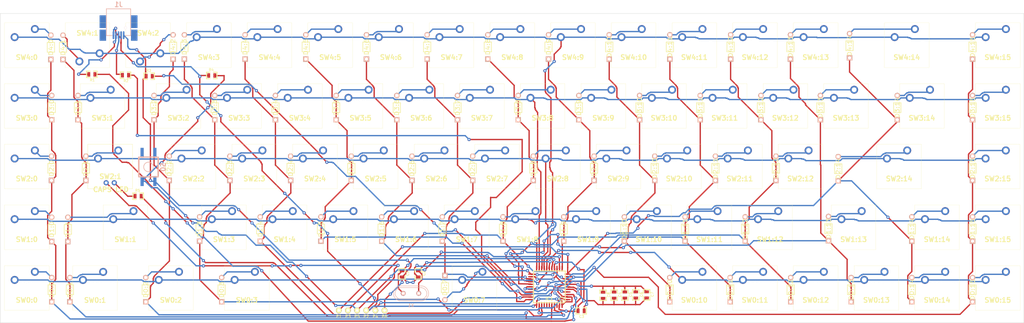
<source format=kicad_pcb>
(kicad_pcb (version 4) (host pcbnew 4.0.2-stable)
  (title_block (date "3 aug 2012"))
  (layers (0 Front signal) (31 Back signal) (34 B.Paste user hide) (35 F.Paste user hide) (36 B.SilkS user) (37 F.SilkS user) (38 B.Mask user) (39 F.Mask user) (44 Edge.Cuts user))
  (net 0 "")
  (net 1 /COL0)
  (net 2 /COL1)
  (net 3 /COL10)
  (net 4 /COL11)
  (net 5 /COL12)
  (net 6 /COL13)
  (net 7 /COL2)
  (net 8 /COL3)
  (net 9 /COL4)
  (net 10 /COL5)
  (net 11 /COL6)
  (net 12 /COL7)
  (net 13 /COL8)
  (net 14 /COL9)
  (net 15 /ROW0)
  (net 16 /ROW1)
  (net 17 /ROW2)
  (net 18 /ROW3)
  (net 19 /ROW4)
  (net 20 GND)
  (net 21 VCC)
  (net 22 "Net-(D0:0-Pad1)")
  (net 23 "Net-(D0:1-Pad1)")
  (net 24 "Net-(D0:2-Pad1)")
  (net 25 "Net-(D0:7-Pad1)")
  (net 26 "Net-(D0:10-Pad1)")
  (net 27 "Net-(D0:11-Pad1)")
  (net 28 "Net-(D0:12-Pad1)")
  (net 29 "Net-(D0:13-Pad1)")
  (net 30 "Net-(D1:0-Pad1)")
  (net 31 "Net-(D1:3-Pad1)")
  (net 32 "Net-(D1:4-Pad1)")
  (net 33 "Net-(D1:5-Pad1)")
  (net 34 "Net-(D1:6-Pad1)")
  (net 35 "Net-(D1:7-Pad1)")
  (net 36 "Net-(D1:8-Pad1)")
  (net 37 "Net-(D1:9-Pad1)")
  (net 38 "Net-(D1:10-Pad1)")
  (net 39 "Net-(D1:11-Pad1)")
  (net 40 "Net-(D1:13-Pad1)")
  (net 41 "Net-(D2:0-Pad1)")
  (net 42 "Net-(D2:1-Pad1)")
  (net 43 "Net-(D2:2-Pad1)")
  (net 44 "Net-(D2:3-Pad1)")
  (net 45 "Net-(D2:4-Pad1)")
  (net 46 "Net-(D2:5-Pad1)")
  (net 47 "Net-(D2:6-Pad1)")
  (net 48 "Net-(D2:7-Pad1)")
  (net 49 "Net-(D2:8-Pad1)")
  (net 50 "Net-(D2:9-Pad1)")
  (net 51 "Net-(D2:10-Pad1)")
  (net 52 "Net-(D2:11-Pad1)")
  (net 53 "Net-(D3:0-Pad1)")
  (net 54 "Net-(D3:1-Pad1)")
  (net 55 "Net-(D3:2-Pad1)")
  (net 56 "Net-(D3:3-Pad1)")
  (net 57 "Net-(D3:4-Pad1)")
  (net 58 "Net-(D3:5-Pad1)")
  (net 59 "Net-(D3:6-Pad1)")
  (net 60 "Net-(D3:7-Pad1)")
  (net 61 "Net-(D3:8-Pad1)")
  (net 62 "Net-(D3:9-Pad1)")
  (net 63 "Net-(D3:10-Pad1)")
  (net 64 "Net-(D3:11-Pad1)")
  (net 65 "Net-(D3:12-Pad1)")
  (net 66 "Net-(D3:13-Pad1)")
  (net 67 "Net-(D4:1-Pad1)")
  (net 68 "Net-(D4:2-Pad1)")
  (net 69 "Net-(D4:3-Pad1)")
  (net 70 "Net-(D4:4-Pad1)")
  (net 71 "Net-(D4:5-Pad1)")
  (net 72 "Net-(D4:6-Pad1)")
  (net 73 "Net-(D4:7-Pad1)")
  (net 74 "Net-(D4:8-Pad1)")
  (net 75 "Net-(D4:9-Pad1)")
  (net 76 "Net-(D4:10-Pad1)")
  (net 77 "Net-(D4:11-Pad1)")
  (net 78 "Net-(D4:12-Pad1)")
  (net 79 "Net-(D4:13-Pad1)")
  (net 80 "Net-(D4:0-Pad1)")
  (net 81 "Net-(D1:1-Pad1)")
  (net 82 /COL14)
  (net 83 /COL15)
  (net 84 "Net-(D4:14-Pad1)")
  (net 85 "Net-(D2:14-Pad1)")
  (net 86 "Net-(D0:14-Pad1)")
  (net 87 "Net-(D0:15-Pad1)")
  (net 88 "Net-(D1:14-Pad1)")
  (net 89 "Net-(D1:15-Pad1)")
  (net 90 "Net-(D2:15-Pad1)")
  (net 91 "Net-(D3:14-Pad1)")
  (net 92 "Net-(D3:15-Pad1)")
  (net 93 "Net-(D4:15-Pad1)")
  (net 94 "Net-(D0:3-Pad1)")
  (net 95 "Net-(D1:12-Pad1)")
  (net 96 "Net-(D2:12-Pad1)")
  (net 97 "Net-(C1-Pad1)")
  (net 98 "Net-(C2-Pad1)")
  (net 99 "Net-(C3-Pad1)")
  (net 100 /RES)
  (net 101 "Net-(IC1-Pad4)")
  (net 102 "Net-(IC1-Pad3)")
  (net 103 "Net-(IC1-Pad33)")
  (net 104 "Net-(J1-Pad3)")
  (net 105 "Net-(J1-Pad2)")
  (net 106 "Net-(D1-Pad2)")
  (net 107 /caps_led)
  (module 0805:0805C (layer Front) (at 226.568 234.188 270)
    (fp_text reference C1 (at -0.15 -1.778 450) (layer F.SilkS) (effects (font (size 0.8 0.8))))
    (fp_text value 22p hide)
    (pad 1 smd rect (at -0.9525 0 270) (size 0.889 1.397) (layers Front F.Paste F.Mask) (net 97 "Net-(C1-Pad1)"))
    (pad 2 smd rect (at 0.9525 0 270) (size 0.889 1.397) (layers Front F.Paste F.Mask) (net 20 GND))
  )
  (module 0805:0805C (layer Front) (at 231.648 234.188 270)
    (fp_text reference C2 (at -0.15 -1.778 450) (layer F.SilkS) (effects (font (size 0.8 0.8))))
    (fp_text value 22p hide)
    (pad 1 smd rect (at -0.9525 0 270) (size 0.889 1.397) (layers Front F.Paste F.Mask) (net 98 "Net-(C2-Pad1)"))
    (pad 2 smd rect (at 0.9525 0 270) (size 0.889 1.397) (layers Front F.Paste F.Mask) (net 20 GND))
  )
  (module 0805:0805C (layer Front) (at 282.7782 245.7958 180)
    (fp_text reference C3 (at -0.15 -1.778 360) (layer F.SilkS) (effects (font (size 0.8 0.8))))
    (fp_text value 1u hide)
    (pad 1 smd rect (at -0.9525 0 180) (size 0.889 1.397) (layers Front F.Paste F.Mask) (net 99 "Net-(C3-Pad1)"))
    (pad 2 smd rect (at 0.9525 0 180) (size 0.889 1.397) (layers Front F.Paste F.Mask) (net 20 GND))
  )
  (module 0805:0805C (layer Front) (at 293.1414 240.8428 270)
    (fp_text reference C4 (at -0.15 -1.778 450) (layer F.SilkS) (effects (font (size 0.8 0.8))))
    (fp_text value 100n hide)
    (pad 1 smd rect (at -0.9525 0 270) (size 0.889 1.397) (layers Front F.Paste F.Mask) (net 21 VCC))
    (pad 2 smd rect (at 0.9525 0 270) (size 0.889 1.397) (layers Front F.Paste F.Mask) (net 20 GND))
  )
  (module 0805:0805C (layer Front) (at 296.4942 240.8174 270)
    (fp_text reference C5 (at -0.15 -1.778 450) (layer F.SilkS) (effects (font (size 0.8 0.8))))
    (fp_text value 100n hide)
    (pad 1 smd rect (at -0.9525 0 270) (size 0.889 1.397) (layers Front F.Paste F.Mask) (net 21 VCC))
    (pad 2 smd rect (at 0.9525 0 270) (size 0.889 1.397) (layers Front F.Paste F.Mask) (net 20 GND))
  )
  (module 0805:0805C (layer Front) (at 299.9232 240.792 270)
    (fp_text reference C6 (at -0.15 -1.778 450) (layer F.SilkS) (effects (font (size 0.8 0.8))))
    (fp_text value 100n hide)
    (pad 1 smd rect (at -0.9525 0 270) (size 0.889 1.397) (layers Front F.Paste F.Mask) (net 21 VCC))
    (pad 2 smd rect (at 0.9525 0 270) (size 0.889 1.397) (layers Front F.Paste F.Mask) (net 20 GND))
  )
  (module 0805:0805C (layer Front) (at 303.3268 240.7666 270)
    (fp_text reference C7 (at -0.15 -1.778 450) (layer F.SilkS) (effects (font (size 0.8 0.8))))
    (fp_text value 100n hide)
    (pad 1 smd rect (at -0.9525 0 270) (size 0.889 1.397) (layers Front F.Paste F.Mask) (net 21 VCC))
    (pad 2 smd rect (at 0.9525 0 270) (size 0.889 1.397) (layers Front F.Paste F.Mask) (net 20 GND))
  )
  (module 0805:0805C (layer Front) (at 289.6616 240.8936 270)
    (fp_text reference C8 (at -0.15 -1.778 450) (layer F.SilkS) (effects (font (size 0.8 0.8))))
    (fp_text value 1u hide)
    (pad 1 smd rect (at -0.9525 0 270) (size 0.889 1.397) (layers Front F.Paste F.Mask) (net 21 VCC))
    (pad 2 smd rect (at 0.9525 0 270) (size 0.889 1.397) (layers Front F.Paste F.Mask) (net 20 GND))
  )
  (module tqfp:TQFP44 (layer Front) (at 272.796 238.252 180)
    (fp_text reference IC1 (at 0 -3.81 180) (layer F.SilkS) (effects (font (thickness 0.2))))
    (fp_text value ATMEGA32U4)
    (pad 39 smd oval (at 0 -5.715 180) (size 0.4064 1.89992) (layers Front F.Paste F.Mask))
    (pad 40 smd oval (at -0.8001 -5.715 180) (size 0.4064 1.89992) (layers Front F.Paste F.Mask) (net 7 /COL2))
    (pad 41 smd oval (at -1.6002 -5.715 180) (size 0.4064 1.89992) (layers Front F.Paste F.Mask) (net 2 /COL1))
    (pad 42 smd oval (at -2.4003 -5.715 180) (size 0.4064 1.89992) (layers Front F.Paste F.Mask))
    (pad 43 smd oval (at -3.2004 -5.715 180) (size 0.4064 1.89992) (layers Front F.Paste F.Mask) (net 20 GND))
    (pad 44 smd oval (at -4.0005 -5.715 180) (size 0.4064 1.89992) (layers Front F.Paste F.Mask) (net 21 VCC))
    (pad 38 smd oval (at 0.8001 -5.715 180) (size 0.4064 1.89992) (layers Front F.Paste F.Mask))
    (pad 37 smd oval (at 1.6002 -5.715 180) (size 0.4064 1.89992) (layers Front F.Paste F.Mask))
    (pad 36 smd oval (at 2.4003 -5.715 180) (size 0.4064 1.89992) (layers Front F.Paste F.Mask) (net 107 /caps_led))
    (pad 35 smd oval (at 3.2004 -5.715 180) (size 0.4064 1.89992) (layers Front F.Paste F.Mask) (net 20 GND))
    (pad 34 smd oval (at 4.0005 -5.715 180) (size 0.4064 1.89992) (layers Front F.Paste F.Mask) (net 21 VCC))
    (pad 17 smd oval (at 0 5.715 180) (size 0.4064 1.89992) (layers Front F.Paste F.Mask) (net 98 "Net-(C2-Pad1)"))
    (pad 16 smd oval (at -0.8001 5.715 180) (size 0.4064 1.89992) (layers Front F.Paste F.Mask) (net 97 "Net-(C1-Pad1)"))
    (pad 15 smd oval (at -1.6002 5.715 180) (size 0.4064 1.89992) (layers Front F.Paste F.Mask) (net 20 GND))
    (pad 14 smd oval (at -2.4003 5.715 180) (size 0.4064 1.89992) (layers Front F.Paste F.Mask) (net 21 VCC))
    (pad 13 smd oval (at -3.2004 5.715 180) (size 0.4064 1.89992) (layers Front F.Paste F.Mask) (net 100 /RES))
    (pad 12 smd oval (at -4.0005 5.715 180) (size 0.4064 1.89992) (layers Front F.Paste F.Mask) (net 14 /COL9))
    (pad 18 smd oval (at 0.8001 5.715 180) (size 0.4064 1.89992) (layers Front F.Paste F.Mask) (net 15 /ROW0))
    (pad 19 smd oval (at 1.6002 5.715 180) (size 0.4064 1.89992) (layers Front F.Paste F.Mask) (net 16 /ROW1))
    (pad 20 smd oval (at 2.4003 5.715 180) (size 0.4064 1.89992) (layers Front F.Paste F.Mask) (net 17 /ROW2))
    (pad 21 smd oval (at 3.2004 5.715 180) (size 0.4064 1.89992) (layers Front F.Paste F.Mask) (net 18 /ROW3))
    (pad 22 smd oval (at 4.0005 5.715 180) (size 0.4064 1.89992) (layers Front F.Paste F.Mask) (net 19 /ROW4))
    (pad 6 smd oval (at -5.715 0 180) (size 1.89992 0.4064) (layers Front F.Paste F.Mask) (net 99 "Net-(C3-Pad1)"))
    (pad 28 smd oval (at 5.715 0 180) (size 1.89992 0.4064) (layers Front F.Paste F.Mask) (net 4 /COL11))
    (pad 7 smd oval (at -5.715 0.8001 180) (size 1.89992 0.4064) (layers Front F.Paste F.Mask) (net 21 VCC))
    (pad 27 smd oval (at 5.715 0.8001 180) (size 1.89992 0.4064) (layers Front F.Paste F.Mask) (net 5 /COL12))
    (pad 26 smd oval (at 5.715 1.6002 180) (size 1.89992 0.4064) (layers Front F.Paste F.Mask) (net 6 /COL13))
    (pad 8 smd oval (at -5.715 1.6002 180) (size 1.89992 0.4064) (layers Front F.Paste F.Mask) (net 1 /COL0))
    (pad 9 smd oval (at -5.715 2.4003 180) (size 1.89992 0.4064) (layers Front F.Paste F.Mask) (net 13 /COL8))
    (pad 25 smd oval (at 5.715 2.4003 180) (size 1.89992 0.4064) (layers Front F.Paste F.Mask) (net 12 /COL7))
    (pad 24 smd oval (at 5.715 3.2004 180) (size 1.89992 0.4064) (layers Front F.Paste F.Mask) (net 21 VCC))
    (pad 10 smd oval (at -5.715 3.2004 180) (size 1.89992 0.4064) (layers Front F.Paste F.Mask) (net 83 /COL15))
    (pad 11 smd oval (at -5.715 4.0005 180) (size 1.89992 0.4064) (layers Front F.Paste F.Mask) (net 82 /COL14))
    (pad 23 smd oval (at 5.715 4.0005 180) (size 1.89992 0.4064) (layers Front F.Paste F.Mask) (net 20 GND))
    (pad 29 smd oval (at 5.715 -0.8001 180) (size 1.89992 0.4064) (layers Front F.Paste F.Mask) (net 3 /COL10))
    (pad 5 smd oval (at -5.715 -0.8001 180) (size 1.89992 0.4064) (layers Front F.Paste F.Mask) (net 20 GND))
    (pad 4 smd oval (at -5.715 -1.6002 180) (size 1.89992 0.4064) (layers Front F.Paste F.Mask) (net 101 "Net-(IC1-Pad4)"))
    (pad 30 smd oval (at 5.715 -1.6002 180) (size 1.89992 0.4064) (layers Front F.Paste F.Mask) (net 11 /COL6))
    (pad 31 smd oval (at 5.715 -2.4003 180) (size 1.89992 0.4064) (layers Front F.Paste F.Mask) (net 10 /COL5))
    (pad 3 smd oval (at -5.715 -2.4003 180) (size 1.89992 0.4064) (layers Front F.Paste F.Mask) (net 102 "Net-(IC1-Pad3)"))
    (pad 2 smd oval (at -5.715 -3.2004 180) (size 1.89992 0.4064) (layers Front F.Paste F.Mask) (net 21 VCC))
    (pad 32 smd oval (at 5.715 -3.2004 180) (size 1.89992 0.4064) (layers Front F.Paste F.Mask) (net 9 /COL4))
    (pad 33 smd oval (at 5.715 -4.0005 180) (size 1.89992 0.4064) (layers Front F.Paste F.Mask) (net 103 "Net-(IC1-Pad33)"))
    (pad 1 smd oval (at -5.715 -4.0005 180) (size 1.89992 0.4064) (layers Front F.Paste F.Mask) (net 8 /COL3))
  )
  (module usb:67503 (layer Back) (at 137.5664 153.0096 180)
    (fp_text reference J1 (at 0 3.375 360) (layer B.SilkS) (effects (font (thickness 0.3048)) (justify mirror)))
    (fp_text value USBMINI_B05 hide)
    (pad "" smd rect (at -4.92506 -1.99898 180) (size 2.04978 4.0005) (layers Back B.Paste B.Mask))
    (pad "" smd rect (at 4.92506 -1.99898 180) (size 2.04978 4.0005) (layers Back B.Paste B.Mask))
    (pad "" smd rect (at 4.92506 -6.25094 180) (size 2.04978 3.50012) (layers Back B.Paste B.Mask))
    (pad "" smd rect (at -4.92506 -6.25094 180) (size 2.04978 3.50012) (layers Back B.Paste B.Mask))
    (pad 3 smd oval (at 0 -6.2509 180) (size 0.5004 2.5) (layers Back B.Paste B.Mask) (net 104 "Net-(J1-Pad3)"))
    (pad 2 smd oval (at 0.8001 -6.2509 180) (size 0.5004 2.5) (layers Back B.Paste B.Mask) (net 105 "Net-(J1-Pad2)"))
    (pad 1 smd oval (at 1.6002 -6.2509 180) (size 0.5004 2.5) (layers Back B.Paste B.Mask) (net 21 VCC))
    (pad 4 smd oval (at -0.8001 -6.2509 180) (size 0.5004 2.5) (layers Back B.Paste B.Mask))
    (pad 5 smd oval (at -1.6002 -6.2509 180) (size 0.5004 2.5) (layers Back B.Paste B.Mask) (net 20 GND))
    (pad "" np_thru_hole circle (at 2.2 -3.9 180) (size 0.9 0.9) (drill 0.9) (layers *.Cu *.Mask))
    (pad "" np_thru_hole circle (at -2.2 -3.9 180) (size 0.9 0.9) (drill 0.9) (layers *.Cu *.Mask B.SilkS))
  )
  (module dtsm:KSEM31GLFS (layer Back) (at 146.9644 200.6092 90)
    (fp_text reference S0 (at 0 4.6 270) (layer B.SilkS) (effects (font (thickness 0.3048)) (justify mirror)))
    (fp_text value DTSM-6 hide)
    (pad 1 smd rect (at -4.45 2.0015 90) (size 3.1 1) (layers Back B.Paste B.Mask) (net 20 GND))
    (pad 4 smd rect (at 4.45 -1.999 90) (size 3.1 1) (layers Back B.Paste B.Mask))
    (pad 2 smd rect (at 4.45 1.999 90) (size 3.1 1) (layers Back B.Paste B.Mask))
    (pad 3 smd rect (at -4.45 -1.999 90) (size 3.1 1) (layers Back B.Paste B.Mask) (net 100 /RES))
  )
  (module Crystals:Crystal_HC49-U_Vertical (layer Back) (at 229.362 240.284)
    (fp_text reference X1 (at 0 3.81) (layer B.SilkS) (effects (justify mirror)))
    (fp_text value CRYSTAL)
    (pad 1 thru_hole circle (at -2.44094 0) (size 1.50114 1.50114) (drill 0.8001) (layers *.Cu *.Mask B.SilkS) (net 97 "Net-(C1-Pad1)"))
    (pad 2 thru_hole circle (at 2.44094 0) (size 1.50114 1.50114) (drill 0.8001) (layers *.Cu *.Mask B.SilkS) (net 98 "Net-(C2-Pad1)"))
  )
  (module mx1a:MX1A (layer Front) (at 108.7628 238.6076)
    (fp_text reference SW0:0 (at 0 3.81) (layer F.SilkS) (effects (font (thickness 0.3048))))
    (fp_text value F0)
    (pad "" np_thru_hole circle (at 0 0) (size 3.98018 3.98018) (drill 3.98018) (layers *.Cu *.Mask))
    (pad 2 thru_hole circle (at 2.54 -5.08) (size 2.49936 2.49936) (drill 1.50114) (layers *.Cu *.Mask) (net 22 "Net-(D0:0-Pad1)"))
    (pad 1 thru_hole circle (at -3.81 -2.54) (size 2.49936 2.49936) (drill 1.50114) (layers *.Cu *.Mask) (net 15 /ROW0))
    (pad "" np_thru_hole circle (at -5.08 0) (size 1.69926 1.69926) (drill 1.69926) (layers *.Cu *.Mask))
    (pad "" np_thru_hole circle (at 5.08 0) (size 1.69926 1.69926) (drill 1.69926) (layers *.Cu *.Mask))
  )
  (module mx1a:MX1A (layer Front) (at 130.2004 238.633)
    (fp_text reference SW0:1 (at 0 3.81) (layer F.SilkS) (effects (font (thickness 0.3048))))
    (fp_text value CTRL)
    (pad "" np_thru_hole circle (at 0 0) (size 3.98018 3.98018) (drill 3.98018) (layers *.Cu *.Mask))
    (pad 2 thru_hole circle (at 2.54 -5.08) (size 2.49936 2.49936) (drill 1.50114) (layers *.Cu *.Mask) (net 23 "Net-(D0:1-Pad1)"))
    (pad 1 thru_hole circle (at -3.81 -2.54) (size 2.49936 2.49936) (drill 1.50114) (layers *.Cu *.Mask) (net 15 /ROW0))
    (pad "" np_thru_hole circle (at -5.08 0) (size 1.69926 1.69926) (drill 1.69926) (layers *.Cu *.Mask))
    (pad "" np_thru_hole circle (at 5.08 0) (size 1.69926 1.69926) (drill 1.69926) (layers *.Cu *.Mask))
  )
  (module mx1a:MX1A (layer Front) (at 177.8254 238.6076)
    (fp_text reference SW0:3 (at 0 3.81) (layer F.SilkS) (effects (font (thickness 0.3048))))
    (fp_text value CMD)
    (pad "" np_thru_hole circle (at 0 0) (size 3.98018 3.98018) (drill 3.98018) (layers *.Cu *.Mask))
    (pad 2 thru_hole circle (at 2.54 -5.08) (size 2.49936 2.49936) (drill 1.50114) (layers *.Cu *.Mask) (net 94 "Net-(D0:3-Pad1)"))
    (pad 1 thru_hole circle (at -3.81 -2.54) (size 2.49936 2.49936) (drill 1.50114) (layers *.Cu *.Mask) (net 15 /ROW0))
    (pad "" np_thru_hole circle (at -5.08 0) (size 1.69926 1.69926) (drill 1.69926) (layers *.Cu *.Mask))
    (pad "" np_thru_hole circle (at 5.08 0) (size 1.69926 1.69926) (drill 1.69926) (layers *.Cu *.Mask))
  )
  (module mx1a:MX1A (layer Front) (at 318.3128 238.6076)
    (fp_text reference SW0:10 (at 0 3.81) (layer F.SilkS) (effects (font (thickness 0.3048))))
    (fp_text value CMD)
    (pad "" np_thru_hole circle (at 0 0) (size 3.98018 3.98018) (drill 3.98018) (layers *.Cu *.Mask))
    (pad 2 thru_hole circle (at 2.54 -5.08) (size 2.49936 2.49936) (drill 1.50114) (layers *.Cu *.Mask) (net 26 "Net-(D0:10-Pad1)"))
    (pad 1 thru_hole circle (at -3.81 -2.54) (size 2.49936 2.49936) (drill 1.50114) (layers *.Cu *.Mask) (net 15 /ROW0))
    (pad "" np_thru_hole circle (at -5.08 0) (size 1.69926 1.69926) (drill 1.69926) (layers *.Cu *.Mask))
    (pad "" np_thru_hole circle (at 5.08 0) (size 1.69926 1.69926) (drill 1.69926) (layers *.Cu *.Mask))
  )
  (module mx1a:MX1A (layer Front) (at 337.3628 238.6076)
    (fp_text reference SW0:11 (at 0 3.81) (layer F.SilkS) (effects (font (thickness 0.3048))))
    (fp_text value ALT)
    (pad "" np_thru_hole circle (at 0 0) (size 3.98018 3.98018) (drill 3.98018) (layers *.Cu *.Mask))
    (pad 2 thru_hole circle (at 2.54 -5.08) (size 2.49936 2.49936) (drill 1.50114) (layers *.Cu *.Mask) (net 27 "Net-(D0:11-Pad1)"))
    (pad 1 thru_hole circle (at -3.81 -2.54) (size 2.49936 2.49936) (drill 1.50114) (layers *.Cu *.Mask) (net 15 /ROW0))
    (pad "" np_thru_hole circle (at -5.08 0) (size 1.69926 1.69926) (drill 1.69926) (layers *.Cu *.Mask))
    (pad "" np_thru_hole circle (at 5.08 0) (size 1.69926 1.69926) (drill 1.69926) (layers *.Cu *.Mask))
  )
  (module mx1a:MX1A (layer Front) (at 356.4128 238.6076)
    (fp_text reference SW0:12 (at 0 3.81) (layer F.SilkS) (effects (font (thickness 0.3048))))
    (fp_text value CTRL)
    (pad "" np_thru_hole circle (at 0 0) (size 3.98018 3.98018) (drill 3.98018) (layers *.Cu *.Mask))
    (pad 2 thru_hole circle (at 2.54 -5.08) (size 2.49936 2.49936) (drill 1.50114) (layers *.Cu *.Mask) (net 28 "Net-(D0:12-Pad1)"))
    (pad 1 thru_hole circle (at -3.81 -2.54) (size 2.49936 2.49936) (drill 1.50114) (layers *.Cu *.Mask) (net 15 /ROW0))
    (pad "" np_thru_hole circle (at -5.08 0) (size 1.69926 1.69926) (drill 1.69926) (layers *.Cu *.Mask))
    (pad "" np_thru_hole circle (at 5.08 0) (size 1.69926 1.69926) (drill 1.69926) (layers *.Cu *.Mask))
  )
  (module mx1a:MX1A (layer Front) (at 375.4628 238.6076)
    (fp_text reference SW0:13 (at 0 3.81) (layer F.SilkS) (effects (font (thickness 0.3048))))
    (fp_text value ←)
    (pad "" np_thru_hole circle (at 0 0) (size 3.98018 3.98018) (drill 3.98018) (layers *.Cu *.Mask))
    (pad 2 thru_hole circle (at 2.54 -5.08) (size 2.49936 2.49936) (drill 1.50114) (layers *.Cu *.Mask) (net 29 "Net-(D0:13-Pad1)"))
    (pad 1 thru_hole circle (at -3.81 -2.54) (size 2.49936 2.49936) (drill 1.50114) (layers *.Cu *.Mask) (net 15 /ROW0))
    (pad "" np_thru_hole circle (at -5.08 0) (size 1.69926 1.69926) (drill 1.69926) (layers *.Cu *.Mask))
    (pad "" np_thru_hole circle (at 5.08 0) (size 1.69926 1.69926) (drill 1.69926) (layers *.Cu *.Mask))
  )
  (module mx1a:MX1A (layer Front) (at 394.5128 238.6076)
    (fp_text reference SW0:14 (at 0 3.81) (layer F.SilkS) (effects (font (thickness 0.3048))))
    (fp_text value ↓)
    (pad "" np_thru_hole circle (at 0 0) (size 3.98018 3.98018) (drill 3.98018) (layers *.Cu *.Mask))
    (pad 2 thru_hole circle (at 2.54 -5.08) (size 2.49936 2.49936) (drill 1.50114) (layers *.Cu *.Mask) (net 86 "Net-(D0:14-Pad1)"))
    (pad 1 thru_hole circle (at -3.81 -2.54) (size 2.49936 2.49936) (drill 1.50114) (layers *.Cu *.Mask) (net 15 /ROW0))
    (pad "" np_thru_hole circle (at -5.08 0) (size 1.69926 1.69926) (drill 1.69926) (layers *.Cu *.Mask))
    (pad "" np_thru_hole circle (at 5.08 0) (size 1.69926 1.69926) (drill 1.69926) (layers *.Cu *.Mask))
  )
  (module mx1a:MX1A (layer Front) (at 413.5628 238.6076)
    (fp_text reference SW0:15 (at 0 3.81) (layer F.SilkS) (effects (font (thickness 0.3048))))
    (fp_text value →)
    (pad "" np_thru_hole circle (at 0 0) (size 3.98018 3.98018) (drill 3.98018) (layers *.Cu *.Mask))
    (pad 2 thru_hole circle (at 2.54 -5.08) (size 2.49936 2.49936) (drill 1.50114) (layers *.Cu *.Mask) (net 87 "Net-(D0:15-Pad1)"))
    (pad 1 thru_hole circle (at -3.81 -2.54) (size 2.49936 2.49936) (drill 1.50114) (layers *.Cu *.Mask) (net 15 /ROW0))
    (pad "" np_thru_hole circle (at -5.08 0) (size 1.69926 1.69926) (drill 1.69926) (layers *.Cu *.Mask))
    (pad "" np_thru_hole circle (at 5.08 0) (size 1.69926 1.69926) (drill 1.69926) (layers *.Cu *.Mask))
  )
  (module mx1a:MX1A (layer Front) (at 108.7628 219.5576)
    (fp_text reference SW1:0 (at 0 3.81) (layer F.SilkS) (effects (font (thickness 0.3048))))
    (fp_text value F1)
    (pad "" np_thru_hole circle (at 0 0) (size 3.98018 3.98018) (drill 3.98018) (layers *.Cu *.Mask))
    (pad 2 thru_hole circle (at 2.54 -5.08) (size 2.49936 2.49936) (drill 1.50114) (layers *.Cu *.Mask) (net 30 "Net-(D1:0-Pad1)"))
    (pad 1 thru_hole circle (at -3.81 -2.54) (size 2.49936 2.49936) (drill 1.50114) (layers *.Cu *.Mask) (net 16 /ROW1))
    (pad "" np_thru_hole circle (at -5.08 0) (size 1.69926 1.69926) (drill 1.69926) (layers *.Cu *.Mask))
    (pad "" np_thru_hole circle (at 5.08 0) (size 1.69926 1.69926) (drill 1.69926) (layers *.Cu *.Mask))
  )
  (module mx1a:MX1A (layer Front) (at 139.7254 219.5576)
    (fp_text reference SW1:1 (at 0 3.81) (layer F.SilkS) (effects (font (thickness 0.3048))))
    (fp_text value SHIFT)
    (pad "" np_thru_hole circle (at 0 0) (size 3.98018 3.98018) (drill 3.98018) (layers *.Cu *.Mask))
    (pad 2 thru_hole circle (at 2.54 -5.08) (size 2.49936 2.49936) (drill 1.50114) (layers *.Cu *.Mask) (net 81 "Net-(D1:1-Pad1)"))
    (pad 1 thru_hole circle (at -3.81 -2.54) (size 2.49936 2.49936) (drill 1.50114) (layers *.Cu *.Mask) (net 16 /ROW1))
    (pad "" np_thru_hole circle (at -5.08 0) (size 1.69926 1.69926) (drill 1.69926) (layers *.Cu *.Mask))
    (pad "" np_thru_hole circle (at 5.08 0) (size 1.69926 1.69926) (drill 1.69926) (layers *.Cu *.Mask))
  )
  (module mx1a:MX1A (layer Front) (at 170.6626 219.5576)
    (fp_text reference SW1:3 (at 0 3.81) (layer F.SilkS) (effects (font (thickness 0.3048))))
    (fp_text value Z)
    (pad "" np_thru_hole circle (at 0 0) (size 3.98018 3.98018) (drill 3.98018) (layers *.Cu *.Mask))
    (pad 2 thru_hole circle (at 2.54 -5.08) (size 2.49936 2.49936) (drill 1.50114) (layers *.Cu *.Mask) (net 31 "Net-(D1:3-Pad1)"))
    (pad 1 thru_hole circle (at -3.81 -2.54) (size 2.49936 2.49936) (drill 1.50114) (layers *.Cu *.Mask) (net 16 /ROW1))
    (pad "" np_thru_hole circle (at -5.08 0) (size 1.69926 1.69926) (drill 1.69926) (layers *.Cu *.Mask))
    (pad "" np_thru_hole circle (at 5.08 0) (size 1.69926 1.69926) (drill 1.69926) (layers *.Cu *.Mask))
  )
  (module mx1a:MX1A (layer Front) (at 189.7126 219.5576)
    (fp_text reference SW1:4 (at 0 3.81) (layer F.SilkS) (effects (font (thickness 0.3048))))
    (fp_text value X)
    (pad "" np_thru_hole circle (at 0 0) (size 3.98018 3.98018) (drill 3.98018) (layers *.Cu *.Mask))
    (pad 2 thru_hole circle (at 2.54 -5.08) (size 2.49936 2.49936) (drill 1.50114) (layers *.Cu *.Mask) (net 32 "Net-(D1:4-Pad1)"))
    (pad 1 thru_hole circle (at -3.81 -2.54) (size 2.49936 2.49936) (drill 1.50114) (layers *.Cu *.Mask) (net 16 /ROW1))
    (pad "" np_thru_hole circle (at -5.08 0) (size 1.69926 1.69926) (drill 1.69926) (layers *.Cu *.Mask))
    (pad "" np_thru_hole circle (at 5.08 0) (size 1.69926 1.69926) (drill 1.69926) (layers *.Cu *.Mask))
  )
  (module mx1a:MX1A (layer Front) (at 208.7626 219.5576)
    (fp_text reference SW1:5 (at 0 3.81) (layer F.SilkS) (effects (font (thickness 0.3048))))
    (fp_text value C)
    (pad "" np_thru_hole circle (at 0 0) (size 3.98018 3.98018) (drill 3.98018) (layers *.Cu *.Mask))
    (pad 2 thru_hole circle (at 2.54 -5.08) (size 2.49936 2.49936) (drill 1.50114) (layers *.Cu *.Mask) (net 33 "Net-(D1:5-Pad1)"))
    (pad 1 thru_hole circle (at -3.81 -2.54) (size 2.49936 2.49936) (drill 1.50114) (layers *.Cu *.Mask) (net 16 /ROW1))
    (pad "" np_thru_hole circle (at -5.08 0) (size 1.69926 1.69926) (drill 1.69926) (layers *.Cu *.Mask))
    (pad "" np_thru_hole circle (at 5.08 0) (size 1.69926 1.69926) (drill 1.69926) (layers *.Cu *.Mask))
  )
  (module mx1a:MX1A (layer Front) (at 227.8126 219.5576)
    (fp_text reference SW1:6 (at 0 3.81) (layer F.SilkS) (effects (font (thickness 0.3048))))
    (fp_text value V)
    (pad "" np_thru_hole circle (at 0 0) (size 3.98018 3.98018) (drill 3.98018) (layers *.Cu *.Mask))
    (pad 2 thru_hole circle (at 2.54 -5.08) (size 2.49936 2.49936) (drill 1.50114) (layers *.Cu *.Mask) (net 34 "Net-(D1:6-Pad1)"))
    (pad 1 thru_hole circle (at -3.81 -2.54) (size 2.49936 2.49936) (drill 1.50114) (layers *.Cu *.Mask) (net 16 /ROW1))
    (pad "" np_thru_hole circle (at -5.08 0) (size 1.69926 1.69926) (drill 1.69926) (layers *.Cu *.Mask))
    (pad "" np_thru_hole circle (at 5.08 0) (size 1.69926 1.69926) (drill 1.69926) (layers *.Cu *.Mask))
  )
  (module mx1a:MX1A (layer Front) (at 246.8626 219.5576)
    (fp_text reference SW1:7 (at 0 3.81) (layer F.SilkS) (effects (font (thickness 0.3048))))
    (fp_text value B)
    (pad "" np_thru_hole circle (at 0 0) (size 3.98018 3.98018) (drill 3.98018) (layers *.Cu *.Mask))
    (pad 2 thru_hole circle (at 2.54 -5.08) (size 2.49936 2.49936) (drill 1.50114) (layers *.Cu *.Mask) (net 35 "Net-(D1:7-Pad1)"))
    (pad 1 thru_hole circle (at -3.81 -2.54) (size 2.49936 2.49936) (drill 1.50114) (layers *.Cu *.Mask) (net 16 /ROW1))
    (pad "" np_thru_hole circle (at -5.08 0) (size 1.69926 1.69926) (drill 1.69926) (layers *.Cu *.Mask))
    (pad "" np_thru_hole circle (at 5.08 0) (size 1.69926 1.69926) (drill 1.69926) (layers *.Cu *.Mask))
  )
  (module mx1a:MX1A (layer Front) (at 265.9126 219.5576)
    (fp_text reference SW1:8 (at 0 3.81) (layer F.SilkS) (effects (font (thickness 0.3048))))
    (fp_text value N)
    (pad "" np_thru_hole circle (at 0 0) (size 3.98018 3.98018) (drill 3.98018) (layers *.Cu *.Mask))
    (pad 2 thru_hole circle (at 2.54 -5.08) (size 2.49936 2.49936) (drill 1.50114) (layers *.Cu *.Mask) (net 36 "Net-(D1:8-Pad1)"))
    (pad 1 thru_hole circle (at -3.81 -2.54) (size 2.49936 2.49936) (drill 1.50114) (layers *.Cu *.Mask) (net 16 /ROW1))
    (pad "" np_thru_hole circle (at -5.08 0) (size 1.69926 1.69926) (drill 1.69926) (layers *.Cu *.Mask))
    (pad "" np_thru_hole circle (at 5.08 0) (size 1.69926 1.69926) (drill 1.69926) (layers *.Cu *.Mask))
  )
  (module mx1a:MX1A (layer Front) (at 284.9626 219.5576)
    (fp_text reference SW1:9 (at 0 3.81) (layer F.SilkS) (effects (font (thickness 0.3048))))
    (fp_text value M)
    (pad "" np_thru_hole circle (at 0 0) (size 3.98018 3.98018) (drill 3.98018) (layers *.Cu *.Mask))
    (pad 2 thru_hole circle (at 2.54 -5.08) (size 2.49936 2.49936) (drill 1.50114) (layers *.Cu *.Mask) (net 37 "Net-(D1:9-Pad1)"))
    (pad 1 thru_hole circle (at -3.81 -2.54) (size 2.49936 2.49936) (drill 1.50114) (layers *.Cu *.Mask) (net 16 /ROW1))
    (pad "" np_thru_hole circle (at -5.08 0) (size 1.69926 1.69926) (drill 1.69926) (layers *.Cu *.Mask))
    (pad "" np_thru_hole circle (at 5.08 0) (size 1.69926 1.69926) (drill 1.69926) (layers *.Cu *.Mask))
  )
  (module mx1a:MX1A (layer Front) (at 304.0126 219.5576)
    (fp_text reference SW1:10 (at 0 3.81) (layer F.SilkS) (effects (font (thickness 0.3048))))
    (fp_text value ,)
    (pad "" np_thru_hole circle (at 0 0) (size 3.98018 3.98018) (drill 3.98018) (layers *.Cu *.Mask))
    (pad 2 thru_hole circle (at 2.54 -5.08) (size 2.49936 2.49936) (drill 1.50114) (layers *.Cu *.Mask) (net 38 "Net-(D1:10-Pad1)"))
    (pad 1 thru_hole circle (at -3.81 -2.54) (size 2.49936 2.49936) (drill 1.50114) (layers *.Cu *.Mask) (net 16 /ROW1))
    (pad "" np_thru_hole circle (at -5.08 0) (size 1.69926 1.69926) (drill 1.69926) (layers *.Cu *.Mask))
    (pad "" np_thru_hole circle (at 5.08 0) (size 1.69926 1.69926) (drill 1.69926) (layers *.Cu *.Mask))
  )
  (module mx1a:MX1A (layer Front) (at 323.0626 219.5576)
    (fp_text reference SW1:11 (at 0 3.81) (layer F.SilkS) (effects (font (thickness 0.3048))))
    (fp_text value .)
    (pad "" np_thru_hole circle (at 0 0) (size 3.98018 3.98018) (drill 3.98018) (layers *.Cu *.Mask))
    (pad 2 thru_hole circle (at 2.54 -5.08) (size 2.49936 2.49936) (drill 1.50114) (layers *.Cu *.Mask) (net 39 "Net-(D1:11-Pad1)"))
    (pad 1 thru_hole circle (at -3.81 -2.54) (size 2.49936 2.49936) (drill 1.50114) (layers *.Cu *.Mask) (net 16 /ROW1))
    (pad "" np_thru_hole circle (at -5.08 0) (size 1.69926 1.69926) (drill 1.69926) (layers *.Cu *.Mask))
    (pad "" np_thru_hole circle (at 5.08 0) (size 1.69926 1.69926) (drill 1.69926) (layers *.Cu *.Mask))
  )
  (module mx1a:MX1A (layer Front) (at 342.1126 219.5576)
    (fp_text reference SW1:12 (at 0 3.81) (layer F.SilkS) (effects (font (thickness 0.3048))))
    (fp_text value ?)
    (pad "" np_thru_hole circle (at 0 0) (size 3.98018 3.98018) (drill 3.98018) (layers *.Cu *.Mask))
    (pad 2 thru_hole circle (at 2.54 -5.08) (size 2.49936 2.49936) (drill 1.50114) (layers *.Cu *.Mask) (net 95 "Net-(D1:12-Pad1)"))
    (pad 1 thru_hole circle (at -3.81 -2.54) (size 2.49936 2.49936) (drill 1.50114) (layers *.Cu *.Mask) (net 16 /ROW1))
    (pad "" np_thru_hole circle (at -5.08 0) (size 1.69926 1.69926) (drill 1.69926) (layers *.Cu *.Mask))
    (pad "" np_thru_hole circle (at 5.08 0) (size 1.69926 1.69926) (drill 1.69926) (layers *.Cu *.Mask))
  )
  (module mx1a:MX1A (layer Front) (at 368.3 219.5576)
    (fp_text reference SW1:13 (at 0 3.81) (layer F.SilkS) (effects (font (thickness 0.3048))))
    (fp_text value SHIFT)
    (pad "" np_thru_hole circle (at 0 0) (size 3.98018 3.98018) (drill 3.98018) (layers *.Cu *.Mask))
    (pad 2 thru_hole circle (at 2.54 -5.08) (size 2.49936 2.49936) (drill 1.50114) (layers *.Cu *.Mask) (net 40 "Net-(D1:13-Pad1)"))
    (pad 1 thru_hole circle (at -3.81 -2.54) (size 2.49936 2.49936) (drill 1.50114) (layers *.Cu *.Mask) (net 16 /ROW1))
    (pad "" np_thru_hole circle (at -5.08 0) (size 1.69926 1.69926) (drill 1.69926) (layers *.Cu *.Mask))
    (pad "" np_thru_hole circle (at 5.08 0) (size 1.69926 1.69926) (drill 1.69926) (layers *.Cu *.Mask))
  )
  (module mx1a:MX1A (layer Front) (at 394.5128 219.5576)
    (fp_text reference SW1:14 (at 0 3.81) (layer F.SilkS) (effects (font (thickness 0.3048))))
    (fp_text value ↑)
    (pad "" np_thru_hole circle (at 0 0) (size 3.98018 3.98018) (drill 3.98018) (layers *.Cu *.Mask))
    (pad 2 thru_hole circle (at 2.54 -5.08) (size 2.49936 2.49936) (drill 1.50114) (layers *.Cu *.Mask) (net 88 "Net-(D1:14-Pad1)"))
    (pad 1 thru_hole circle (at -3.81 -2.54) (size 2.49936 2.49936) (drill 1.50114) (layers *.Cu *.Mask) (net 16 /ROW1))
    (pad "" np_thru_hole circle (at -5.08 0) (size 1.69926 1.69926) (drill 1.69926) (layers *.Cu *.Mask))
    (pad "" np_thru_hole circle (at 5.08 0) (size 1.69926 1.69926) (drill 1.69926) (layers *.Cu *.Mask))
  )
  (module mx1a:MX1A (layer Front) (at 413.5628 219.5576)
    (fp_text reference SW1:15 (at 0 3.81) (layer F.SilkS) (effects (font (thickness 0.3048))))
    (fp_text value END)
    (pad "" np_thru_hole circle (at 0 0) (size 3.98018 3.98018) (drill 3.98018) (layers *.Cu *.Mask))
    (pad 2 thru_hole circle (at 2.54 -5.08) (size 2.49936 2.49936) (drill 1.50114) (layers *.Cu *.Mask) (net 89 "Net-(D1:15-Pad1)"))
    (pad 1 thru_hole circle (at -3.81 -2.54) (size 2.49936 2.49936) (drill 1.50114) (layers *.Cu *.Mask) (net 16 /ROW1))
    (pad "" np_thru_hole circle (at -5.08 0) (size 1.69926 1.69926) (drill 1.69926) (layers *.Cu *.Mask))
    (pad "" np_thru_hole circle (at 5.08 0) (size 1.69926 1.69926) (drill 1.69926) (layers *.Cu *.Mask))
  )
  (module mx1a:MX1A (layer Front) (at 108.7628 200.5076)
    (fp_text reference SW2:0 (at 0 3.81) (layer F.SilkS) (effects (font (thickness 0.3048))))
    (fp_text value F2)
    (pad "" np_thru_hole circle (at 0 0) (size 3.98018 3.98018) (drill 3.98018) (layers *.Cu *.Mask))
    (pad 2 thru_hole circle (at 2.54 -5.08) (size 2.49936 2.49936) (drill 1.50114) (layers *.Cu *.Mask) (net 41 "Net-(D2:0-Pad1)"))
    (pad 1 thru_hole circle (at -3.81 -2.54) (size 2.49936 2.49936) (drill 1.50114) (layers *.Cu *.Mask) (net 17 /ROW2))
    (pad "" np_thru_hole circle (at -5.08 0) (size 1.69926 1.69926) (drill 1.69926) (layers *.Cu *.Mask))
    (pad "" np_thru_hole circle (at 5.08 0) (size 1.69926 1.69926) (drill 1.69926) (layers *.Cu *.Mask))
  )
  (module mx1a:MX1A (layer Front) (at 134.9502 200.5076)
    (fp_text reference SW2:1 (at 0.0508 3.0988) (layer F.SilkS) (effects (font (thickness 0.3048))))
    (fp_text value CAPS)
    (pad "" np_thru_hole circle (at 0 0) (size 3.98018 3.98018) (drill 3.98018) (layers *.Cu *.Mask))
    (pad 2 thru_hole circle (at 2.54 -5.08) (size 2.49936 2.49936) (drill 1.50114) (layers *.Cu *.Mask) (net 42 "Net-(D2:1-Pad1)"))
    (pad 1 thru_hole circle (at -3.81 -2.54) (size 2.49936 2.49936) (drill 1.50114) (layers *.Cu *.Mask) (net 17 /ROW2))
    (pad "" np_thru_hole circle (at -5.08 0) (size 1.69926 1.69926) (drill 1.69926) (layers *.Cu *.Mask))
    (pad "" np_thru_hole circle (at 5.08 0) (size 1.69926 1.69926) (drill 1.69926) (layers *.Cu *.Mask))
  )
  (module mx1a:MX1A (layer Front) (at 161.1376 200.5076)
    (fp_text reference SW2:2 (at 0 3.81) (layer F.SilkS) (effects (font (thickness 0.3048))))
    (fp_text value A)
    (pad "" np_thru_hole circle (at 0 0) (size 3.98018 3.98018) (drill 3.98018) (layers *.Cu *.Mask))
    (pad 2 thru_hole circle (at 2.54 -5.08) (size 2.49936 2.49936) (drill 1.50114) (layers *.Cu *.Mask) (net 43 "Net-(D2:2-Pad1)"))
    (pad 1 thru_hole circle (at -3.81 -2.54) (size 2.49936 2.49936) (drill 1.50114) (layers *.Cu *.Mask) (net 17 /ROW2))
    (pad "" np_thru_hole circle (at -5.08 0) (size 1.69926 1.69926) (drill 1.69926) (layers *.Cu *.Mask))
    (pad "" np_thru_hole circle (at 5.08 0) (size 1.69926 1.69926) (drill 1.69926) (layers *.Cu *.Mask))
  )
  (module mx1a:MX1A (layer Front) (at 180.1876 200.5076)
    (fp_text reference SW2:3 (at 0 3.81) (layer F.SilkS) (effects (font (thickness 0.3048))))
    (fp_text value S)
    (pad "" np_thru_hole circle (at 0 0) (size 3.98018 3.98018) (drill 3.98018) (layers *.Cu *.Mask))
    (pad 2 thru_hole circle (at 2.54 -5.08) (size 2.49936 2.49936) (drill 1.50114) (layers *.Cu *.Mask) (net 44 "Net-(D2:3-Pad1)"))
    (pad 1 thru_hole circle (at -3.81 -2.54) (size 2.49936 2.49936) (drill 1.50114) (layers *.Cu *.Mask) (net 17 /ROW2))
    (pad "" np_thru_hole circle (at -5.08 0) (size 1.69926 1.69926) (drill 1.69926) (layers *.Cu *.Mask))
    (pad "" np_thru_hole circle (at 5.08 0) (size 1.69926 1.69926) (drill 1.69926) (layers *.Cu *.Mask))
  )
  (module mx1a:MX1A (layer Front) (at 199.2376 200.5076)
    (fp_text reference SW2:4 (at 0 3.81) (layer F.SilkS) (effects (font (thickness 0.3048))))
    (fp_text value D)
    (pad "" np_thru_hole circle (at 0 0) (size 3.98018 3.98018) (drill 3.98018) (layers *.Cu *.Mask))
    (pad 2 thru_hole circle (at 2.54 -5.08) (size 2.49936 2.49936) (drill 1.50114) (layers *.Cu *.Mask) (net 45 "Net-(D2:4-Pad1)"))
    (pad 1 thru_hole circle (at -3.81 -2.54) (size 2.49936 2.49936) (drill 1.50114) (layers *.Cu *.Mask) (net 17 /ROW2))
    (pad "" np_thru_hole circle (at -5.08 0) (size 1.69926 1.69926) (drill 1.69926) (layers *.Cu *.Mask))
    (pad "" np_thru_hole circle (at 5.08 0) (size 1.69926 1.69926) (drill 1.69926) (layers *.Cu *.Mask))
  )
  (module mx1a:MX1A (layer Front) (at 218.2876 200.5076)
    (fp_text reference SW2:5 (at 0 3.81) (layer F.SilkS) (effects (font (thickness 0.3048))))
    (fp_text value F)
    (pad "" np_thru_hole circle (at 0 0) (size 3.98018 3.98018) (drill 3.98018) (layers *.Cu *.Mask))
    (pad 2 thru_hole circle (at 2.54 -5.08) (size 2.49936 2.49936) (drill 1.50114) (layers *.Cu *.Mask) (net 46 "Net-(D2:5-Pad1)"))
    (pad 1 thru_hole circle (at -3.81 -2.54) (size 2.49936 2.49936) (drill 1.50114) (layers *.Cu *.Mask) (net 17 /ROW2))
    (pad "" np_thru_hole circle (at -5.08 0) (size 1.69926 1.69926) (drill 1.69926) (layers *.Cu *.Mask))
    (pad "" np_thru_hole circle (at 5.08 0) (size 1.69926 1.69926) (drill 1.69926) (layers *.Cu *.Mask))
  )
  (module mx1a:MX1A (layer Front) (at 237.3376 200.5076)
    (fp_text reference SW2:6 (at 0 3.81) (layer F.SilkS) (effects (font (thickness 0.3048))))
    (fp_text value G)
    (pad "" np_thru_hole circle (at 0 0) (size 3.98018 3.98018) (drill 3.98018) (layers *.Cu *.Mask))
    (pad 2 thru_hole circle (at 2.54 -5.08) (size 2.49936 2.49936) (drill 1.50114) (layers *.Cu *.Mask) (net 47 "Net-(D2:6-Pad1)"))
    (pad 1 thru_hole circle (at -3.81 -2.54) (size 2.49936 2.49936) (drill 1.50114) (layers *.Cu *.Mask) (net 17 /ROW2))
    (pad "" np_thru_hole circle (at -5.08 0) (size 1.69926 1.69926) (drill 1.69926) (layers *.Cu *.Mask))
    (pad "" np_thru_hole circle (at 5.08 0) (size 1.69926 1.69926) (drill 1.69926) (layers *.Cu *.Mask))
  )
  (module mx1a:MX1A (layer Front) (at 256.3876 200.5076)
    (fp_text reference SW2:7 (at 0 3.81) (layer F.SilkS) (effects (font (thickness 0.3048))))
    (fp_text value H)
    (pad "" np_thru_hole circle (at 0 0) (size 3.98018 3.98018) (drill 3.98018) (layers *.Cu *.Mask))
    (pad 2 thru_hole circle (at 2.54 -5.08) (size 2.49936 2.49936) (drill 1.50114) (layers *.Cu *.Mask) (net 48 "Net-(D2:7-Pad1)"))
    (pad 1 thru_hole circle (at -3.81 -2.54) (size 2.49936 2.49936) (drill 1.50114) (layers *.Cu *.Mask) (net 17 /ROW2))
    (pad "" np_thru_hole circle (at -5.08 0) (size 1.69926 1.69926) (drill 1.69926) (layers *.Cu *.Mask))
    (pad "" np_thru_hole circle (at 5.08 0) (size 1.69926 1.69926) (drill 1.69926) (layers *.Cu *.Mask))
  )
  (module mx1a:MX1A (layer Front) (at 275.4376 200.5076)
    (fp_text reference SW2:8 (at 0 3.81) (layer F.SilkS) (effects (font (thickness 0.3048))))
    (fp_text value J)
    (pad "" np_thru_hole circle (at 0 0) (size 3.98018 3.98018) (drill 3.98018) (layers *.Cu *.Mask))
    (pad 2 thru_hole circle (at 2.54 -5.08) (size 2.49936 2.49936) (drill 1.50114) (layers *.Cu *.Mask) (net 49 "Net-(D2:8-Pad1)"))
    (pad 1 thru_hole circle (at -3.81 -2.54) (size 2.49936 2.49936) (drill 1.50114) (layers *.Cu *.Mask) (net 17 /ROW2))
    (pad "" np_thru_hole circle (at -5.08 0) (size 1.69926 1.69926) (drill 1.69926) (layers *.Cu *.Mask))
    (pad "" np_thru_hole circle (at 5.08 0) (size 1.69926 1.69926) (drill 1.69926) (layers *.Cu *.Mask))
  )
  (module mx1a:MX1A (layer Front) (at 294.4876 200.5076)
    (fp_text reference SW2:9 (at 0 3.81) (layer F.SilkS) (effects (font (thickness 0.3048))))
    (fp_text value K)
    (pad "" np_thru_hole circle (at 0 0) (size 3.98018 3.98018) (drill 3.98018) (layers *.Cu *.Mask))
    (pad 2 thru_hole circle (at 2.54 -5.08) (size 2.49936 2.49936) (drill 1.50114) (layers *.Cu *.Mask) (net 50 "Net-(D2:9-Pad1)"))
    (pad 1 thru_hole circle (at -3.81 -2.54) (size 2.49936 2.49936) (drill 1.50114) (layers *.Cu *.Mask) (net 17 /ROW2))
    (pad "" np_thru_hole circle (at -5.08 0) (size 1.69926 1.69926) (drill 1.69926) (layers *.Cu *.Mask))
    (pad "" np_thru_hole circle (at 5.08 0) (size 1.69926 1.69926) (drill 1.69926) (layers *.Cu *.Mask))
  )
  (module mx1a:MX1A (layer Front) (at 313.5376 200.5076)
    (fp_text reference SW2:10 (at 0 3.81) (layer F.SilkS) (effects (font (thickness 0.3048))))
    (fp_text value L)
    (pad "" np_thru_hole circle (at 0 0) (size 3.98018 3.98018) (drill 3.98018) (layers *.Cu *.Mask))
    (pad 2 thru_hole circle (at 2.54 -5.08) (size 2.49936 2.49936) (drill 1.50114) (layers *.Cu *.Mask) (net 51 "Net-(D2:10-Pad1)"))
    (pad 1 thru_hole circle (at -3.81 -2.54) (size 2.49936 2.49936) (drill 1.50114) (layers *.Cu *.Mask) (net 17 /ROW2))
    (pad "" np_thru_hole circle (at -5.08 0) (size 1.69926 1.69926) (drill 1.69926) (layers *.Cu *.Mask))
    (pad "" np_thru_hole circle (at 5.08 0) (size 1.69926 1.69926) (drill 1.69926) (layers *.Cu *.Mask))
  )
  (module mx1a:MX1A (layer Front) (at 332.5876 200.5076)
    (fp_text reference SW2:11 (at 0 3.81) (layer F.SilkS) (effects (font (thickness 0.3048))))
    (fp_text value ;)
    (pad "" np_thru_hole circle (at 0 0) (size 3.98018 3.98018) (drill 3.98018) (layers *.Cu *.Mask))
    (pad 2 thru_hole circle (at 2.54 -5.08) (size 2.49936 2.49936) (drill 1.50114) (layers *.Cu *.Mask) (net 52 "Net-(D2:11-Pad1)"))
    (pad 1 thru_hole circle (at -3.81 -2.54) (size 2.49936 2.49936) (drill 1.50114) (layers *.Cu *.Mask) (net 17 /ROW2))
    (pad "" np_thru_hole circle (at -5.08 0) (size 1.69926 1.69926) (drill 1.69926) (layers *.Cu *.Mask))
    (pad "" np_thru_hole circle (at 5.08 0) (size 1.69926 1.69926) (drill 1.69926) (layers *.Cu *.Mask))
  )
  (module mx1a:MX1A (layer Front) (at 351.6376 200.5076)
    (fp_text reference SW2:12 (at 0 3.81) (layer F.SilkS) (effects (font (thickness 0.3048))))
    (fp_text value ')
    (pad "" np_thru_hole circle (at 0 0) (size 3.98018 3.98018) (drill 3.98018) (layers *.Cu *.Mask))
    (pad 2 thru_hole circle (at 2.54 -5.08) (size 2.49936 2.49936) (drill 1.50114) (layers *.Cu *.Mask) (net 96 "Net-(D2:12-Pad1)"))
    (pad 1 thru_hole circle (at -3.81 -2.54) (size 2.49936 2.49936) (drill 1.50114) (layers *.Cu *.Mask) (net 17 /ROW2))
    (pad "" np_thru_hole circle (at -5.08 0) (size 1.69926 1.69926) (drill 1.69926) (layers *.Cu *.Mask))
    (pad "" np_thru_hole circle (at 5.08 0) (size 1.69926 1.69926) (drill 1.69926) (layers *.Cu *.Mask))
  )
  (module mx1a:MX1A (layer Front) (at 382.6002 200.5076)
    (fp_text reference SW2:14 (at 0 3.81) (layer F.SilkS) (effects (font (thickness 0.3048))))
    (fp_text value ENTER)
    (pad "" np_thru_hole circle (at 0 0) (size 3.98018 3.98018) (drill 3.98018) (layers *.Cu *.Mask))
    (pad 2 thru_hole circle (at 2.54 -5.08) (size 2.49936 2.49936) (drill 1.50114) (layers *.Cu *.Mask) (net 85 "Net-(D2:14-Pad1)"))
    (pad 1 thru_hole circle (at -3.81 -2.54) (size 2.49936 2.49936) (drill 1.50114) (layers *.Cu *.Mask) (net 17 /ROW2))
    (pad "" np_thru_hole circle (at -5.08 0) (size 1.69926 1.69926) (drill 1.69926) (layers *.Cu *.Mask))
    (pad "" np_thru_hole circle (at 5.08 0) (size 1.69926 1.69926) (drill 1.69926) (layers *.Cu *.Mask))
  )
  (module mx1a:MX1A (layer Front) (at 413.5374 200.5076)
    (fp_text reference SW2:15 (at 0 3.81) (layer F.SilkS) (effects (font (thickness 0.3048))))
    (fp_text value PGDWN)
    (pad "" np_thru_hole circle (at 0 0) (size 3.98018 3.98018) (drill 3.98018) (layers *.Cu *.Mask))
    (pad 2 thru_hole circle (at 2.54 -5.08) (size 2.49936 2.49936) (drill 1.50114) (layers *.Cu *.Mask) (net 90 "Net-(D2:15-Pad1)"))
    (pad 1 thru_hole circle (at -3.81 -2.54) (size 2.49936 2.49936) (drill 1.50114) (layers *.Cu *.Mask) (net 17 /ROW2))
    (pad "" np_thru_hole circle (at -5.08 0) (size 1.69926 1.69926) (drill 1.69926) (layers *.Cu *.Mask))
    (pad "" np_thru_hole circle (at 5.08 0) (size 1.69926 1.69926) (drill 1.69926) (layers *.Cu *.Mask))
  )
  (module mx1a:MX1A (layer Front) (at 108.7628 181.4576)
    (fp_text reference SW3:0 (at 0 3.81) (layer F.SilkS) (effects (font (thickness 0.3048))))
    (fp_text value F3)
    (pad "" np_thru_hole circle (at 0 0) (size 3.98018 3.98018) (drill 3.98018) (layers *.Cu *.Mask))
    (pad 2 thru_hole circle (at 2.54 -5.08) (size 2.49936 2.49936) (drill 1.50114) (layers *.Cu *.Mask) (net 53 "Net-(D3:0-Pad1)"))
    (pad 1 thru_hole circle (at -3.81 -2.54) (size 2.49936 2.49936) (drill 1.50114) (layers *.Cu *.Mask) (net 18 /ROW3))
    (pad "" np_thru_hole circle (at -5.08 0) (size 1.69926 1.69926) (drill 1.69926) (layers *.Cu *.Mask))
    (pad "" np_thru_hole circle (at 5.08 0) (size 1.69926 1.69926) (drill 1.69926) (layers *.Cu *.Mask))
  )
  (module mx1a:MX1A (layer Front) (at 132.5626 181.4576)
    (fp_text reference SW3:1 (at 0 3.81) (layer F.SilkS) (effects (font (thickness 0.3048))))
    (fp_text value TAB)
    (pad "" np_thru_hole circle (at 0 0) (size 3.98018 3.98018) (drill 3.98018) (layers *.Cu *.Mask))
    (pad 2 thru_hole circle (at 2.54 -5.08) (size 2.49936 2.49936) (drill 1.50114) (layers *.Cu *.Mask) (net 54 "Net-(D3:1-Pad1)"))
    (pad 1 thru_hole circle (at -3.81 -2.54) (size 2.49936 2.49936) (drill 1.50114) (layers *.Cu *.Mask) (net 18 /ROW3))
    (pad "" np_thru_hole circle (at -5.08 0) (size 1.69926 1.69926) (drill 1.69926) (layers *.Cu *.Mask))
    (pad "" np_thru_hole circle (at 5.08 0) (size 1.69926 1.69926) (drill 1.69926) (layers *.Cu *.Mask))
  )
  (module mx1a:MX1A (layer Front) (at 156.3878 181.4576)
    (fp_text reference SW3:2 (at 0 3.81) (layer F.SilkS) (effects (font (thickness 0.3048))))
    (fp_text value Q)
    (pad "" np_thru_hole circle (at 0 0) (size 3.98018 3.98018) (drill 3.98018) (layers *.Cu *.Mask))
    (pad 2 thru_hole circle (at 2.54 -5.08) (size 2.49936 2.49936) (drill 1.50114) (layers *.Cu *.Mask) (net 55 "Net-(D3:2-Pad1)"))
    (pad 1 thru_hole circle (at -3.81 -2.54) (size 2.49936 2.49936) (drill 1.50114) (layers *.Cu *.Mask) (net 18 /ROW3))
    (pad "" np_thru_hole circle (at -5.08 0) (size 1.69926 1.69926) (drill 1.69926) (layers *.Cu *.Mask))
    (pad "" np_thru_hole circle (at 5.08 0) (size 1.69926 1.69926) (drill 1.69926) (layers *.Cu *.Mask))
  )
  (module mx1a:MX1A (layer Front) (at 175.4378 181.4576)
    (fp_text reference SW3:3 (at 0 3.81) (layer F.SilkS) (effects (font (thickness 0.3048))))
    (fp_text value W)
    (pad "" np_thru_hole circle (at 0 0) (size 3.98018 3.98018) (drill 3.98018) (layers *.Cu *.Mask))
    (pad 2 thru_hole circle (at 2.54 -5.08) (size 2.49936 2.49936) (drill 1.50114) (layers *.Cu *.Mask) (net 56 "Net-(D3:3-Pad1)"))
    (pad 1 thru_hole circle (at -3.81 -2.54) (size 2.49936 2.49936) (drill 1.50114) (layers *.Cu *.Mask) (net 18 /ROW3))
    (pad "" np_thru_hole circle (at -5.08 0) (size 1.69926 1.69926) (drill 1.69926) (layers *.Cu *.Mask))
    (pad "" np_thru_hole circle (at 5.08 0) (size 1.69926 1.69926) (drill 1.69926) (layers *.Cu *.Mask))
  )
  (module mx1a:MX1A (layer Front) (at 194.4878 181.4576)
    (fp_text reference SW3:4 (at 0 3.81) (layer F.SilkS) (effects (font (thickness 0.3048))))
    (fp_text value E)
    (pad "" np_thru_hole circle (at 0 0) (size 3.98018 3.98018) (drill 3.98018) (layers *.Cu *.Mask))
    (pad 2 thru_hole circle (at 2.54 -5.08) (size 2.49936 2.49936) (drill 1.50114) (layers *.Cu *.Mask) (net 57 "Net-(D3:4-Pad1)"))
    (pad 1 thru_hole circle (at -3.81 -2.54) (size 2.49936 2.49936) (drill 1.50114) (layers *.Cu *.Mask) (net 18 /ROW3))
    (pad "" np_thru_hole circle (at -5.08 0) (size 1.69926 1.69926) (drill 1.69926) (layers *.Cu *.Mask))
    (pad "" np_thru_hole circle (at 5.08 0) (size 1.69926 1.69926) (drill 1.69926) (layers *.Cu *.Mask))
  )
  (module mx1a:MX1A (layer Front) (at 213.5378 181.4576)
    (fp_text reference SW3:5 (at 0 3.81) (layer F.SilkS) (effects (font (thickness 0.3048))))
    (fp_text value R)
    (pad "" np_thru_hole circle (at 0 0) (size 3.98018 3.98018) (drill 3.98018) (layers *.Cu *.Mask))
    (pad 2 thru_hole circle (at 2.54 -5.08) (size 2.49936 2.49936) (drill 1.50114) (layers *.Cu *.Mask) (net 58 "Net-(D3:5-Pad1)"))
    (pad 1 thru_hole circle (at -3.81 -2.54) (size 2.49936 2.49936) (drill 1.50114) (layers *.Cu *.Mask) (net 18 /ROW3))
    (pad "" np_thru_hole circle (at -5.08 0) (size 1.69926 1.69926) (drill 1.69926) (layers *.Cu *.Mask))
    (pad "" np_thru_hole circle (at 5.08 0) (size 1.69926 1.69926) (drill 1.69926) (layers *.Cu *.Mask))
  )
  (module mx1a:MX1A (layer Front) (at 232.5878 181.4576)
    (fp_text reference SW3:6 (at 0 3.81) (layer F.SilkS) (effects (font (thickness 0.3048))))
    (fp_text value T)
    (pad "" np_thru_hole circle (at 0 0) (size 3.98018 3.98018) (drill 3.98018) (layers *.Cu *.Mask))
    (pad 2 thru_hole circle (at 2.54 -5.08) (size 2.49936 2.49936) (drill 1.50114) (layers *.Cu *.Mask) (net 59 "Net-(D3:6-Pad1)"))
    (pad 1 thru_hole circle (at -3.81 -2.54) (size 2.49936 2.49936) (drill 1.50114) (layers *.Cu *.Mask) (net 18 /ROW3))
    (pad "" np_thru_hole circle (at -5.08 0) (size 1.69926 1.69926) (drill 1.69926) (layers *.Cu *.Mask))
    (pad "" np_thru_hole circle (at 5.08 0) (size 1.69926 1.69926) (drill 1.69926) (layers *.Cu *.Mask))
  )
  (module mx1a:MX1A (layer Front) (at 251.6378 181.4576)
    (fp_text reference SW3:7 (at 0 3.81) (layer F.SilkS) (effects (font (thickness 0.3048))))
    (fp_text value Y)
    (pad "" np_thru_hole circle (at 0 0) (size 3.98018 3.98018) (drill 3.98018) (layers *.Cu *.Mask))
    (pad 2 thru_hole circle (at 2.54 -5.08) (size 2.49936 2.49936) (drill 1.50114) (layers *.Cu *.Mask) (net 60 "Net-(D3:7-Pad1)"))
    (pad 1 thru_hole circle (at -3.81 -2.54) (size 2.49936 2.49936) (drill 1.50114) (layers *.Cu *.Mask) (net 18 /ROW3))
    (pad "" np_thru_hole circle (at -5.08 0) (size 1.69926 1.69926) (drill 1.69926) (layers *.Cu *.Mask))
    (pad "" np_thru_hole circle (at 5.08 0) (size 1.69926 1.69926) (drill 1.69926) (layers *.Cu *.Mask))
  )
  (module mx1a:MX1A (layer Front) (at 270.6878 181.4576)
    (fp_text reference SW3:8 (at 0 3.81) (layer F.SilkS) (effects (font (thickness 0.3048))))
    (fp_text value U)
    (pad "" np_thru_hole circle (at 0 0) (size 3.98018 3.98018) (drill 3.98018) (layers *.Cu *.Mask))
    (pad 2 thru_hole circle (at 2.54 -5.08) (size 2.49936 2.49936) (drill 1.50114) (layers *.Cu *.Mask) (net 61 "Net-(D3:8-Pad1)"))
    (pad 1 thru_hole circle (at -3.81 -2.54) (size 2.49936 2.49936) (drill 1.50114) (layers *.Cu *.Mask) (net 18 /ROW3))
    (pad "" np_thru_hole circle (at -5.08 0) (size 1.69926 1.69926) (drill 1.69926) (layers *.Cu *.Mask))
    (pad "" np_thru_hole circle (at 5.08 0) (size 1.69926 1.69926) (drill 1.69926) (layers *.Cu *.Mask))
  )
  (module mx1a:MX1A (layer Front) (at 289.7378 181.4576)
    (fp_text reference SW3:9 (at 0 3.81) (layer F.SilkS) (effects (font (thickness 0.3048))))
    (fp_text value I)
    (pad "" np_thru_hole circle (at 0 0) (size 3.98018 3.98018) (drill 3.98018) (layers *.Cu *.Mask))
    (pad 2 thru_hole circle (at 2.54 -5.08) (size 2.49936 2.49936) (drill 1.50114) (layers *.Cu *.Mask) (net 62 "Net-(D3:9-Pad1)"))
    (pad 1 thru_hole circle (at -3.81 -2.54) (size 2.49936 2.49936) (drill 1.50114) (layers *.Cu *.Mask) (net 18 /ROW3))
    (pad "" np_thru_hole circle (at -5.08 0) (size 1.69926 1.69926) (drill 1.69926) (layers *.Cu *.Mask))
    (pad "" np_thru_hole circle (at 5.08 0) (size 1.69926 1.69926) (drill 1.69926) (layers *.Cu *.Mask))
  )
  (module mx1a:MX1A (layer Front) (at 308.7878 181.4576)
    (fp_text reference SW3:10 (at 0 3.81) (layer F.SilkS) (effects (font (thickness 0.3048))))
    (fp_text value O)
    (pad "" np_thru_hole circle (at 0 0) (size 3.98018 3.98018) (drill 3.98018) (layers *.Cu *.Mask))
    (pad 2 thru_hole circle (at 2.54 -5.08) (size 2.49936 2.49936) (drill 1.50114) (layers *.Cu *.Mask) (net 63 "Net-(D3:10-Pad1)"))
    (pad 1 thru_hole circle (at -3.81 -2.54) (size 2.49936 2.49936) (drill 1.50114) (layers *.Cu *.Mask) (net 18 /ROW3))
    (pad "" np_thru_hole circle (at -5.08 0) (size 1.69926 1.69926) (drill 1.69926) (layers *.Cu *.Mask))
    (pad "" np_thru_hole circle (at 5.08 0) (size 1.69926 1.69926) (drill 1.69926) (layers *.Cu *.Mask))
  )
  (module mx1a:MX1A (layer Front) (at 327.8378 181.4576)
    (fp_text reference SW3:11 (at 0 3.81) (layer F.SilkS) (effects (font (thickness 0.3048))))
    (fp_text value P)
    (pad "" np_thru_hole circle (at 0 0) (size 3.98018 3.98018) (drill 3.98018) (layers *.Cu *.Mask))
    (pad 2 thru_hole circle (at 2.54 -5.08) (size 2.49936 2.49936) (drill 1.50114) (layers *.Cu *.Mask) (net 64 "Net-(D3:11-Pad1)"))
    (pad 1 thru_hole circle (at -3.81 -2.54) (size 2.49936 2.49936) (drill 1.50114) (layers *.Cu *.Mask) (net 18 /ROW3))
    (pad "" np_thru_hole circle (at -5.08 0) (size 1.69926 1.69926) (drill 1.69926) (layers *.Cu *.Mask))
    (pad "" np_thru_hole circle (at 5.08 0) (size 1.69926 1.69926) (drill 1.69926) (layers *.Cu *.Mask))
  )
  (module mx1a:MX1A (layer Front) (at 346.8878 181.4576)
    (fp_text reference SW3:12 (at 0 3.81) (layer F.SilkS) (effects (font (thickness 0.3048))))
    (fp_text value {)
    (pad "" np_thru_hole circle (at 0 0) (size 3.98018 3.98018) (drill 3.98018) (layers *.Cu *.Mask))
    (pad 2 thru_hole circle (at 2.54 -5.08) (size 2.49936 2.49936) (drill 1.50114) (layers *.Cu *.Mask) (net 65 "Net-(D3:12-Pad1)"))
    (pad 1 thru_hole circle (at -3.81 -2.54) (size 2.49936 2.49936) (drill 1.50114) (layers *.Cu *.Mask) (net 18 /ROW3))
    (pad "" np_thru_hole circle (at -5.08 0) (size 1.69926 1.69926) (drill 1.69926) (layers *.Cu *.Mask))
    (pad "" np_thru_hole circle (at 5.08 0) (size 1.69926 1.69926) (drill 1.69926) (layers *.Cu *.Mask))
  )
  (module mx1a:MX1A (layer Front) (at 365.9378 181.4576)
    (fp_text reference SW3:13 (at 0 3.81) (layer F.SilkS) (effects (font (thickness 0.3048))))
    (fp_text value })
    (pad "" np_thru_hole circle (at 0 0) (size 3.98018 3.98018) (drill 3.98018) (layers *.Cu *.Mask))
    (pad 2 thru_hole circle (at 2.54 -5.08) (size 2.49936 2.49936) (drill 1.50114) (layers *.Cu *.Mask) (net 66 "Net-(D3:13-Pad1)"))
    (pad 1 thru_hole circle (at -3.81 -2.54) (size 2.49936 2.49936) (drill 1.50114) (layers *.Cu *.Mask) (net 18 /ROW3))
    (pad "" np_thru_hole circle (at -5.08 0) (size 1.69926 1.69926) (drill 1.69926) (layers *.Cu *.Mask))
    (pad "" np_thru_hole circle (at 5.08 0) (size 1.69926 1.69926) (drill 1.69926) (layers *.Cu *.Mask))
  )
  (module mx1a:MX1A (layer Front) (at 389.7376 181.4576)
    (fp_text reference SW3:14 (at 0 3.81) (layer F.SilkS) (effects (font (thickness 0.3048))))
    (fp_text value BCKSL)
    (pad "" np_thru_hole circle (at 0 0) (size 3.98018 3.98018) (drill 3.98018) (layers *.Cu *.Mask))
    (pad 2 thru_hole circle (at 2.54 -5.08) (size 2.49936 2.49936) (drill 1.50114) (layers *.Cu *.Mask) (net 91 "Net-(D3:14-Pad1)"))
    (pad 1 thru_hole circle (at -3.81 -2.54) (size 2.49936 2.49936) (drill 1.50114) (layers *.Cu *.Mask) (net 18 /ROW3))
    (pad "" np_thru_hole circle (at -5.08 0) (size 1.69926 1.69926) (drill 1.69926) (layers *.Cu *.Mask))
    (pad "" np_thru_hole circle (at 5.08 0) (size 1.69926 1.69926) (drill 1.69926) (layers *.Cu *.Mask))
  )
  (module mx1a:MX1A (layer Front) (at 413.5628 181.4576)
    (fp_text reference SW3:15 (at 0 3.81) (layer F.SilkS) (effects (font (thickness 0.3048))))
    (fp_text value PGUP)
    (pad "" np_thru_hole circle (at 0 0) (size 3.98018 3.98018) (drill 3.98018) (layers *.Cu *.Mask))
    (pad 2 thru_hole circle (at 2.54 -5.08) (size 2.49936 2.49936) (drill 1.50114) (layers *.Cu *.Mask) (net 92 "Net-(D3:15-Pad1)"))
    (pad 1 thru_hole circle (at -3.81 -2.54) (size 2.49936 2.49936) (drill 1.50114) (layers *.Cu *.Mask) (net 18 /ROW3))
    (pad "" np_thru_hole circle (at -5.08 0) (size 1.69926 1.69926) (drill 1.69926) (layers *.Cu *.Mask))
    (pad "" np_thru_hole circle (at 5.08 0) (size 1.69926 1.69926) (drill 1.69926) (layers *.Cu *.Mask))
  )
  (module mx1a:MX1A (layer Front) (at 108.7628 162.4076)
    (fp_text reference SW4:0 (at 0 3.81) (layer F.SilkS) (effects (font (thickness 0.3048))))
    (fp_text value F4)
    (pad "" np_thru_hole circle (at 0 0) (size 3.98018 3.98018) (drill 3.98018) (layers *.Cu *.Mask))
    (pad 2 thru_hole circle (at 2.54 -5.08) (size 2.49936 2.49936) (drill 1.50114) (layers *.Cu *.Mask) (net 80 "Net-(D4:0-Pad1)"))
    (pad 1 thru_hole circle (at -3.81 -2.54) (size 2.49936 2.49936) (drill 1.50114) (layers *.Cu *.Mask) (net 19 /ROW4))
    (pad "" np_thru_hole circle (at -5.08 0) (size 1.69926 1.69926) (drill 1.69926) (layers *.Cu *.Mask))
    (pad "" np_thru_hole circle (at 5.08 0) (size 1.69926 1.69926) (drill 1.69926) (layers *.Cu *.Mask))
  )
  (module mx1a:MX1A (layer Front) (at 127.8128 162.4076 180)
    (fp_text reference SW4:1 (at 0 3.81 180) (layer F.SilkS) (effects (font (thickness 0.3048))))
    (fp_text value TILDE)
    (pad "" np_thru_hole circle (at 0 0 180) (size 3.98018 3.98018) (drill 3.98018) (layers *.Cu *.Mask))
    (pad 2 thru_hole circle (at 2.54 -5.08 180) (size 2.49936 2.49936) (drill 1.50114) (layers *.Cu *.Mask) (net 67 "Net-(D4:1-Pad1)"))
    (pad 1 thru_hole circle (at -3.81 -2.54 180) (size 2.49936 2.49936) (drill 1.50114) (layers *.Cu *.Mask) (net 19 /ROW4))
    (pad "" np_thru_hole circle (at -5.08 0 180) (size 1.69926 1.69926) (drill 1.69926) (layers *.Cu *.Mask))
    (pad "" np_thru_hole circle (at 5.08 0 180) (size 1.69926 1.69926) (drill 1.69926) (layers *.Cu *.Mask))
  )
  (module mx1a:MX1A (layer Front) (at 146.8628 162.4076 180)
    (fp_text reference SW4:2 (at 0 3.81 180) (layer F.SilkS) (effects (font (thickness 0.3048))))
    (fp_text value 1)
    (pad "" np_thru_hole circle (at 0 0 180) (size 3.98018 3.98018) (drill 3.98018) (layers *.Cu *.Mask))
    (pad 2 thru_hole circle (at 2.54 -5.08 180) (size 2.49936 2.49936) (drill 1.50114) (layers *.Cu *.Mask) (net 68 "Net-(D4:2-Pad1)"))
    (pad 1 thru_hole circle (at -3.81 -2.54 180) (size 2.49936 2.49936) (drill 1.50114) (layers *.Cu *.Mask) (net 19 /ROW4))
    (pad "" np_thru_hole circle (at -5.08 0 180) (size 1.69926 1.69926) (drill 1.69926) (layers *.Cu *.Mask))
    (pad "" np_thru_hole circle (at 5.08 0 180) (size 1.69926 1.69926) (drill 1.69926) (layers *.Cu *.Mask))
  )
  (module mx1a:MX1A (layer Front) (at 165.9128 162.4076)
    (fp_text reference SW4:3 (at 0 3.81) (layer F.SilkS) (effects (font (thickness 0.3048))))
    (fp_text value 2)
    (pad "" np_thru_hole circle (at 0 0) (size 3.98018 3.98018) (drill 3.98018) (layers *.Cu *.Mask))
    (pad 2 thru_hole circle (at 2.54 -5.08) (size 2.49936 2.49936) (drill 1.50114) (layers *.Cu *.Mask) (net 69 "Net-(D4:3-Pad1)"))
    (pad 1 thru_hole circle (at -3.81 -2.54) (size 2.49936 2.49936) (drill 1.50114) (layers *.Cu *.Mask) (net 19 /ROW4))
    (pad "" np_thru_hole circle (at -5.08 0) (size 1.69926 1.69926) (drill 1.69926) (layers *.Cu *.Mask))
    (pad "" np_thru_hole circle (at 5.08 0) (size 1.69926 1.69926) (drill 1.69926) (layers *.Cu *.Mask))
  )
  (module mx1a:MX1A (layer Front) (at 184.9628 162.4076)
    (fp_text reference SW4:4 (at 0 3.81) (layer F.SilkS) (effects (font (thickness 0.3048))))
    (fp_text value 3)
    (pad "" np_thru_hole circle (at 0 0) (size 3.98018 3.98018) (drill 3.98018) (layers *.Cu *.Mask))
    (pad 2 thru_hole circle (at 2.54 -5.08) (size 2.49936 2.49936) (drill 1.50114) (layers *.Cu *.Mask) (net 70 "Net-(D4:4-Pad1)"))
    (pad 1 thru_hole circle (at -3.81 -2.54) (size 2.49936 2.49936) (drill 1.50114) (layers *.Cu *.Mask) (net 19 /ROW4))
    (pad "" np_thru_hole circle (at -5.08 0) (size 1.69926 1.69926) (drill 1.69926) (layers *.Cu *.Mask))
    (pad "" np_thru_hole circle (at 5.08 0) (size 1.69926 1.69926) (drill 1.69926) (layers *.Cu *.Mask))
  )
  (module mx1a:MX1A (layer Front) (at 204.0128 162.4076)
    (fp_text reference SW4:5 (at 0 3.81) (layer F.SilkS) (effects (font (thickness 0.3048))))
    (fp_text value 4)
    (pad "" np_thru_hole circle (at 0 0) (size 3.98018 3.98018) (drill 3.98018) (layers *.Cu *.Mask))
    (pad 2 thru_hole circle (at 2.54 -5.08) (size 2.49936 2.49936) (drill 1.50114) (layers *.Cu *.Mask) (net 71 "Net-(D4:5-Pad1)"))
    (pad 1 thru_hole circle (at -3.81 -2.54) (size 2.49936 2.49936) (drill 1.50114) (layers *.Cu *.Mask) (net 19 /ROW4))
    (pad "" np_thru_hole circle (at -5.08 0) (size 1.69926 1.69926) (drill 1.69926) (layers *.Cu *.Mask))
    (pad "" np_thru_hole circle (at 5.08 0) (size 1.69926 1.69926) (drill 1.69926) (layers *.Cu *.Mask))
  )
  (module mx1a:MX1A (layer Front) (at 223.0628 162.4076)
    (fp_text reference SW4:6 (at 0 3.81) (layer F.SilkS) (effects (font (thickness 0.3048))))
    (fp_text value 5)
    (pad "" np_thru_hole circle (at 0 0) (size 3.98018 3.98018) (drill 3.98018) (layers *.Cu *.Mask))
    (pad 2 thru_hole circle (at 2.54 -5.08) (size 2.49936 2.49936) (drill 1.50114) (layers *.Cu *.Mask) (net 72 "Net-(D4:6-Pad1)"))
    (pad 1 thru_hole circle (at -3.81 -2.54) (size 2.49936 2.49936) (drill 1.50114) (layers *.Cu *.Mask) (net 19 /ROW4))
    (pad "" np_thru_hole circle (at -5.08 0) (size 1.69926 1.69926) (drill 1.69926) (layers *.Cu *.Mask))
    (pad "" np_thru_hole circle (at 5.08 0) (size 1.69926 1.69926) (drill 1.69926) (layers *.Cu *.Mask))
  )
  (module mx1a:MX1A (layer Front) (at 242.1128 162.4076)
    (fp_text reference SW4:7 (at 0 3.81) (layer F.SilkS) (effects (font (thickness 0.3048))))
    (fp_text value 6)
    (pad "" np_thru_hole circle (at 0 0) (size 3.98018 3.98018) (drill 3.98018) (layers *.Cu *.Mask))
    (pad 2 thru_hole circle (at 2.54 -5.08) (size 2.49936 2.49936) (drill 1.50114) (layers *.Cu *.Mask) (net 73 "Net-(D4:7-Pad1)"))
    (pad 1 thru_hole circle (at -3.81 -2.54) (size 2.49936 2.49936) (drill 1.50114) (layers *.Cu *.Mask) (net 19 /ROW4))
    (pad "" np_thru_hole circle (at -5.08 0) (size 1.69926 1.69926) (drill 1.69926) (layers *.Cu *.Mask))
    (pad "" np_thru_hole circle (at 5.08 0) (size 1.69926 1.69926) (drill 1.69926) (layers *.Cu *.Mask))
  )
  (module mx1a:MX1A (layer Front) (at 261.1628 162.4076)
    (fp_text reference SW4:8 (at 0 3.81) (layer F.SilkS) (effects (font (thickness 0.3048))))
    (fp_text value 7)
    (pad "" np_thru_hole circle (at 0 0) (size 3.98018 3.98018) (drill 3.98018) (layers *.Cu *.Mask))
    (pad 2 thru_hole circle (at 2.54 -5.08) (size 2.49936 2.49936) (drill 1.50114) (layers *.Cu *.Mask) (net 74 "Net-(D4:8-Pad1)"))
    (pad 1 thru_hole circle (at -3.81 -2.54) (size 2.49936 2.49936) (drill 1.50114) (layers *.Cu *.Mask) (net 19 /ROW4))
    (pad "" np_thru_hole circle (at -5.08 0) (size 1.69926 1.69926) (drill 1.69926) (layers *.Cu *.Mask))
    (pad "" np_thru_hole circle (at 5.08 0) (size 1.69926 1.69926) (drill 1.69926) (layers *.Cu *.Mask))
  )
  (module mx1a:MX1A (layer Front) (at 280.2128 162.4076)
    (fp_text reference SW4:9 (at 0 3.81) (layer F.SilkS) (effects (font (thickness 0.3048))))
    (fp_text value 8)
    (pad "" np_thru_hole circle (at 0 0) (size 3.98018 3.98018) (drill 3.98018) (layers *.Cu *.Mask))
    (pad 2 thru_hole circle (at 2.54 -5.08) (size 2.49936 2.49936) (drill 1.50114) (layers *.Cu *.Mask) (net 75 "Net-(D4:9-Pad1)"))
    (pad 1 thru_hole circle (at -3.81 -2.54) (size 2.49936 2.49936) (drill 1.50114) (layers *.Cu *.Mask) (net 19 /ROW4))
    (pad "" np_thru_hole circle (at -5.08 0) (size 1.69926 1.69926) (drill 1.69926) (layers *.Cu *.Mask))
    (pad "" np_thru_hole circle (at 5.08 0) (size 1.69926 1.69926) (drill 1.69926) (layers *.Cu *.Mask))
  )
  (module mx1a:MX1A (layer Front) (at 299.2628 162.4076)
    (fp_text reference SW4:10 (at 0 3.81) (layer F.SilkS) (effects (font (thickness 0.3048))))
    (fp_text value 9)
    (pad "" np_thru_hole circle (at 0 0) (size 3.98018 3.98018) (drill 3.98018) (layers *.Cu *.Mask))
    (pad 2 thru_hole circle (at 2.54 -5.08) (size 2.49936 2.49936) (drill 1.50114) (layers *.Cu *.Mask) (net 76 "Net-(D4:10-Pad1)"))
    (pad 1 thru_hole circle (at -3.81 -2.54) (size 2.49936 2.49936) (drill 1.50114) (layers *.Cu *.Mask) (net 19 /ROW4))
    (pad "" np_thru_hole circle (at -5.08 0) (size 1.69926 1.69926) (drill 1.69926) (layers *.Cu *.Mask))
    (pad "" np_thru_hole circle (at 5.08 0) (size 1.69926 1.69926) (drill 1.69926) (layers *.Cu *.Mask))
  )
  (module mx1a:MX1A (layer Front) (at 318.3128 162.4076)
    (fp_text reference SW4:11 (at 0 3.81) (layer F.SilkS) (effects (font (thickness 0.3048))))
    (fp_text value 0)
    (pad "" np_thru_hole circle (at 0 0) (size 3.98018 3.98018) (drill 3.98018) (layers *.Cu *.Mask))
    (pad 2 thru_hole circle (at 2.54 -5.08) (size 2.49936 2.49936) (drill 1.50114) (layers *.Cu *.Mask) (net 77 "Net-(D4:11-Pad1)"))
    (pad 1 thru_hole circle (at -3.81 -2.54) (size 2.49936 2.49936) (drill 1.50114) (layers *.Cu *.Mask) (net 19 /ROW4))
    (pad "" np_thru_hole circle (at -5.08 0) (size 1.69926 1.69926) (drill 1.69926) (layers *.Cu *.Mask))
    (pad "" np_thru_hole circle (at 5.08 0) (size 1.69926 1.69926) (drill 1.69926) (layers *.Cu *.Mask))
  )
  (module mx1a:MX1A (layer Front) (at 337.3628 162.4076)
    (fp_text reference SW4:12 (at 0 3.81) (layer F.SilkS) (effects (font (thickness 0.3048))))
    (fp_text value -)
    (pad "" np_thru_hole circle (at 0 0) (size 3.98018 3.98018) (drill 3.98018) (layers *.Cu *.Mask))
    (pad 2 thru_hole circle (at 2.54 -5.08) (size 2.49936 2.49936) (drill 1.50114) (layers *.Cu *.Mask) (net 78 "Net-(D4:12-Pad1)"))
    (pad 1 thru_hole circle (at -3.81 -2.54) (size 2.49936 2.49936) (drill 1.50114) (layers *.Cu *.Mask) (net 19 /ROW4))
    (pad "" np_thru_hole circle (at -5.08 0) (size 1.69926 1.69926) (drill 1.69926) (layers *.Cu *.Mask))
    (pad "" np_thru_hole circle (at 5.08 0) (size 1.69926 1.69926) (drill 1.69926) (layers *.Cu *.Mask))
  )
  (module mx1a:MX1A (layer Front) (at 356.4128 162.4076)
    (fp_text reference SW4:13 (at 0 3.81) (layer F.SilkS) (effects (font (thickness 0.3048))))
    (fp_text value =)
    (pad "" np_thru_hole circle (at 0 0) (size 3.98018 3.98018) (drill 3.98018) (layers *.Cu *.Mask))
    (pad 2 thru_hole circle (at 2.54 -5.08) (size 2.49936 2.49936) (drill 1.50114) (layers *.Cu *.Mask) (net 79 "Net-(D4:13-Pad1)"))
    (pad 1 thru_hole circle (at -3.81 -2.54) (size 2.49936 2.49936) (drill 1.50114) (layers *.Cu *.Mask) (net 19 /ROW4))
    (pad "" np_thru_hole circle (at -5.08 0) (size 1.69926 1.69926) (drill 1.69926) (layers *.Cu *.Mask))
    (pad "" np_thru_hole circle (at 5.08 0) (size 1.69926 1.69926) (drill 1.69926) (layers *.Cu *.Mask))
  )
  (module mx1a:MX1A (layer Front) (at 384.9878 162.4076)
    (fp_text reference SW4:14 (at 0 3.81) (layer F.SilkS) (effects (font (thickness 0.3048))))
    (fp_text value BCKSP)
    (pad "" np_thru_hole circle (at 0 0) (size 3.98018 3.98018) (drill 3.98018) (layers *.Cu *.Mask))
    (pad 2 thru_hole circle (at 2.54 -5.08) (size 2.49936 2.49936) (drill 1.50114) (layers *.Cu *.Mask) (net 84 "Net-(D4:14-Pad1)"))
    (pad 1 thru_hole circle (at -3.81 -2.54) (size 2.49936 2.49936) (drill 1.50114) (layers *.Cu *.Mask) (net 19 /ROW4))
    (pad "" np_thru_hole circle (at -5.08 0) (size 1.69926 1.69926) (drill 1.69926) (layers *.Cu *.Mask))
    (pad "" np_thru_hole circle (at 5.08 0) (size 1.69926 1.69926) (drill 1.69926) (layers *.Cu *.Mask))
  )
  (module mx1a:MX1A (layer Front) (at 413.5628 162.4076)
    (fp_text reference SW4:15 (at 0 3.81) (layer F.SilkS) (effects (font (thickness 0.3048))))
    (fp_text value ESC)
    (pad "" np_thru_hole circle (at 0 0) (size 3.98018 3.98018) (drill 3.98018) (layers *.Cu *.Mask))
    (pad 2 thru_hole circle (at 2.54 -5.08) (size 2.49936 2.49936) (drill 1.50114) (layers *.Cu *.Mask) (net 93 "Net-(D4:15-Pad1)"))
    (pad 1 thru_hole circle (at -3.81 -2.54) (size 2.49936 2.49936) (drill 1.50114) (layers *.Cu *.Mask) (net 19 /ROW4))
    (pad "" np_thru_hole circle (at -5.08 0) (size 1.69926 1.69926) (drill 1.69926) (layers *.Cu *.Mask))
    (pad "" np_thru_hole circle (at 5.08 0) (size 1.69926 1.69926) (drill 1.69926) (layers *.Cu *.Mask))
  )
  (module mx1a:MX1A (layer Front) (at 249.2502 238.6076)
    (fp_text reference SW0:7 (at 0 3.81) (layer F.SilkS) (effects (font (thickness 0.3048))))
    (fp_text value SPACE)
    (pad "" np_thru_hole circle (at 0 0) (size 3.98018 3.98018) (drill 3.98018) (layers *.Cu *.Mask))
    (pad 2 thru_hole circle (at 2.54 -5.08) (size 2.49936 2.49936) (drill 1.50114) (layers *.Cu *.Mask) (net 25 "Net-(D0:7-Pad1)"))
    (pad 1 thru_hole circle (at -3.81 -2.54) (size 2.49936 2.49936) (drill 1.50114) (layers *.Cu *.Mask) (net 15 /ROW0))
    (pad "" np_thru_hole circle (at -5.08 0) (size 1.69926 1.69926) (drill 1.69926) (layers *.Cu *.Mask))
    (pad "" np_thru_hole circle (at 5.08 0) (size 1.69926 1.69926) (drill 1.69926) (layers *.Cu *.Mask))
  )
  (module diode:DIODE (layer Front) (at 116.586 239.141 270)
    (fp_text reference D0:0 (at 0 0 270) (layer F.SilkS) (effects (font (size 1.27 1.524) (thickness 0.2032))))
    (fp_text value D hide)
    (pad 1 thru_hole circle (at -3.81 0 270) (size 1.651 1.651) (drill 0.9906) (layers *.Cu *.SilkS *.Mask) (net 22 "Net-(D0:0-Pad1)"))
    (pad 2 thru_hole rect (at 3.81 0 270) (size 1.651 1.651) (drill 0.9906) (layers *.Cu *.SilkS *.Mask) (net 1 /COL0))
  )
  (module diode:DIODE (layer Front) (at 122.301 239.141 270)
    (fp_text reference D0:1 (at 0 0 270) (layer F.SilkS) (effects (font (size 1.27 1.524) (thickness 0.2032))))
    (fp_text value D hide)
    (pad 1 thru_hole circle (at -3.81 0 270) (size 1.651 1.651) (drill 0.9906) (layers *.Cu *.SilkS *.Mask) (net 23 "Net-(D0:1-Pad1)"))
    (pad 2 thru_hole rect (at 3.81 0 270) (size 1.651 1.651) (drill 0.9906) (layers *.Cu *.SilkS *.Mask) (net 2 /COL1))
  )
  (module diode:DIODE (layer Front) (at 146.1135 239.141 270)
    (fp_text reference D0:2 (at 0 0 270) (layer F.SilkS) (effects (font (size 1.27 1.524) (thickness 0.2032))))
    (fp_text value D hide)
    (pad 1 thru_hole circle (at -3.81 0 270) (size 1.651 1.651) (drill 0.9906) (layers *.Cu *.SilkS *.Mask) (net 24 "Net-(D0:2-Pad1)"))
    (pad 2 thru_hole rect (at 3.81 0 270) (size 1.651 1.651) (drill 0.9906) (layers *.Cu *.SilkS *.Mask) (net 7 /COL2))
  )
  (module diode:DIODE (layer Front) (at 169.926 239.141 270)
    (fp_text reference D0:3 (at 0 0 270) (layer F.SilkS) (effects (font (size 1.27 1.524) (thickness 0.2032))))
    (fp_text value D hide)
    (pad 1 thru_hole circle (at -3.81 0 270) (size 1.651 1.651) (drill 0.9906) (layers *.Cu *.SilkS *.Mask) (net 94 "Net-(D0:3-Pad1)"))
    (pad 2 thru_hole rect (at 3.81 0 270) (size 1.651 1.651) (drill 0.9906) (layers *.Cu *.SilkS *.Mask) (net 8 /COL3))
  )
  (module diode:DIODE (layer Front) (at 240.03 238.506 90)
    (fp_text reference D0:7 (at 0 0 90) (layer F.SilkS) (effects (font (size 1.27 1.524) (thickness 0.2032))))
    (fp_text value D hide)
    (pad 1 thru_hole circle (at -3.81 0 90) (size 1.651 1.651) (drill 0.9906) (layers *.Cu *.SilkS *.Mask) (net 25 "Net-(D0:7-Pad1)"))
    (pad 2 thru_hole rect (at 3.81 0 90) (size 1.651 1.651) (drill 0.9906) (layers *.Cu *.SilkS *.Mask) (net 12 /COL7))
  )
  (module diode:DIODE (layer Front) (at 310.5785 239.141 270)
    (fp_text reference D0:10 (at 0 0 270) (layer F.SilkS) (effects (font (size 1.27 1.524) (thickness 0.2032))))
    (fp_text value D hide)
    (pad 1 thru_hole circle (at -3.81 0 270) (size 1.651 1.651) (drill 0.9906) (layers *.Cu *.SilkS *.Mask) (net 26 "Net-(D0:10-Pad1)"))
    (pad 2 thru_hole rect (at 3.81 0 270) (size 1.651 1.651) (drill 0.9906) (layers *.Cu *.SilkS *.Mask) (net 3 /COL10))
  )
  (module diode:DIODE (layer Front) (at 329.565 239.141 270)
    (fp_text reference D0:11 (at 0 0 270) (layer F.SilkS) (effects (font (size 1.27 1.524) (thickness 0.2032))))
    (fp_text value D hide)
    (pad 1 thru_hole circle (at -3.81 0 270) (size 1.651 1.651) (drill 0.9906) (layers *.Cu *.SilkS *.Mask) (net 27 "Net-(D0:11-Pad1)"))
    (pad 2 thru_hole rect (at 3.81 0 270) (size 1.651 1.651) (drill 0.9906) (layers *.Cu *.SilkS *.Mask) (net 4 /COL11))
  )
  (module diode:DIODE (layer Front) (at 348.5515 239.141 270)
    (fp_text reference D0:12 (at 0 0 270) (layer F.SilkS) (effects (font (size 1.27 1.524) (thickness 0.2032))))
    (fp_text value D hide)
    (pad 1 thru_hole circle (at -3.81 0 270) (size 1.651 1.651) (drill 0.9906) (layers *.Cu *.SilkS *.Mask) (net 28 "Net-(D0:12-Pad1)"))
    (pad 2 thru_hole rect (at 3.81 0 270) (size 1.651 1.651) (drill 0.9906) (layers *.Cu *.SilkS *.Mask) (net 5 /COL12))
  )
  (module diode:DIODE (layer Front) (at 367.538 239.141 270)
    (fp_text reference D0:13 (at 0 0 270) (layer F.SilkS) (effects (font (size 1.27 1.524) (thickness 0.2032))))
    (fp_text value D hide)
    (pad 1 thru_hole circle (at -3.81 0 270) (size 1.651 1.651) (drill 0.9906) (layers *.Cu *.SilkS *.Mask) (net 29 "Net-(D0:13-Pad1)"))
    (pad 2 thru_hole rect (at 3.81 0 270) (size 1.651 1.651) (drill 0.9906) (layers *.Cu *.SilkS *.Mask) (net 6 /COL13))
  )
  (module diode:DIODE (layer Front) (at 386.588 239.141 270)
    (fp_text reference D0:14 (at 0 0 270) (layer F.SilkS) (effects (font (size 1.27 1.524) (thickness 0.2032))))
    (fp_text value D hide)
    (pad 1 thru_hole circle (at -3.81 0 270) (size 1.651 1.651) (drill 0.9906) (layers *.Cu *.SilkS *.Mask) (net 86 "Net-(D0:14-Pad1)"))
    (pad 2 thru_hole rect (at 3.81 0 270) (size 1.651 1.651) (drill 0.9906) (layers *.Cu *.SilkS *.Mask) (net 82 /COL14))
  )
  (module diode:DIODE (layer Front) (at 405.638 239.141 270)
    (fp_text reference D0:15 (at 0 0 270) (layer F.SilkS) (effects (font (size 1.27 1.524) (thickness 0.2032))))
    (fp_text value D hide)
    (pad 1 thru_hole circle (at -3.81 0 270) (size 1.651 1.651) (drill 0.9906) (layers *.Cu *.SilkS *.Mask) (net 87 "Net-(D0:15-Pad1)"))
    (pad 2 thru_hole rect (at 3.81 0 270) (size 1.651 1.651) (drill 0.9906) (layers *.Cu *.SilkS *.Mask) (net 83 /COL15))
  )
  (module diode:DIODE (layer Front) (at 116.586 220.218 270)
    (fp_text reference D1:0 (at 0 0 270) (layer F.SilkS) (effects (font (size 1.27 1.524) (thickness 0.2032))))
    (fp_text value D hide)
    (pad 1 thru_hole circle (at -3.81 0 270) (size 1.651 1.651) (drill 0.9906) (layers *.Cu *.SilkS *.Mask) (net 30 "Net-(D1:0-Pad1)"))
    (pad 2 thru_hole rect (at 3.81 0 270) (size 1.651 1.651) (drill 0.9906) (layers *.Cu *.SilkS *.Mask) (net 1 /COL0))
  )
  (module diode:DIODE (layer Front) (at 121.666 220.218 270)
    (fp_text reference D1:1 (at 0 0 270) (layer F.SilkS) (effects (font (size 1.27 1.524) (thickness 0.2032))))
    (fp_text value D hide)
    (pad 1 thru_hole circle (at -3.81 0 270) (size 1.651 1.651) (drill 0.9906) (layers *.Cu *.SilkS *.Mask) (net 81 "Net-(D1:1-Pad1)"))
    (pad 2 thru_hole rect (at 3.81 0 270) (size 1.651 1.651) (drill 0.9906) (layers *.Cu *.SilkS *.Mask) (net 2 /COL1))
  )
  (module diode:DIODE (layer Front) (at 163.0045 220.091 270)
    (fp_text reference D1:3 (at 0 0 270) (layer F.SilkS) (effects (font (size 1.27 1.524) (thickness 0.2032))))
    (fp_text value D hide)
    (pad 1 thru_hole circle (at -3.81 0 270) (size 1.651 1.651) (drill 0.9906) (layers *.Cu *.SilkS *.Mask) (net 31 "Net-(D1:3-Pad1)"))
    (pad 2 thru_hole rect (at 3.81 0 270) (size 1.651 1.651) (drill 0.9906) (layers *.Cu *.SilkS *.Mask) (net 8 /COL3))
  )
  (module diode:DIODE (layer Front) (at 182.0545 220.091 270)
    (fp_text reference D1:4 (at 0 0 270) (layer F.SilkS) (effects (font (size 1.27 1.524) (thickness 0.2032))))
    (fp_text value D hide)
    (pad 1 thru_hole circle (at -3.81 0 270) (size 1.651 1.651) (drill 0.9906) (layers *.Cu *.SilkS *.Mask) (net 32 "Net-(D1:4-Pad1)"))
    (pad 2 thru_hole rect (at 3.81 0 270) (size 1.651 1.651) (drill 0.9906) (layers *.Cu *.SilkS *.Mask) (net 9 /COL4))
  )
  (module diode:DIODE (layer Front) (at 201.1045 220.091 270)
    (fp_text reference D1:5 (at 0 0 270) (layer F.SilkS) (effects (font (size 1.27 1.524) (thickness 0.2032))))
    (fp_text value D hide)
    (pad 1 thru_hole circle (at -3.81 0 270) (size 1.651 1.651) (drill 0.9906) (layers *.Cu *.SilkS *.Mask) (net 33 "Net-(D1:5-Pad1)"))
    (pad 2 thru_hole rect (at 3.81 0 270) (size 1.651 1.651) (drill 0.9906) (layers *.Cu *.SilkS *.Mask) (net 10 /COL5))
  )
  (module diode:DIODE (layer Front) (at 220.1545 220.091 270)
    (fp_text reference D1:6 (at 0 0 270) (layer F.SilkS) (effects (font (size 1.27 1.524) (thickness 0.2032))))
    (fp_text value D hide)
    (pad 1 thru_hole circle (at -3.81 0 270) (size 1.651 1.651) (drill 0.9906) (layers *.Cu *.SilkS *.Mask) (net 34 "Net-(D1:6-Pad1)"))
    (pad 2 thru_hole rect (at 3.81 0 270) (size 1.651 1.651) (drill 0.9906) (layers *.Cu *.SilkS *.Mask) (net 11 /COL6))
  )
  (module diode:DIODE (layer Front) (at 239.2045 220.091 270)
    (fp_text reference D1:7 (at 0 0 270) (layer F.SilkS) (effects (font (size 1.27 1.524) (thickness 0.2032))))
    (fp_text value D hide)
    (pad 1 thru_hole circle (at -3.81 0 270) (size 1.651 1.651) (drill 0.9906) (layers *.Cu *.SilkS *.Mask) (net 35 "Net-(D1:7-Pad1)"))
    (pad 2 thru_hole rect (at 3.81 0 270) (size 1.651 1.651) (drill 0.9906) (layers *.Cu *.SilkS *.Mask) (net 12 /COL7))
  )
  (module diode:DIODE (layer Front) (at 258.2545 220.091 270)
    (fp_text reference D1:8 (at 0 0 270) (layer F.SilkS) (effects (font (size 1.27 1.524) (thickness 0.2032))))
    (fp_text value D hide)
    (pad 1 thru_hole circle (at -3.81 0 270) (size 1.651 1.651) (drill 0.9906) (layers *.Cu *.SilkS *.Mask) (net 36 "Net-(D1:8-Pad1)"))
    (pad 2 thru_hole rect (at 3.81 0 270) (size 1.651 1.651) (drill 0.9906) (layers *.Cu *.SilkS *.Mask) (net 13 /COL8))
  )
  (module diode:DIODE (layer Front) (at 277.3045 220.091 270)
    (fp_text reference D1:9 (at 0 0 270) (layer F.SilkS) (effects (font (size 1.27 1.524) (thickness 0.2032))))
    (fp_text value D hide)
    (pad 1 thru_hole circle (at -3.81 0 270) (size 1.651 1.651) (drill 0.9906) (layers *.Cu *.SilkS *.Mask) (net 37 "Net-(D1:9-Pad1)"))
    (pad 2 thru_hole rect (at 3.81 0 270) (size 1.651 1.651) (drill 0.9906) (layers *.Cu *.SilkS *.Mask) (net 14 /COL9))
  )
  (module diode:DIODE (layer Front) (at 296.3545 220.091 270)
    (fp_text reference D1:10 (at 0 0 270) (layer F.SilkS) (effects (font (size 1.27 1.524) (thickness 0.2032))))
    (fp_text value D hide)
    (pad 1 thru_hole circle (at -3.81 0 270) (size 1.651 1.651) (drill 0.9906) (layers *.Cu *.SilkS *.Mask) (net 38 "Net-(D1:10-Pad1)"))
    (pad 2 thru_hole rect (at 3.81 0 270) (size 1.651 1.651) (drill 0.9906) (layers *.Cu *.SilkS *.Mask) (net 3 /COL10))
  )
  (module diode:DIODE (layer Front) (at 315.4045 220.091 270)
    (fp_text reference D1:11 (at 0 0 270) (layer F.SilkS) (effects (font (size 1.27 1.524) (thickness 0.2032))))
    (fp_text value D hide)
    (pad 1 thru_hole circle (at -3.81 0 270) (size 1.651 1.651) (drill 0.9906) (layers *.Cu *.SilkS *.Mask) (net 39 "Net-(D1:11-Pad1)"))
    (pad 2 thru_hole rect (at 3.81 0 270) (size 1.651 1.651) (drill 0.9906) (layers *.Cu *.SilkS *.Mask) (net 4 /COL11))
  )
  (module diode:DIODE (layer Front) (at 334.264 220.091 270)
    (fp_text reference D1:12 (at 0 0 270) (layer F.SilkS) (effects (font (size 1.27 1.524) (thickness 0.2032))))
    (fp_text value D hide)
    (pad 1 thru_hole circle (at -3.81 0 270) (size 1.651 1.651) (drill 0.9906) (layers *.Cu *.SilkS *.Mask) (net 95 "Net-(D1:12-Pad1)"))
    (pad 2 thru_hole rect (at 3.81 0 270) (size 1.651 1.651) (drill 0.9906) (layers *.Cu *.SilkS *.Mask) (net 5 /COL12))
  )
  (module diode:DIODE (layer Front) (at 360.426 219.964 270)
    (fp_text reference D1:13 (at 0 0 270) (layer F.SilkS) (effects (font (size 1.27 1.524) (thickness 0.2032))))
    (fp_text value D hide)
    (pad 1 thru_hole circle (at -3.81 0 270) (size 1.651 1.651) (drill 0.9906) (layers *.Cu *.SilkS *.Mask) (net 40 "Net-(D1:13-Pad1)"))
    (pad 2 thru_hole rect (at 3.81 0 270) (size 1.651 1.651) (drill 0.9906) (layers *.Cu *.SilkS *.Mask) (net 6 /COL13))
  )
  (module diode:DIODE (layer Front) (at 386.588 220.091 270)
    (fp_text reference D1:14 (at 0 0 270) (layer F.SilkS) (effects (font (size 1.27 1.524) (thickness 0.2032))))
    (fp_text value D hide)
    (pad 1 thru_hole circle (at -3.81 0 270) (size 1.651 1.651) (drill 0.9906) (layers *.Cu *.SilkS *.Mask) (net 88 "Net-(D1:14-Pad1)"))
    (pad 2 thru_hole rect (at 3.81 0 270) (size 1.651 1.651) (drill 0.9906) (layers *.Cu *.SilkS *.Mask) (net 82 /COL14))
  )
  (module diode:DIODE (layer Front) (at 405.638 220.091 270)
    (fp_text reference D1:15 (at 0 0 270) (layer F.SilkS) (effects (font (size 1.27 1.524) (thickness 0.2032))))
    (fp_text value D hide)
    (pad 1 thru_hole circle (at -3.81 0 270) (size 1.651 1.651) (drill 0.9906) (layers *.Cu *.SilkS *.Mask) (net 89 "Net-(D1:15-Pad1)"))
    (pad 2 thru_hole rect (at 3.81 0 270) (size 1.651 1.651) (drill 0.9906) (layers *.Cu *.SilkS *.Mask) (net 83 /COL15))
  )
  (module diode:DIODE (layer Front) (at 116.5225 201.041 270)
    (fp_text reference D2:0 (at 0 0 270) (layer F.SilkS) (effects (font (size 1.27 1.524) (thickness 0.2032))))
    (fp_text value D hide)
    (pad 1 thru_hole circle (at -3.81 0 270) (size 1.651 1.651) (drill 0.9906) (layers *.Cu *.SilkS *.Mask) (net 41 "Net-(D2:0-Pad1)"))
    (pad 2 thru_hole rect (at 3.81 0 270) (size 1.651 1.651) (drill 0.9906) (layers *.Cu *.SilkS *.Mask) (net 1 /COL0))
  )
  (module diode:DIODE (layer Front) (at 127.3175 201.041 270)
    (fp_text reference D2:1 (at 0 0 270) (layer F.SilkS) (effects (font (size 1.27 1.524) (thickness 0.2032))))
    (fp_text value D hide)
    (pad 1 thru_hole circle (at -3.81 0 270) (size 1.651 1.651) (drill 0.9906) (layers *.Cu *.SilkS *.Mask) (net 42 "Net-(D2:1-Pad1)"))
    (pad 2 thru_hole rect (at 3.81 0 270) (size 1.651 1.651) (drill 0.9906) (layers *.Cu *.SilkS *.Mask) (net 2 /COL1))
  )
  (module diode:DIODE (layer Front) (at 153.4795 201.041 270)
    (fp_text reference D2:2 (at 0 0 270) (layer F.SilkS) (effects (font (size 1.27 1.524) (thickness 0.2032))))
    (fp_text value D hide)
    (pad 1 thru_hole circle (at -3.81 0 270) (size 1.651 1.651) (drill 0.9906) (layers *.Cu *.SilkS *.Mask) (net 43 "Net-(D2:2-Pad1)"))
    (pad 2 thru_hole rect (at 3.81 0 270) (size 1.651 1.651) (drill 0.9906) (layers *.Cu *.SilkS *.Mask) (net 7 /COL2))
  )
  (module diode:DIODE (layer Front) (at 172.5295 201.041 270)
    (fp_text reference D2:3 (at 0 0 270) (layer F.SilkS) (effects (font (size 1.27 1.524) (thickness 0.2032))))
    (fp_text value D hide)
    (pad 1 thru_hole circle (at -3.81 0 270) (size 1.651 1.651) (drill 0.9906) (layers *.Cu *.SilkS *.Mask) (net 44 "Net-(D2:3-Pad1)"))
    (pad 2 thru_hole rect (at 3.81 0 270) (size 1.651 1.651) (drill 0.9906) (layers *.Cu *.SilkS *.Mask) (net 8 /COL3))
  )
  (module diode:DIODE (layer Front) (at 191.5795 201.041 270)
    (fp_text reference D2:4 (at 0 0 270) (layer F.SilkS) (effects (font (size 1.27 1.524) (thickness 0.2032))))
    (fp_text value D hide)
    (pad 1 thru_hole circle (at -3.81 0 270) (size 1.651 1.651) (drill 0.9906) (layers *.Cu *.SilkS *.Mask) (net 45 "Net-(D2:4-Pad1)"))
    (pad 2 thru_hole rect (at 3.81 0 270) (size 1.651 1.651) (drill 0.9906) (layers *.Cu *.SilkS *.Mask) (net 9 /COL4))
  )
  (module diode:DIODE (layer Front) (at 210.6295 201.041 270)
    (fp_text reference D2:5 (at 0 0 270) (layer F.SilkS) (effects (font (size 1.27 1.524) (thickness 0.2032))))
    (fp_text value D hide)
    (pad 1 thru_hole circle (at -3.81 0 270) (size 1.651 1.651) (drill 0.9906) (layers *.Cu *.SilkS *.Mask) (net 46 "Net-(D2:5-Pad1)"))
    (pad 2 thru_hole rect (at 3.81 0 270) (size 1.651 1.651) (drill 0.9906) (layers *.Cu *.SilkS *.Mask) (net 10 /COL5))
  )
  (module diode:DIODE (layer Front) (at 229.6795 201.041 270)
    (fp_text reference D2:6 (at 0 0 270) (layer F.SilkS) (effects (font (size 1.27 1.524) (thickness 0.2032))))
    (fp_text value D hide)
    (pad 1 thru_hole circle (at -3.81 0 270) (size 1.651 1.651) (drill 0.9906) (layers *.Cu *.SilkS *.Mask) (net 47 "Net-(D2:6-Pad1)"))
    (pad 2 thru_hole rect (at 3.81 0 270) (size 1.651 1.651) (drill 0.9906) (layers *.Cu *.SilkS *.Mask) (net 11 /COL6))
  )
  (module diode:DIODE (layer Front) (at 248.7295 201.041 270)
    (fp_text reference D2:7 (at 0 0 270) (layer F.SilkS) (effects (font (size 1.27 1.524) (thickness 0.2032))))
    (fp_text value D hide)
    (pad 1 thru_hole circle (at -3.81 0 270) (size 1.651 1.651) (drill 0.9906) (layers *.Cu *.SilkS *.Mask) (net 48 "Net-(D2:7-Pad1)"))
    (pad 2 thru_hole rect (at 3.81 0 270) (size 1.651 1.651) (drill 0.9906) (layers *.Cu *.SilkS *.Mask) (net 12 /COL7))
  )
  (module diode:DIODE (layer Front) (at 267.7795 201.041 270)
    (fp_text reference D2:8 (at 0 0 270) (layer F.SilkS) (effects (font (size 1.27 1.524) (thickness 0.2032))))
    (fp_text value D hide)
    (pad 1 thru_hole circle (at -3.81 0 270) (size 1.651 1.651) (drill 0.9906) (layers *.Cu *.SilkS *.Mask) (net 49 "Net-(D2:8-Pad1)"))
    (pad 2 thru_hole rect (at 3.81 0 270) (size 1.651 1.651) (drill 0.9906) (layers *.Cu *.SilkS *.Mask) (net 13 /COL8))
  )
  (module diode:DIODE (layer Front) (at 286.8295 201.041 270)
    (fp_text reference D2:9 (at 0 0 270) (layer F.SilkS) (effects (font (size 1.27 1.524) (thickness 0.2032))))
    (fp_text value D hide)
    (pad 1 thru_hole circle (at -3.81 0 270) (size 1.651 1.651) (drill 0.9906) (layers *.Cu *.SilkS *.Mask) (net 50 "Net-(D2:9-Pad1)"))
    (pad 2 thru_hole rect (at 3.81 0 270) (size 1.651 1.651) (drill 0.9906) (layers *.Cu *.SilkS *.Mask) (net 14 /COL9))
  )
  (module diode:DIODE (layer Front) (at 305.8795 201.041 270)
    (fp_text reference D2:10 (at 0 0 270) (layer F.SilkS) (effects (font (size 1.27 1.524) (thickness 0.2032))))
    (fp_text value D hide)
    (pad 1 thru_hole circle (at -3.81 0 270) (size 1.651 1.651) (drill 0.9906) (layers *.Cu *.SilkS *.Mask) (net 51 "Net-(D2:10-Pad1)"))
    (pad 2 thru_hole rect (at 3.81 0 270) (size 1.651 1.651) (drill 0.9906) (layers *.Cu *.SilkS *.Mask) (net 3 /COL10))
  )
  (module diode:DIODE (layer Front) (at 324.9295 201.041 270)
    (fp_text reference D2:11 (at 0 0 270) (layer F.SilkS) (effects (font (size 1.27 1.524) (thickness 0.2032))))
    (fp_text value D hide)
    (pad 1 thru_hole circle (at -3.81 0 270) (size 1.651 1.651) (drill 0.9906) (layers *.Cu *.SilkS *.Mask) (net 52 "Net-(D2:11-Pad1)"))
    (pad 2 thru_hole rect (at 3.81 0 270) (size 1.651 1.651) (drill 0.9906) (layers *.Cu *.SilkS *.Mask) (net 4 /COL11))
  )
  (module diode:DIODE (layer Front) (at 343.916 201.041 270)
    (fp_text reference D2:12 (at 0 0 270) (layer F.SilkS) (effects (font (size 1.27 1.524) (thickness 0.2032))))
    (fp_text value D hide)
    (pad 1 thru_hole circle (at -3.81 0 270) (size 1.651 1.651) (drill 0.9906) (layers *.Cu *.SilkS *.Mask) (net 96 "Net-(D2:12-Pad1)"))
    (pad 2 thru_hole rect (at 3.81 0 270) (size 1.651 1.651) (drill 0.9906) (layers *.Cu *.SilkS *.Mask) (net 5 /COL12))
  )
  (module diode:DIODE (layer Front) (at 363.474 201.168 270)
    (fp_text reference D2:14 (at 0 0 270) (layer F.SilkS) (effects (font (size 1.27 1.524) (thickness 0.2032))))
    (fp_text value D hide)
    (pad 1 thru_hole circle (at -3.81 0 270) (size 1.651 1.651) (drill 0.9906) (layers *.Cu *.SilkS *.Mask) (net 85 "Net-(D2:14-Pad1)"))
    (pad 2 thru_hole rect (at 3.81 0 270) (size 1.651 1.651) (drill 0.9906) (layers *.Cu *.SilkS *.Mask) (net 82 /COL14))
  )
  (module diode:DIODE (layer Front) (at 405.638 201.041 270)
    (fp_text reference D2:15 (at 0 0 270) (layer F.SilkS) (effects (font (size 1.27 1.524) (thickness 0.2032))))
    (fp_text value D hide)
    (pad 1 thru_hole circle (at -3.81 0 270) (size 1.651 1.651) (drill 0.9906) (layers *.Cu *.SilkS *.Mask) (net 90 "Net-(D2:15-Pad1)"))
    (pad 2 thru_hole rect (at 3.81 0 270) (size 1.651 1.651) (drill 0.9906) (layers *.Cu *.SilkS *.Mask) (net 83 /COL15))
  )
  (module diode:DIODE (layer Front) (at 116.586 181.991 270)
    (fp_text reference D3:0 (at 0 0 270) (layer F.SilkS) (effects (font (size 1.27 1.524) (thickness 0.2032))))
    (fp_text value D hide)
    (pad 1 thru_hole circle (at -3.81 0 270) (size 1.651 1.651) (drill 0.9906) (layers *.Cu *.SilkS *.Mask) (net 53 "Net-(D3:0-Pad1)"))
    (pad 2 thru_hole rect (at 3.81 0 270) (size 1.651 1.651) (drill 0.9906) (layers *.Cu *.SilkS *.Mask) (net 1 /COL0))
  )
  (module diode:DIODE (layer Front) (at 124.841 181.991 270)
    (fp_text reference D3:1 (at 0 0 270) (layer F.SilkS) (effects (font (size 1.27 1.524) (thickness 0.2032))))
    (fp_text value D hide)
    (pad 1 thru_hole circle (at -3.81 0 270) (size 1.651 1.651) (drill 0.9906) (layers *.Cu *.SilkS *.Mask) (net 54 "Net-(D3:1-Pad1)"))
    (pad 2 thru_hole rect (at 3.81 0 270) (size 1.651 1.651) (drill 0.9906) (layers *.Cu *.SilkS *.Mask) (net 2 /COL1))
  )
  (module diode:DIODE (layer Front) (at 148.717 181.991 270)
    (fp_text reference D3:2 (at 0 0 270) (layer F.SilkS) (effects (font (size 1.27 1.524) (thickness 0.2032))))
    (fp_text value D hide)
    (pad 1 thru_hole circle (at -3.81 0 270) (size 1.651 1.651) (drill 0.9906) (layers *.Cu *.SilkS *.Mask) (net 55 "Net-(D3:2-Pad1)"))
    (pad 2 thru_hole rect (at 3.81 0 270) (size 1.651 1.651) (drill 0.9906) (layers *.Cu *.SilkS *.Mask) (net 7 /COL2))
  )
  (module diode:DIODE (layer Front) (at 167.767 181.991 270)
    (fp_text reference D3:3 (at 0 0 270) (layer F.SilkS) (effects (font (size 1.27 1.524) (thickness 0.2032))))
    (fp_text value D hide)
    (pad 1 thru_hole circle (at -3.81 0 270) (size 1.651 1.651) (drill 0.9906) (layers *.Cu *.SilkS *.Mask) (net 56 "Net-(D3:3-Pad1)"))
    (pad 2 thru_hole rect (at 3.81 0 270) (size 1.651 1.651) (drill 0.9906) (layers *.Cu *.SilkS *.Mask) (net 8 /COL3))
  )
  (module diode:DIODE (layer Front) (at 186.817 181.991 270)
    (fp_text reference D3:4 (at 0 0 270) (layer F.SilkS) (effects (font (size 1.27 1.524) (thickness 0.2032))))
    (fp_text value D hide)
    (pad 1 thru_hole circle (at -3.81 0 270) (size 1.651 1.651) (drill 0.9906) (layers *.Cu *.SilkS *.Mask) (net 57 "Net-(D3:4-Pad1)"))
    (pad 2 thru_hole rect (at 3.81 0 270) (size 1.651 1.651) (drill 0.9906) (layers *.Cu *.SilkS *.Mask) (net 9 /COL4))
  )
  (module diode:DIODE (layer Front) (at 205.867 181.991 270)
    (fp_text reference D3:5 (at 0 0 270) (layer F.SilkS) (effects (font (size 1.27 1.524) (thickness 0.2032))))
    (fp_text value D hide)
    (pad 1 thru_hole circle (at -3.81 0 270) (size 1.651 1.651) (drill 0.9906) (layers *.Cu *.SilkS *.Mask) (net 58 "Net-(D3:5-Pad1)"))
    (pad 2 thru_hole rect (at 3.81 0 270) (size 1.651 1.651) (drill 0.9906) (layers *.Cu *.SilkS *.Mask) (net 10 /COL5))
  )
  (module diode:DIODE (layer Front) (at 224.917 181.991 270)
    (fp_text reference D3:6 (at 0 0 270) (layer F.SilkS) (effects (font (size 1.27 1.524) (thickness 0.2032))))
    (fp_text value D hide)
    (pad 1 thru_hole circle (at -3.81 0 270) (size 1.651 1.651) (drill 0.9906) (layers *.Cu *.SilkS *.Mask) (net 59 "Net-(D3:6-Pad1)"))
    (pad 2 thru_hole rect (at 3.81 0 270) (size 1.651 1.651) (drill 0.9906) (layers *.Cu *.SilkS *.Mask) (net 11 /COL6))
  )
  (module diode:DIODE (layer Front) (at 243.967 181.991 270)
    (fp_text reference D3:7 (at 0 0 270) (layer F.SilkS) (effects (font (size 1.27 1.524) (thickness 0.2032))))
    (fp_text value D hide)
    (pad 1 thru_hole circle (at -3.81 0 270) (size 1.651 1.651) (drill 0.9906) (layers *.Cu *.SilkS *.Mask) (net 60 "Net-(D3:7-Pad1)"))
    (pad 2 thru_hole rect (at 3.81 0 270) (size 1.651 1.651) (drill 0.9906) (layers *.Cu *.SilkS *.Mask) (net 12 /COL7))
  )
  (module diode:DIODE (layer Front) (at 263.017 181.991 270)
    (fp_text reference D3:8 (at 0 0 270) (layer F.SilkS) (effects (font (size 1.27 1.524) (thickness 0.2032))))
    (fp_text value D hide)
    (pad 1 thru_hole circle (at -3.81 0 270) (size 1.651 1.651) (drill 0.9906) (layers *.Cu *.SilkS *.Mask) (net 61 "Net-(D3:8-Pad1)"))
    (pad 2 thru_hole rect (at 3.81 0 270) (size 1.651 1.651) (drill 0.9906) (layers *.Cu *.SilkS *.Mask) (net 13 /COL8))
  )
  (module diode:DIODE (layer Front) (at 282.067 181.991 270)
    (fp_text reference D3:9 (at 0 0 270) (layer F.SilkS) (effects (font (size 1.27 1.524) (thickness 0.2032))))
    (fp_text value D hide)
    (pad 1 thru_hole circle (at -3.81 0 270) (size 1.651 1.651) (drill 0.9906) (layers *.Cu *.SilkS *.Mask) (net 62 "Net-(D3:9-Pad1)"))
    (pad 2 thru_hole rect (at 3.81 0 270) (size 1.651 1.651) (drill 0.9906) (layers *.Cu *.SilkS *.Mask) (net 14 /COL9))
  )
  (module diode:DIODE (layer Front) (at 301.117 181.991 270)
    (fp_text reference D3:10 (at 0 0 270) (layer F.SilkS) (effects (font (size 1.27 1.524) (thickness 0.2032))))
    (fp_text value D hide)
    (pad 1 thru_hole circle (at -3.81 0 270) (size 1.651 1.651) (drill 0.9906) (layers *.Cu *.SilkS *.Mask) (net 63 "Net-(D3:10-Pad1)"))
    (pad 2 thru_hole rect (at 3.81 0 270) (size 1.651 1.651) (drill 0.9906) (layers *.Cu *.SilkS *.Mask) (net 3 /COL10))
  )
  (module diode:DIODE (layer Front) (at 320.167 181.991 270)
    (fp_text reference D3:11 (at 0 0 270) (layer F.SilkS) (effects (font (size 1.27 1.524) (thickness 0.2032))))
    (fp_text value D hide)
    (pad 1 thru_hole circle (at -3.81 0 270) (size 1.651 1.651) (drill 0.9906) (layers *.Cu *.SilkS *.Mask) (net 64 "Net-(D3:11-Pad1)"))
    (pad 2 thru_hole rect (at 3.81 0 270) (size 1.651 1.651) (drill 0.9906) (layers *.Cu *.SilkS *.Mask) (net 4 /COL11))
  )
  (module diode:DIODE (layer Front) (at 339.217 181.991 270)
    (fp_text reference D3:12 (at 0 0 270) (layer F.SilkS) (effects (font (size 1.27 1.524) (thickness 0.2032))))
    (fp_text value D hide)
    (pad 1 thru_hole circle (at -3.81 0 270) (size 1.651 1.651) (drill 0.9906) (layers *.Cu *.SilkS *.Mask) (net 65 "Net-(D3:12-Pad1)"))
    (pad 2 thru_hole rect (at 3.81 0 270) (size 1.651 1.651) (drill 0.9906) (layers *.Cu *.SilkS *.Mask) (net 5 /COL12))
  )
  (module diode:DIODE (layer Front) (at 357.886 181.991 270)
    (fp_text reference D3:13 (at 0 0 270) (layer F.SilkS) (effects (font (size 1.27 1.524) (thickness 0.2032))))
    (fp_text value D hide)
    (pad 1 thru_hole circle (at -3.81 0 270) (size 1.651 1.651) (drill 0.9906) (layers *.Cu *.SilkS *.Mask) (net 66 "Net-(D3:13-Pad1)"))
    (pad 2 thru_hole rect (at 3.81 0 270) (size 1.651 1.651) (drill 0.9906) (layers *.Cu *.SilkS *.Mask) (net 6 /COL13))
  )
  (module diode:DIODE (layer Front) (at 382.016 181.991 270)
    (fp_text reference D3:14 (at 0 0 270) (layer F.SilkS) (effects (font (size 1.27 1.524) (thickness 0.2032))))
    (fp_text value D hide)
    (pad 1 thru_hole circle (at -3.81 0 270) (size 1.651 1.651) (drill 0.9906) (layers *.Cu *.SilkS *.Mask) (net 91 "Net-(D3:14-Pad1)"))
    (pad 2 thru_hole rect (at 3.81 0 270) (size 1.651 1.651) (drill 0.9906) (layers *.Cu *.SilkS *.Mask) (net 82 /COL14))
  )
  (module diode:DIODE (layer Front) (at 405.638 181.991 270)
    (fp_text reference D3:15 (at 0 0 270) (layer F.SilkS) (effects (font (size 1.27 1.524) (thickness 0.2032))))
    (fp_text value D hide)
    (pad 1 thru_hole circle (at -3.81 0 270) (size 1.651 1.651) (drill 0.9906) (layers *.Cu *.SilkS *.Mask) (net 92 "Net-(D3:15-Pad1)"))
    (pad 2 thru_hole rect (at 3.81 0 270) (size 1.651 1.651) (drill 0.9906) (layers *.Cu *.SilkS *.Mask) (net 83 /COL15))
  )
  (module diode:DIODE (layer Front) (at 116.332 163.068 270)
    (fp_text reference D4:0 (at 0 0 270) (layer F.SilkS) (effects (font (size 1.27 1.524) (thickness 0.2032))))
    (fp_text value D hide)
    (pad 1 thru_hole circle (at -3.81 0 270) (size 1.651 1.651) (drill 0.9906) (layers *.Cu *.SilkS *.Mask) (net 80 "Net-(D4:0-Pad1)"))
    (pad 2 thru_hole rect (at 3.81 0 270) (size 1.651 1.651) (drill 0.9906) (layers *.Cu *.SilkS *.Mask) (net 1 /COL0))
  )
  (module diode:DIODE (layer Front) (at 120.142 163.068 270)
    (fp_text reference D4:1 (at 0 0 270) (layer F.SilkS) (effects (font (size 1.27 1.524) (thickness 0.2032))))
    (fp_text value D hide)
    (pad 1 thru_hole circle (at -3.81 0 270) (size 1.651 1.651) (drill 0.9906) (layers *.Cu *.SilkS *.Mask) (net 67 "Net-(D4:1-Pad1)"))
    (pad 2 thru_hole rect (at 3.81 0 270) (size 1.651 1.651) (drill 0.9906) (layers *.Cu *.SilkS *.Mask) (net 2 /COL1))
  )
  (module diode:DIODE (layer Front) (at 154.686 162.9664 270)
    (fp_text reference D4:2 (at 0 0 270) (layer F.SilkS) (effects (font (size 1.27 1.524) (thickness 0.2032))))
    (fp_text value D hide)
    (pad 1 thru_hole circle (at -3.81 0 270) (size 1.651 1.651) (drill 0.9906) (layers *.Cu *.SilkS *.Mask) (net 68 "Net-(D4:2-Pad1)"))
    (pad 2 thru_hole rect (at 3.81 0 270) (size 1.651 1.651) (drill 0.9906) (layers *.Cu *.SilkS *.Mask) (net 7 /COL2))
  )
  (module diode:DIODE (layer Front) (at 158.242 162.941 270)
    (fp_text reference D4:3 (at 0 0 270) (layer F.SilkS) (effects (font (size 1.27 1.524) (thickness 0.2032))))
    (fp_text value D hide)
    (pad 1 thru_hole circle (at -3.81 0 270) (size 1.651 1.651) (drill 0.9906) (layers *.Cu *.SilkS *.Mask) (net 69 "Net-(D4:3-Pad1)"))
    (pad 2 thru_hole rect (at 3.81 0 270) (size 1.651 1.651) (drill 0.9906) (layers *.Cu *.SilkS *.Mask) (net 8 /COL3))
  )
  (module diode:DIODE (layer Front) (at 177.292 162.941 270)
    (fp_text reference D4:4 (at 0 0 270) (layer F.SilkS) (effects (font (size 1.27 1.524) (thickness 0.2032))))
    (fp_text value D hide)
    (pad 1 thru_hole circle (at -3.81 0 270) (size 1.651 1.651) (drill 0.9906) (layers *.Cu *.SilkS *.Mask) (net 70 "Net-(D4:4-Pad1)"))
    (pad 2 thru_hole rect (at 3.81 0 270) (size 1.651 1.651) (drill 0.9906) (layers *.Cu *.SilkS *.Mask) (net 9 /COL4))
  )
  (module diode:DIODE (layer Front) (at 196.342 162.941 270)
    (fp_text reference D4:5 (at 0 0 270) (layer F.SilkS) (effects (font (size 1.27 1.524) (thickness 0.2032))))
    (fp_text value D hide)
    (pad 1 thru_hole circle (at -3.81 0 270) (size 1.651 1.651) (drill 0.9906) (layers *.Cu *.SilkS *.Mask) (net 71 "Net-(D4:5-Pad1)"))
    (pad 2 thru_hole rect (at 3.81 0 270) (size 1.651 1.651) (drill 0.9906) (layers *.Cu *.SilkS *.Mask) (net 10 /COL5))
  )
  (module diode:DIODE (layer Front) (at 215.392 162.941 270)
    (fp_text reference D4:6 (at 0 0 270) (layer F.SilkS) (effects (font (size 1.27 1.524) (thickness 0.2032))))
    (fp_text value D hide)
    (pad 1 thru_hole circle (at -3.81 0 270) (size 1.651 1.651) (drill 0.9906) (layers *.Cu *.SilkS *.Mask) (net 72 "Net-(D4:6-Pad1)"))
    (pad 2 thru_hole rect (at 3.81 0 270) (size 1.651 1.651) (drill 0.9906) (layers *.Cu *.SilkS *.Mask) (net 11 /COL6))
  )
  (module diode:DIODE (layer Front) (at 234.442 162.941 270)
    (fp_text reference D4:7 (at 0 0 270) (layer F.SilkS) (effects (font (size 1.27 1.524) (thickness 0.2032))))
    (fp_text value D hide)
    (pad 1 thru_hole circle (at -3.81 0 270) (size 1.651 1.651) (drill 0.9906) (layers *.Cu *.SilkS *.Mask) (net 73 "Net-(D4:7-Pad1)"))
    (pad 2 thru_hole rect (at 3.81 0 270) (size 1.651 1.651) (drill 0.9906) (layers *.Cu *.SilkS *.Mask) (net 12 /COL7))
  )
  (module diode:DIODE (layer Front) (at 253.492 162.941 270)
    (fp_text reference D4:8 (at 0 0 270) (layer F.SilkS) (effects (font (size 1.27 1.524) (thickness 0.2032))))
    (fp_text value D hide)
    (pad 1 thru_hole circle (at -3.81 0 270) (size 1.651 1.651) (drill 0.9906) (layers *.Cu *.SilkS *.Mask) (net 74 "Net-(D4:8-Pad1)"))
    (pad 2 thru_hole rect (at 3.81 0 270) (size 1.651 1.651) (drill 0.9906) (layers *.Cu *.SilkS *.Mask) (net 13 /COL8))
  )
  (module diode:DIODE (layer Front) (at 272.542 162.941 270)
    (fp_text reference D4:9 (at 0 0 270) (layer F.SilkS) (effects (font (size 1.27 1.524) (thickness 0.2032))))
    (fp_text value D hide)
    (pad 1 thru_hole circle (at -3.81 0 270) (size 1.651 1.651) (drill 0.9906) (layers *.Cu *.SilkS *.Mask) (net 75 "Net-(D4:9-Pad1)"))
    (pad 2 thru_hole rect (at 3.81 0 270) (size 1.651 1.651) (drill 0.9906) (layers *.Cu *.SilkS *.Mask) (net 14 /COL9))
  )
  (module diode:DIODE (layer Front) (at 291.592 162.941 270)
    (fp_text reference D4:10 (at 0 0 270) (layer F.SilkS) (effects (font (size 1.27 1.524) (thickness 0.2032))))
    (fp_text value D hide)
    (pad 1 thru_hole circle (at -3.81 0 270) (size 1.651 1.651) (drill 0.9906) (layers *.Cu *.SilkS *.Mask) (net 76 "Net-(D4:10-Pad1)"))
    (pad 2 thru_hole rect (at 3.81 0 270) (size 1.651 1.651) (drill 0.9906) (layers *.Cu *.SilkS *.Mask) (net 3 /COL10))
  )
  (module diode:DIODE (layer Front) (at 310.642 162.941 270)
    (fp_text reference D4:11 (at 0 0 270) (layer F.SilkS) (effects (font (size 1.27 1.524) (thickness 0.2032))))
    (fp_text value D hide)
    (pad 1 thru_hole circle (at -3.81 0 270) (size 1.651 1.651) (drill 0.9906) (layers *.Cu *.SilkS *.Mask) (net 77 "Net-(D4:11-Pad1)"))
    (pad 2 thru_hole rect (at 3.81 0 270) (size 1.651 1.651) (drill 0.9906) (layers *.Cu *.SilkS *.Mask) (net 4 /COL11))
  )
  (module diode:DIODE (layer Front) (at 329.692 162.941 270)
    (fp_text reference D4:12 (at 0 0 270) (layer F.SilkS) (effects (font (size 1.27 1.524) (thickness 0.2032))))
    (fp_text value D hide)
    (pad 1 thru_hole circle (at -3.81 0 270) (size 1.651 1.651) (drill 0.9906) (layers *.Cu *.SilkS *.Mask) (net 78 "Net-(D4:12-Pad1)"))
    (pad 2 thru_hole rect (at 3.81 0 270) (size 1.651 1.651) (drill 0.9906) (layers *.Cu *.SilkS *.Mask) (net 5 /COL12))
  )
  (module diode:DIODE (layer Front) (at 348.488 162.941 270)
    (fp_text reference D4:13 (at 0 0 270) (layer F.SilkS) (effects (font (size 1.27 1.524) (thickness 0.2032))))
    (fp_text value D hide)
    (pad 1 thru_hole circle (at -3.81 0 270) (size 1.651 1.651) (drill 0.9906) (layers *.Cu *.SilkS *.Mask) (net 79 "Net-(D4:13-Pad1)"))
    (pad 2 thru_hole rect (at 3.81 0 270) (size 1.651 1.651) (drill 0.9906) (layers *.Cu *.SilkS *.Mask) (net 6 /COL13))
  )
  (module diode:DIODE (layer Front) (at 367.03 162.56 270)
    (fp_text reference D4:14 (at 0 0 270) (layer F.SilkS) (effects (font (size 1.27 1.524) (thickness 0.2032))))
    (fp_text value D hide)
    (pad 1 thru_hole circle (at -3.81 0 270) (size 1.651 1.651) (drill 0.9906) (layers *.Cu *.SilkS *.Mask) (net 84 "Net-(D4:14-Pad1)"))
    (pad 2 thru_hole rect (at 3.81 0 270) (size 1.651 1.651) (drill 0.9906) (layers *.Cu *.SilkS *.Mask) (net 82 /COL14))
  )
  (module diode:DIODE (layer Front) (at 405.638 162.941 270)
    (fp_text reference D4:15 (at 0 0 270) (layer F.SilkS) (effects (font (size 1.27 1.524) (thickness 0.2032))))
    (fp_text value D hide)
    (pad 1 thru_hole circle (at -3.81 0 270) (size 1.651 1.651) (drill 0.9906) (layers *.Cu *.SilkS *.Mask) (net 93 "Net-(D4:15-Pad1)"))
    (pad 2 thru_hole rect (at 3.81 0 270) (size 1.651 1.651) (drill 0.9906) (layers *.Cu *.SilkS *.Mask) (net 83 /COL15))
  )
  (module mx1a:MX1A (layer Front) (at 154.0002 238.6076)
    (fp_text reference SW0:2 (at 0 3.81) (layer F.SilkS) (effects (font (thickness 0.3048))))
    (fp_text value ALT)
    (pad "" np_thru_hole circle (at 0 0) (size 3.98018 3.98018) (drill 3.98018) (layers *.Cu *.Mask))
    (pad 2 thru_hole circle (at 2.54 -5.08) (size 2.49936 2.49936) (drill 1.50114) (layers *.Cu *.Mask) (net 24 "Net-(D0:2-Pad1)"))
    (pad 1 thru_hole circle (at -3.81 -2.54) (size 2.49936 2.49936) (drill 1.50114) (layers *.Cu *.Mask) (net 15 /ROW0))
    (pad "" np_thru_hole circle (at -5.08 0) (size 1.69926 1.69926) (drill 1.69926) (layers *.Cu *.Mask))
    (pad "" np_thru_hole circle (at 5.08 0) (size 1.69926 1.69926) (drill 1.69926) (layers *.Cu *.Mask))
  )
  (module pin:pad (layer Front) (at 206.7052 245.6434)
    (fp_text reference P1 (at 0 1.905) (layer F.SilkS) (effects (font (size 0.9 0.9))))
    (fp_text value CONN_1 hide)
    (pad 1 thru_hole circle (at 0 0) (size 1.8 1.8) (drill 0.9) (layers *.Cu *.Mask F.SilkS) (net 82 /COL14))
  )
  (module pin:pad (layer Front) (at 215.3158 245.6434)
    (fp_text reference P2 (at 0 1.905) (layer F.SilkS) (effects (font (size 0.9 0.9))))
    (fp_text value CONN_1 hide)
    (pad 1 thru_hole circle (at 0 0) (size 1.8 1.8) (drill 0.9) (layers *.Cu *.Mask F.SilkS) (net 21 VCC))
  )
  (module pin:pad (layer Front) (at 209.5754 245.6434)
    (fp_text reference P3 (at 0 1.905) (layer F.SilkS) (effects (font (size 0.9 0.9))))
    (fp_text value CONN_1 hide)
    (pad 1 thru_hole circle (at 0 0) (size 1.8 1.8) (drill 0.9) (layers *.Cu *.Mask F.SilkS) (net 13 /COL8))
  )
  (module pin:pad (layer Front) (at 218.186 245.6688)
    (fp_text reference P4 (at 0 1.905) (layer F.SilkS) (effects (font (size 0.9 0.9))))
    (fp_text value CONN_1 hide)
    (pad 1 thru_hole circle (at 0 0) (size 1.8 1.8) (drill 0.9) (layers *.Cu *.Mask F.SilkS) (net 83 /COL15))
  )
  (module pin:pad (layer Front) (at 212.4456 245.6434)
    (fp_text reference P5 (at 0 1.905) (layer F.SilkS) (effects (font (size 0.9 0.9))))
    (fp_text value CONN_1 hide)
    (pad 1 thru_hole circle (at 0 0) (size 1.8 1.8) (drill 0.9) (layers *.Cu *.Mask F.SilkS) (net 100 /RES))
  )
  (module pin:pad (layer Front) (at 221.0562 245.6688)
    (fp_text reference P6 (at 0 1.905) (layer F.SilkS) (effects (font (size 0.9 0.9))))
    (fp_text value CONN_1 hide)
    (pad 1 thru_hole circle (at 0 0) (size 1.8 1.8) (drill 0.9) (layers *.Cu *.Mask F.SilkS) (net 20 GND))
  )
  (module 0805:0805R (layer Front) (at 129.1844 171.5516 180)
    (fp_text reference R1 (at -0.15 -1.778 360) (layer F.SilkS) (effects (font (size 0.8 0.8))))
    (fp_text value 22 hide)
    (pad 1 smd rect (at -0.9525 0 180) (size 0.889 1.397) (layers Front F.Paste F.Mask) (net 102 "Net-(IC1-Pad3)"))
    (pad 2 smd rect (at 0.9525 0 180) (size 0.889 1.397) (layers Front F.Paste F.Mask) (net 105 "Net-(J1-Pad2)"))
  )
  (module 0805:0805R (layer Front) (at 139.7508 171.8056 180)
    (fp_text reference R2 (at -0.15 -1.778 360) (layer F.SilkS) (effects (font (size 0.8 0.8))))
    (fp_text value 22 hide)
    (pad 1 smd rect (at -0.9525 0 180) (size 0.889 1.397) (layers Front F.Paste F.Mask) (net 101 "Net-(IC1-Pad4)"))
    (pad 2 smd rect (at 0.9525 0 180) (size 0.889 1.397) (layers Front F.Paste F.Mask) (net 104 "Net-(J1-Pad3)"))
  )
  (module 0805:0805R (layer Front) (at 147.193 172.1358)
    (fp_text reference R3 (at -0.15 -1.778 180) (layer F.SilkS) (effects (font (size 0.8 0.8))))
    (fp_text value 10k hide)
    (pad 1 smd rect (at -0.9525 0) (size 0.889 1.397) (layers Front F.Paste F.Mask) (net 20 GND))
    (pad 2 smd rect (at 0.9525 0) (size 0.889 1.397) (layers Front F.Paste F.Mask) (net 103 "Net-(IC1-Pad33)"))
  )
  (module 0805:0805R (layer Front) (at 166.8272 171.9072)
    (fp_text reference R4 (at -0.15 -1.778 180) (layer F.SilkS) (effects (font (size 0.8 0.8))))
    (fp_text value 10k hide)
    (pad 1 smd rect (at -0.9525 0) (size 0.889 1.397) (layers Front F.Paste F.Mask) (net 21 VCC))
    (pad 2 smd rect (at 0.9525 0) (size 0.889 1.397) (layers Front F.Paste F.Mask) (net 100 /RES))
  )
  (module 0805:0805R (layer Front) (at 143.7132 209.7786)
    (fp_text reference R5 (at -0.15 -1.778 180) (layer F.SilkS) (effects (font (size 0.8 0.8))))
    (fp_text value 300 hide)
    (pad 1 smd rect (at -0.9525 0) (size 0.889 1.397) (layers Front F.Paste F.Mask) (net 106 "Net-(D1-Pad2)"))
    (pad 2 smd rect (at 0.9525 0) (size 0.889 1.397) (layers Front F.Paste F.Mask) (net 107 /caps_led))
  )
  (module mx1a:MX1A-led (layer Front) (at 134.9502 200.499201)
    (fp_text reference D1 hide)
    (fp_text value "CAPS LED" (at 0.2032 7.196599) (layer F.SilkS) (effects (font (thickness 0.3048))))
    (pad 1 thru_hole circle (at -1.27 5.08) (size 1.6002 1.6002) (drill 0.8128) (layers *.Cu *.Mask) (net 21 VCC))
    (pad 2 thru_hole circle (at 1.27 5.08) (size 1.6002 1.6002) (drill 0.8128) (layers *.Cu *.Mask) (net 106 "Net-(D1-Pad2)"))
  )
  (gr_line (start 421.76 152.4508) (end 100.4062 152.4508) (angle 90) (layer Edge.Cuts) (width 0.1))
  (gr_line (start 421.767 249.525) (end 421.767 152.4508) (angle 90) (layer Edge.Cuts) (width 0.1))
  (gr_line (start 100.4062 249.5296) (end 421.765 249.5296) (angle 90) (layer Edge.Cuts) (width 0.1))
  (gr_line (start 100.4062 152.46) (end 100.4062 249.52) (angle 90) (layer Edge.Cuts) (width 0.1))
  (segment (start 272.7452 248.3358) (end 278.104601 248.3358) (width 0.4064) (layer Back) (net 1))
  (segment (start 116.586 242.951) (end 122.3772 248.3358) (width 0.4064) (layer Back) (net 1))
  (segment (start 122.3772 248.3358) (end 272.7452 248.3358) (width 0.4064) (layer Back) (net 1))
  (segment (start 278.104601 248.3358) (end 278.579262 247.861139) (width 0.4064) (layer Back) (net 1))
  (segment (start 282.7274 237.109) (end 282.7274 236.6264) (width 0.4064) (layer Front) (net 1))
  (segment (start 282.7528 241.6302) (end 282.7274 237.109) (width 0.4064) (layer Front) (net 1))
  (segment (start 279.9842 244.5512) (end 282.7528 241.6302) (width 0.4064) (layer Front) (net 1))
  (via (at 279.9842 244.5512) (size 1) (layers Front Back) (net 1))
  (segment (start 278.4856 248.0818) (end 278.579262 247.861139) (width 0.4064) (layer Back) (net 1))
  (segment (start 278.579262 247.861139) (end 279.9842 244.5512) (width 0.4064) (layer Back) (net 1))
  (segment (start 278.3586 248.0818) (end 278.4856 248.0818) (width 0.4064) (layer Back) (net 1))
  (segment (start 282.6512 236.5502) (end 281.178 236.5502) (width 0.4064) (layer Front) (net 1))
  (segment (start 282.7274 236.6264) (end 282.6512 236.5502) (width 0.4064) (layer Front) (net 1))
  (segment (start 281.178 236.5502) (end 281.051 236.5502) (width 0.4064) (layer Front) (net 1))
  (segment (start 281.051 236.5502) (end 280.924 236.601) (width 0.4064) (layer Front) (net 1))
  (segment (start 280.924 236.601) (end 280.797 236.601) (width 0.4064) (layer Front) (net 1))
  (segment (start 280.797 236.601) (end 280.67 236.474) (width 0.4064) (layer Front) (net 1))
  (segment (start 280.67 236.474) (end 278.638 236.474) (width 0.4064) (layer Front) (net 1))
  (segment (start 278.638 236.474) (end 278.511 236.601) (width 0.4064) (layer Front) (net 1))
  (segment (start 278.511 236.601) (end 278.511 236.6518) (width 0.4064) (layer Front) (net 1))
  (segment (start 116.586 185.801) (end 115.316 184.531) (width 0.4064) (layer Front) (net 1))
  (segment (start 115.316 184.531) (end 115.316 177.673) (width 0.4064) (layer Front) (net 1))
  (segment (start 115.316 177.673) (end 115.443 177.546) (width 0.4064) (layer Front) (net 1))
  (segment (start 115.443 177.546) (end 115.443 177.419) (width 0.4064) (layer Front) (net 1))
  (segment (start 115.443 177.419) (end 116.332 176.53) (width 0.4064) (layer Front) (net 1))
  (segment (start 116.332 176.53) (end 116.332 166.878) (width 0.4064) (layer Front) (net 1))
  (segment (start 116.586 224.028) (end 115.316 222.758) (width 0.4064) (layer Front) (net 1))
  (segment (start 115.316 222.758) (end 115.316 215.9) (width 0.4064) (layer Front) (net 1))
  (segment (start 115.316 215.9) (end 115.443 215.773) (width 0.4064) (layer Front) (net 1))
  (segment (start 115.443 215.773) (end 115.443 215.646) (width 0.4064) (layer Front) (net 1))
  (segment (start 115.443 215.646) (end 116.586 214.503) (width 0.4064) (layer Front) (net 1))
  (segment (start 116.586 214.503) (end 116.586 204.851) (width 0.4064) (layer Front) (net 1))
  (segment (start 116.586 204.851) (end 116.5225 204.851) (width 0.4064) (layer Front) (net 1))
  (segment (start 116.5225 204.851) (end 116.586 204.851) (width 0.4064) (layer Front) (net 1))
  (segment (start 116.586 204.851) (end 117.856 203.581) (width 0.4064) (layer Front) (net 1))
  (segment (start 117.856 203.581) (end 117.856 196.977) (width 0.4064) (layer Front) (net 1))
  (segment (start 117.856 196.977) (end 117.729 196.85) (width 0.4064) (layer Front) (net 1))
  (segment (start 117.729 196.85) (end 117.729 196.596) (width 0.4064) (layer Front) (net 1))
  (segment (start 117.729 196.596) (end 117.602 196.469) (width 0.4064) (layer Front) (net 1))
  (segment (start 117.602 196.469) (end 117.602 196.342) (width 0.4064) (layer Front) (net 1))
  (segment (start 117.602 196.342) (end 116.586 195.326) (width 0.4064) (layer Front) (net 1))
  (segment (start 116.586 195.326) (end 116.586 185.801) (width 0.4064) (layer Front) (net 1))
  (segment (start 116.586 224.028) (end 117.856 225.298) (width 0.4064) (layer Front) (net 1))
  (segment (start 117.856 225.298) (end 117.856 235.839) (width 0.4064) (layer Front) (net 1))
  (segment (start 117.856 235.839) (end 117.729 235.966) (width 0.4064) (layer Front) (net 1))
  (segment (start 117.729 235.966) (end 117.729 236.093) (width 0.4064) (layer Front) (net 1))
  (segment (start 117.729 236.093) (end 116.586 237.236) (width 0.4064) (layer Front) (net 1))
  (segment (start 116.586 237.236) (end 116.586 242.951) (width 0.4064) (layer Front) (net 1))
  (segment (start 122.301 242.951) (end 127.3048 247.6754) (width 0.4064) (layer Back) (net 2))
  (segment (start 127.3048 247.6754) (end 271.9578 247.6754) (width 0.4064) (layer Back) (net 2))
  (segment (start 271.9578 247.6754) (end 272.0848 247.5484) (width 0.4064) (layer Back) (net 2))
  (segment (start 272.0848 247.5484) (end 272.3642 247.2944) (width 0.4064) (layer Back) (net 2))
  (segment (start 272.3642 247.2944) (end 272.4912 247.142) (width 0.4064) (layer Back) (net 2))
  (segment (start 272.4912 247.142) (end 272.4912 247.142) (width 0.4064) (layer Back) (net 2))
  (segment (start 272.4912 247.142) (end 277.1394 247.142) (width 0.4064) (layer Back) (net 2))
  (segment (start 277.1394 247.142) (end 277.2664 247.142) (width 0.4064) (layer Back) (net 2))
  (via (at 277.2664 247.142) (size 1) (layers Front Back) (net 2))
  (segment (start 277.2664 247.142) (end 276.5298 246.3292) (width 0.4064) (layer Front) (net 2))
  (segment (start 276.5298 246.3292) (end 274.32 245.618) (width 0.4064) (layer Front) (net 2))
  (segment (start 274.32 245.618) (end 274.447 245.491) (width 0.4064) (layer Front) (net 2))
  (segment (start 274.447 245.491) (end 274.447 243.967) (width 0.4064) (layer Front) (net 2))
  (segment (start 274.447 243.967) (end 274.3962 243.967) (width 0.4064) (layer Front) (net 2))
  (segment (start 127.3175 204.851) (end 127.381 204.851) (width 0.4064) (layer Front) (net 2))
  (segment (start 127.381 204.851) (end 122.936 209.296) (width 0.4064) (layer Front) (net 2))
  (segment (start 122.936 209.296) (end 122.936 216.916) (width 0.4064) (layer Front) (net 2))
  (segment (start 122.936 216.916) (end 122.809 217.043) (width 0.4064) (layer Front) (net 2))
  (segment (start 122.809 217.043) (end 122.809 217.17) (width 0.4064) (layer Front) (net 2))
  (segment (start 122.809 217.17) (end 121.666 218.313) (width 0.4064) (layer Front) (net 2))
  (segment (start 121.666 218.313) (end 121.666 224.028) (width 0.4064) (layer Front) (net 2))
  (segment (start 120.142 166.878) (end 123.571 170.307) (width 0.4064) (layer Front) (net 2))
  (segment (start 123.571 170.307) (end 123.571 178.689) (width 0.4064) (layer Front) (net 2))
  (segment (start 123.571 178.689) (end 123.698 178.816) (width 0.4064) (layer Front) (net 2))
  (segment (start 123.698 178.816) (end 123.698 178.943) (width 0.4064) (layer Front) (net 2))
  (segment (start 123.698 178.943) (end 124.841 180.086) (width 0.4064) (layer Front) (net 2))
  (segment (start 124.841 180.086) (end 124.841 185.801) (width 0.4064) (layer Front) (net 2))
  (segment (start 124.841 185.801) (end 125.984 186.944) (width 0.4064) (layer Front) (net 2))
  (segment (start 125.984 186.944) (end 125.984 197.485) (width 0.4064) (layer Front) (net 2))
  (segment (start 125.984 197.485) (end 126.111 197.612) (width 0.4064) (layer Front) (net 2))
  (segment (start 126.111 197.612) (end 126.111 197.866) (width 0.4064) (layer Front) (net 2))
  (segment (start 126.111 197.866) (end 126.238 197.993) (width 0.4064) (layer Front) (net 2))
  (segment (start 126.238 197.993) (end 126.238 198.12) (width 0.4064) (layer Front) (net 2))
  (segment (start 126.238 198.12) (end 127.381 199.263) (width 0.4064) (layer Front) (net 2))
  (segment (start 127.381 199.263) (end 127.381 204.851) (width 0.4064) (layer Front) (net 2))
  (segment (start 127.381 204.851) (end 127.3175 204.851) (width 0.4064) (layer Front) (net 2))
  (segment (start 121.666 224.028) (end 121.031 224.663) (width 0.4064) (layer Front) (net 2))
  (segment (start 121.031 224.663) (end 121.031 235.839) (width 0.4064) (layer Front) (net 2))
  (segment (start 121.031 235.839) (end 121.158 235.966) (width 0.4064) (layer Front) (net 2))
  (segment (start 121.158 235.966) (end 121.158 236.093) (width 0.4064) (layer Front) (net 2))
  (segment (start 121.158 236.093) (end 122.301 237.236) (width 0.4064) (layer Front) (net 2))
  (segment (start 122.301 237.236) (end 122.301 242.951) (width 0.4064) (layer Front) (net 2))
  (segment (start 268.986 238.633) (end 269.621 238.633) (width 0.4064) (layer Back) (net 3))
  (segment (start 267.208 238.887) (end 268.478 238.887) (width 0.4064) (layer Front) (net 3))
  (segment (start 268.732 238.633) (end 268.478 238.887) (width 0.4064) (layer Front) (net 3))
  (segment (start 268.986 238.633) (end 268.732 238.633) (width 0.4064) (layer Front) (net 3))
  (via (at 268.986 238.633) (size 1) (layers Front Back) (net 3))
  (segment (start 274.3962 238.6076) (end 277.7744 238.6076) (width 0.4064) (layer Back) (net 3))
  (segment (start 273.8374 238.0488) (end 274.3962 238.6076) (width 0.4064) (layer Back) (net 3))
  (segment (start 270.2052 238.0488) (end 273.8374 238.0488) (width 0.4064) (layer Back) (net 3))
  (segment (start 269.621 238.633) (end 270.2052 238.0488) (width 0.4064) (layer Back) (net 3))
  (segment (start 296.3545 223.901) (end 296.418 223.901) (width 0.4064) (layer Back) (net 3))
  (segment (start 296.418 223.901) (end 283.845 236.474) (width 0.4064) (layer Back) (net 3))
  (segment (start 279.654 236.728) (end 277.7744 238.6076) (width 0.4064) (layer Back) (net 3))
  (segment (start 279.781 236.728) (end 279.654 236.728) (width 0.4064) (layer Back) (net 3))
  (segment (start 279.908 236.601) (end 279.781 236.728) (width 0.4064) (layer Back) (net 3))
  (segment (start 280.035 236.601) (end 279.908 236.601) (width 0.4064) (layer Back) (net 3))
  (segment (start 280.162 236.474) (end 280.035 236.601) (width 0.4064) (layer Back) (net 3))
  (segment (start 283.845 236.474) (end 280.162 236.474) (width 0.4064) (layer Back) (net 3))
  (segment (start 277.7744 238.6076) (end 277.749 238.633) (width 0.4064) (layer Back) (net 3))
  (segment (start 267.208 238.887) (end 267.081 239.014) (width 0.4064) (layer Front) (net 3))
  (segment (start 267.081 239.014) (end 267.081 239.0521) (width 0.4064) (layer Front) (net 3))
  (segment (start 296.3545 223.901) (end 296.418 223.901) (width 0.4064) (layer Front) (net 3))
  (segment (start 296.418 223.901) (end 310.642 238.125) (width 0.4064) (layer Front) (net 3))
  (segment (start 310.642 238.125) (end 310.642 242.951) (width 0.4064) (layer Front) (net 3))
  (segment (start 310.642 242.951) (end 310.5785 242.951) (width 0.4064) (layer Front) (net 3))
  (segment (start 301.117 185.801) (end 294.005 178.689) (width 0.4064) (layer Front) (net 3))
  (segment (start 294.005 178.689) (end 294.005 175.895) (width 0.4064) (layer Front) (net 3))
  (segment (start 294.005 175.895) (end 293.878 175.768) (width 0.4064) (layer Front) (net 3))
  (segment (start 293.878 175.768) (end 293.878 175.514) (width 0.4064) (layer Front) (net 3))
  (segment (start 293.878 175.514) (end 293.624 175.26) (width 0.4064) (layer Front) (net 3))
  (segment (start 293.624 175.26) (end 293.624 175.133) (width 0.4064) (layer Front) (net 3))
  (segment (start 293.624 175.133) (end 291.592 173.101) (width 0.4064) (layer Front) (net 3))
  (segment (start 291.592 173.101) (end 291.592 166.751) (width 0.4064) (layer Front) (net 3))
  (segment (start 296.3545 223.901) (end 296.418 223.901) (width 0.4064) (layer Front) (net 3))
  (segment (start 296.418 223.901) (end 297.561 222.758) (width 0.4064) (layer Front) (net 3))
  (segment (start 297.561 222.758) (end 297.561 219.329) (width 0.4064) (layer Front) (net 3))
  (segment (start 297.561 219.329) (end 297.688 219.202) (width 0.4064) (layer Front) (net 3))
  (segment (start 297.688 219.202) (end 297.688 218.948) (width 0.4064) (layer Front) (net 3))
  (segment (start 297.688 218.948) (end 297.815 218.821) (width 0.4064) (layer Front) (net 3))
  (segment (start 297.815 218.821) (end 297.815 218.694) (width 0.4064) (layer Front) (net 3))
  (segment (start 297.815 218.694) (end 298.45 218.059) (width 0.4064) (layer Front) (net 3))
  (segment (start 298.45 218.059) (end 298.45 216.662) (width 0.4064) (layer Front) (net 3))
  (segment (start 298.45 216.662) (end 298.577 216.535) (width 0.4064) (layer Front) (net 3))
  (segment (start 298.577 216.535) (end 298.577 216.281) (width 0.4064) (layer Front) (net 3))
  (segment (start 298.577 216.281) (end 298.704 216.154) (width 0.4064) (layer Front) (net 3))
  (segment (start 298.704 216.154) (end 298.704 216.027) (width 0.4064) (layer Front) (net 3))
  (segment (start 298.704 216.027) (end 305.943 208.788) (width 0.4064) (layer Front) (net 3))
  (segment (start 305.943 208.788) (end 305.943 204.851) (width 0.4064) (layer Front) (net 3))
  (segment (start 305.943 204.851) (end 305.8795 204.851) (width 0.4064) (layer Front) (net 3))
  (segment (start 305.8795 204.851) (end 305.943 204.851) (width 0.4064) (layer Front) (net 3))
  (segment (start 305.943 204.851) (end 301.117 200.025) (width 0.4064) (layer Front) (net 3))
  (segment (start 301.117 200.025) (end 301.117 185.801) (width 0.4064) (layer Front) (net 3))
  (segment (start 267.081 238.252) (end 265.811 238.252) (width 0.4064) (layer Front) (net 4))
  (via (at 265.176 238.887) (size 1) (layers Front Back) (net 4))
  (segment (start 267.716 238.887) (end 265.176 238.887) (width 0.4064) (layer Back) (net 4))
  (segment (start 268.224 239.395) (end 267.716 238.887) (width 0.4064) (layer Back) (net 4))
  (segment (start 268.351 239.395) (end 268.224 239.395) (width 0.4064) (layer Back) (net 4))
  (segment (start 268.9606 239.6236) (end 268.351 239.395) (width 0.4064) (layer Back) (net 4))
  (segment (start 269.0876 239.6236) (end 268.9606 239.6236) (width 0.4064) (layer Back) (net 4))
  (segment (start 269.2146 239.7506) (end 269.0876 239.6236) (width 0.4064) (layer Back) (net 4))
  (segment (start 271.3736 238.9378) (end 269.2146 239.7506) (width 0.4064) (layer Back) (net 4))
  (segment (start 271.5006 239.0648) (end 271.3736 238.9378) (width 0.4064) (layer Back) (net 4))
  (via (at 271.5006 239.0648) (size 1) (layers Front Back) (net 4))
  (segment (start 272.6944 237.0328) (end 271.5006 239.0648) (width 0.4064) (layer Front) (net 4))
  (via (at 272.6944 237.0328) (size 1) (layers Front Back) (net 4))
  (segment (start 272.8214 237.0328) (end 272.6944 237.0328) (width 0.4064) (layer Back) (net 4))
  (segment (start 274.7518 236.601) (end 272.8214 237.0328) (width 0.4064) (layer Back) (net 4))
  (segment (start 274.8788 236.601) (end 274.7518 236.601) (width 0.4064) (layer Back) (net 4))
  (segment (start 275.463 236.601) (end 274.8788 236.601) (width 0.4064) (layer Back) (net 4))
  (segment (start 275.59 236.601) (end 275.463 236.601) (width 0.4064) (layer Back) (net 4))
  (segment (start 275.717 236.474) (end 275.59 236.601) (width 0.4064) (layer Back) (net 4))
  (segment (start 277.368 236.474) (end 275.717 236.474) (width 0.4064) (layer Back) (net 4))
  (segment (start 278.384 235.458) (end 277.368 236.474) (width 0.4064) (layer Back) (net 4))
  (segment (start 278.511 235.458) (end 278.384 235.458) (width 0.4064) (layer Back) (net 4))
  (segment (start 278.638 235.331) (end 278.511 235.458) (width 0.4064) (layer Back) (net 4))
  (segment (start 278.765 235.331) (end 278.638 235.331) (width 0.4064) (layer Back) (net 4))
  (segment (start 279.654 234.442) (end 278.765 235.331) (width 0.4064) (layer Back) (net 4))
  (segment (start 279.781 234.442) (end 279.654 234.442) (width 0.4064) (layer Back) (net 4))
  (segment (start 279.908 234.315) (end 279.781 234.442) (width 0.4064) (layer Back) (net 4))
  (segment (start 280.035 234.315) (end 279.908 234.315) (width 0.4064) (layer Back) (net 4))
  (segment (start 280.162 234.188) (end 280.035 234.315) (width 0.4064) (layer Back) (net 4))
  (segment (start 283.464 234.188) (end 280.162 234.188) (width 0.4064) (layer Back) (net 4))
  (segment (start 295.021 222.631) (end 283.464 234.188) (width 0.4064) (layer Back) (net 4))
  (segment (start 314.198 222.631) (end 295.021 222.631) (width 0.4064) (layer Back) (net 4))
  (segment (start 314.198 222.631) (end 315.468 223.901) (width 0.4064) (layer Back) (net 4))
  (segment (start 265.811 238.252) (end 265.176 238.887) (width 0.4064) (layer Front) (net 4))
  (segment (start 315.4045 223.901) (end 315.468 223.901) (width 0.4064) (layer Back) (net 4))
  (segment (start 315.4045 223.901) (end 315.468 223.901) (width 0.4064) (layer Front) (net 4))
  (segment (start 315.468 223.901) (end 329.565 237.998) (width 0.4064) (layer Front) (net 4))
  (segment (start 329.565 237.998) (end 329.565 242.951) (width 0.4064) (layer Front) (net 4))
  (segment (start 324.9295 204.851) (end 324.993 204.851) (width 0.4064) (layer Front) (net 4))
  (segment (start 324.993 204.851) (end 316.738 213.106) (width 0.4064) (layer Front) (net 4))
  (segment (start 316.738 213.106) (end 316.738 216.535) (width 0.4064) (layer Front) (net 4))
  (segment (start 316.738 216.535) (end 316.611 216.662) (width 0.4064) (layer Front) (net 4))
  (segment (start 316.611 216.662) (end 316.611 216.916) (width 0.4064) (layer Front) (net 4))
  (segment (start 316.611 216.916) (end 316.484 217.043) (width 0.4064) (layer Front) (net 4))
  (segment (start 316.484 217.043) (end 316.484 217.17) (width 0.4064) (layer Front) (net 4))
  (segment (start 316.484 217.17) (end 315.468 218.186) (width 0.4064) (layer Front) (net 4))
  (segment (start 315.468 218.186) (end 315.468 223.901) (width 0.4064) (layer Front) (net 4))
  (segment (start 315.468 223.901) (end 315.4045 223.901) (width 0.4064) (layer Front) (net 4))
  (segment (start 320.167 185.801) (end 313.055 178.689) (width 0.4064) (layer Front) (net 4))
  (segment (start 313.055 178.689) (end 313.055 175.895) (width 0.4064) (layer Front) (net 4))
  (segment (start 313.055 175.895) (end 312.928 175.768) (width 0.4064) (layer Front) (net 4))
  (segment (start 312.928 175.768) (end 312.928 175.514) (width 0.4064) (layer Front) (net 4))
  (segment (start 312.928 175.514) (end 312.674 175.26) (width 0.4064) (layer Front) (net 4))
  (segment (start 312.674 175.26) (end 312.674 175.133) (width 0.4064) (layer Front) (net 4))
  (segment (start 312.674 175.133) (end 310.642 173.101) (width 0.4064) (layer Front) (net 4))
  (segment (start 310.642 173.101) (end 310.642 166.751) (width 0.4064) (layer Front) (net 4))
  (segment (start 324.9295 204.851) (end 324.993 204.851) (width 0.4064) (layer Front) (net 4))
  (segment (start 324.993 204.851) (end 320.167 200.025) (width 0.4064) (layer Front) (net 4))
  (segment (start 320.167 200.025) (end 320.167 185.801) (width 0.4064) (layer Front) (net 4))
  (segment (start 334.264 223.901) (end 332.359 221.996) (width 0.4064) (layer Back) (net 5))
  (segment (start 332.359 221.996) (end 294.386 221.996) (width 0.4064) (layer Back) (net 5))
  (segment (start 294.386 221.996) (end 293.751 222.631) (width 0.4064) (layer Back) (net 5))
  (segment (start 293.751 222.631) (end 275.971 222.631) (width 0.4064) (layer Back) (net 5))
  (segment (start 275.971 222.631) (end 273.558 225.044) (width 0.4064) (layer Back) (net 5))
  (segment (start 273.558 225.044) (end 268.224 225.044) (width 0.4064) (layer Back) (net 5))
  (segment (start 268.224 225.044) (end 268.097 224.917) (width 0.4064) (layer Back) (net 5))
  (segment (start 268.097 224.917) (end 267.97 224.917) (width 0.4064) (layer Back) (net 5))
  (segment (start 267.97 224.917) (end 267.843 224.79) (width 0.4064) (layer Back) (net 5))
  (segment (start 267.843 224.79) (end 267.716 224.79) (width 0.4064) (layer Back) (net 5))
  (segment (start 267.716 224.79) (end 267.462 224.536) (width 0.4064) (layer Back) (net 5))
  (segment (start 267.462 224.536) (end 267.208 224.536) (width 0.4064) (layer Back) (net 5))
  (via (at 267.208 224.536) (size 1) (layers Front Back) (net 5))
  (segment (start 267.208 224.536) (end 264.287 227.457) (width 0.4064) (layer Front) (net 5))
  (via (at 264.287 227.457) (size 1) (layers Front Back) (net 5))
  (segment (start 264.287 227.457) (end 263.906 227.838) (width 0.4064) (layer Back) (net 5))
  (segment (start 263.906 227.838) (end 260.604 227.838) (width 0.4064) (layer Back) (net 5))
  (via (at 260.604 227.838) (size 1) (layers Front Back) (net 5))
  (segment (start 260.604 227.838) (end 263.2202 230.8352) (width 0.4064) (layer Front) (net 5))
  (segment (start 263.2202 230.8352) (end 263.0678 234.5436) (width 0.4064) (layer Front) (net 5))
  (segment (start 263.0678 234.5436) (end 263.1948 234.6706) (width 0.4064) (layer Front) (net 5))
  (segment (start 263.1948 234.6706) (end 263.1948 235.3564) (width 0.4064) (layer Front) (net 5))
  (segment (start 263.1948 235.3564) (end 263.1948 235.839) (width 0.4064) (layer Front) (net 5))
  (segment (start 263.1948 235.839) (end 263.1948 235.966) (width 0.4064) (layer Front) (net 5))
  (segment (start 263.1948 235.966) (end 263.1948 237.1598) (width 0.4064) (layer Front) (net 5))
  (segment (start 263.1948 237.1598) (end 263.1948 237.2868) (width 0.4064) (layer Front) (net 5))
  (segment (start 263.1948 237.2868) (end 266.954 237.363) (width 0.4064) (layer Front) (net 5))
  (segment (start 266.954 237.363) (end 267.081 237.49) (width 0.4064) (layer Front) (net 5))
  (segment (start 267.081 237.49) (end 267.081 237.4519) (width 0.4064) (layer Front) (net 5))
  (segment (start 334.264 223.901) (end 348.615 238.252) (width 0.4064) (layer Front) (net 5))
  (segment (start 348.615 238.252) (end 348.615 242.951) (width 0.4064) (layer Front) (net 5))
  (segment (start 348.615 242.951) (end 348.5515 242.951) (width 0.4064) (layer Front) (net 5))
  (segment (start 343.916 204.851) (end 335.534 213.233) (width 0.4064) (layer Front) (net 5))
  (segment (start 335.534 213.233) (end 335.534 216.789) (width 0.4064) (layer Front) (net 5))
  (segment (start 335.534 216.789) (end 335.407 216.916) (width 0.4064) (layer Front) (net 5))
  (segment (start 335.407 216.916) (end 335.407 217.043) (width 0.4064) (layer Front) (net 5))
  (segment (start 335.407 217.043) (end 334.264 218.186) (width 0.4064) (layer Front) (net 5))
  (segment (start 334.264 218.186) (end 334.264 223.901) (width 0.4064) (layer Front) (net 5))
  (segment (start 339.217 185.801) (end 332.105 178.689) (width 0.4064) (layer Front) (net 5))
  (segment (start 332.105 178.689) (end 332.105 175.895) (width 0.4064) (layer Front) (net 5))
  (segment (start 332.105 175.895) (end 331.978 175.768) (width 0.4064) (layer Front) (net 5))
  (segment (start 331.978 175.768) (end 331.978 175.514) (width 0.4064) (layer Front) (net 5))
  (segment (start 331.978 175.514) (end 331.724 175.26) (width 0.4064) (layer Front) (net 5))
  (segment (start 331.724 175.26) (end 331.724 175.133) (width 0.4064) (layer Front) (net 5))
  (segment (start 331.724 175.133) (end 329.692 173.101) (width 0.4064) (layer Front) (net 5))
  (segment (start 329.692 173.101) (end 329.692 166.751) (width 0.4064) (layer Front) (net 5))
  (segment (start 339.217 185.801) (end 342.646 189.23) (width 0.4064) (layer Front) (net 5))
  (segment (start 342.646 189.23) (end 342.646 197.739) (width 0.4064) (layer Front) (net 5))
  (segment (start 342.646 197.739) (end 342.773 197.866) (width 0.4064) (layer Front) (net 5))
  (segment (start 342.773 197.866) (end 342.773 197.993) (width 0.4064) (layer Front) (net 5))
  (segment (start 342.773 197.993) (end 343.916 199.136) (width 0.4064) (layer Front) (net 5))
  (segment (start 343.916 199.136) (end 343.916 204.851) (width 0.4064) (layer Front) (net 5))
  (segment (start 267.081 236.6518) (end 267.081 236.601) (width 0.4064) (layer Front) (net 6))
  (segment (start 267.081 236.601) (end 266.954 236.474) (width 0.4064) (layer Front) (net 6))
  (segment (start 266.954 236.474) (end 265.684 236.474) (width 0.4064) (layer Front) (net 6))
  (segment (start 265.684 236.474) (end 265.557 236.347) (width 0.4064) (layer Front) (net 6))
  (segment (start 265.557 236.347) (end 265.049 236.347) (width 0.4064) (layer Front) (net 6))
  (segment (start 265.049 236.347) (end 264.795 236.093) (width 0.4064) (layer Front) (net 6))
  (segment (start 264.795 236.093) (end 264.668 236.093) (width 0.4064) (layer Front) (net 6))
  (segment (start 264.668 236.093) (end 264.541 235.966) (width 0.4064) (layer Front) (net 6))
  (segment (start 264.541 235.966) (end 264.414 235.966) (width 0.4064) (layer Front) (net 6))
  (segment (start 264.414 235.966) (end 264.16 235.712) (width 0.4064) (layer Front) (net 6))
  (segment (start 264.16 235.712) (end 264.16 234.95) (width 0.4064) (layer Front) (net 6))
  (segment (start 264.16 234.95) (end 264.287 234.823) (width 0.4064) (layer Front) (net 6))
  (segment (start 264.287 234.823) (end 264.287 232.029) (width 0.4064) (layer Front) (net 6))
  (via (at 264.287 232.029) (size 1) (layers Front Back) (net 6))
  (segment (start 264.287 232.029) (end 264.033 231.775) (width 0.4064) (layer Back) (net 6))
  (segment (start 264.033 231.775) (end 262.001 231.775) (width 0.4064) (layer Back) (net 6))
  (via (at 262.001 231.775) (size 1) (layers Front Back) (net 6))
  (segment (start 262.001 231.775) (end 259.207 228.981) (width 0.4064) (layer Front) (net 6))
  (segment (start 259.207 228.981) (end 259.207 227.838) (width 0.4064) (layer Front) (net 6))
  (via (at 259.207 227.838) (size 1) (layers Front Back) (net 6))
  (segment (start 259.207 227.838) (end 259.842 227.203) (width 0.4064) (layer Back) (net 6))
  (segment (start 259.842 227.203) (end 259.842 227.076) (width 0.4064) (layer Back) (net 6))
  (segment (start 259.842 227.076) (end 260.477 226.441) (width 0.4064) (layer Back) (net 6))
  (segment (start 260.477 226.441) (end 264.541 226.441) (width 0.4064) (layer Back) (net 6))
  (segment (start 264.541 226.441) (end 264.668 226.568) (width 0.4064) (layer Back) (net 6))
  (segment (start 264.668 226.568) (end 264.795 226.568) (width 0.4064) (layer Back) (net 6))
  (segment (start 264.795 226.568) (end 264.922 226.695) (width 0.4064) (layer Back) (net 6))
  (segment (start 264.922 226.695) (end 265.049 226.695) (width 0.4064) (layer Back) (net 6))
  (segment (start 265.049 226.695) (end 265.811 227.457) (width 0.4064) (layer Back) (net 6))
  (segment (start 265.811 227.457) (end 270.764 227.457) (width 0.4064) (layer Back) (net 6))
  (via (at 270.764 227.457) (size 1) (layers Front Back) (net 6))
  (segment (start 270.764 227.457) (end 271.145 227.076) (width 0.4064) (layer Front) (net 6))
  (segment (start 271.145 227.076) (end 271.145 223.901) (width 0.4064) (layer Front) (net 6))
  (via (at 271.145 223.901) (size 1) (layers Front Back) (net 6))
  (segment (start 271.145 223.901) (end 273.177 221.8436) (width 0.4064) (layer Back) (net 6))
  (segment (start 273.177 221.8436) (end 275.463 221.8182) (width 0.4064) (layer Back) (net 6))
  (via (at 275.463 221.8182) (size 1) (layers Front Back) (net 6))
  (segment (start 275.463 221.8182) (end 275.463 224.79) (width 0.4064) (layer Front) (net 6))
  (via (at 275.463 224.79) (size 1) (layers Front Back) (net 6))
  (segment (start 275.463 224.79) (end 276.352 225.679) (width 0.4064) (layer Back) (net 6))
  (segment (start 276.352 225.679) (end 288.544 225.679) (width 0.4064) (layer Back) (net 6))
  (via (at 288.544 225.679) (size 1) (layers Front Back) (net 6))
  (segment (start 288.544 225.679) (end 288.798 225.933) (width 0.4064) (layer Front) (net 6))
  (segment (start 288.798 225.933) (end 296.037 225.933) (width 0.4064) (layer Front) (net 6))
  (via (at 296.037 225.933) (size 1) (layers Front Back) (net 6))
  (segment (start 296.037 225.933) (end 296.799 225.171) (width 0.4064) (layer Back) (net 6))
  (segment (start 296.799 225.171) (end 335.534 225.171) (width 0.4064) (layer Back) (net 6))
  (segment (start 335.534 225.171) (end 336.931 223.774) (width 0.4064) (layer Back) (net 6))
  (segment (start 336.931 223.774) (end 360.426 223.774) (width 0.4064) (layer Back) (net 6))
  (segment (start 357.886 185.801) (end 353.314 181.229) (width 0.4064) (layer Front) (net 6))
  (segment (start 353.314 181.229) (end 353.314 181.102) (width 0.4064) (layer Front) (net 6))
  (segment (start 353.314 181.102) (end 353.187 180.975) (width 0.4064) (layer Front) (net 6))
  (segment (start 353.187 180.975) (end 353.187 180.721) (width 0.4064) (layer Front) (net 6))
  (segment (start 353.187 180.721) (end 351.155 178.689) (width 0.4064) (layer Front) (net 6))
  (segment (start 351.155 178.689) (end 351.155 175.895) (width 0.4064) (layer Front) (net 6))
  (segment (start 351.155 175.895) (end 351.028 175.768) (width 0.4064) (layer Front) (net 6))
  (segment (start 351.028 175.768) (end 351.028 175.514) (width 0.4064) (layer Front) (net 6))
  (segment (start 351.028 175.514) (end 350.774 175.26) (width 0.4064) (layer Front) (net 6))
  (segment (start 350.774 175.26) (end 350.774 175.133) (width 0.4064) (layer Front) (net 6))
  (segment (start 350.774 175.133) (end 348.488 172.847) (width 0.4064) (layer Front) (net 6))
  (segment (start 348.488 172.847) (end 348.488 166.751) (width 0.4064) (layer Front) (net 6))
  (segment (start 360.426 223.774) (end 358.013 221.361) (width 0.4064) (layer Front) (net 6))
  (segment (start 358.013 221.361) (end 358.013 200.025) (width 0.4064) (layer Front) (net 6))
  (segment (start 358.013 200.025) (end 357.886 199.898) (width 0.4064) (layer Front) (net 6))
  (segment (start 357.886 199.898) (end 357.886 185.801) (width 0.4064) (layer Front) (net 6))
  (segment (start 360.426 223.774) (end 366.268 229.616) (width 0.4064) (layer Front) (net 6))
  (segment (start 366.268 229.616) (end 366.268 235.839) (width 0.4064) (layer Front) (net 6))
  (segment (start 366.268 235.839) (end 366.395 235.966) (width 0.4064) (layer Front) (net 6))
  (segment (start 366.395 235.966) (end 366.395 236.093) (width 0.4064) (layer Front) (net 6))
  (segment (start 366.395 236.093) (end 367.538 237.236) (width 0.4064) (layer Front) (net 6))
  (segment (start 367.538 237.236) (end 367.538 242.951) (width 0.4064) (layer Front) (net 6))
  (segment (start 264.915185 247.034989) (end 265.5316 246.4308) (width 0.4064) (layer Back) (net 7))
  (segment (start 273.558 243.967) (end 273.558 245.237) (width 0.4064) (layer Front) (net 7))
  (segment (start 150.241 247.015) (end 264.915185 247.034989) (width 0.4064) (layer Back) (net 7))
  (segment (start 150.241 247.015) (end 146.177 242.951) (width 0.4064) (layer Back) (net 7))
  (segment (start 273.4564 248.3358) (end 273.558 245.237) (width 0.4064) (layer Front) (net 7))
  (segment (start 265.5316 248.3358) (end 273.4564 248.3358) (width 0.4064) (layer Front) (net 7))
  (segment (start 265.5316 246.4308) (end 265.5316 248.3358) (width 0.4064) (layer Front) (net 7))
  (via (at 265.5316 246.4308) (size 1) (drill 0.4) (layers Front Back) (net 7))
  (segment (start 146.1135 242.951) (end 146.177 242.951) (width 0.4064) (layer Back) (net 7))
  (segment (start 273.558 243.967) (end 273.5961 243.967) (width 0.4064) (layer Front) (net 7))
  (segment (start 146.1135 242.951) (end 146.177 242.951) (width 0.4064) (layer Front) (net 7))
  (segment (start 146.177 242.951) (end 147.574 241.554) (width 0.4064) (layer Front) (net 7))
  (segment (start 147.574 241.554) (end 147.574 238.252) (width 0.4064) (layer Front) (net 7))
  (segment (start 147.574 238.252) (end 147.701 238.125) (width 0.4064) (layer Front) (net 7))
  (segment (start 147.701 238.125) (end 147.701 237.871) (width 0.4064) (layer Front) (net 7))
  (segment (start 147.701 237.871) (end 148.463 237.109) (width 0.4064) (layer Front) (net 7))
  (segment (start 148.463 237.109) (end 148.463 235.585) (width 0.4064) (layer Front) (net 7))
  (segment (start 148.463 235.585) (end 148.59 235.458) (width 0.4064) (layer Front) (net 7))
  (segment (start 148.59 235.458) (end 148.59 235.204) (width 0.4064) (layer Front) (net 7))
  (segment (start 148.59 235.204) (end 148.844 234.95) (width 0.4064) (layer Front) (net 7))
  (segment (start 148.844 234.95) (end 148.844 234.823) (width 0.4064) (layer Front) (net 7))
  (segment (start 148.844 234.823) (end 153.543 230.124) (width 0.4064) (layer Front) (net 7))
  (segment (start 153.543 230.124) (end 153.543 204.851) (width 0.4064) (layer Front) (net 7))
  (segment (start 153.543 204.851) (end 153.4795 204.851) (width 0.4064) (layer Front) (net 7))
  (segment (start 148.717 185.801) (end 149.987 184.531) (width 0.4064) (layer Front) (net 7))
  (segment (start 149.987 184.531) (end 149.987 180.975) (width 0.4064) (layer Front) (net 7))
  (segment (start 149.987 180.975) (end 150.114 180.848) (width 0.4064) (layer Front) (net 7))
  (segment (start 150.114 180.848) (end 150.114 180.721) (width 0.4064) (layer Front) (net 7))
  (segment (start 150.114 180.721) (end 150.876 179.959) (width 0.4064) (layer Front) (net 7))
  (segment (start 150.876 179.959) (end 150.876 178.308) (width 0.4064) (layer Front) (net 7))
  (segment (start 150.876 178.308) (end 151.003 178.181) (width 0.4064) (layer Front) (net 7))
  (segment (start 151.003 178.181) (end 151.003 178.054) (width 0.4064) (layer Front) (net 7))
  (segment (start 151.003 178.054) (end 151.13 177.927) (width 0.4064) (layer Front) (net 7))
  (segment (start 151.13 177.927) (end 151.13 177.8) (width 0.4064) (layer Front) (net 7))
  (segment (start 151.13 177.8) (end 153.543 175.387) (width 0.4064) (layer Front) (net 7))
  (segment (start 153.543 175.387) (end 153.543 171.45) (width 0.4064) (layer Front) (net 7))
  (segment (start 153.543 171.45) (end 153.67 171.323) (width 0.4064) (layer Front) (net 7))
  (segment (start 153.67 171.323) (end 153.67 171.196) (width 0.4064) (layer Front) (net 7))
  (segment (start 153.67 171.196) (end 153.797 171.069) (width 0.4064) (layer Front) (net 7))
  (segment (start 153.797 171.069) (end 153.797 170.942) (width 0.4064) (layer Front) (net 7))
  (segment (start 153.797 170.942) (end 154.686 170.053) (width 0.4064) (layer Front) (net 7))
  (segment (start 154.686 170.053) (end 154.686 166.7764) (width 0.4064) (layer Front) (net 7))
  (segment (start 153.4795 204.851) (end 153.543 204.851) (width 0.4064) (layer Front) (net 7))
  (segment (start 153.543 204.851) (end 148.717 200.025) (width 0.4064) (layer Front) (net 7))
  (segment (start 148.717 200.025) (end 148.717 185.801) (width 0.4064) (layer Front) (net 7))
  (segment (start 276.86 241.935) (end 277.1648 241.935) (width 0.4064) (layer Front) (net 8))
  (segment (start 169.926 242.951) (end 218.694 242.951) (width 0.4064) (layer Back) (net 8))
  (segment (start 219.202 242.443) (end 218.694 242.951) (width 0.4064) (layer Back) (net 8))
  (segment (start 219.329 242.443) (end 219.202 242.443) (width 0.4064) (layer Back) (net 8))
  (segment (start 219.456 242.316) (end 219.329 242.443) (width 0.4064) (layer Back) (net 8))
  (segment (start 219.583 242.316) (end 219.456 242.316) (width 0.4064) (layer Back) (net 8))
  (segment (start 219.71 242.189) (end 219.583 242.316) (width 0.4064) (layer Back) (net 8))
  (segment (start 237.744 242.189) (end 219.71 242.189) (width 0.4064) (layer Back) (net 8))
  (segment (start 237.871 242.062) (end 237.744 242.189) (width 0.4064) (layer Back) (net 8))
  (via (at 237.871 242.062) (size 1) (layers Front Back) (net 8))
  (segment (start 241.3 245.491) (end 237.871 242.062) (width 0.4064) (layer Front) (net 8))
  (via (at 241.3 245.491) (size 1) (layers Front Back) (net 8))
  (segment (start 269.113 245.491) (end 241.3 245.491) (width 0.4064) (layer Back) (net 8))
  (segment (start 269.494 245.11) (end 269.113 245.491) (width 0.4064) (layer Back) (net 8))
  (segment (start 269.621 245.11) (end 269.494 245.11) (width 0.4064) (layer Back) (net 8))
  (segment (start 269.748 244.983) (end 269.621 245.11) (width 0.4064) (layer Back) (net 8))
  (segment (start 269.875 244.983) (end 269.748 244.983) (width 0.4064) (layer Back) (net 8))
  (segment (start 270.002 244.856) (end 269.875 244.983) (width 0.4064) (layer Back) (net 8))
  (segment (start 273.812 244.856) (end 270.002 244.856) (width 0.4064) (layer Back) (net 8))
  (segment (start 276.098 242.57) (end 273.812 244.856) (width 0.4064) (layer Back) (net 8))
  (segment (start 276.098 241.808) (end 276.098 242.57) (width 0.4064) (layer Back) (net 8))
  (segment (start 275.971 241.681) (end 276.098 241.808) (width 0.4064) (layer Back) (net 8))
  (segment (start 274.5486 240.1824) (end 275.971 241.681) (width 0.4064) (layer Back) (net 8))
  (via (at 274.5486 240.1824) (size 1) (layers Front Back) (net 8))
  (segment (start 275.971 241.427) (end 274.5486 240.1824) (width 0.4064) (layer Front) (net 8))
  (segment (start 276.479 241.935) (end 275.971 241.427) (width 0.4064) (layer Front) (net 8))
  (segment (start 276.86 241.935) (end 276.479 241.935) (width 0.4064) (layer Front) (net 8))
  (segment (start 277.4823 242.2525) (end 278.511 242.2525) (width 0.4064) (layer Front) (net 8))
  (segment (start 277.1648 241.935) (end 277.4823 242.2525) (width 0.4064) (layer Front) (net 8))
  (segment (start 278.511 242.2525) (end 278.511 242.316) (width 0.4064) (layer Front) (net 8))
  (segment (start 163.0045 223.901) (end 163.068 223.901) (width 0.4064) (layer Front) (net 8))
  (segment (start 163.068 223.901) (end 164.211 222.758) (width 0.4064) (layer Front) (net 8))
  (segment (start 164.211 222.758) (end 164.211 219.329) (width 0.4064) (layer Front) (net 8))
  (segment (start 164.211 219.329) (end 164.338 219.202) (width 0.4064) (layer Front) (net 8))
  (segment (start 164.338 219.202) (end 164.338 218.948) (width 0.4064) (layer Front) (net 8))
  (segment (start 164.338 218.948) (end 164.465 218.821) (width 0.4064) (layer Front) (net 8))
  (segment (start 164.465 218.821) (end 164.465 218.694) (width 0.4064) (layer Front) (net 8))
  (segment (start 164.465 218.694) (end 165.1 218.059) (width 0.4064) (layer Front) (net 8))
  (segment (start 165.1 218.059) (end 165.1 216.662) (width 0.4064) (layer Front) (net 8))
  (segment (start 165.1 216.662) (end 165.227 216.535) (width 0.4064) (layer Front) (net 8))
  (segment (start 165.227 216.535) (end 165.227 216.281) (width 0.4064) (layer Front) (net 8))
  (segment (start 165.227 216.281) (end 165.354 216.154) (width 0.4064) (layer Front) (net 8))
  (segment (start 165.354 216.154) (end 165.354 216.027) (width 0.4064) (layer Front) (net 8))
  (segment (start 165.354 216.027) (end 172.593 208.788) (width 0.4064) (layer Front) (net 8))
  (segment (start 172.593 208.788) (end 172.593 204.851) (width 0.4064) (layer Front) (net 8))
  (segment (start 172.593 204.851) (end 172.5295 204.851) (width 0.4064) (layer Front) (net 8))
  (segment (start 167.767 185.801) (end 160.655 178.689) (width 0.4064) (layer Front) (net 8))
  (segment (start 160.655 178.689) (end 160.655 175.895) (width 0.4064) (layer Front) (net 8))
  (segment (start 160.655 175.895) (end 160.528 175.768) (width 0.4064) (layer Front) (net 8))
  (segment (start 160.528 175.768) (end 160.528 175.514) (width 0.4064) (layer Front) (net 8))
  (segment (start 160.528 175.514) (end 160.274 175.26) (width 0.4064) (layer Front) (net 8))
  (segment (start 160.274 175.26) (end 160.274 175.133) (width 0.4064) (layer Front) (net 8))
  (segment (start 160.274 175.133) (end 158.242 173.101) (width 0.4064) (layer Front) (net 8))
  (segment (start 158.242 173.101) (end 158.242 166.751) (width 0.4064) (layer Front) (net 8))
  (segment (start 169.926 242.951) (end 163.068 236.093) (width 0.4064) (layer Front) (net 8))
  (segment (start 163.068 236.093) (end 163.068 223.901) (width 0.4064) (layer Front) (net 8))
  (segment (start 163.068 223.901) (end 163.0045 223.901) (width 0.4064) (layer Front) (net 8))
  (segment (start 172.5295 204.851) (end 172.593 204.851) (width 0.4064) (layer Front) (net 8))
  (segment (start 172.593 204.851) (end 167.767 200.025) (width 0.4064) (layer Front) (net 8))
  (segment (start 167.767 200.025) (end 167.767 185.801) (width 0.4064) (layer Front) (net 8))
  (segment (start 182.0545 223.901) (end 182.118 223.901) (width 0.4064) (layer Front) (net 9))
  (segment (start 182.118 223.901) (end 205.232 247.015) (width 0.4064) (layer Front) (net 9))
  (segment (start 205.232 247.015) (end 221.615 247.015) (width 0.4064) (layer Front) (net 9))
  (segment (start 221.615 247.015) (end 221.742 246.888) (width 0.4064) (layer Front) (net 9))
  (segment (start 221.742 246.888) (end 221.869 246.888) (width 0.4064) (layer Front) (net 9))
  (segment (start 221.869 246.888) (end 222.25 246.507) (width 0.4064) (layer Front) (net 9))
  (segment (start 222.25 246.507) (end 241.554 246.507) (width 0.4064) (layer Front) (net 9))
  (segment (start 241.554 246.507) (end 241.681 246.38) (width 0.4064) (layer Front) (net 9))
  (segment (start 241.681 246.38) (end 241.808 246.38) (width 0.4064) (layer Front) (net 9))
  (segment (start 241.808 246.38) (end 241.935 246.253) (width 0.4064) (layer Front) (net 9))
  (segment (start 241.935 246.253) (end 242.062 246.253) (width 0.4064) (layer Front) (net 9))
  (segment (start 242.062 246.253) (end 245.872 242.443) (width 0.4064) (layer Front) (net 9))
  (via (at 245.872 242.443) (size 1) (layers Front Back) (net 9))
  (segment (start 245.872 242.443) (end 246.634 241.681) (width 0.4064) (layer Back) (net 9))
  (segment (start 246.634 241.681) (end 263.652 241.681) (width 0.4064) (layer Back) (net 9))
  (via (at 263.652 241.681) (size 1) (layers Front Back) (net 9))
  (segment (start 263.652 241.681) (end 263.779 241.554) (width 0.4064) (layer Front) (net 9))
  (segment (start 263.779 241.554) (end 264.414 241.554) (width 0.4064) (layer Front) (net 9))
  (segment (start 264.414 241.554) (end 264.541 241.427) (width 0.4064) (layer Front) (net 9))
  (segment (start 264.541 241.427) (end 267.081 241.427) (width 0.4064) (layer Front) (net 9))
  (segment (start 267.081 241.427) (end 267.081 241.4524) (width 0.4064) (layer Front) (net 9))
  (segment (start 182.0545 223.901) (end 182.118 223.901) (width 0.4064) (layer Front) (net 9))
  (segment (start 182.118 223.901) (end 183.261 222.758) (width 0.4064) (layer Front) (net 9))
  (segment (start 183.261 222.758) (end 183.261 219.329) (width 0.4064) (layer Front) (net 9))
  (segment (start 183.261 219.329) (end 183.388 219.202) (width 0.4064) (layer Front) (net 9))
  (segment (start 183.388 219.202) (end 183.388 218.948) (width 0.4064) (layer Front) (net 9))
  (segment (start 183.388 218.948) (end 183.515 218.821) (width 0.4064) (layer Front) (net 9))
  (segment (start 183.515 218.821) (end 183.515 218.694) (width 0.4064) (layer Front) (net 9))
  (segment (start 183.515 218.694) (end 184.15 218.059) (width 0.4064) (layer Front) (net 9))
  (segment (start 184.15 218.059) (end 184.15 216.662) (width 0.4064) (layer Front) (net 9))
  (segment (start 184.15 216.662) (end 184.277 216.535) (width 0.4064) (layer Front) (net 9))
  (segment (start 184.277 216.535) (end 184.277 216.281) (width 0.4064) (layer Front) (net 9))
  (segment (start 184.277 216.281) (end 184.404 216.154) (width 0.4064) (layer Front) (net 9))
  (segment (start 184.404 216.154) (end 184.404 216.027) (width 0.4064) (layer Front) (net 9))
  (segment (start 184.404 216.027) (end 191.643 208.788) (width 0.4064) (layer Front) (net 9))
  (segment (start 191.643 208.788) (end 191.643 204.851) (width 0.4064) (layer Front) (net 9))
  (segment (start 191.643 204.851) (end 191.5795 204.851) (width 0.4064) (layer Front) (net 9))
  (segment (start 186.817 185.801) (end 179.705 178.689) (width 0.4064) (layer Front) (net 9))
  (segment (start 179.705 178.689) (end 179.705 175.895) (width 0.4064) (layer Front) (net 9))
  (segment (start 179.705 175.895) (end 179.578 175.768) (width 0.4064) (layer Front) (net 9))
  (segment (start 179.578 175.768) (end 179.578 175.514) (width 0.4064) (layer Front) (net 9))
  (segment (start 179.578 175.514) (end 179.324 175.26) (width 0.4064) (layer Front) (net 9))
  (segment (start 179.324 175.26) (end 179.324 175.133) (width 0.4064) (layer Front) (net 9))
  (segment (start 179.324 175.133) (end 177.292 173.101) (width 0.4064) (layer Front) (net 9))
  (segment (start 177.292 173.101) (end 177.292 166.751) (width 0.4064) (layer Front) (net 9))
  (segment (start 191.5795 204.851) (end 191.643 204.851) (width 0.4064) (layer Front) (net 9))
  (segment (start 191.643 204.851) (end 186.817 200.025) (width 0.4064) (layer Front) (net 9))
  (segment (start 186.817 200.025) (end 186.817 185.801) (width 0.4064) (layer Front) (net 9))
  (segment (start 265.684 240.792) (end 264.1092 240.792) (width 0.4064) (layer Front) (net 10))
  (segment (start 201.168 223.901) (end 202.438 222.631) (width 0.4064) (layer Back) (net 10))
  (segment (start 202.438 222.631) (end 240.538 222.631) (width 0.4064) (layer Back) (net 10))
  (segment (start 240.538 222.631) (end 242.443 224.536) (width 0.4064) (layer Back) (net 10))
  (segment (start 242.443 224.536) (end 245.364 224.536) (width 0.4064) (layer Back) (net 10))
  (via (at 245.364 224.536) (size 1) (layers Front Back) (net 10))
  (segment (start 245.364 224.536) (end 258.064 237.236) (width 0.4064) (layer Front) (net 10))
  (via (at 258.064 237.236) (size 1) (layers Front Back) (net 10))
  (segment (start 258.064 237.236) (end 260.4008 239.5728) (width 0.4064) (layer Back) (net 10))
  (segment (start 260.4008 239.5728) (end 262.89 239.5728) (width 0.4064) (layer Back) (net 10))
  (via (at 262.89 239.5728) (size 1) (layers Front Back) (net 10))
  (segment (start 265.684 240.792) (end 266.954 240.792) (width 0.4064) (layer Front) (net 10))
  (segment (start 264.1092 240.792) (end 262.89 239.5728) (width 0.4064) (layer Front) (net 10))
  (segment (start 201.1045 223.901) (end 201.168 223.901) (width 0.4064) (layer Back) (net 10))
  (segment (start 266.954 240.792) (end 267.081 240.665) (width 0.4064) (layer Front) (net 10))
  (segment (start 267.081 240.665) (end 267.081 240.6523) (width 0.4064) (layer Front) (net 10))
  (segment (start 196.342 166.751) (end 204.597 175.006) (width 0.4064) (layer Front) (net 10))
  (segment (start 204.597 175.006) (end 204.597 178.689) (width 0.4064) (layer Front) (net 10))
  (segment (start 204.597 178.689) (end 204.724 178.816) (width 0.4064) (layer Front) (net 10))
  (segment (start 204.724 178.816) (end 204.724 178.943) (width 0.4064) (layer Front) (net 10))
  (segment (start 204.724 178.943) (end 205.867 180.086) (width 0.4064) (layer Front) (net 10))
  (segment (start 205.867 180.086) (end 205.867 185.801) (width 0.4064) (layer Front) (net 10))
  (segment (start 210.6295 204.851) (end 210.693 204.851) (width 0.4064) (layer Front) (net 10))
  (segment (start 210.693 204.851) (end 202.438 213.106) (width 0.4064) (layer Front) (net 10))
  (segment (start 202.438 213.106) (end 202.438 216.535) (width 0.4064) (layer Front) (net 10))
  (segment (start 202.438 216.535) (end 202.311 216.662) (width 0.4064) (layer Front) (net 10))
  (segment (start 202.311 216.662) (end 202.311 216.916) (width 0.4064) (layer Front) (net 10))
  (segment (start 202.311 216.916) (end 202.184 217.043) (width 0.4064) (layer Front) (net 10))
  (segment (start 202.184 217.043) (end 202.184 217.17) (width 0.4064) (layer Front) (net 10))
  (segment (start 202.184 217.17) (end 201.168 218.186) (width 0.4064) (layer Front) (net 10))
  (segment (start 201.168 218.186) (end 201.168 223.901) (width 0.4064) (layer Front) (net 10))
  (segment (start 201.168 223.901) (end 201.1045 223.901) (width 0.4064) (layer Front) (net 10))
  (segment (start 205.867 185.801) (end 209.296 189.23) (width 0.4064) (layer Front) (net 10))
  (segment (start 209.296 189.23) (end 209.296 197.485) (width 0.4064) (layer Front) (net 10))
  (segment (start 209.296 197.485) (end 209.423 197.612) (width 0.4064) (layer Front) (net 10))
  (segment (start 209.423 197.612) (end 209.423 197.866) (width 0.4064) (layer Front) (net 10))
  (segment (start 209.423 197.866) (end 209.55 197.993) (width 0.4064) (layer Front) (net 10))
  (segment (start 209.55 197.993) (end 209.55 198.12) (width 0.4064) (layer Front) (net 10))
  (segment (start 209.55 198.12) (end 210.693 199.263) (width 0.4064) (layer Front) (net 10))
  (segment (start 210.693 199.263) (end 210.693 204.851) (width 0.4064) (layer Front) (net 10))
  (segment (start 210.693 204.851) (end 210.6295 204.851) (width 0.4064) (layer Front) (net 10))
  (segment (start 220.1545 223.901) (end 220.218 223.901) (width 0.4064) (layer Back) (net 11))
  (segment (start 220.218 223.901) (end 224.79 228.473) (width 0.4064) (layer Back) (net 11))
  (segment (start 224.79 228.473) (end 253.238 228.473) (width 0.4064) (layer Back) (net 11))
  (via (at 253.238 228.473) (size 1) (layers Front Back) (net 11))
  (segment (start 253.238 228.473) (end 264.414 239.649) (width 0.4064) (layer Front) (net 11))
  (segment (start 264.414 239.649) (end 264.541 239.649) (width 0.4064) (layer Front) (net 11))
  (segment (start 264.541 239.649) (end 264.668 239.776) (width 0.4064) (layer Front) (net 11))
  (segment (start 264.668 239.776) (end 264.795 239.776) (width 0.4064) (layer Front) (net 11))
  (segment (start 264.795 239.776) (end 264.922 239.903) (width 0.4064) (layer Front) (net 11))
  (segment (start 264.922 239.903) (end 267.081 239.903) (width 0.4064) (layer Front) (net 11))
  (segment (start 267.081 239.903) (end 267.081 239.8522) (width 0.4064) (layer Front) (net 11))
  (segment (start 220.1545 223.901) (end 220.218 223.901) (width 0.4064) (layer Front) (net 11))
  (segment (start 220.218 223.901) (end 221.361 222.758) (width 0.4064) (layer Front) (net 11))
  (segment (start 221.361 222.758) (end 221.361 219.329) (width 0.4064) (layer Front) (net 11))
  (segment (start 221.361 219.329) (end 221.488 219.202) (width 0.4064) (layer Front) (net 11))
  (segment (start 221.488 219.202) (end 221.488 218.948) (width 0.4064) (layer Front) (net 11))
  (segment (start 221.488 218.948) (end 221.615 218.821) (width 0.4064) (layer Front) (net 11))
  (segment (start 221.615 218.821) (end 221.615 218.694) (width 0.4064) (layer Front) (net 11))
  (segment (start 221.615 218.694) (end 222.25 218.059) (width 0.4064) (layer Front) (net 11))
  (segment (start 222.25 218.059) (end 222.25 216.662) (width 0.4064) (layer Front) (net 11))
  (segment (start 222.25 216.662) (end 222.377 216.535) (width 0.4064) (layer Front) (net 11))
  (segment (start 222.377 216.535) (end 222.377 216.281) (width 0.4064) (layer Front) (net 11))
  (segment (start 222.377 216.281) (end 222.504 216.154) (width 0.4064) (layer Front) (net 11))
  (segment (start 222.504 216.154) (end 222.504 216.027) (width 0.4064) (layer Front) (net 11))
  (segment (start 222.504 216.027) (end 229.743 208.788) (width 0.4064) (layer Front) (net 11))
  (segment (start 229.743 208.788) (end 229.743 204.851) (width 0.4064) (layer Front) (net 11))
  (segment (start 229.743 204.851) (end 229.6795 204.851) (width 0.4064) (layer Front) (net 11))
  (segment (start 224.917 185.801) (end 217.805 178.689) (width 0.4064) (layer Front) (net 11))
  (segment (start 217.805 178.689) (end 217.805 175.895) (width 0.4064) (layer Front) (net 11))
  (segment (start 217.805 175.895) (end 217.678 175.768) (width 0.4064) (layer Front) (net 11))
  (segment (start 217.678 175.768) (end 217.678 175.514) (width 0.4064) (layer Front) (net 11))
  (segment (start 217.678 175.514) (end 217.424 175.26) (width 0.4064) (layer Front) (net 11))
  (segment (start 217.424 175.26) (end 217.424 175.133) (width 0.4064) (layer Front) (net 11))
  (segment (start 217.424 175.133) (end 215.392 173.101) (width 0.4064) (layer Front) (net 11))
  (segment (start 215.392 173.101) (end 215.392 166.751) (width 0.4064) (layer Front) (net 11))
  (segment (start 229.6795 204.851) (end 229.743 204.851) (width 0.4064) (layer Front) (net 11))
  (segment (start 229.743 204.851) (end 224.917 200.025) (width 0.4064) (layer Front) (net 11))
  (segment (start 224.917 200.025) (end 224.917 185.801) (width 0.4064) (layer Front) (net 11))
  (segment (start 243.967 185.801) (end 236.855 178.689) (width 0.4064) (layer Front) (net 12))
  (segment (start 236.855 178.689) (end 236.855 175.895) (width 0.4064) (layer Front) (net 12))
  (segment (start 236.855 175.895) (end 236.728 175.768) (width 0.4064) (layer Front) (net 12))
  (segment (start 236.728 175.768) (end 236.728 175.514) (width 0.4064) (layer Front) (net 12))
  (segment (start 236.728 175.514) (end 236.474 175.26) (width 0.4064) (layer Front) (net 12))
  (segment (start 236.474 175.26) (end 236.474 175.133) (width 0.4064) (layer Front) (net 12))
  (segment (start 236.474 175.133) (end 234.442 173.101) (width 0.4064) (layer Front) (net 12))
  (segment (start 234.442 173.101) (end 234.442 166.751) (width 0.4064) (layer Front) (net 12))
  (segment (start 239.2045 223.901) (end 239.268 223.901) (width 0.4064) (layer Front) (net 12))
  (segment (start 239.268 223.901) (end 240.411 222.758) (width 0.4064) (layer Front) (net 12))
  (segment (start 240.411 222.758) (end 240.411 219.329) (width 0.4064) (layer Front) (net 12))
  (segment (start 240.411 219.329) (end 240.538 219.202) (width 0.4064) (layer Front) (net 12))
  (segment (start 240.538 219.202) (end 240.538 218.948) (width 0.4064) (layer Front) (net 12))
  (segment (start 240.538 218.948) (end 240.665 218.821) (width 0.4064) (layer Front) (net 12))
  (segment (start 240.665 218.821) (end 240.665 218.694) (width 0.4064) (layer Front) (net 12))
  (segment (start 240.665 218.694) (end 241.3 218.059) (width 0.4064) (layer Front) (net 12))
  (segment (start 241.3 218.059) (end 241.3 216.662) (width 0.4064) (layer Front) (net 12))
  (segment (start 241.3 216.662) (end 241.427 216.535) (width 0.4064) (layer Front) (net 12))
  (segment (start 241.427 216.535) (end 241.427 216.281) (width 0.4064) (layer Front) (net 12))
  (segment (start 241.427 216.281) (end 241.554 216.154) (width 0.4064) (layer Front) (net 12))
  (segment (start 241.554 216.154) (end 241.554 216.027) (width 0.4064) (layer Front) (net 12))
  (segment (start 241.554 216.027) (end 248.793 208.788) (width 0.4064) (layer Front) (net 12))
  (segment (start 248.793 208.788) (end 248.793 204.851) (width 0.4064) (layer Front) (net 12))
  (segment (start 248.793 204.851) (end 248.7295 204.851) (width 0.4064) (layer Front) (net 12))
  (segment (start 248.7295 204.851) (end 248.793 204.851) (width 0.4064) (layer Front) (net 12))
  (segment (start 248.793 204.851) (end 243.967 200.025) (width 0.4064) (layer Front) (net 12))
  (segment (start 243.967 200.025) (end 243.967 185.801) (width 0.4064) (layer Front) (net 12))
  (segment (start 240.03 234.696) (end 240.411 234.315) (width 0.4064) (layer Back) (net 12))
  (segment (start 240.411 234.315) (end 245.872 234.315) (width 0.4064) (layer Back) (net 12))
  (segment (start 245.872 234.315) (end 245.999 234.442) (width 0.4064) (layer Back) (net 12))
  (segment (start 245.999 234.442) (end 246.253 234.442) (width 0.4064) (layer Back) (net 12))
  (segment (start 246.253 234.442) (end 246.507 234.696) (width 0.4064) (layer Back) (net 12))
  (segment (start 246.507 234.696) (end 246.634 234.696) (width 0.4064) (layer Back) (net 12))
  (segment (start 246.634 234.696) (end 247.142 235.204) (width 0.4064) (layer Back) (net 12))
  (segment (start 247.142 235.204) (end 265.176 235.204) (width 0.4064) (layer Back) (net 12))
  (via (at 265.176 235.204) (size 1) (layers Front Back) (net 12))
  (segment (start 265.176 235.204) (end 265.684 235.712) (width 0.4064) (layer Front) (net 12))
  (segment (start 265.684 235.712) (end 266.954 235.712) (width 0.4064) (layer Front) (net 12))
  (segment (start 266.954 235.712) (end 267.081 235.839) (width 0.4064) (layer Front) (net 12))
  (segment (start 267.081 235.839) (end 267.081 235.8517) (width 0.4064) (layer Front) (net 12))
  (segment (start 239.2045 223.901) (end 239.268 223.901) (width 0.4064) (layer Front) (net 12))
  (segment (start 239.268 223.901) (end 240.03 224.663) (width 0.4064) (layer Front) (net 12))
  (segment (start 240.03 224.663) (end 240.03 234.696) (width 0.4064) (layer Front) (net 12))
  (segment (start 258.2545 223.901) (end 258.318 223.901) (width 0.4064) (layer Back) (net 13))
  (segment (start 258.318 223.901) (end 256.413 221.996) (width 0.4064) (layer Back) (net 13))
  (segment (start 256.413 221.996) (end 246.126 221.996) (width 0.4064) (layer Back) (net 13))
  (segment (start 246.126 221.996) (end 245.999 221.869) (width 0.4064) (layer Back) (net 13))
  (segment (start 245.999 221.869) (end 245.872 221.869) (width 0.4064) (layer Back) (net 13))
  (segment (start 245.872 221.869) (end 245.745 221.742) (width 0.4064) (layer Back) (net 13))
  (segment (start 245.745 221.742) (end 245.618 221.742) (width 0.4064) (layer Back) (net 13))
  (segment (start 245.618 221.742) (end 245.491 221.615) (width 0.4064) (layer Back) (net 13))
  (segment (start 245.491 221.615) (end 245.364 221.615) (width 0.4064) (layer Back) (net 13))
  (segment (start 245.364 221.615) (end 245.237 221.488) (width 0.4064) (layer Back) (net 13))
  (segment (start 245.237 221.488) (end 233.68 221.488) (width 0.4064) (layer Back) (net 13))
  (via (at 233.68 221.488) (size 1) (layers Front Back) (net 13))
  (segment (start 233.68 221.488) (end 209.55 245.618) (width 0.4064) (layer Front) (net 13))
  (segment (start 209.55 245.618) (end 209.5754 245.6434) (width 0.4064) (layer Front) (net 13))
  (segment (start 258.2545 223.901) (end 258.318 223.901) (width 0.4064) (layer Front) (net 13))
  (segment (start 258.318 223.901) (end 266.192 231.775) (width 0.4064) (layer Front) (net 13))
  (via (at 266.192 231.775) (size 1) (layers Front Back) (net 13))
  (segment (start 266.192 231.775) (end 267.843 233.426) (width 0.4064) (layer Back) (net 13))
  (segment (start 267.843 233.426) (end 274.066 233.426) (width 0.4064) (layer Back) (net 13))
  (segment (start 274.066 233.426) (end 274.193 233.553) (width 0.4064) (layer Back) (net 13))
  (segment (start 274.193 233.553) (end 274.32 233.553) (width 0.4064) (layer Back) (net 13))
  (segment (start 274.32 233.553) (end 274.447 233.68) (width 0.4064) (layer Back) (net 13))
  (segment (start 274.447 233.68) (end 274.574 233.68) (width 0.4064) (layer Back) (net 13))
  (segment (start 274.574 233.68) (end 276.098 235.204) (width 0.4064) (layer Back) (net 13))
  (segment (start 276.098 235.204) (end 276.606 235.204) (width 0.4064) (layer Back) (net 13))
  (via (at 276.606 235.204) (size 1) (layers Front Back) (net 13))
  (segment (start 276.606 235.204) (end 277.114 235.712) (width 0.4064) (layer Front) (net 13))
  (segment (start 277.114 235.712) (end 278.384 235.712) (width 0.4064) (layer Front) (net 13))
  (segment (start 278.384 235.712) (end 278.511 235.839) (width 0.4064) (layer Front) (net 13))
  (segment (start 278.511 235.839) (end 278.511 235.8517) (width 0.4064) (layer Front) (net 13))
  (segment (start 253.492 166.751) (end 261.747 175.006) (width 0.4064) (layer Front) (net 13))
  (segment (start 261.747 175.006) (end 261.747 178.689) (width 0.4064) (layer Front) (net 13))
  (segment (start 261.747 178.689) (end 261.874 178.816) (width 0.4064) (layer Front) (net 13))
  (segment (start 261.874 178.816) (end 261.874 178.943) (width 0.4064) (layer Front) (net 13))
  (segment (start 261.874 178.943) (end 263.017 180.086) (width 0.4064) (layer Front) (net 13))
  (segment (start 263.017 180.086) (end 263.017 185.801) (width 0.4064) (layer Front) (net 13))
  (segment (start 267.7795 204.851) (end 267.843 204.851) (width 0.4064) (layer Front) (net 13))
  (segment (start 267.843 204.851) (end 259.588 213.106) (width 0.4064) (layer Front) (net 13))
  (segment (start 259.588 213.106) (end 259.588 216.535) (width 0.4064) (layer Front) (net 13))
  (segment (start 259.588 216.535) (end 259.461 216.662) (width 0.4064) (layer Front) (net 13))
  (segment (start 259.461 216.662) (end 259.461 216.916) (width 0.4064) (layer Front) (net 13))
  (segment (start 259.461 216.916) (end 259.334 217.043) (width 0.4064) (layer Front) (net 13))
  (segment (start 259.334 217.043) (end 259.334 217.17) (width 0.4064) (layer Front) (net 13))
  (segment (start 259.334 217.17) (end 258.318 218.186) (width 0.4064) (layer Front) (net 13))
  (segment (start 258.318 218.186) (end 258.318 223.901) (width 0.4064) (layer Front) (net 13))
  (segment (start 258.318 223.901) (end 258.2545 223.901) (width 0.4064) (layer Front) (net 13))
  (segment (start 263.017 185.801) (end 266.446 189.23) (width 0.4064) (layer Front) (net 13))
  (segment (start 266.446 189.23) (end 266.446 197.485) (width 0.4064) (layer Front) (net 13))
  (segment (start 266.446 197.485) (end 266.573 197.612) (width 0.4064) (layer Front) (net 13))
  (segment (start 266.573 197.612) (end 266.573 197.866) (width 0.4064) (layer Front) (net 13))
  (segment (start 266.573 197.866) (end 266.7 197.993) (width 0.4064) (layer Front) (net 13))
  (segment (start 266.7 197.993) (end 266.7 198.12) (width 0.4064) (layer Front) (net 13))
  (segment (start 266.7 198.12) (end 267.843 199.263) (width 0.4064) (layer Front) (net 13))
  (segment (start 267.843 199.263) (end 267.843 204.851) (width 0.4064) (layer Front) (net 13))
  (segment (start 267.843 204.851) (end 267.7795 204.851) (width 0.4064) (layer Front) (net 13))
  (segment (start 282.067 185.801) (end 274.955 178.689) (width 0.4064) (layer Front) (net 14))
  (segment (start 274.955 178.689) (end 274.955 175.895) (width 0.4064) (layer Front) (net 14))
  (segment (start 274.955 175.895) (end 274.828 175.768) (width 0.4064) (layer Front) (net 14))
  (segment (start 274.828 175.768) (end 274.828 175.514) (width 0.4064) (layer Front) (net 14))
  (segment (start 274.828 175.514) (end 274.574 175.26) (width 0.4064) (layer Front) (net 14))
  (segment (start 274.574 175.26) (end 274.574 175.133) (width 0.4064) (layer Front) (net 14))
  (segment (start 274.574 175.133) (end 272.542 173.101) (width 0.4064) (layer Front) (net 14))
  (segment (start 272.542 173.101) (end 272.542 166.751) (width 0.4064) (layer Front) (net 14))
  (segment (start 286.8295 204.851) (end 286.893 204.851) (width 0.4064) (layer Front) (net 14))
  (segment (start 286.893 204.851) (end 278.638 213.106) (width 0.4064) (layer Front) (net 14))
  (segment (start 278.638 213.106) (end 278.638 216.535) (width 0.4064) (layer Front) (net 14))
  (segment (start 278.638 216.535) (end 278.511 216.662) (width 0.4064) (layer Front) (net 14))
  (segment (start 278.511 216.662) (end 278.511 216.916) (width 0.4064) (layer Front) (net 14))
  (segment (start 278.511 216.916) (end 278.384 217.043) (width 0.4064) (layer Front) (net 14))
  (segment (start 278.384 217.043) (end 278.384 217.17) (width 0.4064) (layer Front) (net 14))
  (segment (start 278.384 217.17) (end 277.368 218.186) (width 0.4064) (layer Front) (net 14))
  (segment (start 277.368 218.186) (end 277.368 223.901) (width 0.4064) (layer Front) (net 14))
  (segment (start 277.368 223.901) (end 277.3045 223.901) (width 0.4064) (layer Front) (net 14))
  (segment (start 282.067 185.801) (end 285.496 189.23) (width 0.4064) (layer Front) (net 14))
  (segment (start 285.496 189.23) (end 285.496 197.485) (width 0.4064) (layer Front) (net 14))
  (segment (start 285.496 197.485) (end 285.623 197.612) (width 0.4064) (layer Front) (net 14))
  (segment (start 285.623 197.612) (end 285.623 197.866) (width 0.4064) (layer Front) (net 14))
  (segment (start 285.623 197.866) (end 285.75 197.993) (width 0.4064) (layer Front) (net 14))
  (segment (start 285.75 197.993) (end 285.75 198.12) (width 0.4064) (layer Front) (net 14))
  (segment (start 285.75 198.12) (end 286.893 199.263) (width 0.4064) (layer Front) (net 14))
  (segment (start 286.893 199.263) (end 286.893 204.851) (width 0.4064) (layer Front) (net 14))
  (segment (start 286.893 204.851) (end 286.8295 204.851) (width 0.4064) (layer Front) (net 14))
  (segment (start 277.3045 223.901) (end 277.368 223.901) (width 0.4064) (layer Front) (net 14))
  (segment (start 277.368 223.901) (end 276.86 224.409) (width 0.4064) (layer Front) (net 14))
  (segment (start 276.86 224.409) (end 276.86 232.537) (width 0.4064) (layer Front) (net 14))
  (segment (start 276.86 232.537) (end 276.7965 232.537) (width 0.4064) (layer Front) (net 14))
  (segment (start 314.5028 236.0676) (end 314.452 236.093) (width 0.4064) (layer Front) (net 15))
  (segment (start 314.452 236.093) (end 310.388 232.029) (width 0.4064) (layer Front) (net 15))
  (via (at 310.388 232.029) (size 1) (layers Front Back) (net 15))
  (segment (start 310.388 232.029) (end 305.816 227.457) (width 0.4064) (layer Back) (net 15))
  (segment (start 305.816 227.457) (end 298.323 227.457) (width 0.4064) (layer Back) (net 15))
  (via (at 298.323 227.457) (size 1) (layers Front Back) (net 15))
  (segment (start 298.323 227.457) (end 288.544 227.457) (width 0.4064) (layer Front) (net 15))
  (via (at 288.544 227.457) (size 1) (layers Front Back) (net 15))
  (segment (start 288.544 227.457) (end 287.909 226.822) (width 0.4064) (layer Back) (net 15))
  (segment (start 287.909 226.822) (end 275.717 226.822) (width 0.4064) (layer Back) (net 15))
  (via (at 275.717 226.822) (size 1) (layers Front Back) (net 15))
  (segment (start 275.717 226.822) (end 273.558 228.981) (width 0.4064) (layer Front) (net 15))
  (segment (start 273.558 228.981) (end 273.431 228.981) (width 0.4064) (layer Front) (net 15))
  (segment (start 273.431 228.981) (end 273.05 229.362) (width 0.4064) (layer Front) (net 15))
  (segment (start 273.05 229.362) (end 272.542 229.362) (width 0.4064) (layer Front) (net 15))
  (segment (start 272.542 229.362) (end 272.034 229.87) (width 0.4064) (layer Front) (net 15))
  (segment (start 272.034 229.87) (end 272.034 232.537) (width 0.4064) (layer Front) (net 15))
  (segment (start 272.034 232.537) (end 271.9959 232.537) (width 0.4064) (layer Front) (net 15))
  (segment (start 314.5028 236.0676) (end 314.452 236.093) (width 0.4064) (layer Front) (net 15))
  (segment (start 272.034 232.537) (end 271.9959 232.537) (width 0.4064) (layer Front) (net 15))
  (segment (start 245.4402 236.0676) (end 245.491 236.093) (width 0.4064) (layer Back) (net 15))
  (segment (start 245.491 236.093) (end 245.364 235.966) (width 0.4064) (layer Back) (net 15))
  (segment (start 245.364 235.966) (end 238.76 235.966) (width 0.4064) (layer Back) (net 15))
  (segment (start 238.76 235.966) (end 238.633 235.839) (width 0.4064) (layer Back) (net 15))
  (segment (start 238.633 235.839) (end 226.314 235.839) (width 0.4064) (layer Back) (net 15))
  (segment (start 226.314 235.839) (end 226.187 235.966) (width 0.4064) (layer Back) (net 15))
  (segment (start 226.187 235.966) (end 226.06 235.966) (width 0.4064) (layer Back) (net 15))
  (segment (start 226.06 235.966) (end 225.933 236.093) (width 0.4064) (layer Back) (net 15))
  (segment (start 225.933 236.093) (end 173.99 236.093) (width 0.4064) (layer Back) (net 15))
  (segment (start 173.99 236.093) (end 174.0154 236.0676) (width 0.4064) (layer Back) (net 15))
  (segment (start 271.9959 232.537) (end 272.034 232.537) (width 0.4064) (layer Front) (net 15))
  (segment (start 272.034 232.537) (end 271.907 232.664) (width 0.4064) (layer Front) (net 15))
  (segment (start 271.907 232.664) (end 271.907 233.934) (width 0.4064) (layer Front) (net 15))
  (segment (start 271.907 233.934) (end 270.002 235.839) (width 0.4064) (layer Front) (net 15))
  (segment (start 270.002 235.839) (end 270.002 236.093) (width 0.4064) (layer Front) (net 15))
  (segment (start 270.002 236.093) (end 269.875 236.22) (width 0.4064) (layer Front) (net 15))
  (segment (start 269.875 236.22) (end 269.875 236.347) (width 0.4064) (layer Front) (net 15))
  (segment (start 269.875 236.347) (end 269.748 236.474) (width 0.4064) (layer Front) (net 15))
  (segment (start 269.748 236.474) (end 269.748 236.601) (width 0.4064) (layer Front) (net 15))
  (segment (start 269.748 236.601) (end 269.113 237.236) (width 0.4064) (layer Front) (net 15))
  (via (at 269.113 237.236) (size 1) (layers Front Back) (net 15))
  (segment (start 269.113 237.236) (end 268.605 236.728) (width 0.4064) (layer Back) (net 15))
  (segment (start 268.605 236.728) (end 268.478 236.728) (width 0.4064) (layer Back) (net 15))
  (segment (start 268.478 236.728) (end 268.351 236.601) (width 0.4064) (layer Back) (net 15))
  (segment (start 268.351 236.601) (end 268.224 236.601) (width 0.4064) (layer Back) (net 15))
  (segment (start 268.224 236.601) (end 267.843 236.22) (width 0.4064) (layer Back) (net 15))
  (segment (start 267.843 236.22) (end 264.922 236.22) (width 0.4064) (layer Back) (net 15))
  (segment (start 264.922 236.22) (end 264.795 236.093) (width 0.4064) (layer Back) (net 15))
  (segment (start 264.795 236.093) (end 245.491 236.093) (width 0.4064) (layer Back) (net 15))
  (segment (start 245.491 236.093) (end 245.4402 236.0676) (width 0.4064) (layer Back) (net 15))
  (segment (start 150.1902 236.0676) (end 150.241 236.093) (width 0.4064) (layer Back) (net 15))
  (segment (start 150.241 236.093) (end 149.733 236.601) (width 0.4064) (layer Back) (net 15))
  (segment (start 149.733 236.601) (end 145.542 236.601) (width 0.4064) (layer Back) (net 15))
  (segment (start 145.542 236.601) (end 145.288 236.347) (width 0.4064) (layer Back) (net 15))
  (segment (start 145.288 236.347) (end 145.161 236.347) (width 0.4064) (layer Back) (net 15))
  (segment (start 145.161 236.347) (end 144.907 236.093) (width 0.4064) (layer Back) (net 15))
  (segment (start 144.907 236.093) (end 126.3904 236.093) (width 0.4064) (layer Back) (net 15))
  (segment (start 174.0154 236.0676) (end 173.482 236.601) (width 0.4064) (layer Back) (net 15))
  (segment (start 173.482 236.601) (end 169.418 236.601) (width 0.4064) (layer Back) (net 15))
  (segment (start 169.418 236.601) (end 169.291 236.474) (width 0.4064) (layer Back) (net 15))
  (segment (start 169.291 236.474) (end 169.164 236.474) (width 0.4064) (layer Back) (net 15))
  (segment (start 169.164 236.474) (end 168.783 236.093) (width 0.4064) (layer Back) (net 15))
  (segment (start 168.783 236.093) (end 150.241 236.093) (width 0.4064) (layer Back) (net 15))
  (segment (start 150.241 236.093) (end 150.1902 236.0676) (width 0.4064) (layer Back) (net 15))
  (segment (start 126.3904 236.093) (end 126.365 236.093) (width 0.4064) (layer Back) (net 15))
  (segment (start 126.365 236.093) (end 125.857 236.601) (width 0.4064) (layer Back) (net 15))
  (segment (start 125.857 236.601) (end 116.078 236.601) (width 0.4064) (layer Back) (net 15))
  (segment (start 116.078 236.601) (end 115.951 236.474) (width 0.4064) (layer Back) (net 15))
  (segment (start 115.951 236.474) (end 115.824 236.474) (width 0.4064) (layer Back) (net 15))
  (segment (start 115.824 236.474) (end 115.443 236.093) (width 0.4064) (layer Back) (net 15))
  (segment (start 115.443 236.093) (end 104.902 236.093) (width 0.4064) (layer Back) (net 15))
  (segment (start 104.902 236.093) (end 104.9528 236.0676) (width 0.4064) (layer Back) (net 15))
  (segment (start 390.7028 236.0676) (end 390.652 236.093) (width 0.4064) (layer Back) (net 15))
  (segment (start 390.652 236.093) (end 390.144 236.601) (width 0.4064) (layer Back) (net 15))
  (segment (start 390.144 236.601) (end 386.08 236.601) (width 0.4064) (layer Back) (net 15))
  (segment (start 386.08 236.601) (end 385.953 236.474) (width 0.4064) (layer Back) (net 15))
  (segment (start 385.953 236.474) (end 385.826 236.474) (width 0.4064) (layer Back) (net 15))
  (segment (start 385.826 236.474) (end 385.445 236.093) (width 0.4064) (layer Back) (net 15))
  (segment (start 385.445 236.093) (end 371.602 236.093) (width 0.4064) (layer Back) (net 15))
  (segment (start 371.602 236.093) (end 371.6528 236.0676) (width 0.4064) (layer Back) (net 15))
  (segment (start 371.6528 236.0676) (end 371.602 236.093) (width 0.4064) (layer Back) (net 15))
  (segment (start 371.602 236.093) (end 371.094 236.601) (width 0.4064) (layer Back) (net 15))
  (segment (start 371.094 236.601) (end 367.03 236.601) (width 0.4064) (layer Back) (net 15))
  (segment (start 367.03 236.601) (end 366.903 236.474) (width 0.4064) (layer Back) (net 15))
  (segment (start 366.903 236.474) (end 366.776 236.474) (width 0.4064) (layer Back) (net 15))
  (segment (start 366.776 236.474) (end 366.395 236.093) (width 0.4064) (layer Back) (net 15))
  (segment (start 366.395 236.093) (end 352.552 236.093) (width 0.4064) (layer Back) (net 15))
  (segment (start 352.552 236.093) (end 352.6028 236.0676) (width 0.4064) (layer Back) (net 15))
  (segment (start 409.7528 236.0676) (end 409.702 236.093) (width 0.4064) (layer Back) (net 15))
  (segment (start 409.702 236.093) (end 409.194 236.601) (width 0.4064) (layer Back) (net 15))
  (segment (start 409.194 236.601) (end 405.13 236.601) (width 0.4064) (layer Back) (net 15))
  (segment (start 405.13 236.601) (end 405.003 236.474) (width 0.4064) (layer Back) (net 15))
  (segment (start 405.003 236.474) (end 404.876 236.474) (width 0.4064) (layer Back) (net 15))
  (segment (start 404.876 236.474) (end 404.495 236.093) (width 0.4064) (layer Back) (net 15))
  (segment (start 404.495 236.093) (end 390.652 236.093) (width 0.4064) (layer Back) (net 15))
  (segment (start 390.652 236.093) (end 390.7028 236.0676) (width 0.4064) (layer Back) (net 15))
  (segment (start 352.6028 236.0676) (end 352.552 236.093) (width 0.4064) (layer Back) (net 15))
  (segment (start 352.552 236.093) (end 352.044 236.601) (width 0.4064) (layer Back) (net 15))
  (segment (start 352.044 236.601) (end 347.98 236.601) (width 0.4064) (layer Back) (net 15))
  (segment (start 347.98 236.601) (end 347.726 236.347) (width 0.4064) (layer Back) (net 15))
  (segment (start 347.726 236.347) (end 347.599 236.347) (width 0.4064) (layer Back) (net 15))
  (segment (start 347.599 236.347) (end 347.345 236.093) (width 0.4064) (layer Back) (net 15))
  (segment (start 347.345 236.093) (end 333.502 236.093) (width 0.4064) (layer Back) (net 15))
  (segment (start 333.502 236.093) (end 333.5528 236.0676) (width 0.4064) (layer Back) (net 15))
  (segment (start 333.5528 236.0676) (end 333.502 236.093) (width 0.4064) (layer Back) (net 15))
  (segment (start 333.502 236.093) (end 332.994 236.601) (width 0.4064) (layer Back) (net 15))
  (segment (start 332.994 236.601) (end 329.057 236.601) (width 0.4064) (layer Back) (net 15))
  (segment (start 329.057 236.601) (end 328.93 236.474) (width 0.4064) (layer Back) (net 15))
  (segment (start 328.93 236.474) (end 328.803 236.474) (width 0.4064) (layer Back) (net 15))
  (segment (start 328.803 236.474) (end 328.422 236.093) (width 0.4064) (layer Back) (net 15))
  (segment (start 328.422 236.093) (end 314.452 236.093) (width 0.4064) (layer Back) (net 15))
  (segment (start 314.452 236.093) (end 314.5028 236.0676) (width 0.4064) (layer Back) (net 15))
  (segment (start 262.1026 217.0176) (end 262.128 217.043) (width 0.4064) (layer Front) (net 16))
  (segment (start 262.128 217.043) (end 266.192 217.043) (width 0.4064) (layer Front) (net 16))
  (segment (start 266.192 217.043) (end 266.319 217.17) (width 0.4064) (layer Front) (net 16))
  (segment (start 266.319 217.17) (end 266.827 217.17) (width 0.4064) (layer Front) (net 16))
  (segment (start 266.827 217.17) (end 266.954 217.297) (width 0.4064) (layer Front) (net 16))
  (segment (start 266.954 217.297) (end 267.081 217.297) (width 0.4064) (layer Front) (net 16))
  (segment (start 267.081 217.297) (end 267.208 217.424) (width 0.4064) (layer Front) (net 16))
  (segment (start 267.208 217.424) (end 267.335 217.424) (width 0.4064) (layer Front) (net 16))
  (segment (start 267.335 217.424) (end 268.097 218.186) (width 0.4064) (layer Front) (net 16))
  (segment (start 268.097 218.186) (end 268.478 218.186) (width 0.4064) (layer Front) (net 16))
  (via (at 268.478 218.186) (size 1) (layers Front Back) (net 16))
  (segment (start 268.478 218.186) (end 268.986 217.678) (width 0.4064) (layer Back) (net 16))
  (segment (start 268.986 217.678) (end 274.066 217.678) (width 0.4064) (layer Back) (net 16))
  (segment (start 274.066 217.678) (end 274.193 217.805) (width 0.4064) (layer Back) (net 16))
  (segment (start 274.193 217.805) (end 274.32 217.805) (width 0.4064) (layer Back) (net 16))
  (segment (start 274.32 217.805) (end 274.447 217.932) (width 0.4064) (layer Back) (net 16))
  (segment (start 274.447 217.932) (end 274.574 217.932) (width 0.4064) (layer Back) (net 16))
  (segment (start 274.574 217.932) (end 274.828 218.186) (width 0.4064) (layer Back) (net 16))
  (segment (start 274.828 218.186) (end 274.828 218.948) (width 0.4064) (layer Back) (net 16))
  (segment (start 274.828 218.948) (end 274.701 219.075) (width 0.4064) (layer Back) (net 16))
  (segment (start 274.701 219.075) (end 274.701 219.202) (width 0.4064) (layer Back) (net 16))
  (segment (start 274.701 219.202) (end 274.574 219.329) (width 0.4064) (layer Back) (net 16))
  (segment (start 274.574 219.329) (end 274.574 219.456) (width 0.4064) (layer Back) (net 16))
  (segment (start 274.574 219.456) (end 273.812 220.218) (width 0.4064) (layer Back) (net 16))
  (segment (start 273.812 220.218) (end 273.812 220.345) (width 0.4064) (layer Back) (net 16))
  (via (at 273.812 220.345) (size 1) (layers Front Back) (net 16))
  (segment (start 273.812 220.345) (end 273.05 221.107) (width 0.4064) (layer Front) (net 16))
  (segment (start 273.05 221.107) (end 273.05 227.965) (width 0.4064) (layer Front) (net 16))
  (segment (start 273.05 227.965) (end 272.288 228.727) (width 0.4064) (layer Front) (net 16))
  (segment (start 272.288 228.727) (end 271.907 228.727) (width 0.4064) (layer Front) (net 16))
  (segment (start 271.907 228.727) (end 271.145 229.489) (width 0.4064) (layer Front) (net 16))
  (segment (start 271.145 229.489) (end 271.145 232.537) (width 0.4064) (layer Front) (net 16))
  (segment (start 271.145 232.537) (end 271.1958 232.537) (width 0.4064) (layer Front) (net 16))
  (segment (start 166.8526 217.0176) (end 166.751 217.17) (width 0.4064) (layer Back) (net 16))
  (segment (start 166.751 217.17) (end 166.37 217.551) (width 0.4064) (layer Back) (net 16))
  (segment (start 166.37 217.551) (end 162.433 217.551) (width 0.4064) (layer Back) (net 16))
  (segment (start 162.433 217.551) (end 162.179 217.297) (width 0.4064) (layer Back) (net 16))
  (segment (start 162.179 217.297) (end 162.052 217.297) (width 0.4064) (layer Back) (net 16))
  (segment (start 162.052 217.297) (end 161.798 217.043) (width 0.4064) (layer Back) (net 16))
  (segment (start 161.798 217.043) (end 135.89 217.043) (width 0.4064) (layer Back) (net 16))
  (segment (start 135.89 217.043) (end 135.9154 217.0176) (width 0.4064) (layer Back) (net 16))
  (segment (start 135.9154 217.0176) (end 135.255 217.678) (width 0.4064) (layer Back) (net 16))
  (segment (start 135.255 217.678) (end 116.078 217.678) (width 0.4064) (layer Back) (net 16))
  (segment (start 116.078 217.678) (end 115.951 217.551) (width 0.4064) (layer Back) (net 16))
  (segment (start 115.951 217.551) (end 115.824 217.551) (width 0.4064) (layer Back) (net 16))
  (segment (start 115.824 217.551) (end 115.316 217.043) (width 0.4064) (layer Back) (net 16))
  (segment (start 115.316 217.043) (end 104.902 217.043) (width 0.4064) (layer Back) (net 16))
  (segment (start 104.902 217.043) (end 104.9528 217.0176) (width 0.4064) (layer Back) (net 16))
  (segment (start 338.3026 217.0176) (end 338.328 217.043) (width 0.4064) (layer Back) (net 16))
  (segment (start 338.328 217.043) (end 342.392 217.043) (width 0.4064) (layer Back) (net 16))
  (segment (start 342.392 217.043) (end 342.519 217.17) (width 0.4064) (layer Back) (net 16))
  (segment (start 342.519 217.17) (end 343.027 217.17) (width 0.4064) (layer Back) (net 16))
  (segment (start 343.027 217.17) (end 343.154 217.297) (width 0.4064) (layer Back) (net 16))
  (segment (start 343.154 217.297) (end 343.281 217.297) (width 0.4064) (layer Back) (net 16))
  (segment (start 343.281 217.297) (end 343.408 217.424) (width 0.4064) (layer Back) (net 16))
  (segment (start 343.408 217.424) (end 360.934 217.424) (width 0.4064) (layer Back) (net 16))
  (segment (start 360.934 217.424) (end 361.061 217.297) (width 0.4064) (layer Back) (net 16))
  (segment (start 361.061 217.297) (end 361.188 217.297) (width 0.4064) (layer Back) (net 16))
  (segment (start 361.188 217.297) (end 361.442 217.043) (width 0.4064) (layer Back) (net 16))
  (segment (start 361.442 217.043) (end 364.49 217.043) (width 0.4064) (layer Back) (net 16))
  (segment (start 364.49 217.043) (end 364.49 217.0176) (width 0.4064) (layer Back) (net 16))
  (segment (start 364.49 217.0176) (end 364.49 217.043) (width 0.4064) (layer Back) (net 16))
  (segment (start 364.49 217.043) (end 368.554 217.043) (width 0.4064) (layer Back) (net 16))
  (segment (start 368.554 217.043) (end 368.681 217.17) (width 0.4064) (layer Back) (net 16))
  (segment (start 368.681 217.17) (end 369.189 217.17) (width 0.4064) (layer Back) (net 16))
  (segment (start 369.189 217.17) (end 369.316 217.297) (width 0.4064) (layer Back) (net 16))
  (segment (start 369.316 217.297) (end 369.443 217.297) (width 0.4064) (layer Back) (net 16))
  (segment (start 369.443 217.297) (end 369.57 217.424) (width 0.4064) (layer Back) (net 16))
  (segment (start 369.57 217.424) (end 369.697 217.424) (width 0.4064) (layer Back) (net 16))
  (segment (start 369.697 217.424) (end 369.824 217.551) (width 0.4064) (layer Back) (net 16))
  (segment (start 369.824 217.551) (end 387.096 217.551) (width 0.4064) (layer Back) (net 16))
  (segment (start 387.096 217.551) (end 387.223 217.424) (width 0.4064) (layer Back) (net 16))
  (segment (start 387.223 217.424) (end 387.35 217.424) (width 0.4064) (layer Back) (net 16))
  (segment (start 387.35 217.424) (end 387.731 217.043) (width 0.4064) (layer Back) (net 16))
  (segment (start 387.731 217.043) (end 390.652 217.043) (width 0.4064) (layer Back) (net 16))
  (segment (start 390.652 217.043) (end 390.7028 217.0176) (width 0.4064) (layer Back) (net 16))
  (segment (start 281.1526 217.0176) (end 281.178 217.043) (width 0.4064) (layer Back) (net 16))
  (segment (start 281.178 217.043) (end 285.242 217.043) (width 0.4064) (layer Back) (net 16))
  (segment (start 285.242 217.043) (end 285.369 217.17) (width 0.4064) (layer Back) (net 16))
  (segment (start 285.369 217.17) (end 285.877 217.17) (width 0.4064) (layer Back) (net 16))
  (segment (start 285.877 217.17) (end 286.004 217.297) (width 0.4064) (layer Back) (net 16))
  (segment (start 286.004 217.297) (end 286.131 217.297) (width 0.4064) (layer Back) (net 16))
  (segment (start 286.131 217.297) (end 286.258 217.424) (width 0.4064) (layer Back) (net 16))
  (segment (start 286.258 217.424) (end 286.385 217.424) (width 0.4064) (layer Back) (net 16))
  (segment (start 286.385 217.424) (end 286.512 217.551) (width 0.4064) (layer Back) (net 16))
  (segment (start 286.512 217.551) (end 296.926 217.551) (width 0.4064) (layer Back) (net 16))
  (segment (start 296.926 217.551) (end 297.18 217.297) (width 0.4064) (layer Back) (net 16))
  (segment (start 297.18 217.297) (end 297.307 217.297) (width 0.4064) (layer Back) (net 16))
  (segment (start 297.307 217.297) (end 297.561 217.043) (width 0.4064) (layer Back) (net 16))
  (segment (start 297.561 217.043) (end 300.228 217.043) (width 0.4064) (layer Back) (net 16))
  (segment (start 300.228 217.043) (end 300.2026 217.0176) (width 0.4064) (layer Back) (net 16))
  (segment (start 185.9026 217.0176) (end 185.801 217.17) (width 0.4064) (layer Back) (net 16))
  (segment (start 185.801 217.17) (end 185.42 217.551) (width 0.4064) (layer Back) (net 16))
  (segment (start 185.42 217.551) (end 181.483 217.551) (width 0.4064) (layer Back) (net 16))
  (segment (start 181.483 217.551) (end 181.229 217.297) (width 0.4064) (layer Back) (net 16))
  (segment (start 181.229 217.297) (end 181.102 217.297) (width 0.4064) (layer Back) (net 16))
  (segment (start 181.102 217.297) (end 180.848 217.043) (width 0.4064) (layer Back) (net 16))
  (segment (start 180.848 217.043) (end 166.878 217.043) (width 0.4064) (layer Back) (net 16))
  (segment (start 166.878 217.043) (end 166.8526 217.0176) (width 0.4064) (layer Back) (net 16))
  (segment (start 204.9526 217.0176) (end 204.851 217.17) (width 0.4064) (layer Back) (net 16))
  (segment (start 204.851 217.17) (end 204.47 217.551) (width 0.4064) (layer Back) (net 16))
  (segment (start 204.47 217.551) (end 200.533 217.551) (width 0.4064) (layer Back) (net 16))
  (segment (start 200.533 217.551) (end 200.279 217.297) (width 0.4064) (layer Back) (net 16))
  (segment (start 200.279 217.297) (end 200.152 217.297) (width 0.4064) (layer Back) (net 16))
  (segment (start 200.152 217.297) (end 199.898 217.043) (width 0.4064) (layer Back) (net 16))
  (segment (start 199.898 217.043) (end 185.928 217.043) (width 0.4064) (layer Back) (net 16))
  (segment (start 185.928 217.043) (end 185.9026 217.0176) (width 0.4064) (layer Back) (net 16))
  (segment (start 281.1526 217.0176) (end 281.051 217.17) (width 0.4064) (layer Back) (net 16))
  (segment (start 281.051 217.17) (end 280.67 217.551) (width 0.4064) (layer Back) (net 16))
  (segment (start 280.67 217.551) (end 276.733 217.551) (width 0.4064) (layer Back) (net 16))
  (segment (start 276.733 217.551) (end 276.479 217.297) (width 0.4064) (layer Back) (net 16))
  (segment (start 276.479 217.297) (end 276.352 217.297) (width 0.4064) (layer Back) (net 16))
  (segment (start 276.352 217.297) (end 276.098 217.043) (width 0.4064) (layer Back) (net 16))
  (segment (start 276.098 217.043) (end 262.128 217.043) (width 0.4064) (layer Back) (net 16))
  (segment (start 262.128 217.043) (end 262.1026 217.0176) (width 0.4064) (layer Back) (net 16))
  (segment (start 390.7028 217.0176) (end 390.652 217.043) (width 0.4064) (layer Back) (net 16))
  (segment (start 390.652 217.043) (end 394.843 217.043) (width 0.4064) (layer Back) (net 16))
  (segment (start 394.843 217.043) (end 394.97 217.17) (width 0.4064) (layer Back) (net 16))
  (segment (start 394.97 217.17) (end 395.351 217.17) (width 0.4064) (layer Back) (net 16))
  (segment (start 395.351 217.17) (end 395.478 217.297) (width 0.4064) (layer Back) (net 16))
  (segment (start 395.478 217.297) (end 395.605 217.297) (width 0.4064) (layer Back) (net 16))
  (segment (start 395.605 217.297) (end 395.732 217.424) (width 0.4064) (layer Back) (net 16))
  (segment (start 395.732 217.424) (end 395.859 217.424) (width 0.4064) (layer Back) (net 16))
  (segment (start 395.859 217.424) (end 395.986 217.551) (width 0.4064) (layer Back) (net 16))
  (segment (start 395.986 217.551) (end 406.146 217.551) (width 0.4064) (layer Back) (net 16))
  (segment (start 406.146 217.551) (end 406.273 217.424) (width 0.4064) (layer Back) (net 16))
  (segment (start 406.273 217.424) (end 406.4 217.424) (width 0.4064) (layer Back) (net 16))
  (segment (start 406.4 217.424) (end 406.781 217.043) (width 0.4064) (layer Back) (net 16))
  (segment (start 406.781 217.043) (end 409.702 217.043) (width 0.4064) (layer Back) (net 16))
  (segment (start 409.702 217.043) (end 409.7528 217.0176) (width 0.4064) (layer Back) (net 16))
  (segment (start 319.2526 217.0176) (end 319.278 217.043) (width 0.4064) (layer Back) (net 16))
  (segment (start 319.278 217.043) (end 323.342 217.043) (width 0.4064) (layer Back) (net 16))
  (segment (start 323.342 217.043) (end 323.469 217.17) (width 0.4064) (layer Back) (net 16))
  (segment (start 323.469 217.17) (end 323.977 217.17) (width 0.4064) (layer Back) (net 16))
  (segment (start 323.977 217.17) (end 324.104 217.297) (width 0.4064) (layer Back) (net 16))
  (segment (start 324.104 217.297) (end 324.231 217.297) (width 0.4064) (layer Back) (net 16))
  (segment (start 324.231 217.297) (end 324.358 217.424) (width 0.4064) (layer Back) (net 16))
  (segment (start 324.358 217.424) (end 324.485 217.424) (width 0.4064) (layer Back) (net 16))
  (segment (start 324.485 217.424) (end 324.612 217.551) (width 0.4064) (layer Back) (net 16))
  (segment (start 324.612 217.551) (end 334.772 217.551) (width 0.4064) (layer Back) (net 16))
  (segment (start 334.772 217.551) (end 334.899 217.424) (width 0.4064) (layer Back) (net 16))
  (segment (start 334.899 217.424) (end 335.026 217.424) (width 0.4064) (layer Back) (net 16))
  (segment (start 335.026 217.424) (end 335.407 217.043) (width 0.4064) (layer Back) (net 16))
  (segment (start 335.407 217.043) (end 338.328 217.043) (width 0.4064) (layer Back) (net 16))
  (segment (start 338.328 217.043) (end 338.3026 217.0176) (width 0.4064) (layer Back) (net 16))
  (segment (start 224.0026 217.0176) (end 223.901 217.17) (width 0.4064) (layer Back) (net 16))
  (segment (start 223.901 217.17) (end 223.52 217.551) (width 0.4064) (layer Back) (net 16))
  (segment (start 223.52 217.551) (end 219.583 217.551) (width 0.4064) (layer Back) (net 16))
  (segment (start 219.583 217.551) (end 219.329 217.297) (width 0.4064) (layer Back) (net 16))
  (segment (start 219.329 217.297) (end 219.202 217.297) (width 0.4064) (layer Back) (net 16))
  (segment (start 219.202 217.297) (end 218.948 217.043) (width 0.4064) (layer Back) (net 16))
  (segment (start 218.948 217.043) (end 204.978 217.043) (width 0.4064) (layer Back) (net 16))
  (segment (start 204.978 217.043) (end 204.9526 217.0176) (width 0.4064) (layer Back) (net 16))
  (segment (start 300.2026 217.0176) (end 300.228 217.043) (width 0.4064) (layer Back) (net 16))
  (segment (start 300.228 217.043) (end 304.292 217.043) (width 0.4064) (layer Back) (net 16))
  (segment (start 304.292 217.043) (end 304.419 217.17) (width 0.4064) (layer Back) (net 16))
  (segment (start 304.419 217.17) (end 304.927 217.17) (width 0.4064) (layer Back) (net 16))
  (segment (start 304.927 217.17) (end 305.054 217.297) (width 0.4064) (layer Back) (net 16))
  (segment (start 305.054 217.297) (end 305.181 217.297) (width 0.4064) (layer Back) (net 16))
  (segment (start 305.181 217.297) (end 305.308 217.424) (width 0.4064) (layer Back) (net 16))
  (segment (start 305.308 217.424) (end 305.435 217.424) (width 0.4064) (layer Back) (net 16))
  (segment (start 305.435 217.424) (end 305.562 217.551) (width 0.4064) (layer Back) (net 16))
  (segment (start 305.562 217.551) (end 315.976 217.551) (width 0.4064) (layer Back) (net 16))
  (segment (start 315.976 217.551) (end 316.23 217.297) (width 0.4064) (layer Back) (net 16))
  (segment (start 316.23 217.297) (end 316.357 217.297) (width 0.4064) (layer Back) (net 16))
  (segment (start 316.357 217.297) (end 316.611 217.043) (width 0.4064) (layer Back) (net 16))
  (segment (start 316.611 217.043) (end 319.278 217.043) (width 0.4064) (layer Back) (net 16))
  (segment (start 319.278 217.043) (end 319.2526 217.0176) (width 0.4064) (layer Back) (net 16))
  (segment (start 243.0526 217.0176) (end 242.951 217.17) (width 0.4064) (layer Back) (net 16))
  (segment (start 242.951 217.17) (end 242.57 217.551) (width 0.4064) (layer Back) (net 16))
  (segment (start 242.57 217.551) (end 238.633 217.551) (width 0.4064) (layer Back) (net 16))
  (segment (start 238.633 217.551) (end 238.379 217.297) (width 0.4064) (layer Back) (net 16))
  (segment (start 238.379 217.297) (end 238.252 217.297) (width 0.4064) (layer Back) (net 16))
  (segment (start 238.252 217.297) (end 237.998 217.043) (width 0.4064) (layer Back) (net 16))
  (segment (start 237.998 217.043) (end 224.028 217.043) (width 0.4064) (layer Back) (net 16))
  (segment (start 224.028 217.043) (end 224.0026 217.0176) (width 0.4064) (layer Back) (net 16))
  (segment (start 262.1026 217.0176) (end 262.001 217.17) (width 0.4064) (layer Back) (net 16))
  (segment (start 262.001 217.17) (end 261.62 217.551) (width 0.4064) (layer Back) (net 16))
  (segment (start 261.62 217.551) (end 257.683 217.551) (width 0.4064) (layer Back) (net 16))
  (segment (start 257.683 217.551) (end 257.429 217.297) (width 0.4064) (layer Back) (net 16))
  (segment (start 257.429 217.297) (end 257.302 217.297) (width 0.4064) (layer Back) (net 16))
  (segment (start 257.302 217.297) (end 257.048 217.043) (width 0.4064) (layer Back) (net 16))
  (segment (start 257.048 217.043) (end 243.078 217.043) (width 0.4064) (layer Back) (net 16))
  (segment (start 243.078 217.043) (end 243.0526 217.0176) (width 0.4064) (layer Back) (net 16))
  (segment (start 271.653 218.313) (end 271.7546 218.313) (width 0.4064) (layer Front) (net 17))
  (segment (start 270.51 232.41) (end 270.51 231.1654) (width 0.4064) (layer Front) (net 17))
  (segment (start 271.653 218.313) (end 271.653 197.993) (width 0.4064) (layer Front) (net 17))
  (segment (start 270.51 229.0318) (end 270.51 231.1654) (width 0.4064) (layer Front) (net 17))
  (segment (start 272.3134 227.2284) (end 270.51 229.0318) (width 0.4064) (layer Front) (net 17))
  (segment (start 272.3134 218.8718) (end 272.3134 227.2284) (width 0.4064) (layer Front) (net 17))
  (segment (start 271.7546 218.313) (end 272.3134 218.8718) (width 0.4064) (layer Front) (net 17))
  (segment (start 270.3957 232.537) (end 270.383 232.537) (width 0.4064) (layer Front) (net 17))
  (segment (start 270.383 232.537) (end 270.51 232.41) (width 0.4064) (layer Front) (net 17))
  (segment (start 271.653 197.993) (end 271.6276 197.9676) (width 0.4064) (layer Front) (net 17))
  (segment (start 347.8276 197.9676) (end 347.853 197.993) (width 0.4064) (layer Back) (net 17))
  (segment (start 347.853 197.993) (end 351.917 197.993) (width 0.4064) (layer Back) (net 17))
  (segment (start 351.917 197.993) (end 352.044 198.12) (width 0.4064) (layer Back) (net 17))
  (segment (start 352.044 198.12) (end 352.552 198.12) (width 0.4064) (layer Back) (net 17))
  (segment (start 352.552 198.12) (end 352.679 198.247) (width 0.4064) (layer Back) (net 17))
  (segment (start 352.679 198.247) (end 352.806 198.247) (width 0.4064) (layer Back) (net 17))
  (segment (start 352.806 198.247) (end 352.933 198.374) (width 0.4064) (layer Back) (net 17))
  (segment (start 352.933 198.374) (end 353.06 198.374) (width 0.4064) (layer Back) (net 17))
  (segment (start 353.06 198.374) (end 353.314 198.628) (width 0.4064) (layer Back) (net 17))
  (segment (start 353.314 198.628) (end 363.982 198.628) (width 0.4064) (layer Back) (net 17))
  (segment (start 363.982 198.628) (end 364.109 198.501) (width 0.4064) (layer Back) (net 17))
  (segment (start 364.109 198.501) (end 364.236 198.501) (width 0.4064) (layer Back) (net 17))
  (segment (start 364.236 198.501) (end 364.744 197.993) (width 0.4064) (layer Back) (net 17))
  (segment (start 364.744 197.993) (end 378.841 197.993) (width 0.4064) (layer Back) (net 17))
  (segment (start 378.841 197.993) (end 378.7902 197.9676) (width 0.4064) (layer Back) (net 17))
  (segment (start 378.7902 197.9676) (end 378.841 197.993) (width 0.4064) (layer Back) (net 17))
  (segment (start 378.841 197.993) (end 382.905 197.993) (width 0.4064) (layer Back) (net 17))
  (segment (start 382.905 197.993) (end 383.032 198.12) (width 0.4064) (layer Back) (net 17))
  (segment (start 383.032 198.12) (end 383.413 198.12) (width 0.4064) (layer Back) (net 17))
  (segment (start 383.413 198.12) (end 383.54 198.247) (width 0.4064) (layer Back) (net 17))
  (segment (start 383.54 198.247) (end 383.794 198.247) (width 0.4064) (layer Back) (net 17))
  (segment (start 383.794 198.247) (end 384.048 198.501) (width 0.4064) (layer Back) (net 17))
  (segment (start 384.048 198.501) (end 406.146 198.501) (width 0.4064) (layer Back) (net 17))
  (segment (start 406.146 198.501) (end 406.273 198.374) (width 0.4064) (layer Back) (net 17))
  (segment (start 406.273 198.374) (end 406.4 198.374) (width 0.4064) (layer Back) (net 17))
  (segment (start 406.4 198.374) (end 406.781 197.993) (width 0.4064) (layer Back) (net 17))
  (segment (start 406.781 197.993) (end 409.702 197.993) (width 0.4064) (layer Back) (net 17))
  (segment (start 409.702 197.993) (end 409.7274 197.9676) (width 0.4064) (layer Back) (net 17))
  (segment (start 131.1402 197.9676) (end 131.191 197.993) (width 0.4064) (layer Back) (net 17))
  (segment (start 131.191 197.993) (end 130.683 198.501) (width 0.4064) (layer Back) (net 17))
  (segment (start 130.683 198.501) (end 115.951 198.501) (width 0.4064) (layer Back) (net 17))
  (segment (start 115.951 198.501) (end 115.697 198.247) (width 0.4064) (layer Back) (net 17))
  (segment (start 115.697 198.247) (end 115.57 198.247) (width 0.4064) (layer Back) (net 17))
  (segment (start 115.57 198.247) (end 115.316 197.993) (width 0.4064) (layer Back) (net 17))
  (segment (start 115.316 197.993) (end 104.902 197.993) (width 0.4064) (layer Back) (net 17))
  (segment (start 104.902 197.993) (end 104.9528 197.9676) (width 0.4064) (layer Back) (net 17))
  (segment (start 157.3276 197.9676) (end 157.226 198.12) (width 0.4064) (layer Back) (net 17))
  (segment (start 157.226 198.12) (end 156.845 198.501) (width 0.4064) (layer Back) (net 17))
  (segment (start 156.845 198.501) (end 152.908 198.501) (width 0.4064) (layer Back) (net 17))
  (segment (start 152.908 198.501) (end 152.654 198.247) (width 0.4064) (layer Back) (net 17))
  (segment (start 152.654 198.247) (end 152.527 198.247) (width 0.4064) (layer Back) (net 17))
  (segment (start 152.527 198.247) (end 152.4 198.12) (width 0.4064) (layer Back) (net 17))
  (segment (start 152.4 198.12) (end 144.018 198.12) (width 0.4064) (layer Back) (net 17))
  (segment (start 144.018 198.12) (end 143.891 197.993) (width 0.4064) (layer Back) (net 17))
  (segment (start 143.891 197.993) (end 131.191 197.993) (width 0.4064) (layer Back) (net 17))
  (segment (start 131.191 197.993) (end 131.1402 197.9676) (width 0.4064) (layer Back) (net 17))
  (segment (start 309.7276 197.9676) (end 309.753 197.993) (width 0.4064) (layer Back) (net 17))
  (segment (start 309.753 197.993) (end 313.817 197.993) (width 0.4064) (layer Back) (net 17))
  (segment (start 313.817 197.993) (end 313.944 198.12) (width 0.4064) (layer Back) (net 17))
  (segment (start 313.944 198.12) (end 314.452 198.12) (width 0.4064) (layer Back) (net 17))
  (segment (start 314.452 198.12) (end 314.579 198.247) (width 0.4064) (layer Back) (net 17))
  (segment (start 314.579 198.247) (end 314.706 198.247) (width 0.4064) (layer Back) (net 17))
  (segment (start 314.706 198.247) (end 314.833 198.374) (width 0.4064) (layer Back) (net 17))
  (segment (start 314.833 198.374) (end 314.96 198.374) (width 0.4064) (layer Back) (net 17))
  (segment (start 314.96 198.374) (end 315.087 198.501) (width 0.4064) (layer Back) (net 17))
  (segment (start 315.087 198.501) (end 325.501 198.501) (width 0.4064) (layer Back) (net 17))
  (segment (start 325.501 198.501) (end 325.755 198.247) (width 0.4064) (layer Back) (net 17))
  (segment (start 325.755 198.247) (end 325.882 198.247) (width 0.4064) (layer Back) (net 17))
  (segment (start 325.882 198.247) (end 326.136 197.993) (width 0.4064) (layer Back) (net 17))
  (segment (start 326.136 197.993) (end 328.803 197.993) (width 0.4064) (layer Back) (net 17))
  (segment (start 328.803 197.993) (end 328.7776 197.9676) (width 0.4064) (layer Back) (net 17))
  (segment (start 328.7776 197.9676) (end 328.803 197.993) (width 0.4064) (layer Back) (net 17))
  (segment (start 328.803 197.993) (end 332.867 197.993) (width 0.4064) (layer Back) (net 17))
  (segment (start 332.867 197.993) (end 332.994 198.12) (width 0.4064) (layer Back) (net 17))
  (segment (start 332.994 198.12) (end 333.502 198.12) (width 0.4064) (layer Back) (net 17))
  (segment (start 333.502 198.12) (end 333.629 198.247) (width 0.4064) (layer Back) (net 17))
  (segment (start 333.629 198.247) (end 333.756 198.247) (width 0.4064) (layer Back) (net 17))
  (segment (start 333.756 198.247) (end 333.883 198.374) (width 0.4064) (layer Back) (net 17))
  (segment (start 333.883 198.374) (end 334.01 198.374) (width 0.4064) (layer Back) (net 17))
  (segment (start 334.01 198.374) (end 334.137 198.501) (width 0.4064) (layer Back) (net 17))
  (segment (start 334.137 198.501) (end 344.424 198.501) (width 0.4064) (layer Back) (net 17))
  (segment (start 344.424 198.501) (end 344.551 198.374) (width 0.4064) (layer Back) (net 17))
  (segment (start 344.551 198.374) (end 344.678 198.374) (width 0.4064) (layer Back) (net 17))
  (segment (start 344.678 198.374) (end 345.059 197.993) (width 0.4064) (layer Back) (net 17))
  (segment (start 345.059 197.993) (end 347.853 197.993) (width 0.4064) (layer Back) (net 17))
  (segment (start 347.853 197.993) (end 347.8276 197.9676) (width 0.4064) (layer Back) (net 17))
  (segment (start 290.6776 197.9676) (end 290.703 197.993) (width 0.4064) (layer Back) (net 17))
  (segment (start 290.703 197.993) (end 294.767 197.993) (width 0.4064) (layer Back) (net 17))
  (segment (start 294.767 197.993) (end 294.894 198.12) (width 0.4064) (layer Back) (net 17))
  (segment (start 294.894 198.12) (end 295.402 198.12) (width 0.4064) (layer Back) (net 17))
  (segment (start 295.402 198.12) (end 295.529 198.247) (width 0.4064) (layer Back) (net 17))
  (segment (start 295.529 198.247) (end 295.656 198.247) (width 0.4064) (layer Back) (net 17))
  (segment (start 295.656 198.247) (end 295.783 198.374) (width 0.4064) (layer Back) (net 17))
  (segment (start 295.783 198.374) (end 295.91 198.374) (width 0.4064) (layer Back) (net 17))
  (segment (start 295.91 198.374) (end 296.037 198.501) (width 0.4064) (layer Back) (net 17))
  (segment (start 296.037 198.501) (end 306.451 198.501) (width 0.4064) (layer Back) (net 17))
  (segment (start 306.451 198.501) (end 306.705 198.247) (width 0.4064) (layer Back) (net 17))
  (segment (start 306.705 198.247) (end 306.832 198.247) (width 0.4064) (layer Back) (net 17))
  (segment (start 306.832 198.247) (end 307.086 197.993) (width 0.4064) (layer Back) (net 17))
  (segment (start 307.086 197.993) (end 309.753 197.993) (width 0.4064) (layer Back) (net 17))
  (segment (start 309.753 197.993) (end 309.7276 197.9676) (width 0.4064) (layer Back) (net 17))
  (segment (start 214.4776 197.9676) (end 214.376 198.12) (width 0.4064) (layer Back) (net 17))
  (segment (start 214.376 198.12) (end 213.995 198.501) (width 0.4064) (layer Back) (net 17))
  (segment (start 213.995 198.501) (end 210.058 198.501) (width 0.4064) (layer Back) (net 17))
  (segment (start 210.058 198.501) (end 209.804 198.247) (width 0.4064) (layer Back) (net 17))
  (segment (start 209.804 198.247) (end 209.677 198.247) (width 0.4064) (layer Back) (net 17))
  (segment (start 209.677 198.247) (end 209.423 197.993) (width 0.4064) (layer Back) (net 17))
  (segment (start 209.423 197.993) (end 195.453 197.993) (width 0.4064) (layer Back) (net 17))
  (segment (start 195.453 197.993) (end 195.4276 197.9676) (width 0.4064) (layer Back) (net 17))
  (segment (start 195.4276 197.9676) (end 195.326 198.12) (width 0.4064) (layer Back) (net 17))
  (segment (start 195.326 198.12) (end 194.945 198.501) (width 0.4064) (layer Back) (net 17))
  (segment (start 194.945 198.501) (end 191.008 198.501) (width 0.4064) (layer Back) (net 17))
  (segment (start 191.008 198.501) (end 190.754 198.247) (width 0.4064) (layer Back) (net 17))
  (segment (start 190.754 198.247) (end 190.627 198.247) (width 0.4064) (layer Back) (net 17))
  (segment (start 190.627 198.247) (end 190.373 197.993) (width 0.4064) (layer Back) (net 17))
  (segment (start 190.373 197.993) (end 176.403 197.993) (width 0.4064) (layer Back) (net 17))
  (segment (start 176.403 197.993) (end 176.3776 197.9676) (width 0.4064) (layer Back) (net 17))
  (segment (start 176.3776 197.9676) (end 176.276 198.12) (width 0.4064) (layer Back) (net 17))
  (segment (start 176.276 198.12) (end 175.895 198.501) (width 0.4064) (layer Back) (net 17))
  (segment (start 175.895 198.501) (end 171.958 198.501) (width 0.4064) (layer Back) (net 17))
  (segment (start 171.958 198.501) (end 171.704 198.247) (width 0.4064) (layer Back) (net 17))
  (segment (start 171.704 198.247) (end 171.577 198.247) (width 0.4064) (layer Back) (net 17))
  (segment (start 171.577 198.247) (end 171.323 197.993) (width 0.4064) (layer Back) (net 17))
  (segment (start 171.323 197.993) (end 157.353 197.993) (width 0.4064) (layer Back) (net 17))
  (segment (start 157.353 197.993) (end 157.3276 197.9676) (width 0.4064) (layer Back) (net 17))
  (segment (start 233.5276 197.9676) (end 233.426 198.12) (width 0.4064) (layer Back) (net 17))
  (segment (start 233.426 198.12) (end 233.045 198.501) (width 0.4064) (layer Back) (net 17))
  (segment (start 233.045 198.501) (end 229.108 198.501) (width 0.4064) (layer Back) (net 17))
  (segment (start 229.108 198.501) (end 228.854 198.247) (width 0.4064) (layer Back) (net 17))
  (segment (start 228.854 198.247) (end 228.727 198.247) (width 0.4064) (layer Back) (net 17))
  (segment (start 228.727 198.247) (end 228.473 197.993) (width 0.4064) (layer Back) (net 17))
  (segment (start 228.473 197.993) (end 214.503 197.993) (width 0.4064) (layer Back) (net 17))
  (segment (start 214.503 197.993) (end 214.4776 197.9676) (width 0.4064) (layer Back) (net 17))
  (segment (start 252.5776 197.9676) (end 252.476 198.12) (width 0.4064) (layer Back) (net 17))
  (segment (start 252.476 198.12) (end 252.095 198.501) (width 0.4064) (layer Back) (net 17))
  (segment (start 252.095 198.501) (end 248.158 198.501) (width 0.4064) (layer Back) (net 17))
  (segment (start 248.158 198.501) (end 247.904 198.247) (width 0.4064) (layer Back) (net 17))
  (segment (start 247.904 198.247) (end 247.777 198.247) (width 0.4064) (layer Back) (net 17))
  (segment (start 247.777 198.247) (end 247.523 197.993) (width 0.4064) (layer Back) (net 17))
  (segment (start 247.523 197.993) (end 233.553 197.993) (width 0.4064) (layer Back) (net 17))
  (segment (start 233.553 197.993) (end 233.5276 197.9676) (width 0.4064) (layer Back) (net 17))
  (segment (start 271.6276 197.9676) (end 271.526 198.12) (width 0.4064) (layer Back) (net 17))
  (segment (start 271.526 198.12) (end 271.145 198.501) (width 0.4064) (layer Back) (net 17))
  (segment (start 271.145 198.501) (end 267.208 198.501) (width 0.4064) (layer Back) (net 17))
  (segment (start 267.208 198.501) (end 266.954 198.247) (width 0.4064) (layer Back) (net 17))
  (segment (start 266.954 198.247) (end 266.827 198.247) (width 0.4064) (layer Back) (net 17))
  (segment (start 266.827 198.247) (end 266.573 197.993) (width 0.4064) (layer Back) (net 17))
  (segment (start 266.573 197.993) (end 252.603 197.993) (width 0.4064) (layer Back) (net 17))
  (segment (start 252.603 197.993) (end 252.5776 197.9676) (width 0.4064) (layer Back) (net 17))
  (segment (start 271.6276 197.9676) (end 271.653 197.993) (width 0.4064) (layer Back) (net 17))
  (segment (start 271.653 197.993) (end 275.717 197.993) (width 0.4064) (layer Back) (net 17))
  (segment (start 275.717 197.993) (end 275.844 198.12) (width 0.4064) (layer Back) (net 17))
  (segment (start 275.844 198.12) (end 276.352 198.12) (width 0.4064) (layer Back) (net 17))
  (segment (start 276.352 198.12) (end 276.479 198.247) (width 0.4064) (layer Back) (net 17))
  (segment (start 276.479 198.247) (end 276.606 198.247) (width 0.4064) (layer Back) (net 17))
  (segment (start 276.606 198.247) (end 276.733 198.374) (width 0.4064) (layer Back) (net 17))
  (segment (start 276.733 198.374) (end 276.86 198.374) (width 0.4064) (layer Back) (net 17))
  (segment (start 276.86 198.374) (end 276.987 198.501) (width 0.4064) (layer Back) (net 17))
  (segment (start 276.987 198.501) (end 287.401 198.501) (width 0.4064) (layer Back) (net 17))
  (segment (start 287.401 198.501) (end 287.655 198.247) (width 0.4064) (layer Back) (net 17))
  (segment (start 287.655 198.247) (end 287.782 198.247) (width 0.4064) (layer Back) (net 17))
  (segment (start 287.782 198.247) (end 288.036 197.993) (width 0.4064) (layer Back) (net 17))
  (segment (start 288.036 197.993) (end 290.703 197.993) (width 0.4064) (layer Back) (net 17))
  (segment (start 290.703 197.993) (end 290.6776 197.9676) (width 0.4064) (layer Back) (net 17))
  (segment (start 266.8778 178.9176) (end 266.827 178.943) (width 0.4064) (layer Front) (net 18))
  (segment (start 266.827 178.943) (end 268.224 180.34) (width 0.4064) (layer Front) (net 18))
  (segment (start 268.224 180.34) (end 268.224 181.991) (width 0.4064) (layer Front) (net 18))
  (segment (start 268.224 181.991) (end 268.351 182.118) (width 0.4064) (layer Front) (net 18))
  (segment (start 268.351 182.118) (end 268.351 182.499) (width 0.4064) (layer Front) (net 18))
  (segment (start 268.351 182.499) (end 268.478 182.626) (width 0.4064) (layer Front) (net 18))
  (segment (start 268.478 182.626) (end 268.478 182.753) (width 0.4064) (layer Front) (net 18))
  (segment (start 268.478 182.753) (end 268.859 183.134) (width 0.4064) (layer Front) (net 18))
  (segment (start 268.859 183.134) (end 268.859 183.261) (width 0.4064) (layer Front) (net 18))
  (segment (start 268.859 183.261) (end 269.113 183.515) (width 0.4064) (layer Front) (net 18))
  (segment (start 269.113 183.515) (end 269.113 197.485) (width 0.4064) (layer Front) (net 18))
  (segment (start 269.113 197.485) (end 268.986 197.612) (width 0.4064) (layer Front) (net 18))
  (segment (start 268.986 197.612) (end 268.986 200.787) (width 0.4064) (layer Front) (net 18))
  (segment (start 268.986 200.787) (end 269.113 200.914) (width 0.4064) (layer Front) (net 18))
  (segment (start 269.113 200.914) (end 269.113 201.168) (width 0.4064) (layer Front) (net 18))
  (segment (start 269.113 201.168) (end 270.129 202.184) (width 0.4064) (layer Front) (net 18))
  (segment (start 270.129 202.184) (end 270.129 215.138) (width 0.4064) (layer Front) (net 18))
  (segment (start 270.129 215.138) (end 270.002 215.265) (width 0.4064) (layer Front) (net 18))
  (segment (start 270.002 215.265) (end 270.002 215.392) (width 0.4064) (layer Front) (net 18))
  (segment (start 270.002 215.392) (end 269.748 215.646) (width 0.4064) (layer Front) (net 18))
  (segment (start 269.748 215.646) (end 269.748 215.773) (width 0.4064) (layer Front) (net 18))
  (segment (start 269.748 215.773) (end 269.621 215.9) (width 0.4064) (layer Front) (net 18))
  (segment (start 269.621 215.9) (end 269.621 232.537) (width 0.4064) (layer Front) (net 18))
  (segment (start 269.621 232.537) (end 269.5956 232.537) (width 0.4064) (layer Front) (net 18))
  (segment (start 128.7526 178.9176) (end 128.651 179.07) (width 0.4064) (layer Back) (net 18))
  (segment (start 128.651 179.07) (end 128.27 179.451) (width 0.4064) (layer Back) (net 18))
  (segment (start 128.27 179.451) (end 116.078 179.451) (width 0.4064) (layer Back) (net 18))
  (segment (start 116.078 179.451) (end 115.951 179.324) (width 0.4064) (layer Back) (net 18))
  (segment (start 115.951 179.324) (end 115.824 179.324) (width 0.4064) (layer Back) (net 18))
  (segment (start 115.824 179.324) (end 115.443 178.943) (width 0.4064) (layer Back) (net 18))
  (segment (start 115.443 178.943) (end 104.902 178.943) (width 0.4064) (layer Back) (net 18))
  (segment (start 104.902 178.943) (end 104.9528 178.9176) (width 0.4064) (layer Back) (net 18))
  (segment (start 362.1278 178.9176) (end 362.077 178.943) (width 0.4064) (layer Back) (net 18))
  (segment (start 362.077 178.943) (end 366.268 178.943) (width 0.4064) (layer Back) (net 18))
  (segment (start 366.268 178.943) (end 366.395 179.07) (width 0.4064) (layer Back) (net 18))
  (segment (start 366.395 179.07) (end 366.776 179.07) (width 0.4064) (layer Back) (net 18))
  (segment (start 366.776 179.07) (end 366.903 179.197) (width 0.4064) (layer Back) (net 18))
  (segment (start 366.903 179.197) (end 367.03 179.197) (width 0.4064) (layer Back) (net 18))
  (segment (start 367.03 179.197) (end 367.157 179.324) (width 0.4064) (layer Back) (net 18))
  (segment (start 367.157 179.324) (end 367.284 179.324) (width 0.4064) (layer Back) (net 18))
  (segment (start 367.284 179.324) (end 367.411 179.451) (width 0.4064) (layer Back) (net 18))
  (segment (start 367.411 179.451) (end 382.524 179.451) (width 0.4064) (layer Back) (net 18))
  (segment (start 382.524 179.451) (end 382.651 179.324) (width 0.4064) (layer Back) (net 18))
  (segment (start 382.651 179.324) (end 382.778 179.324) (width 0.4064) (layer Back) (net 18))
  (segment (start 382.778 179.324) (end 383.159 178.943) (width 0.4064) (layer Back) (net 18))
  (segment (start 383.159 178.943) (end 385.953 178.943) (width 0.4064) (layer Back) (net 18))
  (segment (start 385.953 178.943) (end 385.9276 178.9176) (width 0.4064) (layer Back) (net 18))
  (segment (start 385.9276 178.9176) (end 385.953 178.943) (width 0.4064) (layer Back) (net 18))
  (segment (start 385.953 178.943) (end 390.017 178.943) (width 0.4064) (layer Back) (net 18))
  (segment (start 390.017 178.943) (end 390.144 179.07) (width 0.4064) (layer Back) (net 18))
  (segment (start 390.144 179.07) (end 390.652 179.07) (width 0.4064) (layer Back) (net 18))
  (segment (start 390.652 179.07) (end 390.779 179.197) (width 0.4064) (layer Back) (net 18))
  (segment (start 390.779 179.197) (end 390.906 179.197) (width 0.4064) (layer Back) (net 18))
  (segment (start 390.906 179.197) (end 391.033 179.324) (width 0.4064) (layer Back) (net 18))
  (segment (start 391.033 179.324) (end 391.16 179.324) (width 0.4064) (layer Back) (net 18))
  (segment (start 391.16 179.324) (end 391.287 179.451) (width 0.4064) (layer Back) (net 18))
  (segment (start 391.287 179.451) (end 406.146 179.451) (width 0.4064) (layer Back) (net 18))
  (segment (start 406.146 179.451) (end 406.273 179.324) (width 0.4064) (layer Back) (net 18))
  (segment (start 406.273 179.324) (end 406.4 179.324) (width 0.4064) (layer Back) (net 18))
  (segment (start 406.4 179.324) (end 406.781 178.943) (width 0.4064) (layer Back) (net 18))
  (segment (start 406.781 178.943) (end 409.702 178.943) (width 0.4064) (layer Back) (net 18))
  (segment (start 409.702 178.943) (end 409.7528 178.9176) (width 0.4064) (layer Back) (net 18))
  (segment (start 152.5778 178.9176) (end 152.527 178.943) (width 0.4064) (layer Back) (net 18))
  (segment (start 152.527 178.943) (end 152.019 179.451) (width 0.4064) (layer Back) (net 18))
  (segment (start 152.019 179.451) (end 148.209 179.451) (width 0.4064) (layer Back) (net 18))
  (segment (start 148.209 179.451) (end 148.082 179.324) (width 0.4064) (layer Back) (net 18))
  (segment (start 148.082 179.324) (end 147.955 179.324) (width 0.4064) (layer Back) (net 18))
  (segment (start 147.955 179.324) (end 147.574 178.943) (width 0.4064) (layer Back) (net 18))
  (segment (start 147.574 178.943) (end 128.778 178.943) (width 0.4064) (layer Back) (net 18))
  (segment (start 128.778 178.943) (end 128.7526 178.9176) (width 0.4064) (layer Back) (net 18))
  (segment (start 324.0278 178.9176) (end 323.977 178.943) (width 0.4064) (layer Back) (net 18))
  (segment (start 323.977 178.943) (end 328.168 178.943) (width 0.4064) (layer Back) (net 18))
  (segment (start 328.168 178.943) (end 328.295 179.07) (width 0.4064) (layer Back) (net 18))
  (segment (start 328.295 179.07) (end 328.676 179.07) (width 0.4064) (layer Back) (net 18))
  (segment (start 328.676 179.07) (end 328.803 179.197) (width 0.4064) (layer Back) (net 18))
  (segment (start 328.803 179.197) (end 328.93 179.197) (width 0.4064) (layer Back) (net 18))
  (segment (start 328.93 179.197) (end 329.057 179.324) (width 0.4064) (layer Back) (net 18))
  (segment (start 329.057 179.324) (end 329.184 179.324) (width 0.4064) (layer Back) (net 18))
  (segment (start 329.184 179.324) (end 329.311 179.451) (width 0.4064) (layer Back) (net 18))
  (segment (start 329.311 179.451) (end 339.725 179.451) (width 0.4064) (layer Back) (net 18))
  (segment (start 339.725 179.451) (end 339.852 179.324) (width 0.4064) (layer Back) (net 18))
  (segment (start 339.852 179.324) (end 339.979 179.324) (width 0.4064) (layer Back) (net 18))
  (segment (start 339.979 179.324) (end 340.36 178.943) (width 0.4064) (layer Back) (net 18))
  (segment (start 340.36 178.943) (end 343.027 178.943) (width 0.4064) (layer Back) (net 18))
  (segment (start 343.027 178.943) (end 343.0778 178.9176) (width 0.4064) (layer Back) (net 18))
  (segment (start 304.9778 178.9176) (end 304.927 178.943) (width 0.4064) (layer Back) (net 18))
  (segment (start 304.927 178.943) (end 309.118 178.943) (width 0.4064) (layer Back) (net 18))
  (segment (start 309.118 178.943) (end 309.245 179.07) (width 0.4064) (layer Back) (net 18))
  (segment (start 309.245 179.07) (end 309.626 179.07) (width 0.4064) (layer Back) (net 18))
  (segment (start 309.626 179.07) (end 309.753 179.197) (width 0.4064) (layer Back) (net 18))
  (segment (start 309.753 179.197) (end 309.88 179.197) (width 0.4064) (layer Back) (net 18))
  (segment (start 309.88 179.197) (end 310.007 179.324) (width 0.4064) (layer Back) (net 18))
  (segment (start 310.007 179.324) (end 310.134 179.324) (width 0.4064) (layer Back) (net 18))
  (segment (start 310.134 179.324) (end 310.261 179.451) (width 0.4064) (layer Back) (net 18))
  (segment (start 310.261 179.451) (end 320.675 179.451) (width 0.4064) (layer Back) (net 18))
  (segment (start 320.675 179.451) (end 320.802 179.324) (width 0.4064) (layer Back) (net 18))
  (segment (start 320.802 179.324) (end 320.929 179.324) (width 0.4064) (layer Back) (net 18))
  (segment (start 320.929 179.324) (end 321.31 178.943) (width 0.4064) (layer Back) (net 18))
  (segment (start 321.31 178.943) (end 323.977 178.943) (width 0.4064) (layer Back) (net 18))
  (segment (start 323.977 178.943) (end 324.0278 178.9176) (width 0.4064) (layer Back) (net 18))
  (segment (start 285.9278 178.9176) (end 285.877 178.943) (width 0.4064) (layer Back) (net 18))
  (segment (start 285.877 178.943) (end 290.068 178.943) (width 0.4064) (layer Back) (net 18))
  (segment (start 290.068 178.943) (end 290.195 179.07) (width 0.4064) (layer Back) (net 18))
  (segment (start 290.195 179.07) (end 290.576 179.07) (width 0.4064) (layer Back) (net 18))
  (segment (start 290.576 179.07) (end 290.703 179.197) (width 0.4064) (layer Back) (net 18))
  (segment (start 290.703 179.197) (end 290.83 179.197) (width 0.4064) (layer Back) (net 18))
  (segment (start 290.83 179.197) (end 290.957 179.324) (width 0.4064) (layer Back) (net 18))
  (segment (start 290.957 179.324) (end 291.084 179.324) (width 0.4064) (layer Back) (net 18))
  (segment (start 291.084 179.324) (end 291.211 179.451) (width 0.4064) (layer Back) (net 18))
  (segment (start 291.211 179.451) (end 301.625 179.451) (width 0.4064) (layer Back) (net 18))
  (segment (start 301.625 179.451) (end 301.752 179.324) (width 0.4064) (layer Back) (net 18))
  (segment (start 301.752 179.324) (end 301.879 179.324) (width 0.4064) (layer Back) (net 18))
  (segment (start 301.879 179.324) (end 302.26 178.943) (width 0.4064) (layer Back) (net 18))
  (segment (start 302.26 178.943) (end 304.927 178.943) (width 0.4064) (layer Back) (net 18))
  (segment (start 304.927 178.943) (end 304.9778 178.9176) (width 0.4064) (layer Back) (net 18))
  (segment (start 266.8778 178.9176) (end 266.827 178.943) (width 0.4064) (layer Back) (net 18))
  (segment (start 266.827 178.943) (end 271.018 178.943) (width 0.4064) (layer Back) (net 18))
  (segment (start 271.018 178.943) (end 271.145 179.07) (width 0.4064) (layer Back) (net 18))
  (segment (start 271.145 179.07) (end 271.526 179.07) (width 0.4064) (layer Back) (net 18))
  (segment (start 271.526 179.07) (end 271.653 179.197) (width 0.4064) (layer Back) (net 18))
  (segment (start 271.653 179.197) (end 271.78 179.197) (width 0.4064) (layer Back) (net 18))
  (segment (start 271.78 179.197) (end 271.907 179.324) (width 0.4064) (layer Back) (net 18))
  (segment (start 271.907 179.324) (end 272.034 179.324) (width 0.4064) (layer Back) (net 18))
  (segment (start 272.034 179.324) (end 272.161 179.451) (width 0.4064) (layer Back) (net 18))
  (segment (start 272.161 179.451) (end 282.575 179.451) (width 0.4064) (layer Back) (net 18))
  (segment (start 282.575 179.451) (end 282.702 179.324) (width 0.4064) (layer Back) (net 18))
  (segment (start 282.702 179.324) (end 282.829 179.324) (width 0.4064) (layer Back) (net 18))
  (segment (start 282.829 179.324) (end 283.21 178.943) (width 0.4064) (layer Back) (net 18))
  (segment (start 283.21 178.943) (end 285.877 178.943) (width 0.4064) (layer Back) (net 18))
  (segment (start 285.877 178.943) (end 285.9278 178.9176) (width 0.4064) (layer Back) (net 18))
  (segment (start 266.8778 178.9176) (end 266.827 178.943) (width 0.4064) (layer Back) (net 18))
  (segment (start 266.827 178.943) (end 266.319 179.451) (width 0.4064) (layer Back) (net 18))
  (segment (start 266.319 179.451) (end 262.509 179.451) (width 0.4064) (layer Back) (net 18))
  (segment (start 262.509 179.451) (end 262.382 179.324) (width 0.4064) (layer Back) (net 18))
  (segment (start 262.382 179.324) (end 262.255 179.324) (width 0.4064) (layer Back) (net 18))
  (segment (start 262.255 179.324) (end 261.874 178.943) (width 0.4064) (layer Back) (net 18))
  (segment (start 261.874 178.943) (end 247.777 178.943) (width 0.4064) (layer Back) (net 18))
  (segment (start 247.777 178.943) (end 247.8278 178.9176) (width 0.4064) (layer Back) (net 18))
  (segment (start 247.8278 178.9176) (end 247.777 178.943) (width 0.4064) (layer Back) (net 18))
  (segment (start 247.777 178.943) (end 247.269 179.451) (width 0.4064) (layer Back) (net 18))
  (segment (start 247.269 179.451) (end 243.459 179.451) (width 0.4064) (layer Back) (net 18))
  (segment (start 243.459 179.451) (end 243.332 179.324) (width 0.4064) (layer Back) (net 18))
  (segment (start 243.332 179.324) (end 243.205 179.324) (width 0.4064) (layer Back) (net 18))
  (segment (start 243.205 179.324) (end 242.824 178.943) (width 0.4064) (layer Back) (net 18))
  (segment (start 242.824 178.943) (end 228.727 178.943) (width 0.4064) (layer Back) (net 18))
  (segment (start 228.727 178.943) (end 228.7778 178.9176) (width 0.4064) (layer Back) (net 18))
  (segment (start 343.0778 178.9176) (end 343.027 178.943) (width 0.4064) (layer Back) (net 18))
  (segment (start 343.027 178.943) (end 347.218 178.943) (width 0.4064) (layer Back) (net 18))
  (segment (start 347.218 178.943) (end 347.345 179.07) (width 0.4064) (layer Back) (net 18))
  (segment (start 347.345 179.07) (end 347.726 179.07) (width 0.4064) (layer Back) (net 18))
  (segment (start 347.726 179.07) (end 347.853 179.197) (width 0.4064) (layer Back) (net 18))
  (segment (start 347.853 179.197) (end 347.98 179.197) (width 0.4064) (layer Back) (net 18))
  (segment (start 347.98 179.197) (end 348.107 179.324) (width 0.4064) (layer Back) (net 18))
  (segment (start 348.107 179.324) (end 348.234 179.324) (width 0.4064) (layer Back) (net 18))
  (segment (start 348.234 179.324) (end 348.361 179.451) (width 0.4064) (layer Back) (net 18))
  (segment (start 348.361 179.451) (end 358.394 179.451) (width 0.4064) (layer Back) (net 18))
  (segment (start 358.394 179.451) (end 358.521 179.324) (width 0.4064) (layer Back) (net 18))
  (segment (start 358.521 179.324) (end 358.648 179.324) (width 0.4064) (layer Back) (net 18))
  (segment (start 358.648 179.324) (end 359.029 178.943) (width 0.4064) (layer Back) (net 18))
  (segment (start 359.029 178.943) (end 362.077 178.943) (width 0.4064) (layer Back) (net 18))
  (segment (start 362.077 178.943) (end 362.1278 178.9176) (width 0.4064) (layer Back) (net 18))
  (segment (start 171.6278 178.9176) (end 171.577 178.943) (width 0.4064) (layer Back) (net 18))
  (segment (start 171.577 178.943) (end 171.069 179.451) (width 0.4064) (layer Back) (net 18))
  (segment (start 171.069 179.451) (end 167.259 179.451) (width 0.4064) (layer Back) (net 18))
  (segment (start 167.259 179.451) (end 167.132 179.324) (width 0.4064) (layer Back) (net 18))
  (segment (start 167.132 179.324) (end 167.005 179.324) (width 0.4064) (layer Back) (net 18))
  (segment (start 167.005 179.324) (end 166.624 178.943) (width 0.4064) (layer Back) (net 18))
  (segment (start 166.624 178.943) (end 152.527 178.943) (width 0.4064) (layer Back) (net 18))
  (segment (start 152.527 178.943) (end 152.5778 178.9176) (width 0.4064) (layer Back) (net 18))
  (segment (start 228.7778 178.9176) (end 228.727 178.943) (width 0.4064) (layer Back) (net 18))
  (segment (start 228.727 178.943) (end 228.219 179.451) (width 0.4064) (layer Back) (net 18))
  (segment (start 228.219 179.451) (end 224.409 179.451) (width 0.4064) (layer Back) (net 18))
  (segment (start 224.409 179.451) (end 224.282 179.324) (width 0.4064) (layer Back) (net 18))
  (segment (start 224.282 179.324) (end 224.155 179.324) (width 0.4064) (layer Back) (net 18))
  (segment (start 224.155 179.324) (end 223.774 178.943) (width 0.4064) (layer Back) (net 18))
  (segment (start 223.774 178.943) (end 209.677 178.943) (width 0.4064) (layer Back) (net 18))
  (segment (start 209.677 178.943) (end 209.7278 178.9176) (width 0.4064) (layer Back) (net 18))
  (segment (start 209.7278 178.9176) (end 209.677 178.943) (width 0.4064) (layer Back) (net 18))
  (segment (start 209.677 178.943) (end 209.169 179.451) (width 0.4064) (layer Back) (net 18))
  (segment (start 209.169 179.451) (end 205.359 179.451) (width 0.4064) (layer Back) (net 18))
  (segment (start 205.359 179.451) (end 205.232 179.324) (width 0.4064) (layer Back) (net 18))
  (segment (start 205.232 179.324) (end 205.105 179.324) (width 0.4064) (layer Back) (net 18))
  (segment (start 205.105 179.324) (end 204.724 178.943) (width 0.4064) (layer Back) (net 18))
  (segment (start 204.724 178.943) (end 190.627 178.943) (width 0.4064) (layer Back) (net 18))
  (segment (start 190.627 178.943) (end 190.6778 178.9176) (width 0.4064) (layer Back) (net 18))
  (segment (start 190.6778 178.9176) (end 190.627 178.943) (width 0.4064) (layer Back) (net 18))
  (segment (start 190.627 178.943) (end 190.119 179.451) (width 0.4064) (layer Back) (net 18))
  (segment (start 190.119 179.451) (end 186.309 179.451) (width 0.4064) (layer Back) (net 18))
  (segment (start 186.309 179.451) (end 186.182 179.324) (width 0.4064) (layer Back) (net 18))
  (segment (start 186.182 179.324) (end 186.055 179.324) (width 0.4064) (layer Back) (net 18))
  (segment (start 186.055 179.324) (end 185.674 178.943) (width 0.4064) (layer Back) (net 18))
  (segment (start 185.674 178.943) (end 171.577 178.943) (width 0.4064) (layer Back) (net 18))
  (segment (start 171.577 178.943) (end 171.6278 178.9176) (width 0.4064) (layer Back) (net 18))
  (segment (start 276.4028 159.8676) (end 276.352 159.893) (width 0.4064) (layer Front) (net 19))
  (segment (start 276.352 159.893) (end 276.479 160.02) (width 0.4064) (layer Front) (net 19))
  (segment (start 276.479 160.02) (end 276.479 162.814) (width 0.4064) (layer Front) (net 19))
  (segment (start 276.479 162.814) (end 276.352 162.941) (width 0.4064) (layer Front) (net 19))
  (segment (start 276.352 162.941) (end 276.352 163.068) (width 0.4064) (layer Front) (net 19))
  (segment (start 276.352 163.068) (end 276.225 163.195) (width 0.4064) (layer Front) (net 19))
  (segment (start 276.225 163.195) (end 276.225 163.322) (width 0.4064) (layer Front) (net 19))
  (segment (start 276.225 163.322) (end 274.32 165.227) (width 0.4064) (layer Front) (net 19))
  (segment (start 274.32 165.227) (end 274.32 167.513) (width 0.4064) (layer Front) (net 19))
  (via (at 274.32 167.513) (size 1) (layers Front Back) (net 19))
  (segment (start 274.32 167.513) (end 271.399 170.434) (width 0.4064) (layer Back) (net 19))
  (via (at 271.399 170.434) (size 1) (layers Front Back) (net 19))
  (segment (start 271.399 170.434) (end 271.526 170.561) (width 0.4064) (layer Front) (net 19))
  (segment (start 271.526 170.561) (end 271.526 176.911) (width 0.4064) (layer Front) (net 19))
  (segment (start 271.526 176.911) (end 271.653 177.038) (width 0.4064) (layer Front) (net 19))
  (segment (start 271.653 177.038) (end 271.653 177.292) (width 0.4064) (layer Front) (net 19))
  (segment (start 271.653 177.292) (end 273.304 178.943) (width 0.4064) (layer Front) (net 19))
  (segment (start 273.304 178.943) (end 273.304 198.628) (width 0.4064) (layer Front) (net 19))
  (segment (start 273.304 198.628) (end 273.177 198.755) (width 0.4064) (layer Front) (net 19))
  (segment (start 273.177 198.755) (end 273.177 198.882) (width 0.4064) (layer Front) (net 19))
  (segment (start 273.177 198.882) (end 272.923 199.136) (width 0.4064) (layer Front) (net 19))
  (segment (start 272.923 199.136) (end 272.923 200.787) (width 0.4064) (layer Front) (net 19))
  (segment (start 272.923 200.787) (end 273.05 200.914) (width 0.4064) (layer Front) (net 19))
  (segment (start 273.05 200.914) (end 273.05 201.422) (width 0.4064) (layer Front) (net 19))
  (segment (start 273.05 201.422) (end 273.177 201.549) (width 0.4064) (layer Front) (net 19))
  (segment (start 273.177 201.549) (end 273.177 201.676) (width 0.4064) (layer Front) (net 19))
  (segment (start 273.177 201.676) (end 273.304 201.803) (width 0.4064) (layer Front) (net 19))
  (segment (start 273.304 201.803) (end 273.304 201.93) (width 0.4064) (layer Front) (net 19))
  (segment (start 273.304 201.93) (end 273.812 202.438) (width 0.4064) (layer Front) (net 19))
  (segment (start 273.812 202.438) (end 273.812 218.694) (width 0.4064) (layer Front) (net 19))
  (via (at 273.812 218.694) (size 1) (layers Front Back) (net 19))
  (segment (start 273.812 218.694) (end 268.478 224.028) (width 0.4064) (layer Back) (net 19))
  (via (at 268.478 224.028) (size 1) (layers Front Back) (net 19))
  (segment (start 268.478 224.028) (end 268.859 224.409) (width 0.4064) (layer Front) (net 19))
  (segment (start 268.859 224.409) (end 268.859 232.537) (width 0.4064) (layer Front) (net 19))
  (segment (start 268.859 232.537) (end 268.7955 232.537) (width 0.4064) (layer Front) (net 19))
  (segment (start 131.6228 164.9476) (end 131.572 164.973) (width 0.4064) (layer Back) (net 19))
  (segment (start 131.572 164.973) (end 131.445 164.846) (width 0.4064) (layer Back) (net 19))
  (segment (start 131.445 164.846) (end 127.127 164.846) (width 0.4064) (layer Back) (net 19))
  (segment (start 127.127 164.846) (end 127 164.719) (width 0.4064) (layer Back) (net 19))
  (segment (start 127 164.719) (end 126.746 164.719) (width 0.4064) (layer Back) (net 19))
  (segment (start 126.746 164.719) (end 126.619 164.592) (width 0.4064) (layer Back) (net 19))
  (segment (start 126.619 164.592) (end 126.492 164.592) (width 0.4064) (layer Back) (net 19))
  (segment (start 126.492 164.592) (end 126.238 164.338) (width 0.4064) (layer Back) (net 19))
  (segment (start 126.238 164.338) (end 126.111 164.338) (width 0.4064) (layer Back) (net 19))
  (segment (start 126.111 164.338) (end 125.476 163.703) (width 0.4064) (layer Back) (net 19))
  (segment (start 125.476 163.703) (end 122.174 163.703) (width 0.4064) (layer Back) (net 19))
  (segment (start 122.174 163.703) (end 122.047 163.576) (width 0.4064) (layer Back) (net 19))
  (segment (start 122.047 163.576) (end 121.92 163.576) (width 0.4064) (layer Back) (net 19))
  (segment (start 121.92 163.576) (end 118.872 160.528) (width 0.4064) (layer Back) (net 19))
  (segment (start 118.872 160.528) (end 115.824 160.528) (width 0.4064) (layer Back) (net 19))
  (segment (start 115.824 160.528) (end 115.697 160.401) (width 0.4064) (layer Back) (net 19))
  (segment (start 115.697 160.401) (end 115.57 160.401) (width 0.4064) (layer Back) (net 19))
  (segment (start 115.57 160.401) (end 115.062 159.893) (width 0.4064) (layer Back) (net 19))
  (segment (start 115.062 159.893) (end 104.902 159.893) (width 0.4064) (layer Back) (net 19))
  (segment (start 104.902 159.893) (end 104.9528 159.8676) (width 0.4064) (layer Back) (net 19))
  (segment (start 162.1028 159.8676) (end 162.052 159.893) (width 0.4064) (layer Back) (net 19))
  (segment (start 162.052 159.893) (end 160.909 161.036) (width 0.4064) (layer Back) (net 19))
  (segment (start 160.909 161.036) (end 160.655 161.036) (width 0.4064) (layer Back) (net 19))
  (segment (start 160.655 161.036) (end 160.528 161.163) (width 0.4064) (layer Back) (net 19))
  (segment (start 160.528 161.163) (end 160.147 161.163) (width 0.4064) (layer Back) (net 19))
  (segment (start 160.147 161.163) (end 156.337 164.973) (width 0.4064) (layer Back) (net 19))
  (segment (start 156.337 164.973) (end 150.622 164.973) (width 0.4064) (layer Back) (net 19))
  (segment (start 150.622 164.973) (end 150.6728 164.9476) (width 0.4064) (layer Back) (net 19))
  (segment (start 352.6028 159.8676) (end 352.552 159.893) (width 0.4064) (layer Back) (net 19))
  (segment (start 352.552 159.893) (end 356.743 159.893) (width 0.4064) (layer Back) (net 19))
  (segment (start 356.743 159.893) (end 356.87 160.02) (width 0.4064) (layer Back) (net 19))
  (segment (start 356.87 160.02) (end 367.538 160.02) (width 0.4064) (layer Back) (net 19))
  (segment (start 367.538 160.02) (end 367.665 159.893) (width 0.4064) (layer Back) (net 19))
  (segment (start 367.665 159.893) (end 381.127 159.893) (width 0.4064) (layer Back) (net 19))
  (segment (start 381.127 159.893) (end 381.1778 159.8676) (width 0.4064) (layer Back) (net 19))
  (segment (start 381.1778 159.8676) (end 381.127 159.893) (width 0.4064) (layer Back) (net 19))
  (segment (start 381.127 159.893) (end 385.318 159.893) (width 0.4064) (layer Back) (net 19))
  (segment (start 385.318 159.893) (end 385.445 160.02) (width 0.4064) (layer Back) (net 19))
  (segment (start 385.445 160.02) (end 385.826 160.02) (width 0.4064) (layer Back) (net 19))
  (segment (start 385.826 160.02) (end 385.953 160.147) (width 0.4064) (layer Back) (net 19))
  (segment (start 385.953 160.147) (end 386.08 160.147) (width 0.4064) (layer Back) (net 19))
  (segment (start 386.08 160.147) (end 386.207 160.274) (width 0.4064) (layer Back) (net 19))
  (segment (start 386.207 160.274) (end 386.334 160.274) (width 0.4064) (layer Back) (net 19))
  (segment (start 386.334 160.274) (end 386.461 160.401) (width 0.4064) (layer Back) (net 19))
  (segment (start 386.461 160.401) (end 406.146 160.401) (width 0.4064) (layer Back) (net 19))
  (segment (start 406.146 160.401) (end 406.273 160.274) (width 0.4064) (layer Back) (net 19))
  (segment (start 406.273 160.274) (end 406.4 160.274) (width 0.4064) (layer Back) (net 19))
  (segment (start 406.4 160.274) (end 406.781 159.893) (width 0.4064) (layer Back) (net 19))
  (segment (start 406.781 159.893) (end 409.702 159.893) (width 0.4064) (layer Back) (net 19))
  (segment (start 409.702 159.893) (end 409.7528 159.8676) (width 0.4064) (layer Back) (net 19))
  (segment (start 181.1528 159.8676) (end 181.102 159.893) (width 0.4064) (layer Back) (net 19))
  (segment (start 181.102 159.893) (end 180.594 160.401) (width 0.4064) (layer Back) (net 19))
  (segment (start 180.594 160.401) (end 176.784 160.401) (width 0.4064) (layer Back) (net 19))
  (segment (start 176.784 160.401) (end 176.657 160.274) (width 0.4064) (layer Back) (net 19))
  (segment (start 176.657 160.274) (end 176.53 160.274) (width 0.4064) (layer Back) (net 19))
  (segment (start 176.53 160.274) (end 176.149 159.893) (width 0.4064) (layer Back) (net 19))
  (segment (start 176.149 159.893) (end 162.052 159.893) (width 0.4064) (layer Back) (net 19))
  (segment (start 162.052 159.893) (end 162.1028 159.8676) (width 0.4064) (layer Back) (net 19))
  (segment (start 150.6728 164.9476) (end 150.622 164.973) (width 0.4064) (layer Back) (net 19))
  (segment (start 150.622 164.973) (end 131.572 164.973) (width 0.4064) (layer Back) (net 19))
  (segment (start 131.572 164.973) (end 131.6228 164.9476) (width 0.4064) (layer Back) (net 19))
  (segment (start 200.2028 159.8676) (end 200.152 159.893) (width 0.4064) (layer Back) (net 19))
  (segment (start 200.152 159.893) (end 199.644 160.401) (width 0.4064) (layer Back) (net 19))
  (segment (start 199.644 160.401) (end 195.834 160.401) (width 0.4064) (layer Back) (net 19))
  (segment (start 195.834 160.401) (end 195.707 160.274) (width 0.4064) (layer Back) (net 19))
  (segment (start 195.707 160.274) (end 195.58 160.274) (width 0.4064) (layer Back) (net 19))
  (segment (start 195.58 160.274) (end 195.199 159.893) (width 0.4064) (layer Back) (net 19))
  (segment (start 195.199 159.893) (end 181.102 159.893) (width 0.4064) (layer Back) (net 19))
  (segment (start 181.102 159.893) (end 181.1528 159.8676) (width 0.4064) (layer Back) (net 19))
  (segment (start 333.5528 159.8676) (end 333.502 159.893) (width 0.4064) (layer Back) (net 19))
  (segment (start 333.502 159.893) (end 337.693 159.893) (width 0.4064) (layer Back) (net 19))
  (segment (start 337.693 159.893) (end 337.82 160.02) (width 0.4064) (layer Back) (net 19))
  (segment (start 337.82 160.02) (end 338.201 160.02) (width 0.4064) (layer Back) (net 19))
  (segment (start 338.201 160.02) (end 338.328 160.147) (width 0.4064) (layer Back) (net 19))
  (segment (start 338.328 160.147) (end 338.455 160.147) (width 0.4064) (layer Back) (net 19))
  (segment (start 338.455 160.147) (end 338.582 160.274) (width 0.4064) (layer Back) (net 19))
  (segment (start 338.582 160.274) (end 338.709 160.274) (width 0.4064) (layer Back) (net 19))
  (segment (start 338.709 160.274) (end 338.836 160.401) (width 0.4064) (layer Back) (net 19))
  (segment (start 338.836 160.401) (end 348.996 160.401) (width 0.4064) (layer Back) (net 19))
  (segment (start 348.996 160.401) (end 349.123 160.274) (width 0.4064) (layer Back) (net 19))
  (segment (start 349.123 160.274) (end 349.25 160.274) (width 0.4064) (layer Back) (net 19))
  (segment (start 349.25 160.274) (end 349.631 159.893) (width 0.4064) (layer Back) (net 19))
  (segment (start 349.631 159.893) (end 352.552 159.893) (width 0.4064) (layer Back) (net 19))
  (segment (start 352.552 159.893) (end 352.6028 159.8676) (width 0.4064) (layer Back) (net 19))
  (segment (start 314.5028 159.8676) (end 314.452 159.893) (width 0.4064) (layer Back) (net 19))
  (segment (start 314.452 159.893) (end 318.643 159.893) (width 0.4064) (layer Back) (net 19))
  (segment (start 318.643 159.893) (end 318.77 160.02) (width 0.4064) (layer Back) (net 19))
  (segment (start 318.77 160.02) (end 319.151 160.02) (width 0.4064) (layer Back) (net 19))
  (segment (start 319.151 160.02) (end 319.278 160.147) (width 0.4064) (layer Back) (net 19))
  (segment (start 319.278 160.147) (end 319.405 160.147) (width 0.4064) (layer Back) (net 19))
  (segment (start 319.405 160.147) (end 319.532 160.274) (width 0.4064) (layer Back) (net 19))
  (segment (start 319.532 160.274) (end 319.659 160.274) (width 0.4064) (layer Back) (net 19))
  (segment (start 319.659 160.274) (end 319.786 160.401) (width 0.4064) (layer Back) (net 19))
  (segment (start 319.786 160.401) (end 330.2 160.401) (width 0.4064) (layer Back) (net 19))
  (segment (start 330.2 160.401) (end 330.327 160.274) (width 0.4064) (layer Back) (net 19))
  (segment (start 330.327 160.274) (end 330.454 160.274) (width 0.4064) (layer Back) (net 19))
  (segment (start 330.454 160.274) (end 330.835 159.893) (width 0.4064) (layer Back) (net 19))
  (segment (start 330.835 159.893) (end 333.502 159.893) (width 0.4064) (layer Back) (net 19))
  (segment (start 333.502 159.893) (end 333.5528 159.8676) (width 0.4064) (layer Back) (net 19))
  (segment (start 219.2528 159.8676) (end 219.202 159.893) (width 0.4064) (layer Back) (net 19))
  (segment (start 219.202 159.893) (end 218.694 160.401) (width 0.4064) (layer Back) (net 19))
  (segment (start 218.694 160.401) (end 214.884 160.401) (width 0.4064) (layer Back) (net 19))
  (segment (start 214.884 160.401) (end 214.757 160.274) (width 0.4064) (layer Back) (net 19))
  (segment (start 214.757 160.274) (end 214.63 160.274) (width 0.4064) (layer Back) (net 19))
  (segment (start 214.63 160.274) (end 214.249 159.893) (width 0.4064) (layer Back) (net 19))
  (segment (start 214.249 159.893) (end 200.152 159.893) (width 0.4064) (layer Back) (net 19))
  (segment (start 200.152 159.893) (end 200.2028 159.8676) (width 0.4064) (layer Back) (net 19))
  (segment (start 238.3028 159.8676) (end 238.252 159.893) (width 0.4064) (layer Back) (net 19))
  (segment (start 238.252 159.893) (end 237.744 160.401) (width 0.4064) (layer Back) (net 19))
  (segment (start 237.744 160.401) (end 233.934 160.401) (width 0.4064) (layer Back) (net 19))
  (segment (start 233.934 160.401) (end 233.807 160.274) (width 0.4064) (layer Back) (net 19))
  (segment (start 233.807 160.274) (end 233.68 160.274) (width 0.4064) (layer Back) (net 19))
  (segment (start 233.68 160.274) (end 233.299 159.893) (width 0.4064) (layer Back) (net 19))
  (segment (start 233.299 159.893) (end 219.202 159.893) (width 0.4064) (layer Back) (net 19))
  (segment (start 219.202 159.893) (end 219.2528 159.8676) (width 0.4064) (layer Back) (net 19))
  (segment (start 257.3528 159.8676) (end 257.302 159.893) (width 0.4064) (layer Back) (net 19))
  (segment (start 257.302 159.893) (end 256.794 160.401) (width 0.4064) (layer Back) (net 19))
  (segment (start 256.794 160.401) (end 252.984 160.401) (width 0.4064) (layer Back) (net 19))
  (segment (start 252.984 160.401) (end 252.857 160.274) (width 0.4064) (layer Back) (net 19))
  (segment (start 252.857 160.274) (end 252.73 160.274) (width 0.4064) (layer Back) (net 19))
  (segment (start 252.73 160.274) (end 252.349 159.893) (width 0.4064) (layer Back) (net 19))
  (segment (start 252.349 159.893) (end 238.252 159.893) (width 0.4064) (layer Back) (net 19))
  (segment (start 238.252 159.893) (end 238.3028 159.8676) (width 0.4064) (layer Back) (net 19))
  (segment (start 314.5028 159.8676) (end 314.452 159.893) (width 0.4064) (layer Back) (net 19))
  (segment (start 314.452 159.893) (end 313.944 160.401) (width 0.4064) (layer Back) (net 19))
  (segment (start 313.944 160.401) (end 310.134 160.401) (width 0.4064) (layer Back) (net 19))
  (segment (start 310.134 160.401) (end 310.007 160.274) (width 0.4064) (layer Back) (net 19))
  (segment (start 310.007 160.274) (end 309.88 160.274) (width 0.4064) (layer Back) (net 19))
  (segment (start 309.88 160.274) (end 309.499 159.893) (width 0.4064) (layer Back) (net 19))
  (segment (start 309.499 159.893) (end 295.402 159.893) (width 0.4064) (layer Back) (net 19))
  (segment (start 295.402 159.893) (end 295.4528 159.8676) (width 0.4064) (layer Back) (net 19))
  (segment (start 276.4028 159.8676) (end 276.352 159.893) (width 0.4064) (layer Back) (net 19))
  (segment (start 276.352 159.893) (end 275.844 160.401) (width 0.4064) (layer Back) (net 19))
  (segment (start 275.844 160.401) (end 272.034 160.401) (width 0.4064) (layer Back) (net 19))
  (segment (start 272.034 160.401) (end 271.907 160.274) (width 0.4064) (layer Back) (net 19))
  (segment (start 271.907 160.274) (end 271.78 160.274) (width 0.4064) (layer Back) (net 19))
  (segment (start 271.78 160.274) (end 271.399 159.893) (width 0.4064) (layer Back) (net 19))
  (segment (start 271.399 159.893) (end 257.302 159.893) (width 0.4064) (layer Back) (net 19))
  (segment (start 257.302 159.893) (end 257.3528 159.8676) (width 0.4064) (layer Back) (net 19))
  (segment (start 295.4528 159.8676) (end 295.402 159.893) (width 0.4064) (layer Back) (net 19))
  (segment (start 295.402 159.893) (end 294.894 160.401) (width 0.4064) (layer Back) (net 19))
  (segment (start 294.894 160.401) (end 291.084 160.401) (width 0.4064) (layer Back) (net 19))
  (segment (start 291.084 160.401) (end 290.957 160.274) (width 0.4064) (layer Back) (net 19))
  (segment (start 290.957 160.274) (end 290.83 160.274) (width 0.4064) (layer Back) (net 19))
  (segment (start 290.83 160.274) (end 290.449 159.893) (width 0.4064) (layer Back) (net 19))
  (segment (start 290.449 159.893) (end 276.352 159.893) (width 0.4064) (layer Back) (net 19))
  (segment (start 276.352 159.893) (end 276.4028 159.8676) (width 0.4064) (layer Back) (net 19))
  (segment (start 269.5956 246.38) (end 275.971 246.38) (width 0.4064) (layer Back) (net 20))
  (segment (start 269.621 243.967) (end 269.621 245.237) (width 0.4064) (layer Front) (net 20))
  (segment (start 269.5956 246.38) (end 269.621 245.237) (width 0.4064) (layer Front) (net 20))
  (via (at 269.5956 246.38) (size 1) (layers Front Back) (net 20))
  (via (at 278.0792 245.872) (size 1) (layers Front Back) (net 20))
  (segment (start 276.479 245.872) (end 278.0792 245.872) (width 0.4064) (layer Back) (net 20))
  (segment (start 275.971 246.38) (end 276.479 245.872) (width 0.4064) (layer Back) (net 20))
  (segment (start 145.288 173.2788) (end 145.288 173.0883) (width 0.4064) (layer Front) (net 20))
  (segment (start 147.32 187.1726) (end 145.288 185.1406) (width 0.4064) (layer Front) (net 20))
  (segment (start 145.288 185.1406) (end 145.288 173.2788) (width 0.4064) (layer Front) (net 20))
  (segment (start 147.5486 187.1726) (end 147.32 187.1726) (width 0.4064) (layer Front) (net 20))
  (segment (start 145.288 173.0883) (end 146.2405 172.1358) (width 0.4064) (layer Front) (net 20))
  (segment (start 146.05 170.688) (end 146.05 171.9453) (width 0.4064) (layer Front) (net 20))
  (segment (start 146.05 171.9453) (end 146.2405 172.1358) (width 0.4064) (layer Front) (net 20))
  (segment (start 281.8892 244.1702) (end 281.914595 245.706905) (width 0.4064) (layer Front) (net 20))
  (segment (start 281.914595 245.706905) (end 281.8257 245.7958) (width 0.4064) (layer Front) (net 20))
  (segment (start 289.6362 243.8146) (end 289.6362 241.8715) (width 0.4064) (layer Front) (net 20))
  (segment (start 289.6362 241.8715) (end 289.6616 241.8461) (width 0.4064) (layer Front) (net 20))
  (segment (start 293.0906 243.8146) (end 293.0906 241.8461) (width 0.4064) (layer Front) (net 20))
  (segment (start 293.0906 241.8461) (end 293.1414 241.7953) (width 0.4064) (layer Front) (net 20))
  (segment (start 296.418 243.8146) (end 296.418 241.8461) (width 0.4064) (layer Front) (net 20))
  (segment (start 296.418 241.8461) (end 296.4942 241.7699) (width 0.4064) (layer Front) (net 20))
  (segment (start 299.8724 243.8146) (end 299.8724 241.7953) (width 0.4064) (layer Front) (net 20))
  (segment (start 299.8724 241.7953) (end 299.9232 241.7445) (width 0.4064) (layer Front) (net 20))
  (segment (start 283.6164 242.5954) (end 286.8676 242.5954) (width 0.4064) (layer Front) (net 20))
  (segment (start 301.2313 243.8146) (end 303.3268 241.7191) (width 0.4064) (layer Front) (net 20))
  (segment (start 288.0868 243.8146) (end 289.6362 243.8146) (width 0.4064) (layer Front) (net 20))
  (segment (start 289.6362 243.8146) (end 293.0906 243.8146) (width 0.4064) (layer Front) (net 20))
  (segment (start 293.0906 243.8146) (end 296.418 243.8146) (width 0.4064) (layer Front) (net 20))
  (segment (start 296.418 243.8146) (end 299.8724 243.8146) (width 0.4064) (layer Front) (net 20))
  (segment (start 299.8724 243.8146) (end 301.2313 243.8146) (width 0.4064) (layer Front) (net 20))
  (segment (start 286.8676 242.5954) (end 288.0868 243.8146) (width 0.4064) (layer Front) (net 20))
  (segment (start 278.511 239.0521) (end 280.3144 239.0394) (width 0.4064) (layer Front) (net 20))
  (via (at 283.6164 242.5954) (size 1) (layers Front Back) (net 20))
  (segment (start 281.7876 240.1824) (end 283.6164 242.5954) (width 0.4064) (layer Back) (net 20))
  (via (at 281.7876 240.1824) (size 1) (layers Front Back) (net 20))
  (segment (start 280.3144 239.0394) (end 281.7876 240.1824) (width 0.4064) (layer Front) (net 20))
  (segment (start 278.5364 245.9228) (end 281.6987 245.9228) (width 0.4064) (layer Front) (net 20))
  (segment (start 278.0792 245.872) (end 278.5364 245.9228) (width 0.4064) (layer Front) (net 20))
  (segment (start 281.6987 245.9228) (end 281.8257 245.7958) (width 0.4064) (layer Front) (net 20))
  (segment (start 296.4688 241.7953) (end 296.5196 241.7445) (width 0.4064) (layer Front) (net 20))
  (segment (start 281.863805 244.169827) (end 281.8892 244.1702) (width 0.4064) (layer Front) (net 20))
  (segment (start 281.8892 244.1702) (end 283.6164 242.5954) (width 0.4064) (layer Front) (net 20))
  (segment (start 274.3962 232.537) (end 274.3962 231.2162) (width 0.4064) (layer Front) (net 20))
  (segment (start 283.6926 232.8418) (end 283.6164 242.5954) (width 0.4064) (layer Front) (net 20))
  (segment (start 282.194 232.8672) (end 283.6926 232.8418) (width 0.4064) (layer Front) (net 20))
  (segment (start 281.9908 232.664) (end 282.194 232.8672) (width 0.4064) (layer Front) (net 20))
  (via (at 281.9908 232.664) (size 1) (drill 0.4) (layers Front Back) (net 20))
  (segment (start 279.8318 230.505) (end 281.9908 232.664) (width 0.4064) (layer Back) (net 20))
  (segment (start 275.1074 230.505) (end 279.8318 230.505) (width 0.4064) (layer Back) (net 20))
  (segment (start 274.9804 230.632) (end 275.1074 230.505) (width 0.4064) (layer Back) (net 20))
  (via (at 274.9804 230.632) (size 1) (drill 0.4) (layers Front Back) (net 20))
  (segment (start 274.3962 231.2162) (end 274.9804 230.632) (width 0.4064) (layer Front) (net 20))
  (segment (start 148.9659 205.0592) (end 148.971 205.105) (width 0.4064) (layer Back) (net 20))
  (segment (start 148.971 205.105) (end 156.591 212.725) (width 0.4064) (layer Back) (net 20))
  (segment (start 156.591 212.725) (end 173.609 212.725) (width 0.4064) (layer Back) (net 20))
  (segment (start 173.609 212.725) (end 173.736 212.852) (width 0.4064) (layer Back) (net 20))
  (segment (start 173.736 212.852) (end 173.99 212.852) (width 0.4064) (layer Back) (net 20))
  (segment (start 173.99 212.852) (end 174.117 212.979) (width 0.4064) (layer Back) (net 20))
  (segment (start 174.117 212.979) (end 174.244 212.979) (width 0.4064) (layer Back) (net 20))
  (segment (start 174.244 212.979) (end 175.26 213.995) (width 0.4064) (layer Back) (net 20))
  (via (at 175.26 213.995) (size 1) (layers Front Back) (net 20))
  (segment (start 175.26 213.995) (end 179.451 218.186) (width 0.4064) (layer Front) (net 20))
  (via (at 179.451 218.186) (size 1) (layers Front Back) (net 20))
  (segment (start 179.451 218.186) (end 191.135 229.87) (width 0.4064) (layer Back) (net 20))
  (segment (start 191.135 229.87) (end 228.219 229.87) (width 0.4064) (layer Back) (net 20))
  (via (at 228.219 229.87) (size 1) (layers Front Back) (net 20))
  (segment (start 228.219 229.87) (end 229.362 231.013) (width 0.4064) (layer Front) (net 20))
  (segment (start 229.362 231.013) (end 229.362 231.775) (width 0.4064) (layer Front) (net 20))
  (segment (start 229.362 231.775) (end 229.235 231.902) (width 0.4064) (layer Front) (net 20))
  (segment (start 229.235 231.902) (end 229.235 232.029) (width 0.4064) (layer Front) (net 20))
  (segment (start 229.235 232.029) (end 229.108 232.156) (width 0.4064) (layer Front) (net 20))
  (segment (start 229.108 232.156) (end 229.108 232.283) (width 0.4064) (layer Front) (net 20))
  (segment (start 229.108 232.283) (end 227.711 233.68) (width 0.4064) (layer Front) (net 20))
  (segment (start 227.711 233.68) (end 227.711 234.188) (width 0.4064) (layer Front) (net 20))
  (segment (start 227.711 234.188) (end 227.584 234.188) (width 0.4064) (layer Front) (net 20))
  (segment (start 227.584 234.188) (end 226.568 235.204) (width 0.4064) (layer Front) (net 20))
  (segment (start 226.568 235.204) (end 226.568 235.1405) (width 0.4064) (layer Front) (net 20))
  (segment (start 146.05 170.815) (end 146.05 170.688) (width 0.4064) (layer Front) (net 20))
  (segment (start 146.05 170.688) (end 146.05 167.005) (width 0.4064) (layer Front) (net 20))
  (segment (start 146.05 167.005) (end 145.923 166.878) (width 0.4064) (layer Front) (net 20))
  (segment (start 145.923 166.878) (end 145.923 166.624) (width 0.4064) (layer Front) (net 20))
  (segment (start 145.923 166.624) (end 145.669 166.37) (width 0.4064) (layer Front) (net 20))
  (segment (start 145.669 166.37) (end 145.669 166.243) (width 0.4064) (layer Front) (net 20))
  (segment (start 145.669 166.243) (end 143.256 163.83) (width 0.4064) (layer Front) (net 20))
  (via (at 143.256 163.83) (size 1) (layers Front Back) (net 20))
  (segment (start 143.256 163.83) (end 143.129 163.703) (width 0.4064) (layer Back) (net 20))
  (segment (start 143.129 163.703) (end 141.224 163.703) (width 0.4064) (layer Back) (net 20))
  (segment (start 141.224 163.703) (end 141.097 163.576) (width 0.4064) (layer Back) (net 20))
  (segment (start 141.097 163.576) (end 140.97 163.576) (width 0.4064) (layer Back) (net 20))
  (segment (start 140.97 163.576) (end 140.589 163.195) (width 0.4064) (layer Back) (net 20))
  (segment (start 140.589 163.195) (end 140.589 162.941) (width 0.4064) (layer Back) (net 20))
  (segment (start 140.589 162.941) (end 140.462 162.814) (width 0.4064) (layer Back) (net 20))
  (segment (start 140.462 162.814) (end 140.462 160.528) (width 0.4064) (layer Back) (net 20))
  (segment (start 140.462 160.528) (end 139.192 159.258) (width 0.4064) (layer Back) (net 20))
  (segment (start 139.192 159.258) (end 139.1666 159.2605) (width 0.4064) (layer Back) (net 20))
  (segment (start 147.447 187.071) (end 147.5486 187.1726) (width 0.4064) (layer Front) (net 20))
  (segment (start 147.5486 187.1726) (end 147.574 187.198) (width 0.4064) (layer Front) (net 20))
  (segment (start 147.574 187.198) (end 147.574 204.851) (width 0.4064) (layer Front) (net 20))
  (via (at 147.574 204.851) (size 1) (layers Front Back) (net 20))
  (segment (start 147.574 204.851) (end 147.828 205.105) (width 0.4064) (layer Back) (net 20))
  (segment (start 147.828 205.105) (end 148.971 205.105) (width 0.4064) (layer Back) (net 20))
  (segment (start 148.971 205.105) (end 148.9659 205.0592) (width 0.4064) (layer Back) (net 20))
  (segment (start 231.648 235.1405) (end 231.648 235.204) (width 0.4064) (layer Front) (net 20))
  (segment (start 231.648 235.204) (end 230.632 234.188) (width 0.4064) (layer Front) (net 20))
  (segment (start 230.632 234.188) (end 230.505 234.188) (width 0.4064) (layer Front) (net 20))
  (segment (start 230.505 234.188) (end 230.505 232.283) (width 0.4064) (layer Front) (net 20))
  (segment (start 230.505 232.283) (end 231.267 231.521) (width 0.4064) (layer Front) (net 20))
  (via (at 231.267 231.521) (size 1) (layers Front Back) (net 20))
  (segment (start 231.267 231.521) (end 231.521 231.775) (width 0.4064) (layer Back) (net 20))
  (segment (start 231.521 231.775) (end 252.222 231.775) (width 0.4064) (layer Back) (net 20))
  (segment (start 252.222 231.775) (end 252.349 231.902) (width 0.4064) (layer Back) (net 20))
  (segment (start 252.349 231.902) (end 252.603 231.902) (width 0.4064) (layer Back) (net 20))
  (segment (start 252.603 231.902) (end 252.857 232.156) (width 0.4064) (layer Back) (net 20))
  (segment (start 252.857 232.156) (end 252.984 232.156) (width 0.4064) (layer Back) (net 20))
  (segment (start 252.984 232.156) (end 254 233.172) (width 0.4064) (layer Back) (net 20))
  (segment (start 254 233.172) (end 265.938 233.172) (width 0.4064) (layer Back) (net 20))
  (via (at 265.938 233.172) (size 1) (layers Front Back) (net 20))
  (segment (start 265.938 233.172) (end 267.081 234.315) (width 0.4064) (layer Front) (net 20))
  (segment (start 267.081 234.315) (end 267.081 234.2515) (width 0.4064) (layer Front) (net 20))
  (segment (start 226.568 235.1405) (end 226.568 236.855) (width 0.4064) (layer Front) (net 20))
  (via (at 226.568 236.855) (size 1) (layers Front Back) (net 20))
  (segment (start 226.568 236.855) (end 222.885 240.538) (width 0.4064) (layer Back) (net 20))
  (via (at 222.885 240.538) (size 1) (layers Front Back) (net 20))
  (segment (start 222.885 240.538) (end 221.107 242.316) (width 0.4064) (layer Front) (net 20))
  (segment (start 221.107 242.316) (end 221.107 245.618) (width 0.4064) (layer Front) (net 20))
  (segment (start 221.107 245.618) (end 221.0562 245.6688) (width 0.4064) (layer Front) (net 20))
  (segment (start 267.081 234.2515) (end 267.081 234.315) (width 0.4064) (layer Front) (net 20))
  (segment (start 267.081 234.315) (end 268.859 234.315) (width 0.4064) (layer Front) (net 20))
  (segment (start 268.859 234.315) (end 268.986 234.442) (width 0.4064) (layer Front) (net 20))
  (via (at 268.986 234.442) (size 1) (layers Front Back) (net 20))
  (segment (start 268.986 234.442) (end 273.812 234.442) (width 0.4064) (layer Back) (net 20))
  (via (at 273.812 234.442) (size 1) (layers Front Back) (net 20))
  (segment (start 273.812 234.442) (end 274.447 233.807) (width 0.4064) (layer Front) (net 20))
  (segment (start 274.447 233.807) (end 274.447 232.537) (width 0.4064) (layer Front) (net 20))
  (segment (start 274.447 232.537) (end 274.3962 232.537) (width 0.4064) (layer Front) (net 20))
  (segment (start 278.511 239.0521) (end 278.511 239.014) (width 0.4064) (layer Front) (net 20))
  (segment (start 275.9964 243.967) (end 275.971 243.967) (width 0.4064) (layer Front) (net 20))
  (segment (start 275.971 243.967) (end 275.844 244.094) (width 0.4064) (layer Front) (net 20))
  (segment (start 275.844 244.094) (end 275.844 245.364) (width 0.4064) (layer Front) (net 20))
  (segment (start 275.844 245.364) (end 278.0792 245.872) (width 0.4064) (layer Front) (net 20))
  (segment (start 269.621 243.967) (end 269.5956 243.967) (width 0.4064) (layer Front) (net 20))
  (segment (start 226.568 235.1405) (end 226.568 235.204) (width 0.4064) (layer Front) (net 20))
  (segment (start 226.568 235.204) (end 228.219 236.855) (width 0.4064) (layer Front) (net 20))
  (via (at 228.219 236.855) (size 1) (layers Front Back) (net 20))
  (segment (start 228.219 236.855) (end 229.997 236.855) (width 0.4064) (layer Back) (net 20))
  (via (at 229.997 236.855) (size 1) (layers Front Back) (net 20))
  (segment (start 229.997 236.855) (end 231.648 235.204) (width 0.4064) (layer Front) (net 20))
  (segment (start 231.648 235.204) (end 231.648 235.1405) (width 0.4064) (layer Front) (net 20))
  (segment (start 133.6802 205.579201) (end 133.731 205.613) (width 0.4064) (layer Front) (net 21))
  (segment (start 133.731 205.613) (end 140.843 212.725) (width 0.4064) (layer Front) (net 21))
  (segment (start 140.843 212.725) (end 142.621 212.725) (width 0.4064) (layer Front) (net 21))
  (segment (start 142.621 212.725) (end 142.748 212.852) (width 0.4064) (layer Front) (net 21))
  (segment (start 142.748 212.852) (end 143.002 212.852) (width 0.4064) (layer Front) (net 21))
  (segment (start 143.002 212.852) (end 143.129 212.979) (width 0.4064) (layer Front) (net 21))
  (segment (start 143.129 212.979) (end 143.256 212.979) (width 0.4064) (layer Front) (net 21))
  (segment (start 143.256 212.979) (end 148.463 218.186) (width 0.4064) (layer Front) (net 21))
  (via (at 148.463 218.186) (size 1) (layers Front Back) (net 21))
  (segment (start 148.463 218.186) (end 161.925 231.648) (width 0.4064) (layer Back) (net 21))
  (segment (start 161.925 231.648) (end 164.211 231.648) (width 0.4064) (layer Back) (net 21))
  (via (at 164.211 231.648) (size 1) (layers Front Back) (net 21))
  (segment (start 164.211 231.648) (end 185.801 231.648) (width 0.4064) (layer Front) (net 21))
  (via (at 185.801 231.648) (size 1) (layers Front Back) (net 21))
  (segment (start 185.801 231.648) (end 191.516 231.648) (width 0.4064) (layer Back) (net 21))
  (via (at 191.516 231.648) (size 1) (layers Front Back) (net 21))
  (segment (start 191.516 231.648) (end 191.643 231.521) (width 0.4064) (layer Front) (net 21))
  (segment (start 191.643 231.521) (end 194.818 231.521) (width 0.4064) (layer Front) (net 21))
  (via (at 194.818 231.521) (size 1) (layers Front Back) (net 21))
  (segment (start 194.818 231.521) (end 225.298 231.521) (width 0.4064) (layer Back) (net 21))
  (via (at 225.298 231.521) (size 1) (layers Front Back) (net 21))
  (segment (start 225.298 231.521) (end 224.155 232.664) (width 0.4064) (layer Front) (net 21))
  (segment (start 224.155 232.664) (end 224.155 235.204) (width 0.4064) (layer Front) (net 21))
  (segment (start 224.155 235.204) (end 224.028 235.331) (width 0.4064) (layer Front) (net 21))
  (segment (start 224.028 235.331) (end 224.028 235.458) (width 0.4064) (layer Front) (net 21))
  (segment (start 224.028 235.458) (end 223.901 235.585) (width 0.4064) (layer Front) (net 21))
  (segment (start 223.901 235.585) (end 223.901 235.712) (width 0.4064) (layer Front) (net 21))
  (segment (start 223.901 235.712) (end 218.948 240.665) (width 0.4064) (layer Front) (net 21))
  (segment (start 218.948 240.665) (end 218.948 242.062) (width 0.4064) (layer Front) (net 21))
  (segment (start 218.948 242.062) (end 218.821 242.189) (width 0.4064) (layer Front) (net 21))
  (segment (start 218.821 242.189) (end 218.821 242.316) (width 0.4064) (layer Front) (net 21))
  (segment (start 218.821 242.316) (end 218.694 242.443) (width 0.4064) (layer Front) (net 21))
  (segment (start 218.694 242.443) (end 218.694 242.57) (width 0.4064) (layer Front) (net 21))
  (segment (start 218.694 242.57) (end 218.567 242.697) (width 0.4064) (layer Front) (net 21))
  (segment (start 218.567 242.697) (end 218.567 243.586) (width 0.4064) (layer Front) (net 21))
  (segment (start 218.567 243.586) (end 217.805 244.348) (width 0.4064) (layer Front) (net 21))
  (segment (start 217.805 244.348) (end 217.551 244.348) (width 0.4064) (layer Front) (net 21))
  (segment (start 217.551 244.348) (end 217.297 244.602) (width 0.4064) (layer Front) (net 21))
  (segment (start 217.297 244.602) (end 217.17 244.602) (width 0.4064) (layer Front) (net 21))
  (segment (start 217.17 244.602) (end 217.17 244.729) (width 0.4064) (layer Front) (net 21))
  (segment (start 217.17 244.729) (end 217.043 244.729) (width 0.4064) (layer Front) (net 21))
  (segment (start 217.043 244.729) (end 217.043 244.856) (width 0.4064) (layer Front) (net 21))
  (segment (start 217.043 244.856) (end 216.281 245.618) (width 0.4064) (layer Front) (net 21))
  (segment (start 216.281 245.618) (end 215.265 245.618) (width 0.4064) (layer Front) (net 21))
  (segment (start 215.265 245.618) (end 215.3158 245.6434) (width 0.4064) (layer Front) (net 21))
  (segment (start 165.8747 171.9072) (end 163.3982 171.9072) (width 0.4064) (layer Front) (net 21))
  (segment (start 162.9283 172.0977) (end 162.9283 171.8183) (width 0.4064) (layer Back) (net 21))
  (segment (start 163.068 172.2374) (end 162.9283 172.0977) (width 0.4064) (layer Back) (net 21))
  (via (at 163.068 172.2374) (size 1) (drill 0.4) (layers Front Back) (net 21))
  (segment (start 163.3982 171.9072) (end 163.068 172.2374) (width 0.4064) (layer Front) (net 21))
  (segment (start 276.7584 241.3) (end 276.7584 241.1222) (width 0.4064) (layer Front) (net 21))
  (segment (start 278.384 241.3) (end 276.7584 241.3) (width 0.4064) (layer Front) (net 21))
  (segment (start 277.241 237.49) (end 277.241 237.617) (width 0.4064) (layer Front) (net 21))
  (segment (start 275.4884 238.4044) (end 277.241 237.49) (width 0.4064) (layer Front) (net 21))
  (segment (start 275.4884 239.8268) (end 275.4884 238.4044) (width 0.4064) (layer Front) (net 21))
  (segment (start 276.7584 241.1222) (end 275.4884 239.8268) (width 0.4064) (layer Front) (net 21))
  (segment (start 289.6108 238.0488) (end 289.6108 239.8903) (width 0.4064) (layer Front) (net 21))
  (segment (start 289.6108 239.8903) (end 289.6616 239.9411) (width 0.4064) (layer Front) (net 21))
  (segment (start 293.0652 238.0488) (end 293.0652 239.8141) (width 0.4064) (layer Front) (net 21))
  (segment (start 293.0652 239.8141) (end 293.1414 239.8903) (width 0.4064) (layer Front) (net 21))
  (segment (start 296.4942 239.8649) (end 296.4942 238.4044) (width 0.4064) (layer Front) (net 21))
  (segment (start 296.4942 238.4044) (end 296.1386 238.0488) (width 0.4064) (layer Front) (net 21))
  (segment (start 299.8216 238.0488) (end 299.8216 239.7379) (width 0.4064) (layer Front) (net 21))
  (segment (start 299.8216 239.7379) (end 299.9232 239.8395) (width 0.4064) (layer Front) (net 21))
  (segment (start 286.004 238.0488) (end 289.6108 238.0488) (width 0.4064) (layer Front) (net 21))
  (segment (start 289.6108 238.0488) (end 293.0652 238.0488) (width 0.4064) (layer Front) (net 21))
  (segment (start 293.0652 238.0488) (end 296.1386 238.0488) (width 0.4064) (layer Front) (net 21))
  (segment (start 296.1386 238.0488) (end 299.8216 238.0488) (width 0.4064) (layer Front) (net 21))
  (segment (start 299.8216 238.0488) (end 301.5615 238.0488) (width 0.4064) (layer Front) (net 21))
  (segment (start 281.6225 237.4519) (end 281.7622 237.5916) (width 0.4064) (layer Front) (net 21))
  (via (at 281.7622 237.5916) (size 1) (drill 0.4) (layers Front Back) (net 21))
  (segment (start 281.7622 237.5916) (end 282.2194 238.0488) (width 0.4064) (layer Back) (net 21))
  (segment (start 282.2194 238.0488) (end 286.004 238.0488) (width 0.4064) (layer Back) (net 21))
  (via (at 286.004 238.0488) (size 1) (drill 0.4) (layers Front Back) (net 21))
  (segment (start 278.511 237.4519) (end 281.6225 237.4519) (width 0.4064) (layer Front) (net 21))
  (segment (start 301.5615 238.0488) (end 303.3268 239.8141) (width 0.4064) (layer Front) (net 21))
  (segment (start 289.6616 239.9411) (end 289.687 239.903) (width 0.4064) (layer Front) (net 21))
  (segment (start 293.116 239.903) (end 293.1414 239.8903) (width 0.4064) (layer Front) (net 21))
  (segment (start 296.4688 239.8903) (end 296.5196 239.8395) (width 0.4064) (layer Front) (net 21))
  (segment (start 277.241 237.617) (end 277.241 237.363) (width 0.4064) (layer Front) (net 21))
  (segment (start 277.241 237.363) (end 274.828 234.95) (width 0.4064) (layer Front) (net 21))
  (segment (start 138.342944 164.046741) (end 138.342944 161.40152) (width 0.4064) (layer Front) (net 21))
  (segment (start 136.017 157.48) (end 136.017 159.258) (width 0.4064) (layer Back) (net 21))
  (segment (start 136.271 157.48) (end 136.017 157.48) (width 0.4064) (layer Back) (net 21))
  (segment (start 136.652 157.099) (end 136.271 157.48) (width 0.4064) (layer Back) (net 21))
  (via (at 136.652 157.099) (size 1) (layers Front Back) (net 21))
  (segment (start 136.652 158.496) (end 136.652 157.099) (width 0.4064) (layer Front) (net 21))
  (segment (start 138.3792 160.2232) (end 136.652 158.496) (width 0.4064) (layer Front) (net 21))
  (segment (start 138.3284 161.8742) (end 138.3792 160.2232) (width 0.4064) (layer Front) (net 21))
  (segment (start 138.3284 161.416064) (end 138.3284 161.8742) (width 0.4064) (layer Front) (net 21))
  (segment (start 138.342944 161.40152) (end 138.3284 161.416064) (width 0.4064) (layer Front) (net 21))
  (segment (start 215.3158 245.6434) (end 215.265 245.618) (width 0.4064) (layer Front) (net 21))
  (segment (start 215.265 245.618) (end 217.932 242.951) (width 0.4064) (layer Front) (net 21))
  (segment (start 217.932 242.951) (end 217.932 241.808) (width 0.4064) (layer Front) (net 21))
  (via (at 217.932 241.808) (size 1) (layers Front Back) (net 21))
  (segment (start 217.932 241.808) (end 213.36 237.236) (width 0.4064) (layer Back) (net 21))
  (via (at 213.36 237.236) (size 1) (layers Front Back) (net 21))
  (segment (start 213.36 237.236) (end 203.2 227.076) (width 0.4064) (layer Front) (net 21))
  (segment (start 203.2 227.076) (end 203.2 221.488) (width 0.4064) (layer Front) (net 21))
  (via (at 203.2 221.488) (size 1) (layers Front Back) (net 21))
  (segment (start 203.2 221.488) (end 199.898 218.186) (width 0.4064) (layer Back) (net 21))
  (segment (start 199.898 218.186) (end 199.009 218.186) (width 0.4064) (layer Back) (net 21))
  (via (at 199.009 218.186) (size 1) (layers Front Back) (net 21))
  (segment (start 199.009 218.186) (end 195.834 215.011) (width 0.4064) (layer Front) (net 21))
  (via (at 195.834 215.011) (size 1) (layers Front Back) (net 21))
  (segment (start 195.834 215.011) (end 189.738 208.915) (width 0.4064) (layer Back) (net 21))
  (via (at 189.738 208.915) (size 1) (layers Front Back) (net 21))
  (segment (start 189.738 208.915) (end 182.626 201.803) (width 0.4064) (layer Front) (net 21))
  (segment (start 182.626 201.803) (end 182.626 199.771) (width 0.4064) (layer Front) (net 21))
  (segment (start 182.626 199.771) (end 182.499 199.644) (width 0.4064) (layer Front) (net 21))
  (segment (start 182.499 199.644) (end 182.499 199.517) (width 0.4064) (layer Front) (net 21))
  (segment (start 182.499 199.517) (end 182.372 199.39) (width 0.4064) (layer Front) (net 21))
  (segment (start 182.372 199.39) (end 182.372 199.263) (width 0.4064) (layer Front) (net 21))
  (segment (start 182.372 199.263) (end 182.245 199.136) (width 0.4064) (layer Front) (net 21))
  (segment (start 182.245 199.136) (end 182.245 199.009) (width 0.4064) (layer Front) (net 21))
  (segment (start 182.245 199.009) (end 169.672 186.436) (width 0.4064) (layer Front) (net 21))
  (segment (start 169.672 186.436) (end 169.672 184.531) (width 0.4064) (layer Front) (net 21))
  (via (at 169.672 184.531) (size 1) (layers Front Back) (net 21))
  (segment (start 169.672 184.531) (end 165.354 180.213) (width 0.4064) (layer Back) (net 21))
  (via (at 165.354 180.213) (size 1) (layers Front Back) (net 21))
  (segment (start 165.354 180.213) (end 163.068 177.927) (width 0.4064) (layer Front) (net 21))
  (segment (start 163.068 177.927) (end 163.068 171.958) (width 0.4064) (layer Front) (net 21))
  (segment (start 163.068 171.958) (end 163.0172 171.9072) (width 0.4064) (layer Front) (net 21))
  (segment (start 163.0172 171.9072) (end 162.9283 171.8183) (width 0.4064) (layer Back) (net 21))
  (segment (start 162.9283 171.8183) (end 160.274 169.164) (width 0.4064) (layer Back) (net 21))
  (segment (start 160.274 169.164) (end 143.637 169.164) (width 0.4064) (layer Back) (net 21))
  (segment (start 143.637 169.164) (end 143.51 169.037) (width 0.4064) (layer Back) (net 21))
  (segment (start 143.51 169.037) (end 143.383 169.037) (width 0.4064) (layer Back) (net 21))
  (segment (start 143.383 169.037) (end 142.24 167.894) (width 0.4064) (layer Back) (net 21))
  (via (at 142.24 167.894) (size 1) (layers Front Back) (net 21))
  (segment (start 142.24 167.894) (end 139.065 164.719) (width 0.4064) (layer Front) (net 21))
  (segment (start 139.065 164.719) (end 138.342944 164.046741) (width 0.4064) (layer Front) (net 21))
  (segment (start 138.342944 164.046741) (end 138.3284 164.0332) (width 0.4064) (layer Front) (net 21))
  (segment (start 136.017 159.258) (end 135.9662 159.2605) (width 0.4064) (layer Back) (net 21))
  (segment (start 268.7955 243.967) (end 268.097 243.967) (width 0.4064) (layer Front) (net 21))
  (segment (start 268.097 243.967) (end 267.716 244.348) (width 0.4064) (layer Front) (net 21))
  (via (at 267.716 244.348) (size 1) (layers Front Back) (net 21))
  (segment (start 267.716 244.348) (end 217.551 244.348) (width 0.4064) (layer Back) (net 21))
  (segment (start 217.551 244.348) (end 217.297 244.602) (width 0.4064) (layer Back) (net 21))
  (segment (start 217.297 244.602) (end 217.17 244.602) (width 0.4064) (layer Back) (net 21))
  (segment (start 217.17 244.602) (end 216.154 245.618) (width 0.4064) (layer Back) (net 21))
  (segment (start 216.154 245.618) (end 215.265 245.618) (width 0.4064) (layer Back) (net 21))
  (segment (start 215.265 245.618) (end 215.3158 245.6434) (width 0.4064) (layer Back) (net 21))
  (segment (start 267.081 235.0516) (end 267.081 235.077) (width 0.4064) (layer Front) (net 21))
  (segment (start 267.081 235.077) (end 268.224 235.077) (width 0.4064) (layer Front) (net 21))
  (segment (start 273.939 235.839) (end 274.828 234.95) (width 0.4064) (layer Front) (net 21))
  (via (at 273.939 235.839) (size 1) (layers Front Back) (net 21))
  (segment (start 268.986 235.839) (end 273.939 235.839) (width 0.4064) (layer Back) (net 21))
  (via (at 268.986 235.839) (size 1) (layers Front Back) (net 21))
  (segment (start 268.478 235.331) (end 268.986 235.839) (width 0.4064) (layer Front) (net 21))
  (segment (start 268.478 235.204) (end 268.478 235.331) (width 0.4064) (layer Front) (net 21))
  (segment (start 268.351 235.204) (end 268.478 235.204) (width 0.4064) (layer Front) (net 21))
  (segment (start 268.224 235.077) (end 268.351 235.204) (width 0.4064) (layer Front) (net 21))
  (segment (start 274.828 234.95) (end 275.209 234.569) (width 0.4064) (layer Front) (net 21))
  (segment (start 275.209 234.569) (end 275.209 232.537) (width 0.4064) (layer Front) (net 21))
  (segment (start 275.209 232.537) (end 275.1963 232.537) (width 0.4064) (layer Front) (net 21))
  (segment (start 278.511 241.4524) (end 278.511 241.427) (width 0.4064) (layer Front) (net 21))
  (segment (start 278.511 241.427) (end 279.654 241.427) (width 0.4064) (layer Front) (net 21))
  (segment (start 279.654 241.427) (end 279.781 241.554) (width 0.4064) (layer Front) (net 21))
  (segment (start 279.781 241.554) (end 279.908 241.554) (width 0.4064) (layer Front) (net 21))
  (segment (start 279.908 241.554) (end 279.908 242.951) (width 0.4064) (layer Front) (net 21))
  (segment (start 279.908 242.951) (end 277.876 242.951) (width 0.4064) (layer Front) (net 21))
  (segment (start 277.876 242.951) (end 276.86 243.967) (width 0.4064) (layer Front) (net 21))
  (segment (start 276.86 243.967) (end 276.7965 243.967) (width 0.4064) (layer Front) (net 21))
  (segment (start 276.7965 243.967) (end 276.86 243.967) (width 0.4064) (layer Front) (net 21))
  (segment (start 276.86 243.967) (end 276.733 243.84) (width 0.4064) (layer Front) (net 21))
  (segment (start 276.733 243.84) (end 276.733 242.57) (width 0.4064) (layer Front) (net 21))
  (segment (start 276.733 242.57) (end 275.59 242.57) (width 0.4064) (layer Front) (net 21))
  (segment (start 275.59 242.57) (end 275.082 242.062) (width 0.4064) (layer Front) (net 21))
  (via (at 275.082 242.062) (size 1) (layers Front Back) (net 21))
  (segment (start 275.082 242.062) (end 269.494 242.062) (width 0.4064) (layer Back) (net 21))
  (via (at 269.494 242.062) (size 1) (layers Front Back) (net 21))
  (segment (start 269.494 242.062) (end 268.986 242.57) (width 0.4064) (layer Front) (net 21))
  (segment (start 268.986 242.57) (end 268.859 242.57) (width 0.4064) (layer Front) (net 21))
  (segment (start 268.859 242.57) (end 268.859 243.967) (width 0.4064) (layer Front) (net 21))
  (segment (start 268.859 243.967) (end 268.7955 243.967) (width 0.4064) (layer Front) (net 21))
  (segment (start 278.511 237.4519) (end 278.511 237.49) (width 0.4064) (layer Front) (net 21))
  (segment (start 278.511 237.4519) (end 278.511 237.49) (width 0.4064) (layer Front) (net 21))
  (segment (start 278.511 237.49) (end 277.368 237.49) (width 0.4064) (layer Front) (net 21))
  (segment (start 277.368 237.49) (end 277.241 237.617) (width 0.4064) (layer Front) (net 21))
  (segment (start 277.241 237.617) (end 277.114 237.617) (width 0.4064) (layer Front) (net 21))
  (segment (start 278.384 241.3) (end 278.511 241.427) (width 0.4064) (layer Front) (net 21))
  (segment (start 278.511 241.427) (end 278.511 241.4524) (width 0.4064) (layer Front) (net 21))
  (segment (start 116.586 235.331) (end 114.808 233.553) (width 0.4064) (layer Back) (net 22))
  (segment (start 114.808 233.553) (end 111.252 233.553) (width 0.4064) (layer Back) (net 22))
  (segment (start 111.252 233.553) (end 111.3028 233.5276) (width 0.4064) (layer Back) (net 22))
  (segment (start 132.7404 233.553) (end 132.715 233.553) (width 0.4064) (layer Back) (net 23))
  (segment (start 132.715 233.553) (end 131.953 234.315) (width 0.4064) (layer Back) (net 23))
  (segment (start 131.953 234.315) (end 126.238 234.315) (width 0.4064) (layer Back) (net 23))
  (segment (start 126.238 234.315) (end 126.111 234.442) (width 0.4064) (layer Back) (net 23))
  (segment (start 126.111 234.442) (end 125.73 234.442) (width 0.4064) (layer Back) (net 23))
  (segment (start 125.73 234.442) (end 125.603 234.569) (width 0.4064) (layer Back) (net 23))
  (segment (start 125.603 234.569) (end 125.476 234.569) (width 0.4064) (layer Back) (net 23))
  (segment (start 125.476 234.569) (end 125.349 234.696) (width 0.4064) (layer Back) (net 23))
  (segment (start 125.349 234.696) (end 125.222 234.696) (width 0.4064) (layer Back) (net 23))
  (segment (start 125.222 234.696) (end 124.587 235.331) (width 0.4064) (layer Back) (net 23))
  (segment (start 124.587 235.331) (end 122.301 235.331) (width 0.4064) (layer Back) (net 23))
  (segment (start 146.1135 235.331) (end 146.177 235.331) (width 0.4064) (layer Back) (net 24))
  (segment (start 146.177 235.331) (end 147.955 233.553) (width 0.4064) (layer Back) (net 24))
  (segment (start 147.955 233.553) (end 156.591 233.553) (width 0.4064) (layer Back) (net 24))
  (segment (start 156.591 233.553) (end 156.5402 233.5276) (width 0.4064) (layer Back) (net 24))
  (segment (start 240.03 242.316) (end 242.443 239.903) (width 0.4064) (layer Back) (net 25))
  (segment (start 242.443 239.903) (end 244.729 239.903) (width 0.4064) (layer Back) (net 25))
  (segment (start 244.729 239.903) (end 244.856 239.776) (width 0.4064) (layer Back) (net 25))
  (segment (start 244.856 239.776) (end 244.983 239.776) (width 0.4064) (layer Back) (net 25))
  (segment (start 244.983 239.776) (end 245.872 238.887) (width 0.4064) (layer Back) (net 25))
  (via (at 245.872 238.887) (size 1) (layers Front Back) (net 25))
  (segment (start 245.872 238.887) (end 246.888 237.871) (width 0.4064) (layer Front) (net 25))
  (segment (start 246.888 237.871) (end 246.888 237.617) (width 0.4064) (layer Front) (net 25))
  (segment (start 246.888 237.617) (end 247.015 237.49) (width 0.4064) (layer Front) (net 25))
  (segment (start 247.015 237.49) (end 247.015 237.363) (width 0.4064) (layer Front) (net 25))
  (segment (start 247.015 237.363) (end 247.269 237.109) (width 0.4064) (layer Front) (net 25))
  (segment (start 247.269 237.109) (end 247.269 236.982) (width 0.4064) (layer Front) (net 25))
  (segment (start 247.269 236.982) (end 247.523 236.728) (width 0.4064) (layer Front) (net 25))
  (segment (start 247.523 236.728) (end 247.523 236.601) (width 0.4064) (layer Front) (net 25))
  (segment (start 247.523 236.601) (end 249.682 234.442) (width 0.4064) (layer Front) (net 25))
  (segment (start 249.682 234.442) (end 249.682 234.061) (width 0.4064) (layer Front) (net 25))
  (via (at 249.682 234.061) (size 1) (layers Front Back) (net 25))
  (segment (start 249.682 234.061) (end 250.19 233.553) (width 0.4064) (layer Back) (net 25))
  (segment (start 250.19 233.553) (end 251.841 233.553) (width 0.4064) (layer Back) (net 25))
  (segment (start 251.841 233.553) (end 251.7902 233.5276) (width 0.4064) (layer Back) (net 25))
  (segment (start 310.5785 235.331) (end 310.642 235.331) (width 0.4064) (layer Back) (net 26))
  (segment (start 310.642 235.331) (end 312.42 233.553) (width 0.4064) (layer Back) (net 26))
  (segment (start 312.42 233.553) (end 320.802 233.553) (width 0.4064) (layer Back) (net 26))
  (segment (start 320.802 233.553) (end 320.8528 233.5276) (width 0.4064) (layer Back) (net 26))
  (segment (start 329.565 235.331) (end 331.343 233.553) (width 0.4064) (layer Back) (net 27))
  (segment (start 331.343 233.553) (end 339.852 233.553) (width 0.4064) (layer Back) (net 27))
  (segment (start 339.852 233.553) (end 339.9028 233.5276) (width 0.4064) (layer Back) (net 27))
  (segment (start 348.5515 235.331) (end 348.615 235.331) (width 0.4064) (layer Back) (net 28))
  (segment (start 348.615 235.331) (end 350.393 233.553) (width 0.4064) (layer Back) (net 28))
  (segment (start 350.393 233.553) (end 358.902 233.553) (width 0.4064) (layer Back) (net 28))
  (segment (start 358.902 233.553) (end 358.9528 233.5276) (width 0.4064) (layer Back) (net 28))
  (segment (start 378.0028 233.5276) (end 377.952 233.553) (width 0.4064) (layer Back) (net 29))
  (segment (start 377.952 233.553) (end 377.19 234.315) (width 0.4064) (layer Back) (net 29))
  (segment (start 377.19 234.315) (end 371.221 234.315) (width 0.4064) (layer Back) (net 29))
  (segment (start 371.221 234.315) (end 371.094 234.442) (width 0.4064) (layer Back) (net 29))
  (segment (start 371.094 234.442) (end 370.84 234.442) (width 0.4064) (layer Back) (net 29))
  (segment (start 370.84 234.442) (end 370.586 234.696) (width 0.4064) (layer Back) (net 29))
  (segment (start 370.586 234.696) (end 370.459 234.696) (width 0.4064) (layer Back) (net 29))
  (segment (start 370.459 234.696) (end 369.824 235.331) (width 0.4064) (layer Back) (net 29))
  (segment (start 369.824 235.331) (end 367.538 235.331) (width 0.4064) (layer Back) (net 29))
  (segment (start 116.586 216.408) (end 114.681 214.503) (width 0.4064) (layer Back) (net 30))
  (segment (start 114.681 214.503) (end 111.252 214.503) (width 0.4064) (layer Back) (net 30))
  (segment (start 111.252 214.503) (end 111.3028 214.4776) (width 0.4064) (layer Back) (net 30))
  (segment (start 163.0045 216.281) (end 163.068 216.281) (width 0.4064) (layer Back) (net 31))
  (segment (start 163.068 216.281) (end 164.846 214.503) (width 0.4064) (layer Back) (net 31))
  (segment (start 164.846 214.503) (end 173.228 214.503) (width 0.4064) (layer Back) (net 31))
  (segment (start 173.228 214.503) (end 173.2026 214.4776) (width 0.4064) (layer Back) (net 31))
  (segment (start 182.0545 216.281) (end 182.118 216.281) (width 0.4064) (layer Back) (net 32))
  (segment (start 182.118 216.281) (end 183.896 214.503) (width 0.4064) (layer Back) (net 32))
  (segment (start 183.896 214.503) (end 192.278 214.503) (width 0.4064) (layer Back) (net 32))
  (segment (start 192.278 214.503) (end 192.2526 214.4776) (width 0.4064) (layer Back) (net 32))
  (segment (start 201.1045 216.281) (end 201.168 216.281) (width 0.4064) (layer Back) (net 33))
  (segment (start 201.168 216.281) (end 202.946 214.503) (width 0.4064) (layer Back) (net 33))
  (segment (start 202.946 214.503) (end 211.328 214.503) (width 0.4064) (layer Back) (net 33))
  (segment (start 211.328 214.503) (end 211.3026 214.4776) (width 0.4064) (layer Back) (net 33))
  (segment (start 220.1545 216.281) (end 220.218 216.281) (width 0.4064) (layer Back) (net 34))
  (segment (start 220.218 216.281) (end 221.996 214.503) (width 0.4064) (layer Back) (net 34))
  (segment (start 221.996 214.503) (end 230.378 214.503) (width 0.4064) (layer Back) (net 34))
  (segment (start 230.378 214.503) (end 230.3526 214.4776) (width 0.4064) (layer Back) (net 34))
  (segment (start 239.2045 216.281) (end 239.268 216.281) (width 0.4064) (layer Back) (net 35))
  (segment (start 239.268 216.281) (end 241.046 214.503) (width 0.4064) (layer Back) (net 35))
  (segment (start 241.046 214.503) (end 249.428 214.503) (width 0.4064) (layer Back) (net 35))
  (segment (start 249.428 214.503) (end 249.4026 214.4776) (width 0.4064) (layer Back) (net 35))
  (segment (start 268.4526 214.4776) (end 268.351 214.63) (width 0.4064) (layer Back) (net 36))
  (segment (start 268.351 214.63) (end 267.716 215.265) (width 0.4064) (layer Back) (net 36))
  (segment (start 267.716 215.265) (end 261.747 215.265) (width 0.4064) (layer Back) (net 36))
  (segment (start 261.747 215.265) (end 261.62 215.392) (width 0.4064) (layer Back) (net 36))
  (segment (start 261.62 215.392) (end 261.366 215.392) (width 0.4064) (layer Back) (net 36))
  (segment (start 261.366 215.392) (end 261.239 215.519) (width 0.4064) (layer Back) (net 36))
  (segment (start 261.239 215.519) (end 261.112 215.519) (width 0.4064) (layer Back) (net 36))
  (segment (start 261.112 215.519) (end 260.35 216.281) (width 0.4064) (layer Back) (net 36))
  (segment (start 260.35 216.281) (end 258.2545 216.281) (width 0.4064) (layer Back) (net 36))
  (segment (start 277.3045 216.281) (end 277.368 216.281) (width 0.4064) (layer Back) (net 37))
  (segment (start 277.368 216.281) (end 279.146 214.503) (width 0.4064) (layer Back) (net 37))
  (segment (start 279.146 214.503) (end 287.528 214.503) (width 0.4064) (layer Back) (net 37))
  (segment (start 287.528 214.503) (end 287.5026 214.4776) (width 0.4064) (layer Back) (net 37))
  (segment (start 296.3545 216.281) (end 296.418 216.281) (width 0.4064) (layer Back) (net 38))
  (segment (start 296.418 216.281) (end 298.196 214.503) (width 0.4064) (layer Back) (net 38))
  (segment (start 298.196 214.503) (end 306.578 214.503) (width 0.4064) (layer Back) (net 38))
  (segment (start 306.578 214.503) (end 306.5526 214.4776) (width 0.4064) (layer Back) (net 38))
  (segment (start 315.4045 216.281) (end 315.468 216.281) (width 0.4064) (layer Back) (net 39))
  (segment (start 315.468 216.281) (end 317.246 214.503) (width 0.4064) (layer Back) (net 39))
  (segment (start 317.246 214.503) (end 325.628 214.503) (width 0.4064) (layer Back) (net 39))
  (segment (start 325.628 214.503) (end 325.6026 214.4776) (width 0.4064) (layer Back) (net 39))
  (segment (start 370.84 214.4776) (end 370.84 214.503) (width 0.4064) (layer Back) (net 40))
  (segment (start 370.84 214.503) (end 370.078 215.265) (width 0.4064) (layer Back) (net 40))
  (segment (start 370.078 215.265) (end 364.109 215.265) (width 0.4064) (layer Back) (net 40))
  (segment (start 364.109 215.265) (end 363.982 215.392) (width 0.4064) (layer Back) (net 40))
  (segment (start 363.982 215.392) (end 363.728 215.392) (width 0.4064) (layer Back) (net 40))
  (segment (start 363.728 215.392) (end 363.601 215.519) (width 0.4064) (layer Back) (net 40))
  (segment (start 363.601 215.519) (end 363.474 215.519) (width 0.4064) (layer Back) (net 40))
  (segment (start 363.474 215.519) (end 362.839 216.154) (width 0.4064) (layer Back) (net 40))
  (segment (start 362.839 216.154) (end 360.426 216.154) (width 0.4064) (layer Back) (net 40))
  (segment (start 111.3028 195.4276) (end 111.252 195.453) (width 0.4064) (layer Back) (net 41))
  (segment (start 111.252 195.453) (end 113.03 197.231) (width 0.4064) (layer Back) (net 41))
  (segment (start 113.03 197.231) (end 116.5225 197.231) (width 0.4064) (layer Back) (net 41))
  (segment (start 137.4902 195.4276) (end 137.541 195.453) (width 0.4064) (layer Back) (net 42))
  (segment (start 137.541 195.453) (end 136.779 196.215) (width 0.4064) (layer Back) (net 42))
  (segment (start 136.779 196.215) (end 130.81 196.215) (width 0.4064) (layer Back) (net 42))
  (segment (start 130.81 196.215) (end 130.683 196.342) (width 0.4064) (layer Back) (net 42))
  (segment (start 130.683 196.342) (end 130.429 196.342) (width 0.4064) (layer Back) (net 42))
  (segment (start 130.429 196.342) (end 130.302 196.469) (width 0.4064) (layer Back) (net 42))
  (segment (start 130.302 196.469) (end 130.175 196.469) (width 0.4064) (layer Back) (net 42))
  (segment (start 130.175 196.469) (end 130.048 196.596) (width 0.4064) (layer Back) (net 42))
  (segment (start 130.048 196.596) (end 129.921 196.596) (width 0.4064) (layer Back) (net 42))
  (segment (start 129.921 196.596) (end 129.286 197.231) (width 0.4064) (layer Back) (net 42))
  (segment (start 129.286 197.231) (end 127.3175 197.231) (width 0.4064) (layer Back) (net 42))
  (segment (start 153.4795 197.231) (end 153.543 197.231) (width 0.4064) (layer Back) (net 43))
  (segment (start 153.543 197.231) (end 155.321 195.453) (width 0.4064) (layer Back) (net 43))
  (segment (start 155.321 195.453) (end 163.703 195.453) (width 0.4064) (layer Back) (net 43))
  (segment (start 163.703 195.453) (end 163.6776 195.4276) (width 0.4064) (layer Back) (net 43))
  (segment (start 182.7276 195.4276) (end 182.626 195.58) (width 0.4064) (layer Back) (net 44))
  (segment (start 182.626 195.58) (end 181.991 196.215) (width 0.4064) (layer Back) (net 44))
  (segment (start 181.991 196.215) (end 176.022 196.215) (width 0.4064) (layer Back) (net 44))
  (segment (start 176.022 196.215) (end 175.895 196.342) (width 0.4064) (layer Back) (net 44))
  (segment (start 175.895 196.342) (end 175.641 196.342) (width 0.4064) (layer Back) (net 44))
  (segment (start 175.641 196.342) (end 175.514 196.469) (width 0.4064) (layer Back) (net 44))
  (segment (start 175.514 196.469) (end 175.387 196.469) (width 0.4064) (layer Back) (net 44))
  (segment (start 175.387 196.469) (end 174.625 197.231) (width 0.4064) (layer Back) (net 44))
  (segment (start 174.625 197.231) (end 172.5295 197.231) (width 0.4064) (layer Back) (net 44))
  (segment (start 201.7776 195.4276) (end 201.676 195.58) (width 0.4064) (layer Back) (net 45))
  (segment (start 201.676 195.58) (end 201.041 196.215) (width 0.4064) (layer Back) (net 45))
  (segment (start 201.041 196.215) (end 195.072 196.215) (width 0.4064) (layer Back) (net 45))
  (segment (start 195.072 196.215) (end 194.945 196.342) (width 0.4064) (layer Back) (net 45))
  (segment (start 194.945 196.342) (end 194.691 196.342) (width 0.4064) (layer Back) (net 45))
  (segment (start 194.691 196.342) (end 194.564 196.469) (width 0.4064) (layer Back) (net 45))
  (segment (start 194.564 196.469) (end 194.437 196.469) (width 0.4064) (layer Back) (net 45))
  (segment (start 194.437 196.469) (end 193.675 197.231) (width 0.4064) (layer Back) (net 45))
  (segment (start 193.675 197.231) (end 191.5795 197.231) (width 0.4064) (layer Back) (net 45))
  (segment (start 220.8276 195.4276) (end 220.726 195.58) (width 0.4064) (layer Back) (net 46))
  (segment (start 220.726 195.58) (end 220.091 196.215) (width 0.4064) (layer Back) (net 46))
  (segment (start 220.091 196.215) (end 214.122 196.215) (width 0.4064) (layer Back) (net 46))
  (segment (start 214.122 196.215) (end 213.995 196.342) (width 0.4064) (layer Back) (net 46))
  (segment (start 213.995 196.342) (end 213.741 196.342) (width 0.4064) (layer Back) (net 46))
  (segment (start 213.741 196.342) (end 213.614 196.469) (width 0.4064) (layer Back) (net 46))
  (segment (start 213.614 196.469) (end 213.487 196.469) (width 0.4064) (layer Back) (net 46))
  (segment (start 213.487 196.469) (end 212.725 197.231) (width 0.4064) (layer Back) (net 46))
  (segment (start 212.725 197.231) (end 210.6295 197.231) (width 0.4064) (layer Back) (net 46))
  (segment (start 239.8776 195.4276) (end 239.776 195.58) (width 0.4064) (layer Back) (net 47))
  (segment (start 239.776 195.58) (end 239.141 196.215) (width 0.4064) (layer Back) (net 47))
  (segment (start 239.141 196.215) (end 233.172 196.215) (width 0.4064) (layer Back) (net 47))
  (segment (start 233.172 196.215) (end 233.045 196.342) (width 0.4064) (layer Back) (net 47))
  (segment (start 233.045 196.342) (end 232.791 196.342) (width 0.4064) (layer Back) (net 47))
  (segment (start 232.791 196.342) (end 232.664 196.469) (width 0.4064) (layer Back) (net 47))
  (segment (start 232.664 196.469) (end 232.537 196.469) (width 0.4064) (layer Back) (net 47))
  (segment (start 232.537 196.469) (end 231.775 197.231) (width 0.4064) (layer Back) (net 47))
  (segment (start 231.775 197.231) (end 229.6795 197.231) (width 0.4064) (layer Back) (net 47))
  (segment (start 248.7295 197.231) (end 248.793 197.231) (width 0.4064) (layer Back) (net 48))
  (segment (start 248.793 197.231) (end 250.571 195.453) (width 0.4064) (layer Back) (net 48))
  (segment (start 250.571 195.453) (end 258.953 195.453) (width 0.4064) (layer Back) (net 48))
  (segment (start 258.953 195.453) (end 258.9276 195.4276) (width 0.4064) (layer Back) (net 48))
  (segment (start 267.7795 197.231) (end 267.843 197.231) (width 0.4064) (layer Back) (net 49))
  (segment (start 267.843 197.231) (end 269.621 195.453) (width 0.4064) (layer Back) (net 49))
  (segment (start 269.621 195.453) (end 278.003 195.453) (width 0.4064) (layer Back) (net 49))
  (segment (start 278.003 195.453) (end 277.9776 195.4276) (width 0.4064) (layer Back) (net 49))
  (segment (start 286.8295 197.231) (end 286.893 197.231) (width 0.4064) (layer Back) (net 50))
  (segment (start 286.893 197.231) (end 288.671 195.453) (width 0.4064) (layer Back) (net 50))
  (segment (start 288.671 195.453) (end 297.053 195.453) (width 0.4064) (layer Back) (net 50))
  (segment (start 297.053 195.453) (end 297.0276 195.4276) (width 0.4064) (layer Back) (net 50))
  (segment (start 316.0776 195.4276) (end 315.976 195.58) (width 0.4064) (layer Back) (net 51))
  (segment (start 315.976 195.58) (end 315.341 196.215) (width 0.4064) (layer Back) (net 51))
  (segment (start 315.341 196.215) (end 309.372 196.215) (width 0.4064) (layer Back) (net 51))
  (segment (start 309.372 196.215) (end 309.245 196.342) (width 0.4064) (layer Back) (net 51))
  (segment (start 309.245 196.342) (end 308.991 196.342) (width 0.4064) (layer Back) (net 51))
  (segment (start 308.991 196.342) (end 308.864 196.469) (width 0.4064) (layer Back) (net 51))
  (segment (start 308.864 196.469) (end 308.737 196.469) (width 0.4064) (layer Back) (net 51))
  (segment (start 308.737 196.469) (end 307.975 197.231) (width 0.4064) (layer Back) (net 51))
  (segment (start 307.975 197.231) (end 305.8795 197.231) (width 0.4064) (layer Back) (net 51))
  (segment (start 335.1276 195.4276) (end 335.026 195.58) (width 0.4064) (layer Back) (net 52))
  (segment (start 335.026 195.58) (end 334.391 196.215) (width 0.4064) (layer Back) (net 52))
  (segment (start 334.391 196.215) (end 328.422 196.215) (width 0.4064) (layer Back) (net 52))
  (segment (start 328.422 196.215) (end 328.295 196.342) (width 0.4064) (layer Back) (net 52))
  (segment (start 328.295 196.342) (end 328.041 196.342) (width 0.4064) (layer Back) (net 52))
  (segment (start 328.041 196.342) (end 327.914 196.469) (width 0.4064) (layer Back) (net 52))
  (segment (start 327.914 196.469) (end 327.787 196.469) (width 0.4064) (layer Back) (net 52))
  (segment (start 327.787 196.469) (end 327.025 197.231) (width 0.4064) (layer Back) (net 52))
  (segment (start 327.025 197.231) (end 324.9295 197.231) (width 0.4064) (layer Back) (net 52))
  (segment (start 111.3028 176.3776) (end 111.252 176.403) (width 0.4064) (layer Back) (net 53))
  (segment (start 111.252 176.403) (end 113.03 178.181) (width 0.4064) (layer Back) (net 53))
  (segment (start 113.03 178.181) (end 116.586 178.181) (width 0.4064) (layer Back) (net 53))
  (segment (start 135.1026 176.3776) (end 135.001 176.53) (width 0.4064) (layer Back) (net 54))
  (segment (start 135.001 176.53) (end 134.366 177.165) (width 0.4064) (layer Back) (net 54))
  (segment (start 134.366 177.165) (end 128.397 177.165) (width 0.4064) (layer Back) (net 54))
  (segment (start 128.397 177.165) (end 128.27 177.292) (width 0.4064) (layer Back) (net 54))
  (segment (start 128.27 177.292) (end 128.016 177.292) (width 0.4064) (layer Back) (net 54))
  (segment (start 128.016 177.292) (end 127.889 177.419) (width 0.4064) (layer Back) (net 54))
  (segment (start 127.889 177.419) (end 127.762 177.419) (width 0.4064) (layer Back) (net 54))
  (segment (start 127.762 177.419) (end 127 178.181) (width 0.4064) (layer Back) (net 54))
  (segment (start 127 178.181) (end 124.841 178.181) (width 0.4064) (layer Back) (net 54))
  (segment (start 158.9278 176.3776) (end 158.877 176.403) (width 0.4064) (layer Back) (net 55))
  (segment (start 158.877 176.403) (end 158.115 177.165) (width 0.4064) (layer Back) (net 55))
  (segment (start 158.115 177.165) (end 152.146 177.165) (width 0.4064) (layer Back) (net 55))
  (segment (start 152.146 177.165) (end 152.019 177.292) (width 0.4064) (layer Back) (net 55))
  (segment (start 152.019 177.292) (end 151.765 177.292) (width 0.4064) (layer Back) (net 55))
  (segment (start 151.765 177.292) (end 151.511 177.546) (width 0.4064) (layer Back) (net 55))
  (segment (start 151.511 177.546) (end 151.384 177.546) (width 0.4064) (layer Back) (net 55))
  (segment (start 151.384 177.546) (end 150.749 178.181) (width 0.4064) (layer Back) (net 55))
  (segment (start 150.749 178.181) (end 148.717 178.181) (width 0.4064) (layer Back) (net 55))
  (segment (start 177.9778 176.3776) (end 177.927 176.403) (width 0.4064) (layer Back) (net 56))
  (segment (start 177.927 176.403) (end 177.165 177.165) (width 0.4064) (layer Back) (net 56))
  (segment (start 177.165 177.165) (end 171.196 177.165) (width 0.4064) (layer Back) (net 56))
  (segment (start 171.196 177.165) (end 171.069 177.292) (width 0.4064) (layer Back) (net 56))
  (segment (start 171.069 177.292) (end 170.815 177.292) (width 0.4064) (layer Back) (net 56))
  (segment (start 170.815 177.292) (end 170.561 177.546) (width 0.4064) (layer Back) (net 56))
  (segment (start 170.561 177.546) (end 170.434 177.546) (width 0.4064) (layer Back) (net 56))
  (segment (start 170.434 177.546) (end 169.799 178.181) (width 0.4064) (layer Back) (net 56))
  (segment (start 169.799 178.181) (end 167.767 178.181) (width 0.4064) (layer Back) (net 56))
  (segment (start 186.817 178.181) (end 188.595 176.403) (width 0.4064) (layer Back) (net 57))
  (segment (start 188.595 176.403) (end 196.977 176.403) (width 0.4064) (layer Back) (net 57))
  (segment (start 196.977 176.403) (end 197.0278 176.3776) (width 0.4064) (layer Back) (net 57))
  (segment (start 205.867 178.181) (end 207.645 176.403) (width 0.4064) (layer Back) (net 58))
  (segment (start 207.645 176.403) (end 216.027 176.403) (width 0.4064) (layer Back) (net 58))
  (segment (start 216.027 176.403) (end 216.0778 176.3776) (width 0.4064) (layer Back) (net 58))
  (segment (start 224.917 178.181) (end 226.695 176.403) (width 0.4064) (layer Back) (net 59))
  (segment (start 226.695 176.403) (end 235.077 176.403) (width 0.4064) (layer Back) (net 59))
  (segment (start 235.077 176.403) (end 235.1278 176.3776) (width 0.4064) (layer Back) (net 59))
  (segment (start 243.967 178.181) (end 245.745 176.403) (width 0.4064) (layer Back) (net 60))
  (segment (start 245.745 176.403) (end 254.127 176.403) (width 0.4064) (layer Back) (net 60))
  (segment (start 254.127 176.403) (end 254.1778 176.3776) (width 0.4064) (layer Back) (net 60))
  (segment (start 263.017 178.181) (end 264.795 176.403) (width 0.4064) (layer Back) (net 61))
  (segment (start 264.795 176.403) (end 273.177 176.403) (width 0.4064) (layer Back) (net 61))
  (segment (start 273.177 176.403) (end 273.2278 176.3776) (width 0.4064) (layer Back) (net 61))
  (segment (start 282.067 178.181) (end 283.845 176.403) (width 0.4064) (layer Back) (net 62))
  (segment (start 283.845 176.403) (end 292.227 176.403) (width 0.4064) (layer Back) (net 62))
  (segment (start 292.227 176.403) (end 292.2778 176.3776) (width 0.4064) (layer Back) (net 62))
  (segment (start 311.3278 176.3776) (end 311.277 176.403) (width 0.4064) (layer Back) (net 63))
  (segment (start 311.277 176.403) (end 310.515 177.165) (width 0.4064) (layer Back) (net 63))
  (segment (start 310.515 177.165) (end 304.546 177.165) (width 0.4064) (layer Back) (net 63))
  (segment (start 304.546 177.165) (end 304.419 177.292) (width 0.4064) (layer Back) (net 63))
  (segment (start 304.419 177.292) (end 304.165 177.292) (width 0.4064) (layer Back) (net 63))
  (segment (start 304.165 177.292) (end 303.911 177.546) (width 0.4064) (layer Back) (net 63))
  (segment (start 303.911 177.546) (end 303.784 177.546) (width 0.4064) (layer Back) (net 63))
  (segment (start 303.784 177.546) (end 303.149 178.181) (width 0.4064) (layer Back) (net 63))
  (segment (start 303.149 178.181) (end 301.117 178.181) (width 0.4064) (layer Back) (net 63))
  (segment (start 320.167 178.181) (end 321.945 176.403) (width 0.4064) (layer Back) (net 64))
  (segment (start 321.945 176.403) (end 330.327 176.403) (width 0.4064) (layer Back) (net 64))
  (segment (start 330.327 176.403) (end 330.3778 176.3776) (width 0.4064) (layer Back) (net 64))
  (segment (start 339.217 178.181) (end 340.995 176.403) (width 0.4064) (layer Back) (net 65))
  (segment (start 340.995 176.403) (end 349.377 176.403) (width 0.4064) (layer Back) (net 65))
  (segment (start 349.377 176.403) (end 349.4278 176.3776) (width 0.4064) (layer Back) (net 65))
  (segment (start 357.886 178.181) (end 359.664 176.403) (width 0.4064) (layer Back) (net 66))
  (segment (start 359.664 176.403) (end 368.427 176.403) (width 0.4064) (layer Back) (net 66))
  (segment (start 368.427 176.403) (end 368.4778 176.3776) (width 0.4064) (layer Back) (net 66))
  (segment (start 120.142 159.258) (end 121.412 160.528) (width 0.4064) (layer Front) (net 67))
  (segment (start 121.412 160.528) (end 121.412 162.814) (width 0.4064) (layer Front) (net 67))
  (segment (start 121.412 162.814) (end 121.539 162.941) (width 0.4064) (layer Front) (net 67))
  (segment (start 121.539 162.941) (end 121.539 163.195) (width 0.4064) (layer Front) (net 67))
  (segment (start 121.539 163.195) (end 125.222 166.878) (width 0.4064) (layer Front) (net 67))
  (segment (start 125.222 166.878) (end 125.222 167.513) (width 0.4064) (layer Front) (net 67))
  (segment (start 125.222 167.513) (end 125.2728 167.4876) (width 0.4064) (layer Front) (net 67))
  (segment (start 144.3228 167.4876) (end 144.272 167.513) (width 0.4064) (layer Back) (net 68))
  (segment (start 144.272 167.513) (end 145.669 166.116) (width 0.4064) (layer Back) (net 68))
  (segment (start 145.669 166.116) (end 147.193 166.116) (width 0.4064) (layer Back) (net 68))
  (via (at 147.193 166.116) (size 1) (layers Front Back) (net 68))
  (segment (start 147.193 166.116) (end 149.098 164.211) (width 0.4064) (layer Front) (net 68))
  (segment (start 149.098 164.211) (end 149.098 164.084) (width 0.4064) (layer Front) (net 68))
  (segment (start 149.098 164.084) (end 149.225 163.957) (width 0.4064) (layer Front) (net 68))
  (segment (start 149.225 163.957) (end 149.225 163.83) (width 0.4064) (layer Front) (net 68))
  (segment (start 149.225 163.83) (end 150.622 162.433) (width 0.4064) (layer Front) (net 68))
  (segment (start 150.622 162.433) (end 150.622 161.925) (width 0.4064) (layer Front) (net 68))
  (segment (start 150.622 161.925) (end 150.749 161.798) (width 0.4064) (layer Front) (net 68))
  (segment (start 150.749 161.798) (end 150.749 161.671) (width 0.4064) (layer Front) (net 68))
  (segment (start 150.749 161.671) (end 151.765 160.655) (width 0.4064) (layer Front) (net 68))
  (via (at 151.765 160.655) (size 1) (layers Front Back) (net 68))
  (segment (start 151.765 160.655) (end 153.289 159.131) (width 0.4064) (layer Back) (net 68))
  (segment (start 153.289 159.131) (end 154.686 159.131) (width 0.4064) (layer Back) (net 68))
  (segment (start 154.686 159.131) (end 154.686 159.1564) (width 0.4064) (layer Back) (net 68))
  (segment (start 168.4528 157.3276) (end 168.402 157.353) (width 0.4064) (layer Back) (net 69))
  (segment (start 168.402 157.353) (end 167.64 158.115) (width 0.4064) (layer Back) (net 69))
  (segment (start 167.64 158.115) (end 161.671 158.115) (width 0.4064) (layer Back) (net 69))
  (segment (start 161.671 158.115) (end 161.544 158.242) (width 0.4064) (layer Back) (net 69))
  (segment (start 161.544 158.242) (end 161.29 158.242) (width 0.4064) (layer Back) (net 69))
  (segment (start 161.29 158.242) (end 161.036 158.496) (width 0.4064) (layer Back) (net 69))
  (segment (start 161.036 158.496) (end 160.909 158.496) (width 0.4064) (layer Back) (net 69))
  (segment (start 160.909 158.496) (end 160.274 159.131) (width 0.4064) (layer Back) (net 69))
  (segment (start 160.274 159.131) (end 158.242 159.131) (width 0.4064) (layer Back) (net 69))
  (segment (start 177.292 159.131) (end 179.07 157.353) (width 0.4064) (layer Back) (net 70))
  (segment (start 179.07 157.353) (end 187.452 157.353) (width 0.4064) (layer Back) (net 70))
  (segment (start 187.452 157.353) (end 187.5028 157.3276) (width 0.4064) (layer Back) (net 70))
  (segment (start 196.342 159.131) (end 198.12 157.353) (width 0.4064) (layer Back) (net 71))
  (segment (start 198.12 157.353) (end 206.502 157.353) (width 0.4064) (layer Back) (net 71))
  (segment (start 206.502 157.353) (end 206.5528 157.3276) (width 0.4064) (layer Back) (net 71))
  (segment (start 225.6028 157.3276) (end 225.552 157.353) (width 0.4064) (layer Back) (net 72))
  (segment (start 225.552 157.353) (end 224.79 158.115) (width 0.4064) (layer Back) (net 72))
  (segment (start 224.79 158.115) (end 218.821 158.115) (width 0.4064) (layer Back) (net 72))
  (segment (start 218.821 158.115) (end 218.694 158.242) (width 0.4064) (layer Back) (net 72))
  (segment (start 218.694 158.242) (end 218.44 158.242) (width 0.4064) (layer Back) (net 72))
  (segment (start 218.44 158.242) (end 218.186 158.496) (width 0.4064) (layer Back) (net 72))
  (segment (start 218.186 158.496) (end 218.059 158.496) (width 0.4064) (layer Back) (net 72))
  (segment (start 218.059 158.496) (end 217.424 159.131) (width 0.4064) (layer Back) (net 72))
  (segment (start 217.424 159.131) (end 215.392 159.131) (width 0.4064) (layer Back) (net 72))
  (segment (start 234.442 159.131) (end 236.22 157.353) (width 0.4064) (layer Back) (net 73))
  (segment (start 236.22 157.353) (end 244.602 157.353) (width 0.4064) (layer Back) (net 73))
  (segment (start 244.602 157.353) (end 244.6528 157.3276) (width 0.4064) (layer Back) (net 73))
  (segment (start 253.492 159.131) (end 255.27 157.353) (width 0.4064) (layer Back) (net 74))
  (segment (start 255.27 157.353) (end 263.652 157.353) (width 0.4064) (layer Back) (net 74))
  (segment (start 263.652 157.353) (end 263.7028 157.3276) (width 0.4064) (layer Back) (net 74))
  (segment (start 272.542 159.131) (end 274.32 157.353) (width 0.4064) (layer Back) (net 75))
  (segment (start 274.32 157.353) (end 282.702 157.353) (width 0.4064) (layer Back) (net 75))
  (segment (start 282.702 157.353) (end 282.7528 157.3276) (width 0.4064) (layer Back) (net 75))
  (segment (start 301.8028 157.3276) (end 301.752 157.353) (width 0.4064) (layer Back) (net 76))
  (segment (start 301.752 157.353) (end 300.99 158.115) (width 0.4064) (layer Back) (net 76))
  (segment (start 300.99 158.115) (end 295.021 158.115) (width 0.4064) (layer Back) (net 76))
  (segment (start 295.021 158.115) (end 294.894 158.242) (width 0.4064) (layer Back) (net 76))
  (segment (start 294.894 158.242) (end 294.64 158.242) (width 0.4064) (layer Back) (net 76))
  (segment (start 294.64 158.242) (end 294.386 158.496) (width 0.4064) (layer Back) (net 76))
  (segment (start 294.386 158.496) (end 294.259 158.496) (width 0.4064) (layer Back) (net 76))
  (segment (start 294.259 158.496) (end 293.624 159.131) (width 0.4064) (layer Back) (net 76))
  (segment (start 293.624 159.131) (end 291.592 159.131) (width 0.4064) (layer Back) (net 76))
  (segment (start 320.8528 157.3276) (end 320.802 157.353) (width 0.4064) (layer Back) (net 77))
  (segment (start 320.802 157.353) (end 320.04 158.115) (width 0.4064) (layer Back) (net 77))
  (segment (start 320.04 158.115) (end 314.071 158.115) (width 0.4064) (layer Back) (net 77))
  (segment (start 314.071 158.115) (end 313.944 158.242) (width 0.4064) (layer Back) (net 77))
  (segment (start 313.944 158.242) (end 313.69 158.242) (width 0.4064) (layer Back) (net 77))
  (segment (start 313.69 158.242) (end 313.436 158.496) (width 0.4064) (layer Back) (net 77))
  (segment (start 313.436 158.496) (end 313.309 158.496) (width 0.4064) (layer Back) (net 77))
  (segment (start 313.309 158.496) (end 312.674 159.131) (width 0.4064) (layer Back) (net 77))
  (segment (start 312.674 159.131) (end 310.642 159.131) (width 0.4064) (layer Back) (net 77))
  (segment (start 329.692 159.131) (end 331.47 157.353) (width 0.4064) (layer Back) (net 78))
  (segment (start 331.47 157.353) (end 339.852 157.353) (width 0.4064) (layer Back) (net 78))
  (segment (start 339.852 157.353) (end 339.9028 157.3276) (width 0.4064) (layer Back) (net 78))
  (segment (start 348.488 159.131) (end 350.266 157.353) (width 0.4064) (layer Back) (net 79))
  (segment (start 350.266 157.353) (end 358.902 157.353) (width 0.4064) (layer Back) (net 79))
  (segment (start 358.902 157.353) (end 358.9528 157.3276) (width 0.4064) (layer Back) (net 79))
  (segment (start 116.332 159.258) (end 114.427 157.353) (width 0.4064) (layer Back) (net 80))
  (segment (start 114.427 157.353) (end 111.252 157.353) (width 0.4064) (layer Back) (net 80))
  (segment (start 111.252 157.353) (end 111.3028 157.3276) (width 0.4064) (layer Back) (net 80))
  (segment (start 142.2654 214.4776) (end 141.478 215.265) (width 0.4064) (layer Back) (net 81))
  (segment (start 141.478 215.265) (end 135.509 215.265) (width 0.4064) (layer Back) (net 81))
  (segment (start 135.509 215.265) (end 135.382 215.392) (width 0.4064) (layer Back) (net 81))
  (segment (start 135.382 215.392) (end 135.128 215.392) (width 0.4064) (layer Back) (net 81))
  (segment (start 135.128 215.392) (end 135.001 215.519) (width 0.4064) (layer Back) (net 81))
  (segment (start 135.001 215.519) (end 134.874 215.519) (width 0.4064) (layer Back) (net 81))
  (segment (start 134.874 215.519) (end 133.985 216.408) (width 0.4064) (layer Back) (net 81))
  (segment (start 133.985 216.408) (end 121.666 216.408) (width 0.4064) (layer Back) (net 81))
  (segment (start 278.5872 228.0666) (end 275.2598 227.7364) (width 0.4064) (layer Back) (net 82))
  (segment (start 206.756 245.618) (end 226.695 225.679) (width 0.4064) (layer Front) (net 82))
  (via (at 226.695 225.679) (size 1) (layers Front Back) (net 82))
  (segment (start 272.288 225.679) (end 226.695 225.679) (width 0.4064) (layer Back) (net 82))
  (via (at 278.5872 228.0666) (size 1) (layers Front Back) (net 82))
  (segment (start 278.5618 232.2068) (end 278.5872 228.0666) (width 0.4064) (layer Front) (net 82))
  (segment (start 278.5618 232.2068) (end 278.511 234.315) (width 0.4064) (layer Front) (net 82))
  (segment (start 273.2278 225.679) (end 272.288 225.679) (width 0.4064) (layer Back) (net 82))
  (segment (start 275.2598 227.7364) (end 273.2278 225.679) (width 0.4064) (layer Back) (net 82))
  (segment (start 363.474 204.978) (end 355.727 212.725) (width 0.4064) (layer Back) (net 82))
  (segment (start 355.727 212.725) (end 325.247 212.725) (width 0.4064) (layer Back) (net 82))
  (segment (start 325.247 212.725) (end 325.12 212.852) (width 0.4064) (layer Back) (net 82))
  (segment (start 325.12 212.852) (end 324.866 212.852) (width 0.4064) (layer Back) (net 82))
  (segment (start 324.866 212.852) (end 324.739 212.979) (width 0.4064) (layer Back) (net 82))
  (segment (start 324.739 212.979) (end 324.612 212.979) (width 0.4064) (layer Back) (net 82))
  (segment (start 324.612 212.979) (end 323.723 213.868) (width 0.4064) (layer Back) (net 82))
  (segment (start 323.723 213.868) (end 316.611 213.868) (width 0.4064) (layer Back) (net 82))
  (segment (start 316.611 213.868) (end 315.468 215.011) (width 0.4064) (layer Back) (net 82))
  (segment (start 315.468 215.011) (end 314.833 215.011) (width 0.4064) (layer Back) (net 82))
  (segment (start 314.833 215.011) (end 314.579 215.265) (width 0.4064) (layer Back) (net 82))
  (segment (start 314.579 215.265) (end 314.452 215.265) (width 0.4064) (layer Back) (net 82))
  (segment (start 314.452 215.265) (end 313.563 216.154) (width 0.4064) (layer Back) (net 82))
  (segment (start 313.563 216.154) (end 305.943 216.154) (width 0.4064) (layer Back) (net 82))
  (segment (start 305.943 216.154) (end 305.816 216.027) (width 0.4064) (layer Back) (net 82))
  (segment (start 305.816 216.027) (end 305.689 216.027) (width 0.4064) (layer Back) (net 82))
  (segment (start 305.689 216.027) (end 305.562 215.9) (width 0.4064) (layer Back) (net 82))
  (segment (start 305.562 215.9) (end 303.911 215.9) (width 0.4064) (layer Back) (net 82))
  (via (at 303.911 215.9) (size 1) (layers Front Back) (net 82))
  (segment (start 303.911 215.9) (end 300.609 219.202) (width 0.4064) (layer Front) (net 82))
  (segment (start 300.609 219.202) (end 300.609 219.837) (width 0.4064) (layer Front) (net 82))
  (via (at 300.609 219.837) (size 1) (layers Front Back) (net 82))
  (segment (start 300.609 219.837) (end 299.085 221.361) (width 0.4064) (layer Back) (net 82))
  (segment (start 299.085 221.361) (end 293.751 221.361) (width 0.4064) (layer Back) (net 82))
  (segment (start 293.751 221.361) (end 293.624 221.488) (width 0.4064) (layer Back) (net 82))
  (segment (start 293.624 221.488) (end 291.084 221.488) (width 0.4064) (layer Back) (net 82))
  (via (at 291.084 221.488) (size 1) (layers Front Back) (net 82))
  (segment (start 291.084 221.488) (end 278.511 234.061) (width 0.4064) (layer Front) (net 82))
  (segment (start 278.511 234.061) (end 278.511 234.2515) (width 0.4064) (layer Front) (net 82))
  (segment (start 386.588 223.901) (end 379.095 216.408) (width 0.4064) (layer Front) (net 82))
  (via (at 379.095 216.408) (size 1) (layers Front Back) (net 82))
  (segment (start 379.095 216.408) (end 367.665 204.978) (width 0.4064) (layer Back) (net 82))
  (segment (start 367.665 204.978) (end 363.474 204.978) (width 0.4064) (layer Back) (net 82))
  (segment (start 363.474 204.978) (end 382.016 186.436) (width 0.4064) (layer Front) (net 82))
  (segment (start 382.016 186.436) (end 382.016 185.801) (width 0.4064) (layer Front) (net 82))
  (segment (start 278.511 234.2515) (end 278.511 234.315) (width 0.4064) (layer Front) (net 82))
  (segment (start 206.756 245.618) (end 206.7052 245.6434) (width 0.4064) (layer Front) (net 82))
  (segment (start 382.016 185.801) (end 367.03 170.815) (width 0.4064) (layer Front) (net 82))
  (segment (start 367.03 170.815) (end 367.03 166.37) (width 0.4064) (layer Front) (net 82))
  (segment (start 386.588 242.951) (end 385.318 241.681) (width 0.4064) (layer Front) (net 82))
  (segment (start 385.318 241.681) (end 385.318 234.823) (width 0.4064) (layer Front) (net 82))
  (segment (start 385.318 234.823) (end 385.445 234.696) (width 0.4064) (layer Front) (net 82))
  (segment (start 385.445 234.696) (end 385.445 234.569) (width 0.4064) (layer Front) (net 82))
  (segment (start 385.445 234.569) (end 386.588 233.426) (width 0.4064) (layer Front) (net 82))
  (segment (start 386.588 233.426) (end 386.588 223.901) (width 0.4064) (layer Front) (net 82))
  (segment (start 401.701 246.888) (end 405.638 242.951) (width 0.4064) (layer Front) (net 83))
  (segment (start 309.1942 246.888) (end 401.701 246.888) (width 0.4064) (layer Front) (net 83))
  (segment (start 307.0098 244.7036) (end 309.1942 246.888) (width 0.4064) (layer Front) (net 83))
  (segment (start 307.0098 238.3282) (end 307.0098 244.7036) (width 0.4064) (layer Front) (net 83))
  (segment (start 303.9364 235.2548) (end 307.0098 238.3282) (width 0.4064) (layer Front) (net 83))
  (segment (start 289.941 235.2548) (end 303.9364 235.2548) (width 0.4064) (layer Front) (net 83))
  (segment (start 286.8422 232.156) (end 289.941 235.2548) (width 0.4064) (layer Front) (net 83))
  (via (at 286.8422 232.156) (size 1) (drill 0.4) (layers Front Back) (net 83))
  (segment (start 283.7942 235.204) (end 286.8422 232.156) (width 0.4064) (layer Back) (net 83))
  (segment (start 280.416 235.204) (end 283.7942 235.204) (width 0.4064) (layer Back) (net 83))
  (segment (start 278.511 235.0516) (end 278.511 235.077) (width 0.4064) (layer Front) (net 83))
  (segment (start 278.511 235.077) (end 280.289 235.077) (width 0.4064) (layer Front) (net 83))
  (segment (start 280.289 235.077) (end 280.416 235.204) (width 0.4064) (layer Front) (net 83))
  (via (at 280.416 235.204) (size 1) (layers Front Back) (net 83))
  (segment (start 280.416 235.204) (end 279.781 235.839) (width 0.4064) (layer Back) (net 83))
  (segment (start 279.781 235.839) (end 279.527 235.839) (width 0.4064) (layer Back) (net 83))
  (segment (start 279.527 235.839) (end 279.4 235.966) (width 0.4064) (layer Back) (net 83))
  (segment (start 279.4 235.966) (end 279.273 235.966) (width 0.4064) (layer Back) (net 83))
  (segment (start 279.273 235.966) (end 279.146 236.093) (width 0.4064) (layer Back) (net 83))
  (segment (start 279.146 236.093) (end 279.019 236.093) (width 0.4064) (layer Back) (net 83))
  (segment (start 279.019 236.093) (end 277.622 237.49) (width 0.4064) (layer Back) (net 83))
  (segment (start 277.622 237.49) (end 274.9296 237.5662) (width 0.4064) (layer Back) (net 83))
  (via (at 274.9296 237.5662) (size 1) (layers Front Back) (net 83))
  (segment (start 274.9296 237.5662) (end 273.1008 240.7666) (width 0.4064) (layer Front) (net 83))
  (via (at 273.1008 240.7666) (size 1) (layers Front Back) (net 83))
  (segment (start 273.1008 240.7666) (end 272.415 241.046) (width 0.4064) (layer Back) (net 83))
  (segment (start 272.415 241.046) (end 269.24 241.046) (width 0.4064) (layer Back) (net 83))
  (segment (start 269.24 241.046) (end 269.113 241.173) (width 0.4064) (layer Back) (net 83))
  (segment (start 269.113 241.173) (end 268.986 241.173) (width 0.4064) (layer Back) (net 83))
  (segment (start 268.986 241.173) (end 268.859 241.3) (width 0.4064) (layer Back) (net 83))
  (segment (start 268.859 241.3) (end 268.732 241.3) (width 0.4064) (layer Back) (net 83))
  (segment (start 268.732 241.3) (end 266.446 243.586) (width 0.4064) (layer Back) (net 83))
  (segment (start 266.446 243.586) (end 239.522 243.586) (width 0.4064) (layer Back) (net 83))
  (segment (start 239.522 243.586) (end 239.395 243.459) (width 0.4064) (layer Back) (net 83))
  (segment (start 239.395 243.459) (end 239.268 243.459) (width 0.4064) (layer Back) (net 83))
  (segment (start 239.268 243.459) (end 239.014 243.205) (width 0.4064) (layer Back) (net 83))
  (segment (start 239.014 243.205) (end 219.964 243.205) (width 0.4064) (layer Back) (net 83))
  (via (at 219.964 243.205) (size 1) (layers Front Back) (net 83))
  (segment (start 219.964 243.205) (end 218.186 244.983) (width 0.4064) (layer Front) (net 83))
  (segment (start 218.186 244.983) (end 218.186 245.6688) (width 0.4064) (layer Front) (net 83))
  (segment (start 405.638 185.801) (end 404.368 184.531) (width 0.4064) (layer Front) (net 83))
  (segment (start 404.368 184.531) (end 404.368 177.673) (width 0.4064) (layer Front) (net 83))
  (segment (start 404.368 177.673) (end 404.495 177.546) (width 0.4064) (layer Front) (net 83))
  (segment (start 404.495 177.546) (end 404.495 177.419) (width 0.4064) (layer Front) (net 83))
  (segment (start 404.495 177.419) (end 405.638 176.276) (width 0.4064) (layer Front) (net 83))
  (segment (start 405.638 176.276) (end 405.638 166.751) (width 0.4064) (layer Front) (net 83))
  (segment (start 405.638 242.951) (end 404.368 241.681) (width 0.4064) (layer Front) (net 83))
  (segment (start 405.638 233.426) (end 405.638 223.901) (width 0.4064) (layer Front) (net 83))
  (segment (start 404.495 234.569) (end 405.638 233.426) (width 0.4064) (layer Front) (net 83))
  (segment (start 404.495 234.696) (end 404.495 234.569) (width 0.4064) (layer Front) (net 83))
  (segment (start 404.368 234.823) (end 404.495 234.696) (width 0.4064) (layer Front) (net 83))
  (segment (start 404.368 241.681) (end 404.368 234.823) (width 0.4064) (layer Front) (net 83))
  (segment (start 405.638 204.851) (end 404.368 203.581) (width 0.4064) (layer Front) (net 83))
  (segment (start 404.368 203.581) (end 404.368 196.723) (width 0.4064) (layer Front) (net 83))
  (segment (start 404.368 196.723) (end 404.495 196.596) (width 0.4064) (layer Front) (net 83))
  (segment (start 404.495 196.596) (end 404.495 196.469) (width 0.4064) (layer Front) (net 83))
  (segment (start 404.495 196.469) (end 405.638 195.326) (width 0.4064) (layer Front) (net 83))
  (segment (start 405.638 195.326) (end 405.638 185.801) (width 0.4064) (layer Front) (net 83))
  (segment (start 405.638 223.901) (end 404.368 222.631) (width 0.4064) (layer Front) (net 83))
  (segment (start 404.368 222.631) (end 404.368 215.773) (width 0.4064) (layer Front) (net 83))
  (segment (start 404.368 215.773) (end 404.495 215.646) (width 0.4064) (layer Front) (net 83))
  (segment (start 404.495 215.646) (end 404.495 215.519) (width 0.4064) (layer Front) (net 83))
  (segment (start 404.495 215.519) (end 405.638 214.376) (width 0.4064) (layer Front) (net 83))
  (segment (start 405.638 214.376) (end 405.638 204.851) (width 0.4064) (layer Front) (net 83))
  (segment (start 367.03 158.75) (end 368.427 157.353) (width 0.4064) (layer Back) (net 84))
  (segment (start 368.427 157.353) (end 387.477 157.353) (width 0.4064) (layer Back) (net 84))
  (segment (start 387.477 157.353) (end 387.5278 157.3276) (width 0.4064) (layer Back) (net 84))
  (segment (start 385.1402 195.4276) (end 385.191 195.453) (width 0.4064) (layer Back) (net 85))
  (segment (start 385.191 195.453) (end 384.429 196.215) (width 0.4064) (layer Back) (net 85))
  (segment (start 384.429 196.215) (end 378.46 196.215) (width 0.4064) (layer Back) (net 85))
  (segment (start 378.46 196.215) (end 378.333 196.342) (width 0.4064) (layer Back) (net 85))
  (segment (start 378.333 196.342) (end 378.079 196.342) (width 0.4064) (layer Back) (net 85))
  (segment (start 378.079 196.342) (end 377.952 196.469) (width 0.4064) (layer Back) (net 85))
  (segment (start 377.952 196.469) (end 377.825 196.469) (width 0.4064) (layer Back) (net 85))
  (segment (start 377.825 196.469) (end 377.698 196.596) (width 0.4064) (layer Back) (net 85))
  (segment (start 377.698 196.596) (end 377.571 196.596) (width 0.4064) (layer Back) (net 85))
  (segment (start 377.571 196.596) (end 376.809 197.358) (width 0.4064) (layer Back) (net 85))
  (segment (start 376.809 197.358) (end 363.474 197.358) (width 0.4064) (layer Back) (net 85))
  (segment (start 397.0528 233.5276) (end 397.002 233.553) (width 0.4064) (layer Back) (net 86))
  (segment (start 397.002 233.553) (end 396.24 234.315) (width 0.4064) (layer Back) (net 86))
  (segment (start 396.24 234.315) (end 390.271 234.315) (width 0.4064) (layer Back) (net 86))
  (segment (start 390.271 234.315) (end 390.144 234.442) (width 0.4064) (layer Back) (net 86))
  (segment (start 390.144 234.442) (end 389.89 234.442) (width 0.4064) (layer Back) (net 86))
  (segment (start 389.89 234.442) (end 389.636 234.696) (width 0.4064) (layer Back) (net 86))
  (segment (start 389.636 234.696) (end 389.509 234.696) (width 0.4064) (layer Back) (net 86))
  (segment (start 389.509 234.696) (end 388.874 235.331) (width 0.4064) (layer Back) (net 86))
  (segment (start 388.874 235.331) (end 386.588 235.331) (width 0.4064) (layer Back) (net 86))
  (segment (start 416.1028 233.5276) (end 416.052 233.553) (width 0.4064) (layer Back) (net 87))
  (segment (start 416.052 233.553) (end 415.29 234.315) (width 0.4064) (layer Back) (net 87))
  (segment (start 415.29 234.315) (end 409.321 234.315) (width 0.4064) (layer Back) (net 87))
  (segment (start 409.321 234.315) (end 409.194 234.442) (width 0.4064) (layer Back) (net 87))
  (segment (start 409.194 234.442) (end 408.94 234.442) (width 0.4064) (layer Back) (net 87))
  (segment (start 408.94 234.442) (end 408.686 234.696) (width 0.4064) (layer Back) (net 87))
  (segment (start 408.686 234.696) (end 408.559 234.696) (width 0.4064) (layer Back) (net 87))
  (segment (start 408.559 234.696) (end 407.924 235.331) (width 0.4064) (layer Back) (net 87))
  (segment (start 407.924 235.331) (end 405.638 235.331) (width 0.4064) (layer Back) (net 87))
  (segment (start 386.588 216.281) (end 388.366 214.503) (width 0.4064) (layer Back) (net 88))
  (segment (start 388.366 214.503) (end 397.002 214.503) (width 0.4064) (layer Back) (net 88))
  (segment (start 397.002 214.503) (end 397.0528 214.4776) (width 0.4064) (layer Back) (net 88))
  (segment (start 405.638 216.281) (end 407.416 214.503) (width 0.4064) (layer Back) (net 89))
  (segment (start 407.416 214.503) (end 416.052 214.503) (width 0.4064) (layer Back) (net 89))
  (segment (start 416.052 214.503) (end 416.1028 214.4776) (width 0.4064) (layer Back) (net 89))
  (segment (start 405.638 197.231) (end 407.416 195.453) (width 0.4064) (layer Back) (net 90))
  (segment (start 407.416 195.453) (end 416.052 195.453) (width 0.4064) (layer Back) (net 90))
  (segment (start 416.052 195.453) (end 416.0774 195.4276) (width 0.4064) (layer Back) (net 90))
  (segment (start 392.2776 176.3776) (end 392.176 176.53) (width 0.4064) (layer Back) (net 91))
  (segment (start 392.176 176.53) (end 391.541 177.165) (width 0.4064) (layer Back) (net 91))
  (segment (start 391.541 177.165) (end 385.572 177.165) (width 0.4064) (layer Back) (net 91))
  (segment (start 385.572 177.165) (end 385.445 177.292) (width 0.4064) (layer Back) (net 91))
  (segment (start 385.445 177.292) (end 385.191 177.292) (width 0.4064) (layer Back) (net 91))
  (segment (start 385.191 177.292) (end 385.064 177.419) (width 0.4064) (layer Back) (net 91))
  (segment (start 385.064 177.419) (end 384.937 177.419) (width 0.4064) (layer Back) (net 91))
  (segment (start 384.937 177.419) (end 384.175 178.181) (width 0.4064) (layer Back) (net 91))
  (segment (start 384.175 178.181) (end 382.016 178.181) (width 0.4064) (layer Back) (net 91))
  (segment (start 416.1028 176.3776) (end 416.052 176.403) (width 0.4064) (layer Back) (net 92))
  (segment (start 416.052 176.403) (end 415.29 177.165) (width 0.4064) (layer Back) (net 92))
  (segment (start 415.29 177.165) (end 409.321 177.165) (width 0.4064) (layer Back) (net 92))
  (segment (start 409.321 177.165) (end 409.194 177.292) (width 0.4064) (layer Back) (net 92))
  (segment (start 409.194 177.292) (end 408.94 177.292) (width 0.4064) (layer Back) (net 92))
  (segment (start 408.94 177.292) (end 408.686 177.546) (width 0.4064) (layer Back) (net 92))
  (segment (start 408.686 177.546) (end 408.559 177.546) (width 0.4064) (layer Back) (net 92))
  (segment (start 408.559 177.546) (end 407.924 178.181) (width 0.4064) (layer Back) (net 92))
  (segment (start 407.924 178.181) (end 405.638 178.181) (width 0.4064) (layer Back) (net 92))
  (segment (start 405.638 159.131) (end 407.416 157.353) (width 0.4064) (layer Back) (net 93))
  (segment (start 407.416 157.353) (end 416.052 157.353) (width 0.4064) (layer Back) (net 93))
  (segment (start 416.052 157.353) (end 416.1028 157.3276) (width 0.4064) (layer Back) (net 93))
  (segment (start 169.926 235.331) (end 171.704 233.553) (width 0.4064) (layer Back) (net 94))
  (segment (start 171.704 233.553) (end 180.34 233.553) (width 0.4064) (layer Back) (net 94))
  (segment (start 180.34 233.553) (end 180.3654 233.5276) (width 0.4064) (layer Back) (net 94))
  (segment (start 344.6526 214.4776) (end 344.551 214.63) (width 0.4064) (layer Back) (net 95))
  (segment (start 344.551 214.63) (end 343.916 215.265) (width 0.4064) (layer Back) (net 95))
  (segment (start 343.916 215.265) (end 337.947 215.265) (width 0.4064) (layer Back) (net 95))
  (segment (start 337.947 215.265) (end 337.82 215.392) (width 0.4064) (layer Back) (net 95))
  (segment (start 337.82 215.392) (end 337.566 215.392) (width 0.4064) (layer Back) (net 95))
  (segment (start 337.566 215.392) (end 337.439 215.519) (width 0.4064) (layer Back) (net 95))
  (segment (start 337.439 215.519) (end 337.312 215.519) (width 0.4064) (layer Back) (net 95))
  (segment (start 337.312 215.519) (end 336.55 216.281) (width 0.4064) (layer Back) (net 95))
  (segment (start 336.55 216.281) (end 334.264 216.281) (width 0.4064) (layer Back) (net 95))
  (segment (start 354.1776 195.4276) (end 354.076 195.58) (width 0.4064) (layer Back) (net 96))
  (segment (start 354.076 195.58) (end 353.441 196.215) (width 0.4064) (layer Back) (net 96))
  (segment (start 353.441 196.215) (end 347.472 196.215) (width 0.4064) (layer Back) (net 96))
  (segment (start 347.472 196.215) (end 347.345 196.342) (width 0.4064) (layer Back) (net 96))
  (segment (start 347.345 196.342) (end 347.091 196.342) (width 0.4064) (layer Back) (net 96))
  (segment (start 347.091 196.342) (end 346.964 196.469) (width 0.4064) (layer Back) (net 96))
  (segment (start 346.964 196.469) (end 346.837 196.469) (width 0.4064) (layer Back) (net 96))
  (segment (start 346.837 196.469) (end 346.075 197.231) (width 0.4064) (layer Back) (net 96))
  (segment (start 346.075 197.231) (end 343.916 197.231) (width 0.4064) (layer Back) (net 96))
  (segment (start 273.1008 229.3874) (end 273.939 229.5398) (width 0.4064) (layer Back) (net 97))
  (segment (start 273.558 232.537) (end 273.8628 230.6066) (width 0.4064) (layer Front) (net 97))
  (segment (start 274.1676 229.6922) (end 273.8628 230.6066) (width 0.4064) (layer Front) (net 97))
  (via (at 274.1676 229.6922) (size 1) (layers Front Back) (net 97))
  (segment (start 274.0914 229.5652) (end 274.1676 229.6922) (width 0.4064) (layer Back) (net 97))
  (segment (start 273.9644 229.5652) (end 274.0914 229.5652) (width 0.4064) (layer Back) (net 97))
  (segment (start 230.251 229.3874) (end 273.1008 229.3874) (width 0.4064) (layer Back) (net 97))
  (segment (start 228.346 231.521) (end 230.251 229.3874) (width 0.4064) (layer Back) (net 97))
  (via (at 228.346 231.521) (size 1) (layers Front Back) (net 97))
  (segment (start 228.346 231.521) (end 226.568 233.299) (width 0.4064) (layer Front) (net 97))
  (segment (start 273.939 229.5398) (end 273.9644 229.5652) (width 0.4064) (layer Back) (net 97))
  (segment (start 226.568 233.2355) (end 226.568 233.299) (width 0.4064) (layer Front) (net 97))
  (segment (start 273.558 232.537) (end 273.5961 232.537) (width 0.4064) (layer Front) (net 97))
  (segment (start 226.92106 240.284) (end 226.949 240.284) (width 0.4064) (layer Front) (net 97))
  (segment (start 226.949 240.284) (end 225.425 238.76) (width 0.4064) (layer Front) (net 97))
  (segment (start 225.679 234.188) (end 226.568 233.299) (width 0.4064) (layer Front) (net 97))
  (segment (start 225.425 234.188) (end 225.679 234.188) (width 0.4064) (layer Front) (net 97))
  (segment (start 225.425 238.76) (end 225.425 234.188) (width 0.4064) (layer Front) (net 97))
  (segment (start 226.568 233.299) (end 226.568 233.2355) (width 0.4064) (layer Front) (net 97))
  (segment (start 272.796 232.537) (end 272.669 232.41) (width 0.4064) (layer Front) (net 98))
  (segment (start 272.669 232.41) (end 272.9992 230.3272) (width 0.4064) (layer Front) (net 98))
  (via (at 272.9992 230.3272) (size 1) (drill 0.4) (layers Front Back) (net 98))
  (segment (start 272.9992 230.3272) (end 234.315 230.632) (width 0.4064) (layer Back) (net 98))
  (via (at 234.315 230.632) (size 1) (layers Front Back) (net 98))
  (segment (start 234.315 230.632) (end 231.648 233.299) (width 0.4064) (layer Front) (net 98))
  (segment (start 231.648 233.299) (end 231.648 233.2355) (width 0.4064) (layer Front) (net 98))
  (segment (start 231.648 233.2355) (end 231.648 233.299) (width 0.4064) (layer Front) (net 98))
  (segment (start 231.648 233.299) (end 231.775 233.299) (width 0.4064) (layer Front) (net 98))
  (segment (start 231.775 233.299) (end 232.664 234.188) (width 0.4064) (layer Front) (net 98))
  (segment (start 232.664 234.188) (end 232.791 234.188) (width 0.4064) (layer Front) (net 98))
  (segment (start 232.791 234.188) (end 232.791 236.093) (width 0.4064) (layer Front) (net 98))
  (segment (start 232.791 236.093) (end 231.775 237.109) (width 0.4064) (layer Front) (net 98))
  (segment (start 231.775 237.109) (end 231.775 240.284) (width 0.4064) (layer Front) (net 98))
  (segment (start 231.775 240.284) (end 231.80294 240.284) (width 0.4064) (layer Front) (net 98))
  (segment (start 278.511 238.252) (end 278.638 238.379) (width 0.4064) (layer Front) (net 99))
  (segment (start 278.638 238.379) (end 280.416 238.379) (width 0.4064) (layer Front) (net 99))
  (segment (start 280.416 238.379) (end 281.432 238.9632) (width 0.4064) (layer Front) (net 99))
  (segment (start 281.432 238.9632) (end 281.813 238.9632) (width 0.4064) (layer Front) (net 99))
  (via (at 281.813 238.9632) (size 1) (layers Front Back) (net 99))
  (segment (start 281.813 238.9632) (end 284.4292 239.014) (width 0.4064) (layer Back) (net 99))
  (segment (start 284.4292 239.014) (end 284.5562 239.014) (width 0.4064) (layer Back) (net 99))
  (segment (start 284.5562 239.014) (end 284.607 242.062) (width 0.4064) (layer Back) (net 99))
  (segment (start 284.607 242.062) (end 284.607 242.951) (width 0.4064) (layer Back) (net 99))
  (segment (start 284.607 242.951) (end 284.48 243.078) (width 0.4064) (layer Back) (net 99))
  (segment (start 284.48 243.078) (end 284.48 243.713) (width 0.4064) (layer Back) (net 99))
  (via (at 284.48 243.713) (size 1) (layers Front Back) (net 99))
  (segment (start 284.48 243.713) (end 283.718 244.475) (width 0.4064) (layer Front) (net 99))
  (segment (start 283.718 244.475) (end 283.718 245.745) (width 0.4064) (layer Front) (net 99))
  (segment (start 283.718 245.745) (end 283.7307 245.7958) (width 0.4064) (layer Front) (net 99))
  (segment (start 170.688 171.958) (end 167.8305 171.958) (width 0.4064) (layer Front) (net 100))
  (segment (start 167.8305 171.958) (end 167.7797 171.9072) (width 0.4064) (layer Front) (net 100))
  (segment (start 274.5486 228.7778) (end 273.6088 228.727) (width 0.4064) (layer Back) (net 100))
  (segment (start 275.971 232.537) (end 275.971 230.886) (width 0.4064) (layer Front) (net 100))
  (segment (start 275.9456 228.8032) (end 275.971 230.886) (width 0.4064) (layer Front) (net 100))
  (via (at 275.9456 228.8032) (size 1) (layers Front Back) (net 100))
  (segment (start 274.5486 228.7778) (end 275.9456 228.8032) (width 0.4064) (layer Back) (net 100))
  (segment (start 255.2954 228.7524) (end 273.5834 228.7524) (width 0.4064) (layer Back) (net 100))
  (segment (start 254 227.711) (end 255.2954 228.7524) (width 0.4064) (layer Back) (net 100))
  (segment (start 253.873 227.711) (end 254 227.711) (width 0.4064) (layer Back) (net 100))
  (segment (start 253.746 227.584) (end 253.873 227.711) (width 0.4064) (layer Back) (net 100))
  (segment (start 253.619 227.584) (end 253.746 227.584) (width 0.4064) (layer Back) (net 100))
  (segment (start 253.492 227.457) (end 253.619 227.584) (width 0.4064) (layer Back) (net 100))
  (segment (start 239.014 227.457) (end 253.492 227.457) (width 0.4064) (layer Back) (net 100))
  (segment (start 238.887 227.33) (end 239.014 227.457) (width 0.4064) (layer Back) (net 100))
  (via (at 238.887 227.33) (size 1) (layers Front Back) (net 100))
  (segment (start 238.887 227.711) (end 238.887 227.33) (width 0.4064) (layer Front) (net 100))
  (segment (start 233.68 232.918) (end 238.887 227.711) (width 0.4064) (layer Front) (net 100))
  (via (at 233.68 232.918) (size 1) (layers Front Back) (net 100))
  (segment (start 225.171 232.918) (end 233.68 232.918) (width 0.4064) (layer Back) (net 100))
  (segment (start 223.139 234.95) (end 225.171 232.918) (width 0.4064) (layer Back) (net 100))
  (via (at 223.139 234.95) (size 1) (layers Front Back) (net 100))
  (segment (start 223.139 234.95) (end 212.4456 245.6434) (width 0.4064) (layer Front) (net 100))
  (segment (start 273.6088 228.727) (end 273.5834 228.7524) (width 0.4064) (layer Back) (net 100))
  (segment (start 212.4456 245.6434) (end 212.344 245.491) (width 0.4064) (layer Back) (net 100))
  (segment (start 212.344 245.491) (end 210.947 244.094) (width 0.4064) (layer Back) (net 100))
  (segment (start 210.947 244.094) (end 205.74 244.094) (width 0.4064) (layer Back) (net 100))
  (via (at 205.74 244.094) (size 1) (layers Front Back) (net 100))
  (segment (start 205.74 244.094) (end 196.596 234.95) (width 0.4064) (layer Front) (net 100))
  (via (at 196.596 234.95) (size 1) (layers Front Back) (net 100))
  (segment (start 196.596 234.95) (end 192.151 230.505) (width 0.4064) (layer Back) (net 100))
  (segment (start 192.151 230.505) (end 190.5 230.505) (width 0.4064) (layer Back) (net 100))
  (segment (start 190.5 230.505) (end 185.166 225.171) (width 0.4064) (layer Back) (net 100))
  (segment (start 185.166 225.171) (end 180.721 225.171) (width 0.4064) (layer Back) (net 100))
  (segment (start 180.721 225.171) (end 177.546 221.996) (width 0.4064) (layer Back) (net 100))
  (segment (start 177.546 221.996) (end 169.926 221.996) (width 0.4064) (layer Back) (net 100))
  (segment (start 169.926 221.996) (end 169.799 221.869) (width 0.4064) (layer Back) (net 100))
  (segment (start 169.799 221.869) (end 169.672 221.869) (width 0.4064) (layer Back) (net 100))
  (segment (start 169.672 221.869) (end 169.545 221.742) (width 0.4064) (layer Back) (net 100))
  (segment (start 169.545 221.742) (end 169.418 221.742) (width 0.4064) (layer Back) (net 100))
  (segment (start 169.418 221.742) (end 169.291 221.615) (width 0.4064) (layer Back) (net 100))
  (segment (start 169.291 221.615) (end 169.164 221.615) (width 0.4064) (layer Back) (net 100))
  (segment (start 169.164 221.615) (end 168.402 220.853) (width 0.4064) (layer Back) (net 100))
  (segment (start 168.402 220.853) (end 165.1 220.853) (width 0.4064) (layer Back) (net 100))
  (segment (start 165.1 220.853) (end 164.973 220.726) (width 0.4064) (layer Back) (net 100))
  (segment (start 164.973 220.726) (end 164.846 220.726) (width 0.4064) (layer Back) (net 100))
  (segment (start 164.846 220.726) (end 162.306 218.186) (width 0.4064) (layer Back) (net 100))
  (segment (start 162.306 218.186) (end 160.909 218.186) (width 0.4064) (layer Back) (net 100))
  (via (at 160.909 218.186) (size 1) (layers Front Back) (net 100))
  (segment (start 160.909 218.186) (end 158.623 215.9) (width 0.4064) (layer Front) (net 100))
  (via (at 158.623 215.9) (size 1) (layers Front Back) (net 100))
  (segment (start 158.623 215.9) (end 156.083 213.36) (width 0.4064) (layer Back) (net 100))
  (segment (start 156.083 213.36) (end 155.956 213.36) (width 0.4064) (layer Back) (net 100))
  (segment (start 155.956 213.36) (end 149.733 207.137) (width 0.4064) (layer Back) (net 100))
  (segment (start 149.733 207.137) (end 147.955 207.137) (width 0.4064) (layer Back) (net 100))
  (segment (start 147.955 207.137) (end 145.923 205.105) (width 0.4064) (layer Back) (net 100))
  (segment (start 145.923 205.105) (end 144.907 205.105) (width 0.4064) (layer Back) (net 100))
  (segment (start 144.907 205.105) (end 144.9654 205.0592) (width 0.4064) (layer Back) (net 100))
  (segment (start 144.9654 205.0592) (end 144.907 205.105) (width 0.4064) (layer Back) (net 100))
  (segment (start 144.907 205.105) (end 150.749 199.263) (width 0.4064) (layer Back) (net 100))
  (segment (start 150.749 199.263) (end 151.13 199.263) (width 0.4064) (layer Back) (net 100))
  (via (at 151.13 199.263) (size 1) (layers Front Back) (net 100))
  (segment (start 151.13 199.263) (end 152.146 198.247) (width 0.4064) (layer Front) (net 100))
  (segment (start 152.146 198.247) (end 152.146 196.977) (width 0.4064) (layer Front) (net 100))
  (segment (start 152.146 196.977) (end 152.273 196.85) (width 0.4064) (layer Front) (net 100))
  (segment (start 152.273 196.85) (end 152.273 196.596) (width 0.4064) (layer Front) (net 100))
  (segment (start 152.273 196.596) (end 152.4 196.469) (width 0.4064) (layer Front) (net 100))
  (segment (start 152.4 196.469) (end 152.4 196.342) (width 0.4064) (layer Front) (net 100))
  (segment (start 152.4 196.342) (end 162.433 186.309) (width 0.4064) (layer Front) (net 100))
  (segment (start 162.433 186.309) (end 162.433 185.166) (width 0.4064) (layer Front) (net 100))
  (via (at 162.433 185.166) (size 1) (layers Front Back) (net 100))
  (segment (start 162.433 185.166) (end 165.608 181.991) (width 0.4064) (layer Back) (net 100))
  (via (at 165.608 181.991) (size 1) (layers Front Back) (net 100))
  (segment (start 165.608 181.991) (end 166.497 181.102) (width 0.4064) (layer Front) (net 100))
  (segment (start 166.497 181.102) (end 166.497 177.673) (width 0.4064) (layer Front) (net 100))
  (segment (start 166.497 177.673) (end 166.624 177.546) (width 0.4064) (layer Front) (net 100))
  (segment (start 166.624 177.546) (end 166.624 177.419) (width 0.4064) (layer Front) (net 100))
  (segment (start 166.624 177.419) (end 170.688 173.355) (width 0.4064) (layer Front) (net 100))
  (segment (start 170.688 173.355) (end 170.688 171.958) (width 0.4064) (layer Front) (net 100))
  (segment (start 170.688 171.958) (end 170.6372 171.9072) (width 0.4064) (layer Front) (net 100))
  (segment (start 275.971 232.537) (end 275.9964 232.537) (width 0.4064) (layer Front) (net 100))
  (segment (start 140.7033 171.8056) (end 142.3924 171.8056) (width 0.4064) (layer Front) (net 101))
  (via (at 247.5992 191.9986) (size 1) (drill 0.4) (layers Front Back) (net 101))
  (segment (start 247.5992 191.9986) (end 246.38 190.7794) (width 0.4064) (layer Back) (net 101))
  (segment (start 256.159 210.2104) (end 254.3556 210.2104) (width 0.4064) (layer Front) (net 101))
  (segment (start 264.2616 202.1078) (end 264.2616 191.9986) (width 0.4064) (layer Front) (net 101))
  (segment (start 256.159 210.2104) (end 264.2616 202.1078) (width 0.4064) (layer Front) (net 101))
  (segment (start 264.2616 191.9986) (end 247.5992 191.9986) (width 0.4064) (layer Front) (net 101))
  (segment (start 143.5608 190.7794) (end 246.38 190.7794) (width 0.4064) (layer Back) (net 101))
  (segment (start 143.4846 190.7032) (end 143.5608 190.7794) (width 0.4064) (layer Back) (net 101))
  (via (at 143.4846 190.7032) (size 1) (drill 0.4) (layers Front Back) (net 101))
  (segment (start 143.4846 172.8978) (end 143.4846 190.7032) (width 0.4064) (layer Front) (net 101))
  (segment (start 142.3924 171.8056) (end 143.4846 172.8978) (width 0.4064) (layer Front) (net 101))
  (segment (start 273.1516 239.268) (end 272.923 239.268) (width 0.4064) (layer Back) (net 101))
  (segment (start 276.9108 239.8522) (end 276.6568 239.5982) (width 0.4064) (layer Front) (net 101))
  (via (at 276.6568 239.5982) (size 1) (drill 0.4) (layers Front Back) (net 101))
  (segment (start 276.6568 239.5982) (end 276.3266 239.268) (width 0.4064) (layer Back) (net 101))
  (segment (start 276.3266 239.268) (end 273.1516 239.268) (width 0.4064) (layer Back) (net 101))
  (segment (start 278.511 239.8522) (end 276.9108 239.8522) (width 0.4064) (layer Front) (net 101))
  (segment (start 254.3556 213.3092) (end 254.3556 210.2104) (width 0.4064) (layer Front) (net 101))
  (segment (start 254.3556 210.2104) (end 254.3556 210.1596) (width 0.4064) (layer Front) (net 101))
  (segment (start 249.7074 217.9574) (end 254.3556 213.3092) (width 0.4064) (layer Front) (net 101))
  (segment (start 249.7074 220.3704) (end 249.7074 217.9574) (width 0.4064) (layer Front) (net 101))
  (segment (start 251.5362 222.1992) (end 249.7074 220.3704) (width 0.4064) (layer Front) (net 101))
  (segment (start 251.5362 228.092) (end 251.5362 222.1992) (width 0.4064) (layer Front) (net 101))
  (segment (start 260.8834 237.4392) (end 251.5362 228.092) (width 0.4064) (layer Front) (net 101))
  (via (at 260.8834 237.4392) (size 1) (drill 0.4) (layers Front Back) (net 101))
  (segment (start 262.2804 237.4392) (end 260.8834 237.4392) (width 0.4064) (layer Back) (net 101))
  (segment (start 265.2522 240.411) (end 262.2804 237.4392) (width 0.4064) (layer Back) (net 101))
  (segment (start 271.78 240.411) (end 265.2522 240.411) (width 0.4064) (layer Back) (net 101))
  (segment (start 272.923 239.268) (end 271.78 240.411) (width 0.4064) (layer Back) (net 101))
  (segment (start 273.431 248.9962) (end 277.7236 248.9962) (width 0.4064) (layer Front) (net 102))
  (segment (start 135.763 187.706) (end 140.716 182.753) (width 0.4064) (layer Front) (net 102))
  (segment (start 140.716 182.753) (end 140.716 177.546) (width 0.4064) (layer Front) (net 102))
  (segment (start 140.716 177.546) (end 134.7216 171.5516) (width 0.4064) (layer Front) (net 102))
  (segment (start 130.1369 171.5516) (end 134.7216 171.5516) (width 0.4064) (layer Front) (net 102))
  (segment (start 135.763 193.675) (end 135.763 195.961) (width 0.4064) (layer Front) (net 102))
  (segment (start 135.763 195.961) (end 135.89 196.088) (width 0.4064) (layer Front) (net 102))
  (segment (start 135.89 196.088) (end 135.89 196.215) (width 0.4064) (layer Front) (net 102))
  (segment (start 135.89 196.215) (end 136.017 196.342) (width 0.4064) (layer Front) (net 102))
  (segment (start 136.017 196.342) (end 136.017 196.469) (width 0.4064) (layer Front) (net 102))
  (segment (start 136.017 196.469) (end 138.684 199.136) (width 0.4064) (layer Front) (net 102))
  (segment (start 138.684 199.136) (end 140.208 199.136) (width 0.4064) (layer Front) (net 102))
  (segment (start 140.208 199.136) (end 140.335 199.263) (width 0.4064) (layer Front) (net 102))
  (segment (start 140.335 199.263) (end 140.716 199.263) (width 0.4064) (layer Front) (net 102))
  (segment (start 140.716 199.263) (end 146.685 205.232) (width 0.4064) (layer Front) (net 102))
  (segment (start 146.685 205.232) (end 146.685 205.359) (width 0.4064) (layer Front) (net 102))
  (segment (start 146.685 205.359) (end 146.812 205.486) (width 0.4064) (layer Front) (net 102))
  (segment (start 146.812 205.486) (end 146.812 205.613) (width 0.4064) (layer Front) (net 102))
  (segment (start 146.812 205.613) (end 152.4 211.201) (width 0.4064) (layer Front) (net 102))
  (segment (start 152.4 211.201) (end 152.4 211.455) (width 0.4064) (layer Front) (net 102))
  (via (at 152.4 211.455) (size 1) (layers Front Back) (net 102))
  (segment (start 152.4 211.455) (end 154.686 213.741) (width 0.4064) (layer Back) (net 102))
  (via (at 154.686 213.741) (size 1) (layers Front Back) (net 102))
  (segment (start 154.686 213.741) (end 159.131 218.186) (width 0.4064) (layer Front) (net 102))
  (via (at 159.131 218.186) (size 1) (layers Front Back) (net 102))
  (segment (start 159.131 218.186) (end 163.576 222.631) (width 0.4064) (layer Back) (net 102))
  (segment (start 163.576 222.631) (end 164.338 222.631) (width 0.4064) (layer Back) (net 102))
  (segment (start 164.338 222.631) (end 173.482 231.775) (width 0.4064) (layer Back) (net 102))
  (segment (start 173.482 231.775) (end 180.721 231.775) (width 0.4064) (layer Back) (net 102))
  (segment (start 180.721 231.775) (end 180.848 231.902) (width 0.4064) (layer Back) (net 102))
  (segment (start 180.848 231.902) (end 181.102 231.902) (width 0.4064) (layer Back) (net 102))
  (segment (start 181.102 231.902) (end 181.229 232.029) (width 0.4064) (layer Back) (net 102))
  (segment (start 181.229 232.029) (end 181.356 232.029) (width 0.4064) (layer Back) (net 102))
  (segment (start 181.356 232.029) (end 182.499 233.172) (width 0.4064) (layer Back) (net 102))
  (via (at 182.499 233.172) (size 1) (layers Front Back) (net 102))
  (segment (start 182.499 233.172) (end 197.104 248.9962) (width 0.4064) (layer Front) (net 102))
  (segment (start 197.104 248.9962) (end 273.431 248.9962) (width 0.4064) (layer Front) (net 102))
  (segment (start 277.749 248.9708) (end 280.416 248.539) (width 0.4064) (layer Front) (net 102))
  (via (at 280.416 248.539) (size 1) (layers Front Back) (net 102))
  (segment (start 280.416 248.539) (end 280.289 247.2182) (width 0.4064) (layer Back) (net 102))
  (segment (start 280.289 247.2182) (end 280.416 247.2182) (width 0.4064) (layer Back) (net 102))
  (segment (start 280.416 247.2182) (end 280.1874 246.4308) (width 0.4064) (layer Back) (net 102))
  (segment (start 280.1874 246.4308) (end 280.3144 246.4308) (width 0.4064) (layer Back) (net 102))
  (segment (start 280.3144 246.4308) (end 280.289 246.253) (width 0.4064) (layer Back) (net 102))
  (segment (start 280.289 246.253) (end 280.416 246.253) (width 0.4064) (layer Back) (net 102))
  (segment (start 280.416 246.253) (end 280.416 245.9228) (width 0.4064) (layer Back) (net 102))
  (segment (start 280.416 245.9228) (end 280.416 245.491) (width 0.4064) (layer Back) (net 102))
  (segment (start 280.416 245.491) (end 280.543 245.364) (width 0.4064) (layer Back) (net 102))
  (segment (start 280.543 245.364) (end 280.67 245.364) (width 0.4064) (layer Back) (net 102))
  (segment (start 280.67 245.364) (end 281.051 244.983) (width 0.4064) (layer Back) (net 102))
  (segment (start 281.051 244.983) (end 281.051 241.808) (width 0.4064) (layer Back) (net 102))
  (via (at 281.051 241.808) (size 1) (layers Front Back) (net 102))
  (segment (start 281.051 241.808) (end 280.543 241.3) (width 0.4064) (layer Front) (net 102))
  (segment (start 280.543 241.3) (end 280.543 240.919) (width 0.4064) (layer Front) (net 102))
  (segment (start 280.543 240.919) (end 280.289 240.665) (width 0.4064) (layer Front) (net 102))
  (segment (start 280.289 240.665) (end 278.511 240.665) (width 0.4064) (layer Front) (net 102))
  (segment (start 135.763 193.675) (end 135.763 187.706) (width 0.4064) (layer Front) (net 102))
  (segment (start 277.7236 248.9962) (end 277.749 248.9708) (width 0.4064) (layer Front) (net 102))
  (segment (start 278.511 240.665) (end 278.511 240.6523) (width 0.4064) (layer Front) (net 102))
  (segment (start 154.8257 171.9707) (end 151.7777 171.9707) (width 0.4064) (layer Back) (net 103))
  (segment (start 151.5872 172.1358) (end 148.1455 172.1358) (width 0.4064) (layer Front) (net 103))
  (segment (start 151.765 171.958) (end 151.5872 172.1358) (width 0.4064) (layer Front) (net 103))
  (via (at 151.765 171.958) (size 1) (drill 0.4) (layers Front Back) (net 103))
  (segment (start 151.7777 171.9707) (end 151.765 171.958) (width 0.4064) (layer Back) (net 103))
  (segment (start 267.081 242.2525) (end 265.4681 242.2525) (width 0.4064) (layer Front) (net 103))
  (segment (start 262.5344 242.8494) (end 262.5598 240.5888) (width 0.4064) (layer Front) (net 103))
  (segment (start 243.332 220.345) (end 262.5598 240.5888) (width 0.4064) (layer Front) (net 103))
  (segment (start 262.7122 242.8494) (end 264.8458 242.8748) (width 0.4064) (layer Front) (net 103))
  (segment (start 157.48 174.625) (end 154.8257 171.9707) (width 0.4064) (layer Back) (net 103))
  (segment (start 154.8257 171.9707) (end 154.813 171.958) (width 0.4064) (layer Back) (net 103))
  (segment (start 157.48 174.625) (end 178.308 174.625) (width 0.4064) (layer Back) (net 103))
  (segment (start 178.308 174.625) (end 178.435 174.752) (width 0.4064) (layer Back) (net 103))
  (segment (start 178.435 174.752) (end 178.689 174.752) (width 0.4064) (layer Back) (net 103))
  (segment (start 178.689 174.752) (end 178.816 174.879) (width 0.4064) (layer Back) (net 103))
  (segment (start 178.816 174.879) (end 178.943 174.879) (width 0.4064) (layer Back) (net 103))
  (segment (start 178.943 174.879) (end 179.07 175.006) (width 0.4064) (layer Back) (net 103))
  (segment (start 179.07 175.006) (end 179.197 175.006) (width 0.4064) (layer Back) (net 103))
  (segment (start 179.197 175.006) (end 180.848 176.657) (width 0.4064) (layer Back) (net 103))
  (via (at 180.848 176.657) (size 1) (layers Front Back) (net 103))
  (segment (start 180.848 176.657) (end 200.152 195.961) (width 0.4064) (layer Front) (net 103))
  (segment (start 200.152 195.961) (end 200.152 196.215) (width 0.4064) (layer Front) (net 103))
  (segment (start 200.152 196.215) (end 200.279 196.342) (width 0.4064) (layer Front) (net 103))
  (segment (start 200.279 196.342) (end 200.279 196.469) (width 0.4064) (layer Front) (net 103))
  (segment (start 200.279 196.469) (end 202.946 199.136) (width 0.4064) (layer Front) (net 103))
  (via (at 202.946 199.136) (size 1) (layers Front Back) (net 103))
  (segment (start 202.946 199.136) (end 204.597 199.136) (width 0.4064) (layer Back) (net 103))
  (segment (start 204.597 199.136) (end 204.724 199.263) (width 0.4064) (layer Back) (net 103))
  (segment (start 204.724 199.263) (end 204.978 199.263) (width 0.4064) (layer Back) (net 103))
  (segment (start 204.978 199.263) (end 209.296 203.581) (width 0.4064) (layer Back) (net 103))
  (segment (start 209.296 203.581) (end 211.963 203.581) (width 0.4064) (layer Back) (net 103))
  (segment (start 211.963 203.581) (end 221.107 212.725) (width 0.4064) (layer Back) (net 103))
  (segment (start 221.107 212.725) (end 230.759 212.725) (width 0.4064) (layer Back) (net 103))
  (segment (start 230.759 212.725) (end 230.886 212.852) (width 0.4064) (layer Back) (net 103))
  (segment (start 230.886 212.852) (end 231.14 212.852) (width 0.4064) (layer Back) (net 103))
  (segment (start 231.14 212.852) (end 231.267 212.979) (width 0.4064) (layer Back) (net 103))
  (segment (start 231.267 212.979) (end 231.394 212.979) (width 0.4064) (layer Back) (net 103))
  (segment (start 231.394 212.979) (end 232.41 213.995) (width 0.4064) (layer Back) (net 103))
  (via (at 232.41 213.995) (size 1) (layers Front Back) (net 103))
  (segment (start 232.41 213.995) (end 236.601 218.186) (width 0.4064) (layer Front) (net 103))
  (via (at 236.601 218.186) (size 1) (layers Front Back) (net 103))
  (segment (start 236.601 218.186) (end 239.268 220.853) (width 0.4064) (layer Back) (net 103))
  (segment (start 239.268 220.853) (end 242.316 220.853) (width 0.4064) (layer Back) (net 103))
  (segment (start 242.316 220.853) (end 242.443 220.726) (width 0.4064) (layer Back) (net 103))
  (segment (start 242.443 220.726) (end 242.57 220.726) (width 0.4064) (layer Back) (net 103))
  (segment (start 242.57 220.726) (end 242.951 220.345) (width 0.4064) (layer Back) (net 103))
  (segment (start 242.951 220.345) (end 243.332 220.345) (width 0.4064) (layer Back) (net 103))
  (via (at 243.332 220.345) (size 1) (layers Front Back) (net 103))
  (segment (start 262.7122 242.8494) (end 262.5344 242.8494) (width 0.4064) (layer Front) (net 103))
  (segment (start 265.4681 242.2525) (end 264.8458 242.8748) (width 0.4064) (layer Front) (net 103))
  (segment (start 154.7876 171.9072) (end 154.813 171.958) (width 0.4064) (layer Back) (net 103))
  (segment (start 138.5189 171.5262) (end 136.9314 171.5262) (width 0.4064) (layer Front) (net 104))
  (via (at 136.9314 164.0586) (size 1) (layers Front Back) (net 104))
  (segment (start 136.9314 164.0586) (end 137.668 161.036) (width 0.4064) (layer Back) (net 104))
  (segment (start 137.668 161.036) (end 137.668 159.385) (width 0.4064) (layer Back) (net 104))
  (segment (start 136.9314 171.5262) (end 136.9314 164.0586) (width 0.4064) (layer Front) (net 104))
  (segment (start 138.5189 171.5262) (end 138.7983 171.8056) (width 0.4064) (layer Front) (net 104))
  (segment (start 137.668 159.385) (end 137.541 159.258) (width 0.4064) (layer Back) (net 104))
  (segment (start 137.541 159.258) (end 137.5664 159.2605) (width 0.4064) (layer Back) (net 104))
  (segment (start 128.27 167.005) (end 128.27 168.275) (width 0.4064) (layer Back) (net 105))
  (segment (start 128.27 167.005) (end 132.08 167.005) (width 0.4064) (layer Back) (net 105))
  (via (at 132.08 167.005) (size 1) (layers Front Back) (net 105))
  (segment (start 132.08 167.005) (end 136.271 162.814) (width 0.4064) (layer Front) (net 105))
  (segment (start 136.271 162.814) (end 136.271 161.417) (width 0.4064) (layer Front) (net 105))
  (via (at 136.271 161.417) (size 1) (layers Front Back) (net 105))
  (segment (start 136.271 161.417) (end 136.652 161.036) (width 0.4064) (layer Back) (net 105))
  (segment (start 136.652 159.385) (end 136.652 161.036) (width 0.4064) (layer Back) (net 105))
  (segment (start 125.095 171.5516) (end 128.2319 171.5516) (width 0.4064) (layer Front) (net 105))
  (segment (start 125.0442 171.5008) (end 125.095 171.5516) (width 0.4064) (layer Front) (net 105))
  (via (at 125.0442 171.5008) (size 1) (drill 0.4) (layers Front Back) (net 105))
  (segment (start 128.27 168.275) (end 125.0442 171.5008) (width 0.4064) (layer Back) (net 105))
  (segment (start 136.652 159.385) (end 136.779 159.258) (width 0.4064) (layer Back) (net 105))
  (segment (start 136.779 159.258) (end 136.7663 159.2605) (width 0.4064) (layer Back) (net 105))
  (segment (start 136.2202 205.579201) (end 136.271 205.613) (width 0.4064) (layer Front) (net 106))
  (segment (start 136.271 205.613) (end 140.462 209.804) (width 0.4064) (layer Front) (net 106))
  (segment (start 140.462 209.804) (end 142.748 209.804) (width 0.4064) (layer Front) (net 106))
  (segment (start 142.748 209.804) (end 142.7607 209.7786) (width 0.4064) (layer Front) (net 106))
  (segment (start 144.6657 209.7786) (end 144.653 209.804) (width 0.4064) (layer Front) (net 107))
  (segment (start 144.653 209.804) (end 152.4 217.551) (width 0.4064) (layer Front) (net 107))
  (segment (start 152.4 217.551) (end 152.4 218.186) (width 0.4064) (layer Front) (net 107))
  (via (at 152.4 218.186) (size 1) (layers Front Back) (net 107))
  (segment (start 152.4 218.186) (end 164.211 229.997) (width 0.4064) (layer Back) (net 107))
  (via (at 164.211 229.997) (size 1) (layers Front Back) (net 107))
  (segment (start 164.211 229.997) (end 164.846 230.632) (width 0.4064) (layer Front) (net 107))
  (segment (start 164.846 230.632) (end 186.055 230.632) (width 0.4064) (layer Front) (net 107))
  (segment (start 186.055 230.632) (end 186.182 230.759) (width 0.4064) (layer Front) (net 107))
  (segment (start 186.182 230.759) (end 186.309 230.759) (width 0.4064) (layer Front) (net 107))
  (segment (start 186.309 230.759) (end 186.436 230.886) (width 0.4064) (layer Front) (net 107))
  (segment (start 186.436 230.886) (end 186.563 230.886) (width 0.4064) (layer Front) (net 107))
  (segment (start 186.563 230.886) (end 203.327 247.65) (width 0.4064) (layer Front) (net 107))
  (segment (start 203.327 247.65) (end 222.25 247.65) (width 0.4064) (layer Front) (net 107))
  (segment (start 222.25 247.65) (end 222.377 247.523) (width 0.4064) (layer Front) (net 107))
  (segment (start 222.377 247.523) (end 222.504 247.523) (width 0.4064) (layer Front) (net 107))
  (segment (start 222.504 247.523) (end 222.885 247.142) (width 0.4064) (layer Front) (net 107))
  (segment (start 222.885 247.142) (end 242.189 247.142) (width 0.4064) (layer Front) (net 107))
  (segment (start 242.189 247.142) (end 242.316 247.015) (width 0.4064) (layer Front) (net 107))
  (segment (start 242.316 247.015) (end 242.443 247.015) (width 0.4064) (layer Front) (net 107))
  (segment (start 242.443 247.015) (end 242.57 246.888) (width 0.4064) (layer Front) (net 107))
  (segment (start 242.57 246.888) (end 242.697 246.888) (width 0.4064) (layer Front) (net 107))
  (segment (start 242.697 246.888) (end 244.094 245.491) (width 0.4064) (layer Front) (net 107))
  (segment (start 244.094 245.491) (end 265.938 245.491) (width 0.4064) (layer Front) (net 107))
  (segment (start 265.938 245.491) (end 266.065 245.618) (width 0.4064) (layer Front) (net 107))
  (segment (start 266.065 245.618) (end 266.192 245.618) (width 0.4064) (layer Front) (net 107))
  (segment (start 266.192 245.618) (end 267.97 247.396) (width 0.4064) (layer Front) (net 107))
  (segment (start 267.97 247.396) (end 269.875 247.396) (width 0.4064) (layer Front) (net 107))
  (segment (start 269.875 247.396) (end 270.002 247.269) (width 0.4064) (layer Front) (net 107))
  (segment (start 270.002 247.269) (end 270.129 247.269) (width 0.4064) (layer Front) (net 107))
  (segment (start 270.129 247.269) (end 270.51 246.888) (width 0.4064) (layer Front) (net 107))
  (segment (start 270.51 246.888) (end 270.51 245.872) (width 0.4064) (layer Front) (net 107))
  (segment (start 270.51 245.872) (end 270.383 245.745) (width 0.4064) (layer Front) (net 107))
  (segment (start 270.383 245.745) (end 270.383 243.967) (width 0.4064) (layer Front) (net 107))
  (segment (start 270.383 243.967) (end 270.3957 243.967) (width 0.4064) (layer Front) (net 107))
)
</source>
